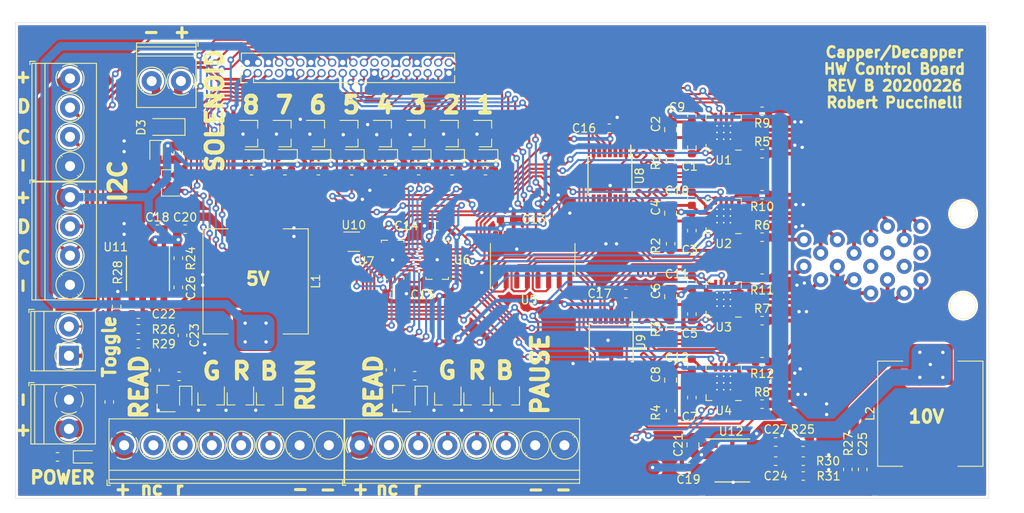
<source format=kicad_pcb>
(kicad_pcb (version 20171130) (host pcbnew "(5.1.5-0-10_14)")
  (layers (0 F.Cu signal) (31 B.Cu signal) (34 B.Paste user hide) (35 F.Paste user hide) (36 B.SilkS user hide) (37 F.SilkS user) (38 B.Mask user) (39 F.Mask user) (44 Edge.Cuts user))
  (net 0 "")
  (net 1 GND)
  (net 2 "Net-(C1-Pad1)")
  (net 3 +12V)
  (net 4 "Net-(C3-Pad1)")
  (net 5 "Net-(C5-Pad1)")
  (net 6 "Net-(C7-Pad1)")
  (net 7 "Net-(C9-Pad1)")
  (net 8 "Net-(C10-Pad1)")
  (net 9 "Net-(C11-Pad1)")
  (net 10 "Net-(C12-Pad1)")
  (net 11 +3V3)
  (net 12 "Net-(C18-Pad2)")
  (net 13 "Net-(C18-Pad1)")
  (net 14 +5V)
  (net 15 "Net-(D1-Pad1)")
  (net 16 "Net-(D4-Pad2)")
  (net 17 "Net-(D4-Pad1)")
  (net 18 "Net-(D5-Pad2)")
  (net 19 "Net-(D5-Pad1)")
  (net 20 "Net-(D6-Pad2)")
  (net 21 "Net-(D6-Pad1)")
  (net 22 /RunOut)
  (net 23 "Net-(D7-Pad1)")
  (net 24 /PauseOut)
  (net 25 "Net-(D8-Pad1)")
  (net 26 "Net-(D9-Pad1)")
  (net 27 "Net-(D10-Pad2)")
  (net 28 "Net-(D10-Pad1)")
  (net 29 "Net-(D11-Pad2)")
  (net 30 "Net-(D11-Pad1)")
  (net 31 "Net-(D12-Pad2)")
  (net 32 "Net-(D12-Pad1)")
  (net 33 /SCL)
  (net 34 /SDA)
  (net 35 /Mot1En)
  (net 36 /Mot2En)
  (net 37 /Mot3En)
  (net 38 /Mot4En)
  (net 39 /Mot5En)
  (net 40 /PwmFwd)
  (net 41 /PwmRev)
  (net 42 /Mot6En)
  (net 43 /Mot7En)
  (net 44 "Net-(J4-Pad28)")
  (net 45 /Mot8En)
  (net 46 "Net-(J4-Pad26)")
  (net 47 /CE0)
  (net 48 /SCLK)
  (net 49 /MISO)
  (net 50 /MOSI)
  (net 51 /RunRead)
  (net 52 /RunLedG)
  (net 53 /PauseRead)
  (net 54 /RunLedR)
  (net 55 /RunLedB)
  (net 56 /PauseLedB)
  (net 57 /SolSet)
  (net 58 /PauseLedG)
  (net 59 /PauseLedR)
  (net 60 "Net-(J4-Pad7)")
  (net 61 /Mot5b)
  (net 62 /Mot3SL)
  (net 63 /Mot6SL)
  (net 64 /Mot8b)
  (net 65 /Mot6b)
  (net 66 /Mot3b)
  (net 67 "Net-(J5-Pad19)")
  (net 68 /Mot7b)
  (net 69 /Mot4b)
  (net 70 "Net-(J5-Pad18)")
  (net 71 /Mot7SL)
  (net 72 /Mot4SL)
  (net 73 /Mot8SL)
  (net 74 /Mot5SL)
  (net 75 /Mot1b)
  (net 76 /Mot1SL)
  (net 77 /Mot2SL)
  (net 78 /Mot2b)
  (net 79 /RunMosB)
  (net 80 /RunMosR)
  (net 81 /RunMosG)
  (net 82 "Net-(J7-Pad2)")
  (net 83 /PauseMosB)
  (net 84 /PauseMosR)
  (net 85 /PauseMosG)
  (net 86 "Net-(J8-Pad2)")
  (net 87 "Net-(R1-Pad1)")
  (net 88 "Net-(R2-Pad1)")
  (net 89 "Net-(R3-Pad1)")
  (net 90 "Net-(R4-Pad1)")
  (net 91 /Mot1SH)
  (net 92 /Mot3SH)
  (net 93 /Mot5SH)
  (net 94 /Mot7SH)
  (net 95 /Mot2SH)
  (net 96 /Mot4SH)
  (net 97 /Mot6SH)
  (net 98 /Mot8SH)
  (net 99 /Mot1Fwd)
  (net 100 /Mot1Rev)
  (net 101 /Mot2Rev)
  (net 102 /Mot2Fwd)
  (net 103 "Net-(U1-Pad6)")
  (net 104 /Mot3Fwd)
  (net 105 /Mot3Rev)
  (net 106 /Mot4Rev)
  (net 107 /Mot4Fwd)
  (net 108 "Net-(U2-Pad6)")
  (net 109 /Mot5Fwd)
  (net 110 /Mot5Rev)
  (net 111 /Mot6Rev)
  (net 112 /Mot6Fwd)
  (net 113 "Net-(U3-Pad6)")
  (net 114 /Mot7Fwd)
  (net 115 /Mot7Rev)
  (net 116 /Mot8Rev)
  (net 117 /Mot8Fwd)
  (net 118 "Net-(U4-Pad6)")
  (net 119 /ADC8)
  (net 120 /ADC7)
  (net 121 /ADC6)
  (net 122 /ADC5)
  (net 123 /ADC4)
  (net 124 /ADC3)
  (net 125 /ADC2)
  (net 126 /ADC1)
  (net 127 /InvFwd)
  (net 128 "Net-(U6-Pad1)")
  (net 129 /InvRev)
  (net 130 "Net-(U7-Pad1)")
  (net 131 "Net-(D2-Pad2)")
  (net 132 "Net-(D2-Pad1)")
  (net 133 "Net-(D7-Pad2)")
  (net 134 "Net-(D13-Pad2)")
  (net 135 "Net-(D13-Pad1)")
  (net 136 /ToggleRead)
  (net 137 "Net-(J9-Pad2)")
  (net 138 "Net-(J5-Pad14)")
  (net 139 "Net-(J5-Pad13)")
  (net 140 "Net-(Q10-Pad3)")
  (net 141 "Net-(Q11-Pad3)")
  (net 142 +10V)
  (net 143 "Net-(C19-Pad2)")
  (net 144 "Net-(C19-Pad1)")
  (net 145 "Net-(C22-Pad2)")
  (net 146 "Net-(C22-Pad1)")
  (net 147 "Net-(C24-Pad2)")
  (net 148 "Net-(C24-Pad1)")
  (net 149 "Net-(C26-Pad1)")
  (net 150 "Net-(C27-Pad1)")
  (net 151 "Net-(R24-Pad2)")
  (net 152 "Net-(R25-Pad2)")
  (net 153 "Net-(R26-Pad1)")
  (net 154 "Net-(R27-Pad1)")
  (module Capacitor_SMD:C_0603_1608Metric (layer F.Cu) (at 87.8125 53.75)
    (fp_text reference C20 (at 0 -1.43) (layer F.SilkS))
    (fp_text value 22uF)
    (pad 2 smd roundrect (at 0.7875 0) (size 0.875 0.95) (layers F.Cu F.Paste F.Mask) (net 1 GND))
    (pad 1 smd roundrect (at -0.7875 0) (size 0.875 0.95) (layers F.Cu F.Paste F.Mask) (net 3 +12V))
  )
  (module Package_SO:Diodes_SO-8EP (layer F.Cu) (at 153.3061 81.4529)
    (fp_text reference U12 (at -0.1441 -3.4749) (layer F.SilkS))
    (fp_text value AP6503)
    (pad 1 smd rect (at -2.4975 -1.905) (size 1.505 0.802) (layers F.Cu F.Paste F.Mask) (net 143 "Net-(C19-Pad2)"))
    (pad 2 smd rect (at -2.4975 -0.635) (size 1.505 0.802) (layers F.Cu F.Paste F.Mask) (net 3 +12V))
    (pad 3 smd rect (at -2.4975 0.635) (size 1.505 0.802) (layers F.Cu F.Paste F.Mask) (net 144 "Net-(C19-Pad1)"))
    (pad 4 smd rect (at -2.4975 1.905) (size 1.505 0.802) (layers F.Cu F.Paste F.Mask) (net 1 GND))
    (pad 5 smd rect (at 2.4975 1.905) (size 1.505 0.802) (layers F.Cu F.Paste F.Mask) (net 154 "Net-(R27-Pad1)"))
    (pad 6 smd rect (at 2.4975 0.635) (size 1.505 0.802) (layers F.Cu F.Paste F.Mask) (net 147 "Net-(C24-Pad2)"))
    (pad 7 smd rect (at 2.4975 -0.635) (size 1.505 0.802) (layers F.Cu F.Paste F.Mask) (net 152 "Net-(R25-Pad2)"))
    (pad 8 smd rect (at 2.4975 -1.905) (size 1.505 0.802) (layers F.Cu F.Paste F.Mask) (net 150 "Net-(C27-Pad1)"))
    (pad 9 smd rect (at 0 0) (size 2.613 3.502) (layers F.Cu F.Paste F.Mask) (net 1 GND))
  )
  (module Resistor_SMD:R_0603_1608Metric (layer F.Cu) (at 161.798 83.312 180)
    (fp_text reference R31 (at -3.0279 -0.0244) (layer F.SilkS))
    (fp_text value 10k)
    (pad 1 smd roundrect (at -0.7875 0 180) (size 0.875 0.95) (layers F.Cu F.Paste F.Mask) (net 1 GND))
    (pad 2 smd roundrect (at 0.7875 0 180) (size 0.875 0.95) (layers F.Cu F.Paste F.Mask) (net 154 "Net-(R27-Pad1)"))
  )
  (module Resistor_SMD:R_0603_1608Metric (layer F.Cu) (at 161.798 81.534 180)
    (fp_text reference R30 (at -2.9625 0) (layer F.SilkS))
    (fp_text value 6k8)
    (pad 1 smd roundrect (at -0.7875 0 180) (size 0.875 0.95) (layers F.Cu F.Paste F.Mask) (net 1 GND))
    (pad 2 smd roundrect (at 0.7875 0 180) (size 0.875 0.95) (layers F.Cu F.Paste F.Mask) (net 148 "Net-(C24-Pad1)"))
  )
  (module Resistor_SMD:R_0603_1608Metric (layer F.Cu) (at 167.132 82.5245 90)
    (fp_text reference R27 (at 3.0279 0.0635 90) (layer F.SilkS))
    (fp_text value 100k)
    (pad 1 smd roundrect (at -0.7875 0 90) (size 0.875 0.95) (layers F.Cu F.Paste F.Mask) (net 154 "Net-(R27-Pad1)"))
    (pad 2 smd roundrect (at 0.7875 0 90) (size 0.875 0.95) (layers F.Cu F.Paste F.Mask) (net 142 +10V))
  )
  (module Resistor_SMD:R_0603_1608Metric (layer F.Cu) (at 161.7725 79.248 180)
    (fp_text reference R25 (at 0.0375 1.524) (layer F.SilkS))
    (fp_text value 100k)
    (pad 1 smd roundrect (at -0.7875 0 180) (size 0.875 0.95) (layers F.Cu F.Paste F.Mask) (net 3 +12V))
    (pad 2 smd roundrect (at 0.7875 0 180) (size 0.875 0.95) (layers F.Cu F.Paste F.Mask) (net 152 "Net-(R25-Pad2)"))
  )
  (module Capacitor_SMD:C_0603_1608Metric (layer F.Cu) (at 158.496 79.248)
    (fp_text reference C27 (at 0 -1.524) (layer F.SilkS))
    (fp_text value 100nF)
    (pad 1 smd roundrect (at -0.7875 0) (size 0.875 0.95) (layers F.Cu F.Paste F.Mask) (net 150 "Net-(C27-Pad1)"))
    (pad 2 smd roundrect (at 0.7875 0) (size 0.875 0.95) (layers F.Cu F.Paste F.Mask) (net 1 GND))
  )
  (module Capacitor_SMD:C_0603_1608Metric (layer F.Cu) (at 168.91 82.5245 270)
    (fp_text reference C25 (at -3.0225 0 90) (layer F.SilkS))
    (fp_text value 6.8nF)
    (pad 1 smd roundrect (at -0.7875 0 270) (size 0.875 0.95) (layers F.Cu F.Paste F.Mask) (net 142 +10V))
    (pad 2 smd roundrect (at 0.7875 0 270) (size 0.875 0.95) (layers F.Cu F.Paste F.Mask) (net 1 GND))
  )
  (module Capacitor_SMD:C_0603_1608Metric (layer F.Cu) (at 158.496 81.534 180)
    (fp_text reference C24 (at 0 -1.778) (layer F.SilkS))
    (fp_text value 6.8nF)
    (pad 1 smd roundrect (at -0.7875 0 180) (size 0.875 0.95) (layers F.Cu F.Paste F.Mask) (net 148 "Net-(C24-Pad1)"))
    (pad 2 smd roundrect (at 0.7875 0 180) (size 0.875 0.95) (layers F.Cu F.Paste F.Mask) (net 147 "Net-(C24-Pad2)"))
  )
  (module Capacitor_SMD:C_0805_2012Metric (layer F.Cu) (at 148.59 79.5805 90)
    (fp_text reference C21 (at 0 -1.75 90) (layer F.SilkS))
    (fp_text value 22uF)
    (pad 1 smd roundrect (at -0.9375 0 90) (size 0.975 1.4) (layers F.Cu F.Paste F.Mask) (net 3 +12V))
    (pad 2 smd roundrect (at 0.9375 0 90) (size 0.975 1.4) (layers F.Cu F.Paste F.Mask) (net 1 GND))
  )
  (module Capacitor_SMD:C_0603_1608Metric (layer F.Cu) (at 148.0565 82.296 180)
    (fp_text reference C19 (at 0 -1.43) (layer F.SilkS))
    (fp_text value 10nF)
    (pad 1 smd roundrect (at -0.7875 0 180) (size 0.875 0.95) (layers F.Cu F.Paste F.Mask) (net 144 "Net-(C19-Pad1)"))
    (pad 2 smd roundrect (at 0.7875 0 180) (size 0.875 0.95) (layers F.Cu F.Paste F.Mask) (net 143 "Net-(C19-Pad2)"))
  )
  (module Inductor_SMD:L_Wuerth_WE-PD-Typ-LS_Handsoldering (layer F.Cu) (at 177 75.85 90)
    (fp_text reference L2 (at 0 -7.2 90) (layer F.SilkS))
    (fp_text value 15uH)
    (pad 1 smd rect (at -5.9 0 90) (size 4.9 5.4) (layers F.Cu F.Paste F.Mask) (net 144 "Net-(C19-Pad1)"))
    (pad 2 smd rect (at 5.9 0 90) (size 4.9 5.4) (layers F.Cu F.Paste F.Mask) (net 142 +10V))
  )
  (module Package_SO:Diodes_SO-8EP (layer F.Cu) (at 83.3651 59.0301 270)
    (fp_text reference U11 (at -3.1501 3.8631 180) (layer F.SilkS))
    (fp_text value AP6503)
    (pad 9 smd rect (at 0 0 270) (size 2.613 3.502) (layers F.Cu F.Paste F.Mask) (net 1 GND))
    (pad 8 smd rect (at 2.4975 -1.905 270) (size 1.505 0.802) (layers F.Cu F.Paste F.Mask) (net 149 "Net-(C26-Pad1)"))
    (pad 7 smd rect (at 2.4975 -0.635 270) (size 1.505 0.802) (layers F.Cu F.Paste F.Mask) (net 151 "Net-(R24-Pad2)"))
    (pad 6 smd rect (at 2.4975 0.635 270) (size 1.505 0.802) (layers F.Cu F.Paste F.Mask) (net 145 "Net-(C22-Pad2)"))
    (pad 5 smd rect (at 2.4975 1.905 270) (size 1.505 0.802) (layers F.Cu F.Paste F.Mask) (net 153 "Net-(R26-Pad1)"))
    (pad 4 smd rect (at -2.4975 1.905 270) (size 1.505 0.802) (layers F.Cu F.Paste F.Mask) (net 1 GND))
    (pad 3 smd rect (at -2.4975 0.635 270) (size 1.505 0.802) (layers F.Cu F.Paste F.Mask) (net 13 "Net-(C18-Pad1)"))
    (pad 2 smd rect (at -2.4975 -0.635 270) (size 1.505 0.802) (layers F.Cu F.Paste F.Mask) (net 3 +12V))
    (pad 1 smd rect (at -2.4975 -1.905 270) (size 1.505 0.802) (layers F.Cu F.Paste F.Mask) (net 12 "Net-(C18-Pad2)"))
  )
  (module Resistor_SMD:R_0603_1608Metric (layer F.Cu) (at 82.2221 67.4756 180)
    (fp_text reference R29 (at -3.0279 -0.0244) (layer F.SilkS))
    (fp_text value 10k)
    (pad 2 smd roundrect (at 0.7875 0 180) (size 0.875 0.95) (layers F.Cu F.Paste F.Mask) (net 153 "Net-(R26-Pad1)"))
    (pad 1 smd roundrect (at -0.7875 0 180) (size 0.875 0.95) (layers F.Cu F.Paste F.Mask) (net 1 GND))
  )
  (module Resistor_SMD:R_0603_1608Metric (layer F.Cu) (at 79.6186 63 270)
    (fp_text reference R28 (at -4.072 -0.1374 90) (layer F.SilkS))
    (fp_text value 6k8)
    (pad 2 smd roundrect (at 0.7875 0 270) (size 0.875 0.95) (layers F.Cu F.Paste F.Mask) (net 146 "Net-(C22-Pad1)"))
    (pad 1 smd roundrect (at -0.7875 0 270) (size 0.875 0.95) (layers F.Cu F.Paste F.Mask) (net 1 GND))
  )
  (module Resistor_SMD:R_0603_1608Metric (layer F.Cu) (at 82.2221 65.6976)
    (fp_text reference R26 (at 3.0279 0.0635) (layer F.SilkS))
    (fp_text value 45k3)
    (pad 2 smd roundrect (at 0.7875 0) (size 0.875 0.95) (layers F.Cu F.Paste F.Mask) (net 14 +5V))
    (pad 1 smd roundrect (at -0.7875 0) (size 0.875 0.95) (layers F.Cu F.Paste F.Mask) (net 153 "Net-(R26-Pad1)"))
  )
  (module Resistor_SMD:R_0603_1608Metric (layer F.Cu) (at 87 57.2125 270)
    (fp_text reference R24 (at 0.0375 -1.5 90) (layer F.SilkS))
    (fp_text value 100k)
    (pad 2 smd roundrect (at 0.7875 0 270) (size 0.875 0.95) (layers F.Cu F.Paste F.Mask) (net 151 "Net-(R24-Pad2)"))
    (pad 1 smd roundrect (at -0.7875 0 270) (size 0.875 0.95) (layers F.Cu F.Paste F.Mask) (net 3 +12V))
  )
  (module Inductor_SMD:L_Wuerth_WE-PD-Typ-LS_Handsoldering (layer F.Cu) (at 96.25 60 270)
    (fp_text reference L1 (at 0 -7.2 90) (layer F.SilkS))
    (fp_text value 10uH)
    (pad 2 smd rect (at 5.9 0 270) (size 4.9 5.4) (layers F.Cu F.Paste F.Mask) (net 14 +5V))
    (pad 1 smd rect (at -5.9 0 270) (size 4.9 5.4) (layers F.Cu F.Paste F.Mask) (net 13 "Net-(C18-Pad1)"))
  )
  (module Capacitor_SMD:C_0603_1608Metric (layer F.Cu) (at 87 60.7125 90)
    (fp_text reference C26 (at -0.0375 1.5 90) (layer F.SilkS))
    (fp_text value 100nF)
    (pad 2 smd roundrect (at 0.7875 0 90) (size 0.875 0.95) (layers F.Cu F.Paste F.Mask) (net 1 GND))
    (pad 1 smd roundrect (at -0.7875 0 90) (size 0.875 0.95) (layers F.Cu F.Paste F.Mask) (net 149 "Net-(C26-Pad1)"))
  )
  (module Capacitor_SMD:C_0603_1608Metric (layer F.Cu) (at 87.5 66.4625 270)
    (fp_text reference C23 (at 0 -1.43 90) (layer F.SilkS))
    (fp_text value 6.8nF)
    (pad 2 smd roundrect (at 0.7875 0 270) (size 0.875 0.95) (layers F.Cu F.Paste F.Mask) (net 1 GND))
    (pad 1 smd roundrect (at -0.7875 0 270) (size 0.875 0.95) (layers F.Cu F.Paste F.Mask) (net 14 +5V))
  )
  (module Capacitor_SMD:C_0603_1608Metric (layer F.Cu) (at 82.2221 63.9196)
    (fp_text reference C22 (at 3.0279 0) (layer F.SilkS))
    (fp_text value 6.8nF)
    (pad 2 smd roundrect (at 0.7875 0) (size 0.875 0.95) (layers F.Cu F.Paste F.Mask) (net 145 "Net-(C22-Pad2)"))
    (pad 1 smd roundrect (at -0.7875 0) (size 0.875 0.95) (layers F.Cu F.Paste F.Mask) (net 146 "Net-(C22-Pad1)"))
  )
  (module Capacitor_SMD:C_0603_1608Metric (layer F.Cu) (at 84.5 53.75)
    (fp_text reference C18 (at 0 -1.43) (layer F.SilkS))
    (fp_text value 10nF)
    (pad 2 smd roundrect (at 0.7875 0) (size 0.875 0.95) (layers F.Cu F.Paste F.Mask) (net 12 "Net-(C18-Pad2)"))
    (pad 1 smd roundrect (at -0.7875 0) (size 0.875 0.95) (layers F.Cu F.Paste F.Mask) (net 13 "Net-(C18-Pad1)"))
  )
  (module Resistor_SMD:R_0603_1608Metric (layer F.Cu) (at 123.758 46.736 180)
    (fp_text reference R23 hide)
    (fp_text value 5k)
    (pad 2 smd roundrect (at 0.7875 0 180) (size 0.875 0.95) (layers F.Cu F.Paste F.Mask) (net 16 "Net-(D4-Pad2)"))
    (pad 1 smd roundrect (at -0.7875 0 180) (size 0.875 0.95) (layers F.Cu F.Paste F.Mask) (net 3 +12V))
  )
  (module Resistor_SMD:R_0603_1608Metric (layer F.Cu) (at 119.758 46.736 180)
    (fp_text reference R14 hide)
    (fp_text value 5k)
    (pad 2 smd roundrect (at 0.7875 0 180) (size 0.875 0.95) (layers F.Cu F.Paste F.Mask) (net 18 "Net-(D5-Pad2)"))
    (pad 1 smd roundrect (at -0.7875 0 180) (size 0.875 0.95) (layers F.Cu F.Paste F.Mask) (net 3 +12V))
  )
  (module Resistor_SMD:R_0603_1608Metric (layer F.Cu) (at 115.758 46.736 180)
    (fp_text reference R17 hide)
    (fp_text value 5k)
    (pad 2 smd roundrect (at 0.7875 0 180) (size 0.875 0.95) (layers F.Cu F.Paste F.Mask) (net 20 "Net-(D6-Pad2)"))
    (pad 1 smd roundrect (at -0.7875 0 180) (size 0.875 0.95) (layers F.Cu F.Paste F.Mask) (net 3 +12V))
  )
  (module Resistor_SMD:R_0603_1608Metric (layer F.Cu) (at 111.758 46.736 180)
    (fp_text reference R18 hide)
    (fp_text value 5k)
    (pad 2 smd roundrect (at 0.7875 0 180) (size 0.875 0.95) (layers F.Cu F.Paste F.Mask) (net 133 "Net-(D7-Pad2)"))
    (pad 1 smd roundrect (at -0.7875 0 180) (size 0.875 0.95) (layers F.Cu F.Paste F.Mask) (net 3 +12V))
  )
  (module Resistor_SMD:R_0603_1608Metric (layer F.Cu) (at 107.758 46.736 180)
    (fp_text reference R19 hide)
    (fp_text value 5k)
    (pad 2 smd roundrect (at 0.7875 0 180) (size 0.875 0.95) (layers F.Cu F.Paste F.Mask) (net 27 "Net-(D10-Pad2)"))
    (pad 1 smd roundrect (at -0.7875 0 180) (size 0.875 0.95) (layers F.Cu F.Paste F.Mask) (net 3 +12V))
  )
  (module Resistor_SMD:R_0603_1608Metric (layer F.Cu) (at 103.758 46.736 180)
    (fp_text reference R20 hide)
    (fp_text value 5k)
    (pad 2 smd roundrect (at 0.7875 0 180) (size 0.875 0.95) (layers F.Cu F.Paste F.Mask) (net 29 "Net-(D11-Pad2)"))
    (pad 1 smd roundrect (at -0.7875 0 180) (size 0.875 0.95) (layers F.Cu F.Paste F.Mask) (net 3 +12V))
  )
  (module Resistor_SMD:R_0603_1608Metric (layer F.Cu) (at 99.758 46.736 180)
    (fp_text reference R21 hide)
    (fp_text value 5k)
    (pad 2 smd roundrect (at 0.7875 0 180) (size 0.875 0.95) (layers F.Cu F.Paste F.Mask) (net 31 "Net-(D12-Pad2)"))
    (pad 1 smd roundrect (at -0.7875 0 180) (size 0.875 0.95) (layers F.Cu F.Paste F.Mask) (net 3 +12V))
  )
  (module LED_SMD:LED_0603_1608Metric (layer F.Cu) (at 123.758 44.958 180)
    (fp_text reference D4 hide)
    (fp_text value LED)
    (pad 2 smd roundrect (at 0.7875 0 180) (size 0.875 0.95) (layers F.Cu F.Paste F.Mask) (net 16 "Net-(D4-Pad2)"))
    (pad 1 smd roundrect (at -0.7875 0 180) (size 0.875 0.95) (layers F.Cu F.Paste F.Mask) (net 17 "Net-(D4-Pad1)"))
  )
  (module LED_SMD:LED_0603_1608Metric (layer F.Cu) (at 119.758 44.958 180)
    (fp_text reference D5 hide)
    (fp_text value LED)
    (pad 2 smd roundrect (at 0.7875 0 180) (size 0.875 0.95) (layers F.Cu F.Paste F.Mask) (net 18 "Net-(D5-Pad2)"))
    (pad 1 smd roundrect (at -0.7875 0 180) (size 0.875 0.95) (layers F.Cu F.Paste F.Mask) (net 19 "Net-(D5-Pad1)"))
  )
  (module LED_SMD:LED_0603_1608Metric (layer F.Cu) (at 115.758 44.958 180)
    (fp_text reference D6 hide)
    (fp_text value LED)
    (pad 2 smd roundrect (at 0.7875 0 180) (size 0.875 0.95) (layers F.Cu F.Paste F.Mask) (net 20 "Net-(D6-Pad2)"))
    (pad 1 smd roundrect (at -0.7875 0 180) (size 0.875 0.95) (layers F.Cu F.Paste F.Mask) (net 21 "Net-(D6-Pad1)"))
  )
  (module LED_SMD:LED_0603_1608Metric (layer F.Cu) (at 111.758 44.958 180)
    (fp_text reference D7 hide)
    (fp_text value LED)
    (pad 2 smd roundrect (at 0.7875 0 180) (size 0.875 0.95) (layers F.Cu F.Paste F.Mask) (net 133 "Net-(D7-Pad2)"))
    (pad 1 smd roundrect (at -0.7875 0 180) (size 0.875 0.95) (layers F.Cu F.Paste F.Mask) (net 23 "Net-(D7-Pad1)"))
  )
  (module LED_SMD:LED_0603_1608Metric (layer F.Cu) (at 107.758 44.958 180)
    (fp_text reference D10 hide)
    (fp_text value LED)
    (pad 2 smd roundrect (at 0.7875 0 180) (size 0.875 0.95) (layers F.Cu F.Paste F.Mask) (net 27 "Net-(D10-Pad2)"))
    (pad 1 smd roundrect (at -0.7875 0 180) (size 0.875 0.95) (layers F.Cu F.Paste F.Mask) (net 28 "Net-(D10-Pad1)"))
  )
  (module LED_SMD:LED_0603_1608Metric (layer F.Cu) (at 103.758 44.958 180)
    (fp_text reference D11 hide)
    (fp_text value LED)
    (pad 2 smd roundrect (at 0.7875 0 180) (size 0.875 0.95) (layers F.Cu F.Paste F.Mask) (net 29 "Net-(D11-Pad2)"))
    (pad 1 smd roundrect (at -0.7875 0 180) (size 0.875 0.95) (layers F.Cu F.Paste F.Mask) (net 30 "Net-(D11-Pad1)"))
  )
  (module LED_SMD:LED_0603_1608Metric (layer F.Cu) (at 99.758 44.958 180)
    (fp_text reference D12 hide)
    (fp_text value LED)
    (pad 2 smd roundrect (at 0.7875 0 180) (size 0.875 0.95) (layers F.Cu F.Paste F.Mask) (net 31 "Net-(D12-Pad2)"))
    (pad 1 smd roundrect (at -0.7875 0 180) (size 0.875 0.95) (layers F.Cu F.Paste F.Mask) (net 32 "Net-(D12-Pad1)"))
  )
  (module Package_TO_SOT_SMD:SOT-23 (layer F.Cu) (at 123.742 42.291)
    (fp_text reference Q2 hide)
    (fp_text value Q_NMOS_GSD)
    (pad 3 smd rect (at 1 0) (size 0.9 0.8) (layers F.Cu F.Paste F.Mask) (net 17 "Net-(D4-Pad1)"))
    (pad 2 smd rect (at -1 0.95) (size 0.9 0.8) (layers F.Cu F.Paste F.Mask) (net 1 GND))
    (pad 1 smd rect (at -1 -0.95) (size 0.9 0.8) (layers F.Cu F.Paste F.Mask) (net 35 /Mot1En))
  )
  (module Package_TO_SOT_SMD:SOT-23 (layer F.Cu) (at 119.742 42.291)
    (fp_text reference Q3 hide)
    (fp_text value Q_NMOS_GSD)
    (pad 3 smd rect (at 1 0) (size 0.9 0.8) (layers F.Cu F.Paste F.Mask) (net 19 "Net-(D5-Pad1)"))
    (pad 2 smd rect (at -1 0.95) (size 0.9 0.8) (layers F.Cu F.Paste F.Mask) (net 1 GND))
    (pad 1 smd rect (at -1 -0.95) (size 0.9 0.8) (layers F.Cu F.Paste F.Mask) (net 36 /Mot2En))
  )
  (module Package_TO_SOT_SMD:SOT-23 (layer F.Cu) (at 115.742 42.291)
    (fp_text reference Q4 hide)
    (fp_text value Q_NMOS_GSD)
    (pad 3 smd rect (at 1 0) (size 0.9 0.8) (layers F.Cu F.Paste F.Mask) (net 21 "Net-(D6-Pad1)"))
    (pad 2 smd rect (at -1 0.95) (size 0.9 0.8) (layers F.Cu F.Paste F.Mask) (net 1 GND))
    (pad 1 smd rect (at -1 -0.95) (size 0.9 0.8) (layers F.Cu F.Paste F.Mask) (net 37 /Mot3En))
  )
  (module Package_TO_SOT_SMD:SOT-23 (layer F.Cu) (at 111.742 42.291)
    (fp_text reference Q5 hide)
    (fp_text value Q_NMOS_GSD)
    (pad 3 smd rect (at 1 0) (size 0.9 0.8) (layers F.Cu F.Paste F.Mask) (net 23 "Net-(D7-Pad1)"))
    (pad 2 smd rect (at -1 0.95) (size 0.9 0.8) (layers F.Cu F.Paste F.Mask) (net 1 GND))
    (pad 1 smd rect (at -1 -0.95) (size 0.9 0.8) (layers F.Cu F.Paste F.Mask) (net 38 /Mot4En))
  )
  (module Package_TO_SOT_SMD:SOT-23 (layer F.Cu) (at 107.742 42.291)
    (fp_text reference Q12 hide)
    (fp_text value Q_NMOS_GSD)
    (pad 3 smd rect (at 1 0) (size 0.9 0.8) (layers F.Cu F.Paste F.Mask) (net 28 "Net-(D10-Pad1)"))
    (pad 2 smd rect (at -1 0.95) (size 0.9 0.8) (layers F.Cu F.Paste F.Mask) (net 1 GND))
    (pad 1 smd rect (at -1 -0.95) (size 0.9 0.8) (layers F.Cu F.Paste F.Mask) (net 39 /Mot5En))
  )
  (module Package_TO_SOT_SMD:SOT-23 (layer F.Cu) (at 103.742 42.291)
    (fp_text reference Q13 hide)
    (fp_text value Q_NMOS_GSD)
    (pad 3 smd rect (at 1 0) (size 0.9 0.8) (layers F.Cu F.Paste F.Mask) (net 30 "Net-(D11-Pad1)"))
    (pad 2 smd rect (at -1 0.95) (size 0.9 0.8) (layers F.Cu F.Paste F.Mask) (net 1 GND))
    (pad 1 smd rect (at -1 -0.95) (size 0.9 0.8) (layers F.Cu F.Paste F.Mask) (net 42 /Mot6En))
  )
  (module Package_TO_SOT_SMD:SOT-23 (layer F.Cu) (at 99.742 42.291)
    (fp_text reference Q14 hide)
    (fp_text value Q_NMOS_GSD)
    (pad 3 smd rect (at 1 0) (size 0.9 0.8) (layers F.Cu F.Paste F.Mask) (net 32 "Net-(D12-Pad1)"))
    (pad 2 smd rect (at -1 0.95) (size 0.9 0.8) (layers F.Cu F.Paste F.Mask) (net 1 GND))
    (pad 1 smd rect (at -1 -0.95) (size 0.9 0.8) (layers F.Cu F.Paste F.Mask) (net 43 /Mot7En))
  )
  (module Package_TO_SOT_SMD:SOT-363_SC-70-6 (layer F.Cu) (at 108 55.245)
    (fp_text reference U10 (at 0 -2) (layer F.SilkS))
    (fp_text value 74LVC2G14)
    (pad 6 smd rect (at 0.95 -0.65) (size 0.65 0.4) (layers F.Cu F.Paste F.Mask) (net 127 /InvFwd))
    (pad 4 smd rect (at 0.95 0.65) (size 0.65 0.4) (layers F.Cu F.Paste F.Mask) (net 129 /InvRev))
    (pad 2 smd rect (at -0.95 0) (size 0.65 0.4) (layers F.Cu F.Paste F.Mask) (net 1 GND))
    (pad 5 smd rect (at 0.95 0) (size 0.65 0.4) (layers F.Cu F.Paste F.Mask) (net 11 +3V3))
    (pad 3 smd rect (at -0.95 0.65) (size 0.65 0.4) (layers F.Cu F.Paste F.Mask) (net 41 /PwmRev))
    (pad 1 smd rect (at -0.95 -0.65) (size 0.65 0.4) (layers F.Cu F.Paste F.Mask) (net 40 /PwmFwd))
  )
  (module Resistor_SMD:R_0603_1608Metric (layer F.Cu) (at 78.74 74.4475 270)
    (fp_text reference R16 hide)
    (fp_text value 5k)
    (pad 2 smd roundrect (at 0.7875 0 270) (size 0.875 0.95) (layers F.Cu F.Paste F.Mask) (net 1 GND))
    (pad 1 smd roundrect (at -0.7875 0 270) (size 0.875 0.95) (layers F.Cu F.Paste F.Mask) (net 82 "Net-(J7-Pad2)"))
  )
  (module Resistor_SMD:R_0603_1608Metric (layer F.Cu) (at 72.5425 81.026 180)
    (fp_text reference R13 hide)
    (fp_text value 5k)
    (pad 2 smd roundrect (at 0.7875 0 180) (size 0.875 0.95) (layers F.Cu F.Paste F.Mask) (net 1 GND))
    (pad 1 smd roundrect (at -0.7875 0 180) (size 0.875 0.95) (layers F.Cu F.Paste F.Mask) (net 15 "Net-(D1-Pad1)"))
  )
  (module LED_SMD:LED_0603_1608Metric (layer F.Cu) (at 75.9205 81.026)
    (fp_text reference D1 hide)
    (fp_text value LED)
    (pad 2 smd roundrect (at 0.7875 0) (size 0.875 0.95) (layers F.Cu F.Paste F.Mask) (net 3 +12V))
    (pad 1 smd roundrect (at -0.7875 0) (size 0.875 0.95) (layers F.Cu F.Paste F.Mask) (net 15 "Net-(D1-Pad1)"))
  )
  (module Package_TO_SOT_SMD:SOT-23 (layer F.Cu) (at 113.411 74.041 180)
    (fp_text reference Q11 hide)
    (fp_text value Q_NMOS_GSD)
    (pad 1 smd rect (at -1 -0.95 180) (size 0.9 0.8) (layers F.Cu F.Paste F.Mask) (net 24 /PauseOut))
    (pad 2 smd rect (at -1 0.95 180) (size 0.9 0.8) (layers F.Cu F.Paste F.Mask) (net 1 GND))
    (pad 3 smd rect (at 1 0 180) (size 0.9 0.8) (layers F.Cu F.Paste F.Mask) (net 141 "Net-(Q11-Pad3)"))
  )
  (module Resistor_SMD:R_0603_1608Metric (layer F.Cu) (at 112.395 70.612 270)
    (fp_text reference R34 hide)
    (fp_text value 5k)
    (pad 1 smd roundrect (at -0.7875 0 270) (size 0.875 0.95) (layers F.Cu F.Paste F.Mask) (net 53 /PauseRead))
    (pad 2 smd roundrect (at 0.7875 0 270) (size 0.875 0.95) (layers F.Cu F.Paste F.Mask) (net 141 "Net-(Q11-Pad3)"))
  )
  (module Resistor_SMD:R_0603_1608Metric (layer F.Cu) (at 115.2905 71.3105 180)
    (fp_text reference R42 hide)
    (fp_text value 5k)
    (pad 1 smd roundrect (at -0.7875 0 180) (size 0.875 0.95) (layers F.Cu F.Paste F.Mask) (net 26 "Net-(D9-Pad1)"))
    (pad 2 smd roundrect (at 0.7875 0 180) (size 0.875 0.95) (layers F.Cu F.Paste F.Mask) (net 1 GND))
  )
  (module LED_SMD:LED_0603_1608Metric (layer F.Cu) (at 116.078 74.041 270)
    (fp_text reference D9 hide)
    (fp_text value LED)
    (pad 1 smd roundrect (at -0.7875 0 270) (size 0.875 0.95) (layers F.Cu F.Paste F.Mask) (net 26 "Net-(D9-Pad1)"))
    (pad 2 smd roundrect (at 0.7875 0 270) (size 0.875 0.95) (layers F.Cu F.Paste F.Mask) (net 24 /PauseOut))
  )
  (module Package_TO_SOT_SMD:SOT-23 (layer F.Cu) (at 126.253 74.041 270)
    (fp_text reference Q17 hide)
    (fp_text value Q_NMOS_GSD)
    (pad 3 smd rect (at 1 0 270) (size 0.9 0.8) (layers F.Cu F.Paste F.Mask) (net 83 /PauseMosB))
    (pad 2 smd rect (at -1 0.95 270) (size 0.9 0.8) (layers F.Cu F.Paste F.Mask) (net 1 GND))
    (pad 1 smd rect (at -1 -0.95 270) (size 0.9 0.8) (layers F.Cu F.Paste F.Mask) (net 56 /PauseLedB))
  )
  (module Package_TO_SOT_SMD:SOT-23 (layer F.Cu) (at 122.753 74.041 270)
    (fp_text reference Q9 hide)
    (fp_text value Q_NMOS_GSD)
    (pad 3 smd rect (at 1 0 270) (size 0.9 0.8) (layers F.Cu F.Paste F.Mask) (net 84 /PauseMosR))
    (pad 2 smd rect (at -1 0.95 270) (size 0.9 0.8) (layers F.Cu F.Paste F.Mask) (net 1 GND))
    (pad 1 smd rect (at -1 -0.95 270) (size 0.9 0.8) (layers F.Cu F.Paste F.Mask) (net 59 /PauseLedR))
  )
  (module Package_TO_SOT_SMD:SOT-23 (layer F.Cu) (at 119.253 74.041 270)
    (fp_text reference Q7 hide)
    (fp_text value Q_NMOS_GSD)
    (pad 1 smd rect (at -1 -0.95 270) (size 0.9 0.8) (layers F.Cu F.Paste F.Mask) (net 58 /PauseLedG))
    (pad 2 smd rect (at -1 0.95 270) (size 0.9 0.8) (layers F.Cu F.Paste F.Mask) (net 1 GND))
    (pad 3 smd rect (at 1 0 270) (size 0.9 0.8) (layers F.Cu F.Paste F.Mask) (net 85 /PauseMosG))
  )
  (module Package_TO_SOT_SMD:SOT-23 (layer F.Cu) (at 97.932 74.041 270)
    (fp_text reference Q16 hide)
    (fp_text value Q_NMOS_GSD)
    (pad 1 smd rect (at -1 -0.95 270) (size 0.9 0.8) (layers F.Cu F.Paste F.Mask) (net 55 /RunLedB))
    (pad 2 smd rect (at -1 0.95 270) (size 0.9 0.8) (layers F.Cu F.Paste F.Mask) (net 1 GND))
    (pad 3 smd rect (at 1 0 270) (size 0.9 0.8) (layers F.Cu F.Paste F.Mask) (net 79 /RunMosB))
  )
  (module Package_TO_SOT_SMD:SOT-23 (layer F.Cu) (at 94.432 74.041 270)
    (fp_text reference Q8 hide)
    (fp_text value Q_NMOS_GSD)
    (pad 1 smd rect (at -1 -0.95 270) (size 0.9 0.8) (layers F.Cu F.Paste F.Mask) (net 54 /RunLedR))
    (pad 2 smd rect (at -1 0.95 270) (size 0.9 0.8) (layers F.Cu F.Paste F.Mask) (net 1 GND))
    (pad 3 smd rect (at 1 0 270) (size 0.9 0.8) (layers F.Cu F.Paste F.Mask) (net 80 /RunMosR))
  )
  (module Package_TO_SOT_SMD:SOT-23 (layer F.Cu) (at 95.742 42.291)
    (fp_text reference Q15 hide)
    (fp_text value Q_NMOS_GSD)
    (pad 1 smd rect (at -1 -0.95) (size 0.9 0.8) (layers F.Cu F.Paste F.Mask) (net 45 /Mot8En))
    (pad 2 smd rect (at -1 0.95) (size 0.9 0.8) (layers F.Cu F.Paste F.Mask) (net 1 GND))
    (pad 3 smd rect (at 1 0) (size 0.9 0.8) (layers F.Cu F.Paste F.Mask) (net 135 "Net-(D13-Pad1)"))
  )
  (module Resistor_SMD:R_0603_1608Metric (layer F.Cu) (at 95.758 46.736 180)
    (fp_text reference R22 hide)
    (fp_text value 5k)
    (pad 1 smd roundrect (at -0.7875 0 180) (size 0.875 0.95) (layers F.Cu F.Paste F.Mask) (net 3 +12V))
    (pad 2 smd roundrect (at 0.7875 0 180) (size 0.875 0.95) (layers F.Cu F.Paste F.Mask) (net 134 "Net-(D13-Pad2)"))
  )
  (module LED_SMD:LED_0603_1608Metric (layer F.Cu) (at 95.758 44.958 180)
    (fp_text reference D13 hide)
    (fp_text value LED)
    (pad 1 smd roundrect (at -0.7875 0 180) (size 0.875 0.95) (layers F.Cu F.Paste F.Mask) (net 135 "Net-(D13-Pad1)"))
    (pad 2 smd roundrect (at 0.7875 0 180) (size 0.875 0.95) (layers F.Cu F.Paste F.Mask) (net 134 "Net-(D13-Pad2)"))
  )
  (module TerminalBlock_Phoenix:TerminalBlock_Phoenix_PT-1,5-2-3.5-H_1x02_P3.50mm_Horizontal (layer F.Cu) (at 73.914 74.168 270)
    (fp_text reference J2 hide)
    (fp_text value Power_Connector)
    (pad 2 thru_hole circle (at 3.5 0 270) (size 2.4 2.4) (drill 1.2) (layers *.Cu *.Mask) (net 3 +12V))
    (pad 1 thru_hole rect (at 0 0 270) (size 2.4 2.4) (drill 1.2) (layers *.Cu *.Mask) (net 1 GND))
  )
  (module Connector:RP13A-12RC-20PB (layer F.Cu) (at 161.925 57.404 270)
    (fp_text reference J5 hide)
    (fp_text value DC_Connector)
    (pad "" np_thru_hole circle (at -5.5 -19 270) (size 3 3) (drill 3) (layers *.Cu *.Mask))
    (pad "" np_thru_hole circle (at 5.5 -19 270) (size 3 3) (drill 3) (layers *.Cu *.Mask))
    (pad 10 thru_hole circle (at 4 -7.95 270) (size 1.8 1.8) (drill 0.9) (layers *.Cu *.Mask) (net 73 /Mot8SL))
    (pad 5 thru_hole circle (at -4 -9.95 270) (size 1.8 1.8) (drill 0.9) (layers *.Cu *.Mask) (net 75 /Mot1b))
    (pad 11 thru_hole circle (at -4 -13.95 270) (size 1.8 1.8) (drill 0.9) (layers *.Cu *.Mask) (net 77 /Mot2SL))
    (pad 16 thru_hole circle (at 4 -11.95 270) (size 1.8 1.8) (drill 0.9) (layers *.Cu *.Mask) (net 68 /Mot7b))
    (pad 17 thru_hole circle (at -2.4 -11.95 270) (size 1.8 1.8) (drill 0.9) (layers *.Cu *.Mask) (net 78 /Mot2b))
    (pad 12 thru_hole circle (at -2.4 -7.95 270) (size 1.8 1.8) (drill 0.9) (layers *.Cu *.Mask) (net 76 /Mot1SL))
    (pad 6 thru_hole circle (at -2.4 -3.95 270) (size 1.8 1.8) (drill 0.9) (layers *.Cu *.Mask) (net 69 /Mot4b))
    (pad 19 thru_hole circle (at 0.8 -11.95 270) (size 1.8 1.8) (drill 0.9) (layers *.Cu *.Mask) (net 67 "Net-(J5-Pad19)"))
    (pad 14 thru_hole circle (at 0.8 -7.95 270) (size 1.8 1.8) (drill 0.9) (layers *.Cu *.Mask) (net 138 "Net-(J5-Pad14)"))
    (pad 8 thru_hole circle (at 0.8 -3.95 270) (size 1.8 1.8) (drill 0.9) (layers *.Cu *.Mask) (net 61 /Mot5b))
    (pad 18 thru_hole circle (at -0.8 -13.95 270) (size 1.8 1.8) (drill 0.9) (layers *.Cu *.Mask) (net 70 "Net-(J5-Pad18)"))
    (pad 13 thru_hole circle (at -0.8 -9.95 270) (size 1.8 1.8) (drill 0.9) (layers *.Cu *.Mask) (net 139 "Net-(J5-Pad13)"))
    (pad 7 thru_hole circle (at -0.8 -5.95 270) (size 1.8 1.8) (drill 0.9) (layers *.Cu *.Mask) (net 72 /Mot4SL))
    (pad 20 thru_hole circle (at 2.4 -13.95 270) (size 1.8 1.8) (drill 0.9) (layers *.Cu *.Mask) (net 71 /Mot7SL))
    (pad 15 thru_hole circle (at 2.4 -9.95 270) (size 1.8 1.8) (drill 0.9) (layers *.Cu *.Mask) (net 64 /Mot8b))
    (pad 9 thru_hole circle (at 2.4 -5.95 270) (size 1.8 1.8) (drill 0.9) (layers *.Cu *.Mask) (net 74 /Mot5SL))
    (pad 2 thru_hole circle (at -0.8 -1.95 270) (size 1.8 1.8) (drill 0.9) (layers *.Cu *.Mask) (net 66 /Mot3b))
    (pad 1 thru_hole circle (at -2.4 0.05 270) (size 1.8 1.8) (drill 0.9) (layers *.Cu *.Mask) (net 62 /Mot3SL))
    (pad 3 thru_hole circle (at 0.8 0.05 270) (size 1.8 1.8) (drill 0.9) (layers *.Cu *.Mask) (net 63 /Mot6SL))
    (pad 4 thru_hole circle (at 2.4 -1.95 270) (size 1.8 1.8) (drill 0.9) (layers *.Cu *.Mask) (net 65 /Mot6b))
  )
  (module Package_DFN_QFN:Texas_S-PWQFN-N16_EP2.1x2.1mm_ThermalVias (layer F.Cu) (at 152.273 72.164 180)
    (fp_text reference U4 (at 0 -3.32) (layer F.SilkS))
    (fp_text value DRV8833RTY)
    (pad 17 smd roundrect (at 0 0 180) (size 2.1 2.1) (layers F.Cu F.Mask) (roundrect_rratio 0.119048) (net 1 GND))
    (pad 17 thru_hole circle (at -0.8 -0.8 180) (size 0.5 0.5) (drill 0.2) (layers *.Cu) (net 1 GND))
    (pad 17 thru_hole circle (at 0 -0.8 180) (size 0.5 0.5) (drill 0.2) (layers *.Cu) (net 1 GND))
    (pad 17 thru_hole circle (at 0.8 -0.8 180) (size 0.5 0.5) (drill 0.2) (layers *.Cu) (net 1 GND))
    (pad 17 thru_hole circle (at -0.8 0 180) (size 0.5 0.5) (drill 0.2) (layers *.Cu) (net 1 GND))
    (pad 17 thru_hole circle (at 0 0 180) (size 0.5 0.5) (drill 0.2) (layers *.Cu) (net 1 GND))
    (pad 17 thru_hole circle (at 0.8 0 180) (size 0.5 0.5) (drill 0.2) (layers *.Cu) (net 1 GND))
    (pad 17 thru_hole circle (at -0.8 0.8 180) (size 0.5 0.5) (drill 0.2) (layers *.Cu) (net 1 GND))
    (pad 17 thru_hole circle (at 0 0.8 180) (size 0.5 0.5) (drill 0.2) (layers *.Cu) (net 1 GND))
    (pad 17 thru_hole circle (at 0.8 0.8 180) (size 0.5 0.5) (drill 0.2) (layers *.Cu) (net 1 GND))
    (pad 17 smd roundrect (at 0 0 180) (size 2.1 2.1) (layers B.Cu) (roundrect_rratio 0.119048) (net 1 GND))
    (pad 1 smd roundrect (at -1.8625 -0.975 180) (size 1.025 0.35) (layers F.Cu F.Paste F.Mask) (net 1 GND))
    (pad 2 smd roundrect (at -1.8625 -0.325 180) (size 1.025 0.35) (layers F.Cu F.Paste F.Mask) (net 68 /Mot7b))
    (pad 3 smd roundrect (at -1.8625 0.325 180) (size 1.025 0.35) (layers F.Cu F.Paste F.Mask) (net 64 /Mot8b))
    (pad 4 smd roundrect (at -1.8625 0.975 180) (size 1.025 0.35) (layers F.Cu F.Paste F.Mask) (net 1 GND))
    (pad 5 smd roundrect (at -0.975 1.8625 180) (size 0.35 1.025) (layers F.Cu F.Paste F.Mask) (net 98 /Mot8SH))
    (pad 6 smd roundrect (at -0.325 1.8625 180) (size 0.35 1.025) (layers F.Cu F.Paste F.Mask) (net 118 "Net-(U4-Pad6)"))
    (pad 7 smd roundrect (at 0.325 1.8625 180) (size 0.35 1.025) (layers F.Cu F.Paste F.Mask) (net 117 /Mot8Fwd))
    (pad 8 smd roundrect (at 0.975 1.8625 180) (size 0.35 1.025) (layers F.Cu F.Paste F.Mask) (net 116 /Mot8Rev))
    (pad 9 smd roundrect (at 1.8625 0.975 180) (size 1.025 0.35) (layers F.Cu F.Paste F.Mask) (net 10 "Net-(C12-Pad1)"))
    (pad 10 smd roundrect (at 1.8625 0.325 180) (size 1.025 0.35) (layers F.Cu F.Paste F.Mask) (net 142 +10V))
    (pad 11 smd roundrect (at 1.8625 -0.325 180) (size 1.025 0.35) (layers F.Cu F.Paste F.Mask) (net 1 GND))
    (pad 12 smd roundrect (at 1.8625 -0.975 180) (size 1.025 0.35) (layers F.Cu F.Paste F.Mask) (net 6 "Net-(C7-Pad1)"))
    (pad 13 smd roundrect (at 0.975 -1.8625 180) (size 0.35 1.025) (layers F.Cu F.Paste F.Mask) (net 115 /Mot7Rev))
    (pad 14 smd roundrect (at 0.325 -1.8625 180) (size 0.35 1.025) (layers F.Cu F.Paste F.Mask) (net 114 /Mot7Fwd))
    (pad 15 smd roundrect (at -0.325 -1.8625 180) (size 0.35 1.025) (layers F.Cu F.Paste F.Mask) (net 90 "Net-(R4-Pad1)"))
    (pad 16 smd roundrect (at -0.975 -1.8625 180) (size 0.35 1.025) (layers F.Cu F.Paste F.Mask) (net 94 /Mot7SH))
  )
  (module Package_DFN_QFN:Texas_S-PWQFN-N16_EP2.1x2.1mm_ThermalVias (layer F.Cu) (at 152.273 62.164 180)
    (fp_text reference U3 (at 0 -3.32) (layer F.SilkS))
    (fp_text value DRV8833RTY)
    (pad 17 smd roundrect (at 0 0 180) (size 2.1 2.1) (layers F.Cu F.Mask) (roundrect_rratio 0.119048) (net 1 GND))
    (pad 17 thru_hole circle (at -0.8 -0.8 180) (size 0.5 0.5) (drill 0.2) (layers *.Cu) (net 1 GND))
    (pad 17 thru_hole circle (at 0 -0.8 180) (size 0.5 0.5) (drill 0.2) (layers *.Cu) (net 1 GND))
    (pad 17 thru_hole circle (at 0.8 -0.8 180) (size 0.5 0.5) (drill 0.2) (layers *.Cu) (net 1 GND))
    (pad 17 thru_hole circle (at -0.8 0 180) (size 0.5 0.5) (drill 0.2) (layers *.Cu) (net 1 GND))
    (pad 17 thru_hole circle (at 0 0 180) (size 0.5 0.5) (drill 0.2) (layers *.Cu) (net 1 GND))
    (pad 17 thru_hole circle (at 0.8 0 180) (size 0.5 0.5) (drill 0.2) (layers *.Cu) (net 1 GND))
    (pad 17 thru_hole circle (at -0.8 0.8 180) (size 0.5 0.5) (drill 0.2) (layers *.Cu) (net 1 GND))
    (pad 17 thru_hole circle (at 0 0.8 180) (size 0.5 0.5) (drill 0.2) (layers *.Cu) (net 1 GND))
    (pad 17 thru_hole circle (at 0.8 0.8 180) (size 0.5 0.5) (drill 0.2) (layers *.Cu) (net 1 GND))
    (pad 17 smd roundrect (at 0 0 180) (size 2.1 2.1) (layers B.Cu) (roundrect_rratio 0.119048) (net 1 GND))
    (pad 1 smd roundrect (at -1.8625 -0.975 180) (size 1.025 0.35) (layers F.Cu F.Paste F.Mask) (net 1 GND))
    (pad 2 smd roundrect (at -1.8625 -0.325 180) (size 1.025 0.35) (layers F.Cu F.Paste F.Mask) (net 61 /Mot5b))
    (pad 3 smd roundrect (at -1.8625 0.325 180) (size 1.025 0.35) (layers F.Cu F.Paste F.Mask) (net 65 /Mot6b))
    (pad 4 smd roundrect (at -1.8625 0.975 180) (size 1.025 0.35) (layers F.Cu F.Paste F.Mask) (net 1 GND))
    (pad 5 smd roundrect (at -0.975 1.8625 180) (size 0.35 1.025) (layers F.Cu F.Paste F.Mask) (net 97 /Mot6SH))
    (pad 6 smd roundrect (at -0.325 1.8625 180) (size 0.35 1.025) (layers F.Cu F.Paste F.Mask) (net 113 "Net-(U3-Pad6)"))
    (pad 7 smd roundrect (at 0.325 1.8625 180) (size 0.35 1.025) (layers F.Cu F.Paste F.Mask) (net 112 /Mot6Fwd))
    (pad 8 smd roundrect (at 0.975 1.8625 180) (size 0.35 1.025) (layers F.Cu F.Paste F.Mask) (net 111 /Mot6Rev))
    (pad 9 smd roundrect (at 1.8625 0.975 180) (size 1.025 0.35) (layers F.Cu F.Paste F.Mask) (net 9 "Net-(C11-Pad1)"))
    (pad 10 smd roundrect (at 1.8625 0.325 180) (size 1.025 0.35) (layers F.Cu F.Paste F.Mask) (net 142 +10V))
    (pad 11 smd roundrect (at 1.8625 -0.325 180) (size 1.025 0.35) (layers F.Cu F.Paste F.Mask) (net 1 GND))
    (pad 12 smd roundrect (at 1.8625 -0.975 180) (size 1.025 0.35) (layers F.Cu F.Paste F.Mask) (net 5 "Net-(C5-Pad1)"))
    (pad 13 smd roundrect (at 0.975 -1.8625 180) (size 0.35 1.025) (layers F.Cu F.Paste F.Mask) (net 110 /Mot5Rev))
    (pad 14 smd roundrect (at 0.325 -1.8625 180) (size 0.35 1.025) (layers F.Cu F.Paste F.Mask) (net 109 /Mot5Fwd))
    (pad 15 smd roundrect (at -0.325 -1.8625 180) (size 0.35 1.025) (layers F.Cu F.Paste F.Mask) (net 89 "Net-(R3-Pad1)"))
    (pad 16 smd roundrect (at -0.975 -1.8625 180) (size 0.35 1.025) (layers F.Cu F.Paste F.Mask) (net 93 /Mot5SH))
  )
  (module Package_DFN_QFN:Texas_S-PWQFN-N16_EP2.1x2.1mm_ThermalVias (layer F.Cu) (at 152.273 52.164 180)
    (fp_text reference U2 (at 0 -3.32) (layer F.SilkS))
    (fp_text value DRV8833RTY)
    (pad 17 smd roundrect (at 0 0 180) (size 2.1 2.1) (layers F.Cu F.Mask) (roundrect_rratio 0.119048) (net 1 GND))
    (pad 17 thru_hole circle (at -0.8 -0.8 180) (size 0.5 0.5) (drill 0.2) (layers *.Cu) (net 1 GND))
    (pad 17 thru_hole circle (at 0 -0.8 180) (size 0.5 0.5) (drill 0.2) (layers *.Cu) (net 1 GND))
    (pad 17 thru_hole circle (at 0.8 -0.8 180) (size 0.5 0.5) (drill 0.2) (layers *.Cu) (net 1 GND))
    (pad 17 thru_hole circle (at -0.8 0 180) (size 0.5 0.5) (drill 0.2) (layers *.Cu) (net 1 GND))
    (pad 17 thru_hole circle (at 0 0 180) (size 0.5 0.5) (drill 0.2) (layers *.Cu) (net 1 GND))
    (pad 17 thru_hole circle (at 0.8 0 180) (size 0.5 0.5) (drill 0.2) (layers *.Cu) (net 1 GND))
    (pad 17 thru_hole circle (at -0.8 0.8 180) (size 0.5 0.5) (drill 0.2) (layers *.Cu) (net 1 GND))
    (pad 17 thru_hole circle (at 0 0.8 180) (size 0.5 0.5) (drill 0.2) (layers *.Cu) (net 1 GND))
    (pad 17 thru_hole circle (at 0.8 0.8 180) (size 0.5 0.5) (drill 0.2) (layers *.Cu) (net 1 GND))
    (pad 17 smd roundrect (at 0 0 180) (size 2.1 2.1) (layers B.Cu) (roundrect_rratio 0.119048) (net 1 GND))
    (pad 1 smd roundrect (at -1.8625 -0.975 180) (size 1.025 0.35) (layers F.Cu F.Paste F.Mask) (net 1 GND))
    (pad 2 smd roundrect (at -1.8625 -0.325 180) (size 1.025 0.35) (layers F.Cu F.Paste F.Mask) (net 66 /Mot3b))
    (pad 3 smd roundrect (at -1.8625 0.325 180) (size 1.025 0.35) (layers F.Cu F.Paste F.Mask) (net 69 /Mot4b))
    (pad 4 smd roundrect (at -1.8625 0.975 180) (size 1.025 0.35) (layers F.Cu F.Paste F.Mask) (net 1 GND))
    (pad 5 smd roundrect (at -0.975 1.8625 180) (size 0.35 1.025) (layers F.Cu F.Paste F.Mask) (net 96 /Mot4SH))
    (pad 6 smd roundrect (at -0.325 1.8625 180) (size 0.35 1.025) (layers F.Cu F.Paste F.Mask) (net 108 "Net-(U2-Pad6)"))
    (pad 7 smd roundrect (at 0.325 1.8625 180) (size 0.35 1.025) (layers F.Cu F.Paste F.Mask) (net 107 /Mot4Fwd))
    (pad 8 smd roundrect (at 0.975 1.8625 180) (size 0.35 1.025) (layers F.Cu F.Paste F.Mask) (net 106 /Mot4Rev))
    (pad 9 smd roundrect (at 1.8625 0.975 180) (size 1.025 0.35) (layers F.Cu F.Paste F.Mask) (net 8 "Net-(C10-Pad1)"))
    (pad 10 smd roundrect (at 1.8625 0.325 180) (size 1.025 0.35) (layers F.Cu F.Paste F.Mask) (net 142 +10V))
    (pad 11 smd roundrect (at 1.8625 -0.325 180) (size 1.025 0.35) (layers F.Cu F.Paste F.Mask) (net 1 GND))
    (pad 12 smd roundrect (at 1.8625 -0.975 180) (size 1.025 0.35) (layers F.Cu F.Paste F.Mask) (net 4 "Net-(C3-Pad1)"))
    (pad 13 smd roundrect (at 0.975 -1.8625 180) (size 0.35 1.025) (layers F.Cu F.Paste F.Mask) (net 105 /Mot3Rev))
    (pad 14 smd roundrect (at 0.325 -1.8625 180) (size 0.35 1.025) (layers F.Cu F.Paste F.Mask) (net 104 /Mot3Fwd))
    (pad 15 smd roundrect (at -0.325 -1.8625 180) (size 0.35 1.025) (layers F.Cu F.Paste F.Mask) (net 88 "Net-(R2-Pad1)"))
    (pad 16 smd roundrect (at -0.975 -1.8625 180) (size 0.35 1.025) (layers F.Cu F.Paste F.Mask) (net 92 /Mot3SH))
  )
  (module Capacitor_SMD:C_0805_2012Metric (layer F.Cu) (at 145.923 71.8315 270)
    (fp_text reference C8 (at -0.6835 1.778 90) (layer F.SilkS))
    (fp_text value 10uF)
    (pad 1 smd roundrect (at -0.9375 0 270) (size 0.975 1.4) (layers F.Cu F.Paste F.Mask) (net 142 +10V))
    (pad 2 smd roundrect (at 0.9375 0 270) (size 0.975 1.4) (layers F.Cu F.Paste F.Mask) (net 1 GND))
  )
  (module Capacitor_SMD:C_0805_2012Metric (layer F.Cu) (at 145.923 61.8315 270)
    (fp_text reference C6 (at -0.6835 1.778 90) (layer F.SilkS))
    (fp_text value 10uF)
    (pad 1 smd roundrect (at -0.9375 0 270) (size 0.975 1.4) (layers F.Cu F.Paste F.Mask) (net 142 +10V))
    (pad 2 smd roundrect (at 0.9375 0 270) (size 0.975 1.4) (layers F.Cu F.Paste F.Mask) (net 1 GND))
  )
  (module Capacitor_SMD:C_0805_2012Metric (layer F.Cu) (at 145.923 51.8315 270)
    (fp_text reference C4 (at -0.6835 1.778 90) (layer F.SilkS))
    (fp_text value 10uF)
    (pad 1 smd roundrect (at -0.9375 0 270) (size 0.975 1.4) (layers F.Cu F.Paste F.Mask) (net 142 +10V))
    (pad 2 smd roundrect (at 0.9375 0 270) (size 0.975 1.4) (layers F.Cu F.Paste F.Mask) (net 1 GND))
  )
  (module Capacitor_SMD:C_0603_1608Metric (layer F.Cu) (at 148.463 73.9165 90)
    (fp_text reference C7 (at -2.3115 -0.254 180) (layer F.SilkS))
    (fp_text value 2.2uF)
    (pad 1 smd roundrect (at -0.7875 0 90) (size 0.875 0.95) (layers F.Cu F.Paste F.Mask) (net 6 "Net-(C7-Pad1)"))
    (pad 2 smd roundrect (at 0.7875 0 90) (size 0.875 0.95) (layers F.Cu F.Paste F.Mask) (net 1 GND))
  )
  (module Capacitor_SMD:C_0603_1608Metric (layer F.Cu) (at 148.463 63.9165 90)
    (fp_text reference C5 (at -2.3115 -0.254 180) (layer F.SilkS))
    (fp_text value 2.2uF)
    (pad 1 smd roundrect (at -0.7875 0 90) (size 0.875 0.95) (layers F.Cu F.Paste F.Mask) (net 5 "Net-(C5-Pad1)"))
    (pad 2 smd roundrect (at 0.7875 0 90) (size 0.875 0.95) (layers F.Cu F.Paste F.Mask) (net 1 GND))
  )
  (module Capacitor_SMD:C_0603_1608Metric (layer F.Cu) (at 148.463 53.9165 90)
    (fp_text reference C3 (at -2.3115 -0.254 180) (layer F.SilkS))
    (fp_text value 2.2uF)
    (pad 1 smd roundrect (at -0.7875 0 90) (size 0.875 0.95) (layers F.Cu F.Paste F.Mask) (net 4 "Net-(C3-Pad1)"))
    (pad 2 smd roundrect (at 0.7875 0 90) (size 0.875 0.95) (layers F.Cu F.Paste F.Mask) (net 1 GND))
  )
  (module Resistor_SMD:R_0603_1608Metric (layer F.Cu) (at 156.8705 74.704)
    (fp_text reference R8 (at 0 -1.43) (layer F.SilkS))
    (fp_text value 47m)
    (pad 1 smd roundrect (at -0.7875 0) (size 0.875 0.95) (layers F.Cu F.Paste F.Mask) (net 94 /Mot7SH))
    (pad 2 smd roundrect (at 0.7875 0) (size 0.875 0.95) (layers F.Cu F.Paste F.Mask) (net 71 /Mot7SL))
  )
  (module Resistor_SMD:R_0603_1608Metric (layer F.Cu) (at 156.8705 64.704)
    (fp_text reference R7 (at 0 -1.43) (layer F.SilkS))
    (fp_text value 47m)
    (pad 1 smd roundrect (at -0.7875 0) (size 0.875 0.95) (layers F.Cu F.Paste F.Mask) (net 93 /Mot5SH))
    (pad 2 smd roundrect (at 0.7875 0) (size 0.875 0.95) (layers F.Cu F.Paste F.Mask) (net 74 /Mot5SL))
  )
  (module Resistor_SMD:R_0603_1608Metric (layer F.Cu) (at 156.8705 54.704)
    (fp_text reference R6 (at 0 -1.43) (layer F.SilkS))
    (fp_text value 47m)
    (pad 1 smd roundrect (at -0.7875 0) (size 0.875 0.95) (layers F.Cu F.Paste F.Mask) (net 92 /Mot3SH))
    (pad 2 smd roundrect (at 0.7875 0) (size 0.875 0.95) (layers F.Cu F.Paste F.Mask) (net 62 /Mot3SL))
  )
  (module Resistor_SMD:R_0603_1608Metric (layer F.Cu) (at 156.8705 69.624 180)
    (fp_text reference R12 (at 0 -1.43) (layer F.SilkS))
    (fp_text value 47m)
    (pad 1 smd roundrect (at -0.7875 0 180) (size 0.875 0.95) (layers F.Cu F.Paste F.Mask) (net 73 /Mot8SL))
    (pad 2 smd roundrect (at 0.7875 0 180) (size 0.875 0.95) (layers F.Cu F.Paste F.Mask) (net 98 /Mot8SH))
  )
  (module Resistor_SMD:R_0603_1608Metric (layer F.Cu) (at 156.8705 59.624 180)
    (fp_text reference R11 (at 0 -1.43) (layer F.SilkS))
    (fp_text value 47m)
    (pad 1 smd roundrect (at -0.7875 0 180) (size 0.875 0.95) (layers F.Cu F.Paste F.Mask) (net 63 /Mot6SL))
    (pad 2 smd roundrect (at 0.7875 0 180) (size 0.875 0.95) (layers F.Cu F.Paste F.Mask) (net 97 /Mot6SH))
  )
  (module Resistor_SMD:R_0603_1608Metric (layer F.Cu) (at 156.8705 49.624 180)
    (fp_text reference R10 (at 0 -1.43) (layer F.SilkS))
    (fp_text value 47m)
    (pad 1 smd roundrect (at -0.7875 0 180) (size 0.875 0.95) (layers F.Cu F.Paste F.Mask) (net 72 /Mot4SL))
    (pad 2 smd roundrect (at 0.7875 0 180) (size 0.875 0.95) (layers F.Cu F.Paste F.Mask) (net 96 /Mot4SH))
  )
  (module Resistor_SMD:R_0603_1608Metric (layer F.Cu) (at 145.923 75.4915 90)
    (fp_text reference R4 (at -0.2285 -1.778 90) (layer F.SilkS))
    (fp_text value 50k)
    (pad 1 smd roundrect (at -0.7875 0 90) (size 0.875 0.95) (layers F.Cu F.Paste F.Mask) (net 90 "Net-(R4-Pad1)"))
    (pad 2 smd roundrect (at 0.7875 0 90) (size 0.875 0.95) (layers F.Cu F.Paste F.Mask) (net 142 +10V))
  )
  (module Resistor_SMD:R_0603_1608Metric (layer F.Cu) (at 145.923 65.4915 90)
    (fp_text reference R3 (at -0.2285 -1.778 90) (layer F.SilkS))
    (fp_text value 50k)
    (pad 1 smd roundrect (at -0.7875 0 90) (size 0.875 0.95) (layers F.Cu F.Paste F.Mask) (net 89 "Net-(R3-Pad1)"))
    (pad 2 smd roundrect (at 0.7875 0 90) (size 0.875 0.95) (layers F.Cu F.Paste F.Mask) (net 142 +10V))
  )
  (module Resistor_SMD:R_0603_1608Metric (layer F.Cu) (at 145.923 55.4915 90)
    (fp_text reference R2 (at -0.2285 -1.778 90) (layer F.SilkS))
    (fp_text value 50k)
    (pad 1 smd roundrect (at -0.7875 0 90) (size 0.875 0.95) (layers F.Cu F.Paste F.Mask) (net 88 "Net-(R2-Pad1)"))
    (pad 2 smd roundrect (at 0.7875 0 90) (size 0.875 0.95) (layers F.Cu F.Paste F.Mask) (net 142 +10V))
  )
  (module Capacitor_SMD:C_0603_1608Metric (layer F.Cu) (at 148.463 70.1065 270)
    (fp_text reference C12 (at -0.9905 1.778 180) (layer F.SilkS))
    (fp_text value 10nF)
    (pad 1 smd roundrect (at -0.7875 0 270) (size 0.875 0.95) (layers F.Cu F.Paste F.Mask) (net 10 "Net-(C12-Pad1)"))
    (pad 2 smd roundrect (at 0.7875 0 270) (size 0.875 0.95) (layers F.Cu F.Paste F.Mask) (net 142 +10V))
  )
  (module Capacitor_SMD:C_0603_1608Metric (layer F.Cu) (at 148.463 60.1065 270)
    (fp_text reference C11 (at -0.9905 1.778 180) (layer F.SilkS))
    (fp_text value 10nF)
    (pad 1 smd roundrect (at -0.7875 0 270) (size 0.875 0.95) (layers F.Cu F.Paste F.Mask) (net 9 "Net-(C11-Pad1)"))
    (pad 2 smd roundrect (at 0.7875 0 270) (size 0.875 0.95) (layers F.Cu F.Paste F.Mask) (net 142 +10V))
  )
  (module Capacitor_SMD:C_0603_1608Metric (layer F.Cu) (at 148.463 50.1065 270)
    (fp_text reference C10 (at -0.9905 1.778 180) (layer F.SilkS))
    (fp_text value 10nF)
    (pad 1 smd roundrect (at -0.7875 0 270) (size 0.875 0.95) (layers F.Cu F.Paste F.Mask) (net 8 "Net-(C10-Pad1)"))
    (pad 2 smd roundrect (at 0.7875 0 270) (size 0.875 0.95) (layers F.Cu F.Paste F.Mask) (net 142 +10V))
  )
  (module TerminalBlock_Phoenix:TerminalBlock_Phoenix_PT-1,5-2-3.5-H_1x02_P3.50mm_Horizontal (layer F.Cu) (at 73.914 65.405 270)
    (fp_text reference J7 hide)
    (fp_text value Toggle_Connector)
    (pad 2 thru_hole rect (at 3.5 0 270) (size 2.4 2.4) (drill 1.2) (layers *.Cu *.Mask) (net 82 "Net-(J7-Pad2)"))
    (pad 1 thru_hole circle (at 0 0 270) (size 2.4 2.4) (drill 1.2) (layers *.Cu *.Mask) (net 136 /ToggleRead))
  )
  (module Package_SO:TSSOP-14_4.4x5mm_P0.65mm (layer F.Cu) (at 138.811 67.31 270)
    (fp_text reference U9 (at 0 -3.55 90) (layer F.SilkS))
    (fp_text value INA4180)
    (pad 14 smd rect (at 2.95 -1.95 270) (size 1.45 0.45) (layers F.Cu F.Paste F.Mask) (net 119 /ADC8))
    (pad 13 smd rect (at 2.95 -1.3 270) (size 1.45 0.45) (layers F.Cu F.Paste F.Mask) (net 73 /Mot8SL))
    (pad 12 smd rect (at 2.95 -0.65 270) (size 1.45 0.45) (layers F.Cu F.Paste F.Mask) (net 98 /Mot8SH))
    (pad 11 smd rect (at 2.95 0 270) (size 1.45 0.45) (layers F.Cu F.Paste F.Mask) (net 1 GND))
    (pad 10 smd rect (at 2.95 0.65 270) (size 1.45 0.45) (layers F.Cu F.Paste F.Mask) (net 94 /Mot7SH))
    (pad 9 smd rect (at 2.95 1.3 270) (size 1.45 0.45) (layers F.Cu F.Paste F.Mask) (net 71 /Mot7SL))
    (pad 8 smd rect (at 2.95 1.95 270) (size 1.45 0.45) (layers F.Cu F.Paste F.Mask) (net 120 /ADC7))
    (pad 7 smd rect (at -2.95 1.95 270) (size 1.45 0.45) (layers F.Cu F.Paste F.Mask) (net 121 /ADC6))
    (pad 6 smd rect (at -2.95 1.3 270) (size 1.45 0.45) (layers F.Cu F.Paste F.Mask) (net 63 /Mot6SL))
    (pad 5 smd rect (at -2.95 0.65 270) (size 1.45 0.45) (layers F.Cu F.Paste F.Mask) (net 97 /Mot6SH))
    (pad 4 smd rect (at -2.95 0 270) (size 1.45 0.45) (layers F.Cu F.Paste F.Mask) (net 11 +3V3))
    (pad 3 smd rect (at -2.95 -0.65 270) (size 1.45 0.45) (layers F.Cu F.Paste F.Mask) (net 93 /Mot5SH))
    (pad 2 smd rect (at -2.95 -1.3 270) (size 1.45 0.45) (layers F.Cu F.Paste F.Mask) (net 74 /Mot5SL))
    (pad 1 smd rect (at -2.95 -1.95 270) (size 1.45 0.45) (layers F.Cu F.Paste F.Mask) (net 122 /ADC5))
  )
  (module Package_SO:TSSOP-14_4.4x5mm_P0.65mm (layer F.Cu) (at 138.655 47.356 270)
    (fp_text reference U8 (at 0 -3.55 90) (layer F.SilkS))
    (fp_text value INA4180)
    (pad 14 smd rect (at 2.95 -1.95 270) (size 1.45 0.45) (layers F.Cu F.Paste F.Mask) (net 123 /ADC4))
    (pad 13 smd rect (at 2.95 -1.3 270) (size 1.45 0.45) (layers F.Cu F.Paste F.Mask) (net 72 /Mot4SL))
    (pad 12 smd rect (at 2.95 -0.65 270) (size 1.45 0.45) (layers F.Cu F.Paste F.Mask) (net 96 /Mot4SH))
    (pad 11 smd rect (at 2.95 0 270) (size 1.45 0.45) (layers F.Cu F.Paste F.Mask) (net 1 GND))
    (pad 10 smd rect (at 2.95 0.65 270) (size 1.45 0.45) (layers F.Cu F.Paste F.Mask) (net 92 /Mot3SH))
    (pad 9 smd rect (at 2.95 1.3 270) (size 1.45 0.45) (layers F.Cu F.Paste F.Mask) (net 62 /Mot3SL))
    (pad 8 smd rect (at 2.95 1.95 270) (size 1.45 0.45) (layers F.Cu F.Paste F.Mask) (net 124 /ADC3))
    (pad 7 smd rect (at -2.95 1.95 270) (size 1.45 0.45) (layers F.Cu F.Paste F.Mask) (net 125 /ADC2))
    (pad 6 smd rect (at -2.95 1.3 270) (size 1.45 0.45) (layers F.Cu F.Paste F.Mask) (net 77 /Mot2SL))
    (pad 5 smd rect (at -2.95 0.65 270) (size 1.45 0.45) (layers F.Cu F.Paste F.Mask) (net 95 /Mot2SH))
    (pad 4 smd rect (at -2.95 0 270) (size 1.45 0.45) (layers F.Cu F.Paste F.Mask) (net 11 +3V3))
    (pad 3 smd rect (at -2.95 -0.65 270) (size 1.45 0.45) (layers F.Cu F.Paste F.Mask) (net 91 /Mot1SH))
    (pad 2 smd rect (at -2.95 -1.3 270) (size 1.45 0.45) (layers F.Cu F.Paste F.Mask) (net 76 /Mot1SL))
    (pad 1 smd rect (at -2.95 -1.95 270) (size 1.45 0.45) (layers F.Cu F.Paste F.Mask) (net 126 /ADC1))
  )
  (module Package_DFN_QFN:WQFN-20-1EP_2.5x4.5mm_P0.5mm_EP1x2.9mm (layer F.Cu) (at 112.649 57.424 180)
    (fp_text reference U7 (at 3.175 -0.1705) (layer F.SilkS))
    (fp_text value CBT3245A)
    (pad 21 smd rect (at 0 0 90) (size 2.9 1) (layers F.Cu F.Mask) (net 1 GND))
    (pad 12 smd rect (at 1.3 1.75 180) (size 0.9 0.24) (layers F.Cu F.Paste F.Mask) (net 101 /Mot2Rev))
    (pad 13 smd rect (at 1.3 1.25 180) (size 0.9 0.24) (layers F.Cu F.Paste F.Mask) (net 105 /Mot3Rev))
    (pad 14 smd rect (at 1.3 0.75 180) (size 0.9 0.24) (layers F.Cu F.Paste F.Mask) (net 106 /Mot4Rev))
    (pad 15 smd rect (at 1.3 0.25 180) (size 0.9 0.24) (layers F.Cu F.Paste F.Mask) (net 110 /Mot5Rev))
    (pad 16 smd rect (at 1.3 -0.25 180) (size 0.9 0.24) (layers F.Cu F.Paste F.Mask) (net 111 /Mot6Rev))
    (pad 17 smd rect (at 1.3 -0.75 180) (size 0.9 0.24) (layers F.Cu F.Paste F.Mask) (net 115 /Mot7Rev))
    (pad 18 smd rect (at 1.3 -1.25 180) (size 0.9 0.24) (layers F.Cu F.Paste F.Mask) (net 116 /Mot8Rev))
    (pad 19 smd rect (at 1.3 -1.75 180) (size 0.9 0.24) (layers F.Cu F.Paste F.Mask) (net 129 /InvRev))
    (pad 9 smd rect (at -1.3 1.75 180) (size 0.9 0.24) (layers F.Cu F.Paste F.Mask) (net 35 /Mot1En))
    (pad 8 smd rect (at -1.3 1.25 180) (size 0.9 0.24) (layers F.Cu F.Paste F.Mask) (net 36 /Mot2En))
    (pad 7 smd rect (at -1.3 0.75 180) (size 0.9 0.24) (layers F.Cu F.Paste F.Mask) (net 37 /Mot3En))
    (pad 6 smd rect (at -1.3 0.25 180) (size 0.9 0.24) (layers F.Cu F.Paste F.Mask) (net 38 /Mot4En))
    (pad 5 smd rect (at -1.3 -0.25 180) (size 0.9 0.24) (layers F.Cu F.Paste F.Mask) (net 39 /Mot5En))
    (pad 4 smd rect (at -1.3 -0.75 180) (size 0.9 0.24) (layers F.Cu F.Paste F.Mask) (net 42 /Mot6En))
    (pad 3 smd rect (at -1.3 -1.25 180) (size 0.9 0.24) (layers F.Cu F.Paste F.Mask) (net 43 /Mot7En))
    (pad 2 smd rect (at -1.3 -1.75 180) (size 0.9 0.24) (layers F.Cu F.Paste F.Mask) (net 45 /Mot8En))
    (pad 11 smd rect (at 0.25 2.3 90) (size 0.9 0.24) (layers F.Cu F.Paste F.Mask) (net 100 /Mot1Rev))
    (pad 10 smd rect (at -0.25 2.3 90) (size 0.9 0.24) (layers F.Cu F.Paste F.Mask) (net 1 GND))
    (pad 20 smd rect (at 0.25 -2.3 90) (size 0.9 0.24) (layers F.Cu F.Paste F.Mask) (net 11 +3V3))
    (pad 1 smd rect (at -0.25 -2.3 90) (size 0.9 0.24) (layers F.Cu F.Paste F.Mask) (net 130 "Net-(U7-Pad1)"))
  )
  (module Package_DFN_QFN:WQFN-20-1EP_2.5x4.5mm_P0.5mm_EP1x2.9mm (layer F.Cu) (at 117.983 57.404)
    (fp_text reference U6 (at 2.9845 0) (layer F.SilkS))
    (fp_text value CBT3245A)
    (pad 21 smd rect (at 0 0 270) (size 2.9 1) (layers F.Cu F.Mask) (net 1 GND))
    (pad 12 smd rect (at 1.3 1.75) (size 0.9 0.24) (layers F.Cu F.Paste F.Mask) (net 114 /Mot7Fwd))
    (pad 13 smd rect (at 1.3 1.25) (size 0.9 0.24) (layers F.Cu F.Paste F.Mask) (net 112 /Mot6Fwd))
    (pad 14 smd rect (at 1.3 0.75) (size 0.9 0.24) (layers F.Cu F.Paste F.Mask) (net 109 /Mot5Fwd))
    (pad 15 smd rect (at 1.3 0.25) (size 0.9 0.24) (layers F.Cu F.Paste F.Mask) (net 107 /Mot4Fwd))
    (pad 16 smd rect (at 1.3 -0.25) (size 0.9 0.24) (layers F.Cu F.Paste F.Mask) (net 104 /Mot3Fwd))
    (pad 17 smd rect (at 1.3 -0.75) (size 0.9 0.24) (layers F.Cu F.Paste F.Mask) (net 102 /Mot2Fwd))
    (pad 18 smd rect (at 1.3 -1.25) (size 0.9 0.24) (layers F.Cu F.Paste F.Mask) (net 99 /Mot1Fwd))
    (pad 19 smd rect (at 1.3 -1.75) (size 0.9 0.24) (layers F.Cu F.Paste F.Mask) (net 127 /InvFwd))
    (pad 9 smd rect (at -1.3 1.75) (size 0.9 0.24) (layers F.Cu F.Paste F.Mask) (net 45 /Mot8En))
    (pad 8 smd rect (at -1.3 1.25) (size 0.9 0.24) (layers F.Cu F.Paste F.Mask) (net 43 /Mot7En))
    (pad 7 smd rect (at -1.3 0.75) (size 0.9 0.24) (layers F.Cu F.Paste F.Mask) (net 42 /Mot6En))
    (pad 6 smd rect (at -1.3 0.25) (size 0.9 0.24) (layers F.Cu F.Paste F.Mask) (net 39 /Mot5En))
    (pad 5 smd rect (at -1.3 -0.25) (size 0.9 0.24) (layers F.Cu F.Paste F.Mask) (net 38 /Mot4En))
    (pad 4 smd rect (at -1.3 -0.75) (size 0.9 0.24) (layers F.Cu F.Paste F.Mask) (net 37 /Mot3En))
    (pad 3 smd rect (at -1.3 -1.25) (size 0.9 0.24) (layers F.Cu F.Paste F.Mask) (net 36 /Mot2En))
    (pad 2 smd rect (at -1.3 -1.75) (size 0.9 0.24) (layers F.Cu F.Paste F.Mask) (net 35 /Mot1En))
    (pad 11 smd rect (at 0.25 2.3 270) (size 0.9 0.24) (layers F.Cu F.Paste F.Mask) (net 117 /Mot8Fwd))
    (pad 10 smd rect (at -0.25 2.3 270) (size 0.9 0.24) (layers F.Cu F.Paste F.Mask) (net 1 GND))
    (pad 20 smd rect (at 0.25 -2.3 270) (size 0.9 0.24) (layers F.Cu F.Paste F.Mask) (net 11 +3V3))
    (pad 1 smd rect (at -0.25 -2.3 270) (size 0.9 0.24) (layers F.Cu F.Paste F.Mask) (net 128 "Net-(U6-Pad1)"))
  )
  (module Package_SO:SOIC-16_3.9x9.9mm_P1.27mm (layer F.Cu) (at 129.413 57.404 90)
    (fp_text reference U5 (at -4.826 -0.4445 180) (layer F.SilkS))
    (fp_text value MCP3008)
    (pad 16 smd roundrect (at 2.475 -4.445 90) (size 1.95 0.6) (layers F.Cu F.Paste F.Mask) (net 11 +3V3))
    (pad 15 smd roundrect (at 2.475 -3.175 90) (size 1.95 0.6) (layers F.Cu F.Paste F.Mask) (net 11 +3V3))
    (pad 14 smd roundrect (at 2.475 -1.905 90) (size 1.95 0.6) (layers F.Cu F.Paste F.Mask) (net 1 GND))
    (pad 13 smd roundrect (at 2.475 -0.635 90) (size 1.95 0.6) (layers F.Cu F.Paste F.Mask) (net 48 /SCLK))
    (pad 12 smd roundrect (at 2.475 0.635 90) (size 1.95 0.6) (layers F.Cu F.Paste F.Mask) (net 49 /MISO))
    (pad 11 smd roundrect (at 2.475 1.905 90) (size 1.95 0.6) (layers F.Cu F.Paste F.Mask) (net 50 /MOSI))
    (pad 10 smd roundrect (at 2.475 3.175 90) (size 1.95 0.6) (layers F.Cu F.Paste F.Mask) (net 47 /CE0))
    (pad 9 smd roundrect (at 2.475 4.445 90) (size 1.95 0.6) (layers F.Cu F.Paste F.Mask) (net 1 GND))
    (pad 8 smd roundrect (at -2.475 4.445 90) (size 1.95 0.6) (layers F.Cu F.Paste F.Mask) (net 119 /ADC8))
    (pad 7 smd roundrect (at -2.475 3.175 90) (size 1.95 0.6) (layers F.Cu F.Paste F.Mask) (net 120 /ADC7))
    (pad 6 smd roundrect (at -2.475 1.905 90) (size 1.95 0.6) (layers F.Cu F.Paste F.Mask) (net 121 /ADC6))
    (pad 5 smd roundrect (at -2.475 0.635 90) (size 1.95 0.6) (layers F.Cu F.Paste F.Mask) (net 122 /ADC5))
    (pad 4 smd roundrect (at -2.475 -0.635 90) (size 1.95 0.6) (layers F.Cu F.Paste F.Mask) (net 123 /ADC4))
    (pad 3 smd roundrect (at -2.475 -1.905 90) (size 1.95 0.6) (layers F.Cu F.Paste F.Mask) (net 124 /ADC3))
    (pad 2 smd roundrect (at -2.475 -3.175 90) (size 1.95 0.6) (layers F.Cu F.Paste F.Mask) (net 125 /ADC2))
    (pad 1 smd roundrect (at -2.475 -4.445 90) (size 1.95 0.6) (layers F.Cu F.Paste F.Mask) (net 126 /ADC1))
  )
  (module Package_DFN_QFN:Texas_S-PWQFN-N16_EP2.1x2.1mm_ThermalVias (layer F.Cu) (at 152.273 42.164 180)
    (fp_text reference U1 (at 0 -3.32) (layer F.SilkS))
    (fp_text value DRV8833RTY)
    (pad 16 smd roundrect (at -0.975 -1.8625 180) (size 0.35 1.025) (layers F.Cu F.Paste F.Mask) (net 91 /Mot1SH))
    (pad 15 smd roundrect (at -0.325 -1.8625 180) (size 0.35 1.025) (layers F.Cu F.Paste F.Mask) (net 87 "Net-(R1-Pad1)"))
    (pad 14 smd roundrect (at 0.325 -1.8625 180) (size 0.35 1.025) (layers F.Cu F.Paste F.Mask) (net 99 /Mot1Fwd))
    (pad 13 smd roundrect (at 0.975 -1.8625 180) (size 0.35 1.025) (layers F.Cu F.Paste F.Mask) (net 100 /Mot1Rev))
    (pad 12 smd roundrect (at 1.8625 -0.975 180) (size 1.025 0.35) (layers F.Cu F.Paste F.Mask) (net 2 "Net-(C1-Pad1)"))
    (pad 11 smd roundrect (at 1.8625 -0.325 180) (size 1.025 0.35) (layers F.Cu F.Paste F.Mask) (net 1 GND))
    (pad 10 smd roundrect (at 1.8625 0.325 180) (size 1.025 0.35) (layers F.Cu F.Paste F.Mask) (net 142 +10V))
    (pad 9 smd roundrect (at 1.8625 0.975 180) (size 1.025 0.35) (layers F.Cu F.Paste F.Mask) (net 7 "Net-(C9-Pad1)"))
    (pad 8 smd roundrect (at 0.975 1.8625 180) (size 0.35 1.025) (layers F.Cu F.Paste F.Mask) (net 101 /Mot2Rev))
    (pad 7 smd roundrect (at 0.325 1.8625 180) (size 0.35 1.025) (layers F.Cu F.Paste F.Mask) (net 102 /Mot2Fwd))
    (pad 6 smd roundrect (at -0.325 1.8625 180) (size 0.35 1.025) (layers F.Cu F.Paste F.Mask) (net 103 "Net-(U1-Pad6)"))
    (pad 5 smd roundrect (at -0.975 1.8625 180) (size 0.35 1.025) (layers F.Cu F.Paste F.Mask) (net 95 /Mot2SH))
    (pad 4 smd roundrect (at -1.8625 0.975 180) (size 1.025 0.35) (layers F.Cu F.Paste F.Mask) (net 1 GND))
    (pad 3 smd roundrect (at -1.8625 0.325 180) (size 1.025 0.35) (layers F.Cu F.Paste F.Mask) (net 78 /Mot2b))
    (pad 2 smd roundrect (at -1.8625 -0.325 180) (size 1.025 0.35) (layers F.Cu F.Paste F.Mask) (net 75 /Mot1b))
    (pad 1 smd roundrect (at -1.8625 -0.975 180) (size 1.025 0.35) (layers F.Cu F.Paste F.Mask) (net 1 GND))
    (pad 17 smd roundrect (at 0 0 180) (size 2.1 2.1) (layers B.Cu) (roundrect_rratio 0.119048) (net 1 GND))
    (pad 17 thru_hole circle (at 0.8 0.8 180) (size 0.5 0.5) (drill 0.2) (layers *.Cu) (net 1 GND))
    (pad 17 thru_hole circle (at 0 0.8 180) (size 0.5 0.5) (drill 0.2) (layers *.Cu) (net 1 GND))
    (pad 17 thru_hole circle (at -0.8 0.8 180) (size 0.5 0.5) (drill 0.2) (layers *.Cu) (net 1 GND))
    (pad 17 thru_hole circle (at 0.8 0 180) (size 0.5 0.5) (drill 0.2) (layers *.Cu) (net 1 GND))
    (pad 17 thru_hole circle (at 0 0 180) (size 0.5 0.5) (drill 0.2) (layers *.Cu) (net 1 GND))
    (pad 17 thru_hole circle (at -0.8 0 180) (size 0.5 0.5) (drill 0.2) (layers *.Cu) (net 1 GND))
    (pad 17 thru_hole circle (at 0.8 -0.8 180) (size 0.5 0.5) (drill 0.2) (layers *.Cu) (net 1 GND))
    (pad 17 thru_hole circle (at 0 -0.8 180) (size 0.5 0.5) (drill 0.2) (layers *.Cu) (net 1 GND))
    (pad 17 thru_hole circle (at -0.8 -0.8 180) (size 0.5 0.5) (drill 0.2) (layers *.Cu) (net 1 GND))
    (pad 17 smd roundrect (at 0 0 180) (size 2.1 2.1) (layers F.Cu F.Mask) (roundrect_rratio 0.119048) (net 1 GND))
  )
  (module Resistor_SMD:R_0603_1608Metric (layer F.Cu) (at 87.0965 71.374 180)
    (fp_text reference R40 hide)
    (fp_text value 5k)
    (pad 2 smd roundrect (at 0.7875 0 180) (size 0.875 0.95) (layers F.Cu F.Paste F.Mask) (net 1 GND))
    (pad 1 smd roundrect (at -0.7875 0 180) (size 0.875 0.95) (layers F.Cu F.Paste F.Mask) (net 25 "Net-(D8-Pad1)"))
  )
  (module Resistor_SMD:R_0603_1608Metric (layer F.Cu) (at 84.201 70.6375 270)
    (fp_text reference R33 hide)
    (fp_text value 5k)
    (pad 2 smd roundrect (at 0.7875 0 270) (size 0.875 0.95) (layers F.Cu F.Paste F.Mask) (net 140 "Net-(Q10-Pad3)"))
    (pad 1 smd roundrect (at -0.7875 0 270) (size 0.875 0.95) (layers F.Cu F.Paste F.Mask) (net 51 /RunRead))
  )
  (module Resistor_SMD:R_0603_1608Metric (layer F.Cu) (at 86.995 44.6185 270)
    (fp_text reference R15 hide)
    (fp_text value 5k)
    (pad 2 smd roundrect (at 0.7875 0 270) (size 0.875 0.95) (layers F.Cu F.Paste F.Mask) (net 131 "Net-(D2-Pad2)"))
    (pad 1 smd roundrect (at -0.7875 0 270) (size 0.875 0.95) (layers F.Cu F.Paste F.Mask) (net 3 +12V))
  )
  (module Resistor_SMD:R_0603_1608Metric (layer F.Cu) (at 156.8705 39.624 180)
    (fp_text reference R9 (at 0 -1.43) (layer F.SilkS))
    (fp_text value 47m)
    (pad 2 smd roundrect (at 0.7875 0 180) (size 0.875 0.95) (layers F.Cu F.Paste F.Mask) (net 95 /Mot2SH))
    (pad 1 smd roundrect (at -0.7875 0 180) (size 0.875 0.95) (layers F.Cu F.Paste F.Mask) (net 77 /Mot2SL))
  )
  (module Resistor_SMD:R_0603_1608Metric (layer F.Cu) (at 156.8705 44.704)
    (fp_text reference R5 (at 0 -1.43) (layer F.SilkS))
    (fp_text value 47m)
    (pad 2 smd roundrect (at 0.7875 0) (size 0.875 0.95) (layers F.Cu F.Paste F.Mask) (net 76 /Mot1SL))
    (pad 1 smd roundrect (at -0.7875 0) (size 0.875 0.95) (layers F.Cu F.Paste F.Mask) (net 91 /Mot1SH))
  )
  (module Resistor_SMD:R_0603_1608Metric (layer F.Cu) (at 145.923 45.4915 90)
    (fp_text reference R1 (at -0.2285 -1.778 90) (layer F.SilkS))
    (fp_text value 50k)
    (pad 2 smd roundrect (at 0.7875 0 90) (size 0.875 0.95) (layers F.Cu F.Paste F.Mask) (net 142 +10V))
    (pad 1 smd roundrect (at -0.7875 0 90) (size 0.875 0.95) (layers F.Cu F.Paste F.Mask) (net 87 "Net-(R1-Pad1)"))
  )
  (module Package_TO_SOT_SMD:SOT-23 (layer F.Cu) (at 85.217 74.041 180)
    (fp_text reference Q10 hide)
    (fp_text value Q_NMOS_GSD)
    (pad 3 smd rect (at 1 0 180) (size 0.9 0.8) (layers F.Cu F.Paste F.Mask) (net 140 "Net-(Q10-Pad3)"))
    (pad 2 smd rect (at -1 0.95 180) (size 0.9 0.8) (layers F.Cu F.Paste F.Mask) (net 1 GND))
    (pad 1 smd rect (at -1 -0.95 180) (size 0.9 0.8) (layers F.Cu F.Paste F.Mask) (net 22 /RunOut))
  )
  (module Package_TO_SOT_SMD:SOT-23 (layer F.Cu) (at 90.932 74.041 270)
    (fp_text reference Q6 hide)
    (fp_text value Q_NMOS_GSD)
    (pad 3 smd rect (at 1 0 270) (size 0.9 0.8) (layers F.Cu F.Paste F.Mask) (net 81 /RunMosG))
    (pad 2 smd rect (at -1 0.95 270) (size 0.9 0.8) (layers F.Cu F.Paste F.Mask) (net 1 GND))
    (pad 1 smd rect (at -1 -0.95 270) (size 0.9 0.8) (layers F.Cu F.Paste F.Mask) (net 52 /RunLedG))
  )
  (module Package_TO_SOT_SMD:SOT-23 (layer F.Cu) (at 85.75 48.2 180)
    (fp_text reference Q1 hide)
    (fp_text value Q_NMOS_GSD)
    (pad 3 smd rect (at 1 0 180) (size 0.9 0.8) (layers F.Cu F.Paste F.Mask) (net 132 "Net-(D2-Pad1)"))
    (pad 2 smd rect (at -1 0.95 180) (size 0.9 0.8) (layers F.Cu F.Paste F.Mask) (net 1 GND))
    (pad 1 smd rect (at -1 -0.95 180) (size 0.9 0.8) (layers F.Cu F.Paste F.Mask) (net 57 /SolSet))
  )
  (module TerminalBlock_Phoenix:TerminalBlock_Phoenix_PT-1,5-8-3.5-H_1x08_P3.50mm_Horizontal (layer F.Cu) (at 108.712 79.629)
    (fp_text reference J9 hide)
    (fp_text value Pause_Connector)
    (pad 8 thru_hole rect (at 24.5 0) (size 2.4 2.4) (drill 1.2) (layers *.Cu *.Mask) (net 1 GND))
    (pad 7 thru_hole rect (at 21 0) (size 2.4 2.4) (drill 1.2) (layers *.Cu *.Mask) (net 1 GND))
    (pad 6 thru_hole circle (at 17.5 0) (size 2.4 2.4) (drill 1.2) (layers *.Cu *.Mask) (net 83 /PauseMosB))
    (pad 5 thru_hole circle (at 14 0) (size 2.4 2.4) (drill 1.2) (layers *.Cu *.Mask) (net 84 /PauseMosR))
    (pad 4 thru_hole circle (at 10.5 0) (size 2.4 2.4) (drill 1.2) (layers *.Cu *.Mask) (net 85 /PauseMosG))
    (pad 3 thru_hole circle (at 7 0) (size 2.4 2.4) (drill 1.2) (layers *.Cu *.Mask) (net 24 /PauseOut))
    (pad 2 thru_hole circle (at 3.5 0) (size 2.4 2.4) (drill 1.2) (layers *.Cu *.Mask) (net 137 "Net-(J9-Pad2)"))
    (pad 1 thru_hole circle (at 0 0) (size 2.4 2.4) (drill 1.2) (layers *.Cu *.Mask) (net 3 +12V))
  )
  (module TerminalBlock_Phoenix:TerminalBlock_Phoenix_PT-1,5-8-3.5-H_1x08_P3.50mm_Horizontal (layer F.Cu) (at 80.518 79.629)
    (fp_text reference J8 hide)
    (fp_text value Run_Connector)
    (pad 8 thru_hole rect (at 24.5 0) (size 2.4 2.4) (drill 1.2) (layers *.Cu *.Mask) (net 1 GND))
    (pad 7 thru_hole rect (at 21 0) (size 2.4 2.4) (drill 1.2) (layers *.Cu *.Mask) (net 1 GND))
    (pad 6 thru_hole circle (at 17.5 0) (size 2.4 2.4) (drill 1.2) (layers *.Cu *.Mask) (net 79 /RunMosB))
    (pad 5 thru_hole circle (at 14 0) (size 2.4 2.4) (drill 1.2) (layers *.Cu *.Mask) (net 80 /RunMosR))
    (pad 4 thru_hole circle (at 10.5 0) (size 2.4 2.4) (drill 1.2) (layers *.Cu *.Mask) (net 81 /RunMosG))
    (pad 3 thru_hole circle (at 7 0) (size 2.4 2.4) (drill 1.2) (layers *.Cu *.Mask) (net 22 /RunOut))
    (pad 2 thru_hole circle (at 3.5 0) (size 2.4 2.4) (drill 1.2) (layers *.Cu *.Mask) (net 86 "Net-(J8-Pad2)"))
    (pad 1 thru_hole circle (at 0 0) (size 2.4 2.4) (drill 1.2) (layers *.Cu *.Mask) (net 3 +12V))
  )
  (module TerminalBlock_Phoenix:TerminalBlock_Phoenix_PT-1,5-4-3.5-H_1x04_P3.50mm_Horizontal (layer F.Cu) (at 74.041 49.911 270)
    (fp_text reference J6 hide)
    (fp_text value Stepper_I2C)
    (pad 4 thru_hole rect (at 10.5 0 270) (size 2.4 2.4) (drill 1.2) (layers *.Cu *.Mask) (net 1 GND))
    (pad 3 thru_hole circle (at 7 0 270) (size 2.4 2.4) (drill 1.2) (layers *.Cu *.Mask) (net 33 /SCL))
    (pad 2 thru_hole circle (at 3.5 0 270) (size 2.4 2.4) (drill 1.2) (layers *.Cu *.Mask) (net 34 /SDA))
    (pad 1 thru_hole circle (at 0 0 270) (size 2.4 2.4) (drill 1.2) (layers *.Cu *.Mask) (net 3 +12V))
  )
  (module Connector_PinHeader_1.27mm:PinHeader_2x20_P1.27mm_Vertical (layer F.Cu) (at 95.25 35.052 90)
    (fp_text reference J4 hide)
    (fp_text value Pi_Header)
    (pad 40 thru_hole oval (at 1.27 24.13 90) (size 1 1) (drill 0.65) (layers *.Cu *.Mask) (net 37 /Mot3En))
    (pad 39 thru_hole rect (at 0 24.13 90) (size 1 1) (drill 0.65) (layers *.Cu *.Mask) (net 1 GND))
    (pad 38 thru_hole oval (at 1.27 22.86 90) (size 1 1) (drill 0.65) (layers *.Cu *.Mask) (net 36 /Mot2En))
    (pad 37 thru_hole oval (at 0 22.86 90) (size 1 1) (drill 0.65) (layers *.Cu *.Mask) (net 38 /Mot4En))
    (pad 36 thru_hole oval (at 1.27 21.59 90) (size 1 1) (drill 0.65) (layers *.Cu *.Mask) (net 35 /Mot1En))
    (pad 35 thru_hole oval (at 0 21.59 90) (size 1 1) (drill 0.65) (layers *.Cu *.Mask) (net 39 /Mot5En))
    (pad 34 thru_hole rect (at 1.27 20.32 90) (size 1 1) (drill 0.65) (layers *.Cu *.Mask) (net 1 GND))
    (pad 33 thru_hole oval (at 0 20.32 90) (size 1 1) (drill 0.65) (layers *.Cu *.Mask) (net 40 /PwmFwd))
    (pad 32 thru_hole oval (at 1.27 19.05 90) (size 1 1) (drill 0.65) (layers *.Cu *.Mask) (net 41 /PwmRev))
    (pad 31 thru_hole oval (at 0 19.05 90) (size 1 1) (drill 0.65) (layers *.Cu *.Mask) (net 42 /Mot6En))
    (pad 30 thru_hole rect (at 1.27 17.78 90) (size 1 1) (drill 0.65) (layers *.Cu *.Mask) (net 1 GND))
    (pad 29 thru_hole oval (at 0 17.78 90) (size 1 1) (drill 0.65) (layers *.Cu *.Mask) (net 43 /Mot7En))
    (pad 28 thru_hole oval (at 1.27 16.51 90) (size 1 1) (drill 0.65) (layers *.Cu *.Mask) (net 44 "Net-(J4-Pad28)"))
    (pad 27 thru_hole oval (at 0 16.51 90) (size 1 1) (drill 0.65) (layers *.Cu *.Mask) (net 45 /Mot8En))
    (pad 26 thru_hole oval (at 1.27 15.24 90) (size 1 1) (drill 0.65) (layers *.Cu *.Mask) (net 46 "Net-(J4-Pad26)"))
    (pad 25 thru_hole rect (at 0 15.24 90) (size 1 1) (drill 0.65) (layers *.Cu *.Mask) (net 1 GND))
    (pad 24 thru_hole oval (at 1.27 13.97 90) (size 1 1) (drill 0.65) (layers *.Cu *.Mask) (net 47 /CE0))
    (pad 23 thru_hole oval (at 0 13.97 90) (size 1 1) (drill 0.65) (layers *.Cu *.Mask) (net 48 /SCLK))
    (pad 22 thru_hole oval (at 1.27 12.7 90) (size 1 1) (drill 0.65) (layers *.Cu *.Mask) (net 136 /ToggleRead))
    (pad 21 thru_hole oval (at 0 12.7 90) (size 1 1) (drill 0.65) (layers *.Cu *.Mask) (net 49 /MISO))
    (pad 20 thru_hole rect (at 1.27 11.43 90) (size 1 1) (drill 0.65) (layers *.Cu *.Mask) (net 1 GND))
    (pad 19 thru_hole oval (at 0 11.43 90) (size 1 1) (drill 0.65) (layers *.Cu *.Mask) (net 50 /MOSI))
    (pad 18 thru_hole oval (at 1.27 10.16 90) (size 1 1) (drill 0.65) (layers *.Cu *.Mask) (net 51 /RunRead))
    (pad 17 thru_hole oval (at 0 10.16 90) (size 1 1) (drill 0.65) (layers *.Cu *.Mask) (net 55 /RunLedB))
    (pad 16 thru_hole oval (at 1.27 8.89 90) (size 1 1) (drill 0.65) (layers *.Cu *.Mask) (net 53 /PauseRead))
    (pad 15 thru_hole oval (at 0 8.89 90) (size 1 1) (drill 0.65) (layers *.Cu *.Mask) (net 54 /RunLedR))
    (pad 14 thru_hole rect (at 1.27 7.62 90) (size 1 1) (drill 0.65) (layers *.Cu *.Mask) (net 1 GND))
    (pad 13 thru_hole oval (at 0 7.62 90) (size 1 1) (drill 0.65) (layers *.Cu *.Mask) (net 52 /RunLedG))
    (pad 12 thru_hole oval (at 1.27 6.35 90) (size 1 1) (drill 0.65) (layers *.Cu *.Mask) (net 58 /PauseLedG))
    (pad 11 thru_hole oval (at 0 6.35 90) (size 1 1) (drill 0.65) (layers *.Cu *.Mask) (net 57 /SolSet))
    (pad 10 thru_hole oval (at 1.27 5.08 90) (size 1 1) (drill 0.65) (layers *.Cu *.Mask) (net 56 /PauseLedB))
    (pad 9 thru_hole rect (at 0 5.08 90) (size 1 1) (drill 0.65) (layers *.Cu *.Mask) (net 1 GND))
    (pad 8 thru_hole oval (at 1.27 3.81 90) (size 1 1) (drill 0.65) (layers *.Cu *.Mask) (net 59 /PauseLedR))
    (pad 7 thru_hole oval (at 0 3.81 90) (size 1 1) (drill 0.65) (layers *.Cu *.Mask) (net 60 "Net-(J4-Pad7)"))
    (pad 6 thru_hole rect (at 1.27 2.54 90) (size 1 1) (drill 0.65) (layers *.Cu *.Mask) (net 1 GND))
    (pad 5 thru_hole oval (at 0 2.54 90) (size 1 1) (drill 0.65) (layers *.Cu *.Mask) (net 33 /SCL))
    (pad 4 thru_hole oval (at 1.27 1.27 90) (size 1 1) (drill 0.65) (layers *.Cu *.Mask) (net 14 +5V))
    (pad 3 thru_hole oval (at 0 1.27 90) (size 1 1) (drill 0.65) (layers *.Cu *.Mask) (net 34 /SDA))
    (pad 2 thru_hole oval (at 1.27 0 90) (size 1 1) (drill 0.65) (layers *.Cu *.Mask) (net 14 +5V))
    (pad 1 thru_hole circle (at 0 0 90) (size 1 1) (drill 0.65) (layers *.Cu *.Mask) (net 11 +3V3))
  )
  (module TerminalBlock_Phoenix:TerminalBlock_Phoenix_PT-1,5-2-3.5-H_1x02_P3.50mm_Horizontal (layer F.Cu) (at 87.3125 36.0045 180)
    (fp_text reference J3 hide)
    (fp_text value Solenoid_Connector)
    (pad 2 thru_hole circle (at 3.5 0 180) (size 2.4 2.4) (drill 1.2) (layers *.Cu *.Mask) (net 132 "Net-(D2-Pad1)"))
    (pad 1 thru_hole circle (at 0 0 180) (size 2.4 2.4) (drill 1.2) (layers *.Cu *.Mask) (net 3 +12V))
  )
  (module TerminalBlock_Phoenix:TerminalBlock_Phoenix_PT-1,5-4-3.5-H_1x04_P3.50mm_Horizontal (layer F.Cu) (at 74.041 35.687 270)
    (fp_text reference J1 hide)
    (fp_text value Stepper_I2C)
    (pad 4 thru_hole rect (at 10.5 0 270) (size 2.4 2.4) (drill 1.2) (layers *.Cu *.Mask) (net 1 GND))
    (pad 3 thru_hole circle (at 7 0 270) (size 2.4 2.4) (drill 1.2) (layers *.Cu *.Mask) (net 33 /SCL))
    (pad 2 thru_hole circle (at 3.5 0 270) (size 2.4 2.4) (drill 1.2) (layers *.Cu *.Mask) (net 34 /SDA))
    (pad 1 thru_hole circle (at 0 0 270) (size 2.4 2.4) (drill 1.2) (layers *.Cu *.Mask) (net 3 +12V))
  )
  (module LED_SMD:LED_0603_1608Metric (layer F.Cu) (at 87.884 74.041 270)
    (fp_text reference D8 hide)
    (fp_text value LED)
    (pad 2 smd roundrect (at 0.7875 0 270) (size 0.875 0.95) (layers F.Cu F.Paste F.Mask) (net 22 /RunOut))
    (pad 1 smd roundrect (at -0.7875 0 270) (size 0.875 0.95) (layers F.Cu F.Paste F.Mask) (net 25 "Net-(D8-Pad1)"))
  )
  (module Diode_SMD:D_SOD-123F (layer F.Cu) (at 85.595 41.5 180)
    (fp_text reference D3 (at 3.045 -0.0635 90) (layer F.SilkS))
    (fp_text value D)
    (pad 2 smd rect (at 1.4 0 180) (size 1.1 1.1) (layers F.Cu F.Paste F.Mask) (net 132 "Net-(D2-Pad1)"))
    (pad 1 smd rect (at -1.4 0 180) (size 1.1 1.1) (layers F.Cu F.Paste F.Mask) (net 3 +12V))
  )
  (module LED_SMD:LED_0603_1608Metric (layer F.Cu) (at 84.328 44.593 270)
    (fp_text reference D2 hide)
    (fp_text value LED)
    (pad 2 smd roundrect (at 0.7875 0 270) (size 0.875 0.95) (layers F.Cu F.Paste F.Mask) (net 131 "Net-(D2-Pad2)"))
    (pad 1 smd roundrect (at -0.7875 0 270) (size 0.875 0.95) (layers F.Cu F.Paste F.Mask) (net 132 "Net-(D2-Pad1)"))
  )
  (module Capacitor_SMD:C_0603_1608Metric (layer F.Cu) (at 140.5635 61.468)
    (fp_text reference C17 (at -3.1495 0) (layer F.SilkS))
    (fp_text value 100nF)
    (pad 2 smd roundrect (at 0.7875 0) (size 0.875 0.95) (layers F.Cu F.Paste F.Mask) (net 1 GND))
    (pad 1 smd roundrect (at -0.7875 0) (size 0.875 0.95) (layers F.Cu F.Paste F.Mask) (net 11 +3V3))
  )
  (module Capacitor_SMD:C_0603_1608Metric (layer F.Cu) (at 138.5825 41.656 180)
    (fp_text reference C16 (at 3.0225 0) (layer F.SilkS))
    (fp_text value 100nF)
    (pad 2 smd roundrect (at 0.7875 0 180) (size 0.875 0.95) (layers F.Cu F.Paste F.Mask) (net 1 GND))
    (pad 1 smd roundrect (at -0.7875 0 180) (size 0.875 0.95) (layers F.Cu F.Paste F.Mask) (net 11 +3V3))
  )
  (module Capacitor_SMD:C_0603_1608Metric (layer F.Cu) (at 112.649 61.468)
    (fp_text reference C15 (at 3.5815 0.127) (layer F.SilkS))
    (fp_text value 100nF)
    (pad 2 smd roundrect (at 0.7875 0) (size 0.875 0.95) (layers F.Cu F.Paste F.Mask) (net 1 GND))
    (pad 1 smd roundrect (at -0.7875 0) (size 0.875 0.95) (layers F.Cu F.Paste F.Mask) (net 11 +3V3))
  )
  (module Capacitor_SMD:C_0603_1608Metric (layer F.Cu) (at 117.9575 53.34 180)
    (fp_text reference C14 (at 3.6575 0) (layer F.SilkS))
    (fp_text value 100nF)
    (pad 2 smd roundrect (at 0.7875 0 180) (size 0.875 0.95) (layers F.Cu F.Paste F.Mask) (net 1 GND))
    (pad 1 smd roundrect (at -0.7875 0 180) (size 0.875 0.95) (layers F.Cu F.Paste F.Mask) (net 11 +3V3))
  )
  (module Capacitor_SMD:C_0603_1608Metric (layer F.Cu) (at 126.3395 52.578)
    (fp_text reference C13 (at 3.2005 0) (layer F.SilkS))
    (fp_text value 100nF)
    (pad 2 smd roundrect (at 0.7875 0) (size 0.875 0.95) (layers F.Cu F.Paste F.Mask) (net 1 GND))
    (pad 1 smd roundrect (at -0.7875 0) (size 0.875 0.95) (layers F.Cu F.Paste F.Mask) (net 11 +3V3))
  )
  (module Capacitor_SMD:C_0603_1608Metric (layer F.Cu) (at 148.463 40.1065 270)
    (fp_text reference C9 (at -0.9905 1.778 180) (layer F.SilkS))
    (fp_text value 10nF)
    (pad 2 smd roundrect (at 0.7875 0 270) (size 0.875 0.95) (layers F.Cu F.Paste F.Mask) (net 142 +10V))
    (pad 1 smd roundrect (at -0.7875 0 270) (size 0.875 0.95) (layers F.Cu F.Paste F.Mask) (net 7 "Net-(C9-Pad1)"))
  )
  (module Capacitor_SMD:C_0805_2012Metric (layer F.Cu) (at 145.923 41.8315 270)
    (fp_text reference C2 (at -0.6835 1.778 90) (layer F.SilkS))
    (fp_text value 10uF)
    (pad 2 smd roundrect (at 0.9375 0 270) (size 0.975 1.4) (layers F.Cu F.Paste F.Mask) (net 1 GND))
    (pad 1 smd roundrect (at -0.9375 0 270) (size 0.975 1.4) (layers F.Cu F.Paste F.Mask) (net 142 +10V))
  )
  (module Capacitor_SMD:C_0603_1608Metric (layer F.Cu) (at 148.463 43.9165 90)
    (fp_text reference C1 (at -2.3115 -0.254 180) (layer F.SilkS))
    (fp_text value 2.2uF)
    (pad 2 smd roundrect (at 0.7875 0 90) (size 0.875 0.95) (layers F.Cu F.Paste F.Mask) (net 1 GND))
    (pad 1 smd roundrect (at -0.7875 0 90) (size 0.875 0.95) (layers F.Cu F.Paste F.Mask) (net 2 "Net-(C1-Pad1)"))
  )
  (gr_text 5V (at 96.52 59.69) (layer F.SilkS) (effects (font (size 1.5 1.5) (thickness 0.375))))
  (gr_text 10V (at 176.53 76.2) (layer F.SilkS) (effects (font (size 1.5 1.5) (thickness 0.375))))
  (gr_text "Capper/Decapper\nHW Control Board\nREV B 20200226\nRobert Puccinelli" (at 172.72 35.56) (layer F.SilkS) (effects (font (size 1.25 1.25) (thickness 0.3125))))
  (gr_text r (at 115.57 84.836) (layer F.SilkS) (effects (font (size 1.5 1.5) (thickness 0.375))))
  (gr_text r (at 87.122 84.836) (layer F.SilkS) (effects (font (size 1.5 1.5) (thickness 0.375))))
  (gr_text nc (at 112.014 84.836) (layer F.SilkS) (effects (font (size 1.5 1.5) (thickness 0.375))))
  (gr_text nc (at 83.82 84.836) (layer F.SilkS) (effects (font (size 1.5 1.5) (thickness 0.375))))
  (gr_text - (at 104.902 85.09 180) (layer F.SilkS) (effects (font (size 1.5 1.5) (thickness 0.375))))
  (gr_text - (at 101.6 84.836) (layer F.SilkS) (effects (font (size 1.5 1.5) (thickness 0.375))))
  (gr_text - (at 133.096 85.09 180) (layer F.SilkS) (effects (font (size 1.5 1.5) (thickness 0.375))))
  (gr_text - (at 129.794 85.09 180) (layer F.SilkS) (effects (font (size 1.5 1.5) (thickness 0.375))))
  (gr_text + (at 108.712 84.963 90) (layer F.SilkS) (effects (font (size 1.5 1.5) (thickness 0.375))))
  (gr_text + (at 80.264 84.963 90) (layer F.SilkS) (effects (font (size 1.5 1.5) (thickness 0.375))))
  (gr_text Toggle (at 78.74 67.818 90) (layer F.SilkS) (effects (font (size 1.5 1.5) (thickness 0.375))))
  (gr_text - (at 68.5165 60.5155 270) (layer F.SilkS) (effects (font (size 1.5 1.5) (thickness 0.375))))
  (gr_text C (at 68.5165 57.15) (layer F.SilkS) (effects (font (size 1.5 1.5) (thickness 0.375))))
  (gr_text + (at 68.5165 49.9745 270) (layer F.SilkS) (effects (font (size 1.5 1.5) (thickness 0.375))))
  (gr_text D (at 68.5165 53.467) (layer F.SilkS) (effects (font (size 1.5 1.5) (thickness 0.375))))
  (gr_text D (at 68.5165 39.0525) (layer F.SilkS) (effects (font (size 1.5 1.5) (thickness 0.375))))
  (gr_text C (at 68.5165 42.7355) (layer F.SilkS) (effects (font (size 1.5 1.5) (thickness 0.375))))
  (gr_text + (at 68.5165 35.56 270) (layer F.SilkS) (effects (font (size 1.5 1.5) (thickness 0.375))))
  (gr_text - (at 68.5165 46.101 270) (layer F.SilkS) (effects (font (size 1.5 1.5) (thickness 0.375))))
  (gr_text + (at 87.4395 30.2895 180) (layer F.SilkS) (effects (font (size 1.5 1.5) (thickness 0.375))))
  (gr_text - (at 83.7565 30.2895 180) (layer F.SilkS) (effects (font (size 1.5 1.5) (thickness 0.375))))
  (gr_text I2C (at 79.75 48 90) (layer F.SilkS) (effects (font (size 2 2) (thickness 0.5))))
  (gr_text + (at 68.326 77.851 90) (layer F.SilkS) (effects (font (size 1.5 1.5) (thickness 0.375))))
  (gr_text - (at 68.326 74.168 90) (layer F.SilkS) (effects (font (size 1.5 1.5) (thickness 0.375))))
  (gr_text POWER (at 73.152 83.5025) (layer F.SilkS) (effects (font (size 1.5 1.5) (thickness 0.375))))
  (gr_text SOLENOID (at 91.3765 39.5605 90) (layer F.SilkS) (effects (font (size 2 2) (thickness 0.5))))
  (gr_text READ (at 110.363 72.644 90) (layer F.SilkS) (effects (font (size 2 2) (thickness 0.5))))
  (gr_text READ (at 82.296 72.644 90) (layer F.SilkS) (effects (font (size 2 2) (thickness 0.5))))
  (gr_text G (at 90.9955 70.739) (layer F.SilkS) (effects (font (size 2 2) (thickness 0.5))))
  (gr_text B (at 97.8535 70.739) (layer F.SilkS) (effects (font (size 2 2) (thickness 0.5))))
  (gr_text R (at 94.5515 70.739) (layer F.SilkS) (effects (font (size 2 2) (thickness 0.5))))
  (gr_text B (at 126.0475 70.6755) (layer F.SilkS) (effects (font (size 2 2) (thickness 0.5))))
  (gr_text R (at 122.7455 70.6755) (layer F.SilkS) (effects (font (size 2 2) (thickness 0.5))))
  (gr_text G (at 119.1895 70.6755) (layer F.SilkS) (effects (font (size 2 2) (thickness 0.5))))
  (gr_text PAUSE (at 130.302 71.12 90) (layer F.SilkS) (effects (font (size 2 2) (thickness 0.5))))
  (gr_text RUN (at 102.235 72.39 90) (layer F.SilkS) (effects (font (size 2 2) (thickness 0.5))))
  (gr_line (start 67.5 86) (end 67.5 29) (layer Edge.Cuts) (width 0.05))
  (gr_line (start 184 86) (end 67.5 86) (layer Edge.Cuts) (width 0.05))
  (gr_line (start 184 29) (end 184 86) (layer Edge.Cuts) (width 0.05))
  (gr_line (start 67.5 29) (end 184 29) (layer Edge.Cuts) (width 0.05))
  (gr_text 8 (at 95.698 38.862) (layer F.SilkS) (effects (font (size 2 2) (thickness 0.5))))
  (gr_text 7 (at 99.698 38.862) (layer F.SilkS) (effects (font (size 2 2) (thickness 0.5))))
  (gr_text 6 (at 103.698 38.862) (layer F.SilkS) (effects (font (size 2 2) (thickness 0.5))))
  (gr_text 5 (at 107.698 38.862) (layer F.SilkS) (effects (font (size 2 2) (thickness 0.5))))
  (gr_text 4 (at 111.698 38.862) (layer F.SilkS) (effects (font (size 2 2) (thickness 0.5))))
  (gr_text 3 (at 115.698 38.862) (layer F.SilkS) (effects (font (size 2 2) (thickness 0.5))))
  (gr_text 2 (at 119.698 38.862) (layer F.SilkS) (effects (font (size 2 2) (thickness 0.5))))
  (gr_text 1 (at 123.698 38.862) (layer F.SilkS) (effects (font (size 2 2) (thickness 0.5))))
  (segment (start 150.8086 83.3579) (end 151.4011 83.3579) (width 0.5) (layer F.Cu) (net 1))
  (segment (start 151.4011 83.3579) (end 153.3061 81.4529) (width 0.5) (layer F.Cu) (net 1))
  (segment (start 150.7786 83.3279) (end 150.8086 83.3579) (width 0.5) (layer F.Cu) (net 1))
  (segment (start 154.201 80.558) (end 153.3061 81.4529) (width 0.5) (layer F.Cu) (net 1))
  (segment (start 114.427 73.075) (end 114.411 73.091) (width 0.45) (layer F.Cu) (net 1))
  (segment (start 121.991 72.853) (end 121.803 73.041) (width 0.45) (layer F.Cu) (net 1))
  (segment (start 125.491 72.853) (end 125.303 73.041) (width 0.45) (layer F.Cu) (net 1))
  (segment (start 148.103 42.769) (end 148.463 43.129) (width 0.35) (layer F.Cu) (net 1))
  (segment (start 145.923 42.769) (end 148.103 42.769) (width 0.35) (layer F.Cu) (net 1))
  (segment (start 149.103 42.489) (end 150.4105 42.489) (width 0.35) (layer F.Cu) (net 1))
  (segment (start 148.463 43.129) (end 149.103 42.489) (width 0.35) (layer F.Cu) (net 1))
  (segment (start 153.248 43.139) (end 152.273 42.164) (width 0.35) (layer F.Cu) (net 1))
  (segment (start 154.1355 43.139) (end 153.248 43.139) (width 0.35) (layer F.Cu) (net 1))
  (segment (start 153.248 41.189) (end 152.273 42.164) (width 0.35) (layer F.Cu) (net 1))
  (segment (start 154.1355 41.189) (end 153.248 41.189) (width 0.35) (layer F.Cu) (net 1))
  (segment (start 151.948 42.489) (end 152.273 42.164) (width 0.35) (layer F.Cu) (net 1))
  (segment (start 150.4105 42.489) (end 151.948 42.489) (width 0.35) (layer F.Cu) (net 1))
  (segment (start 153.248 53.139) (end 152.273 52.164) (width 0.35) (layer F.Cu) (net 1))
  (segment (start 153.248 63.139) (end 152.273 62.164) (width 0.35) (layer F.Cu) (net 1))
  (segment (start 153.248 73.139) (end 152.273 72.164) (width 0.35) (layer F.Cu) (net 1))
  (segment (start 154.1355 53.139) (end 153.248 53.139) (width 0.35) (layer F.Cu) (net 1))
  (segment (start 154.1355 63.139) (end 153.248 63.139) (width 0.35) (layer F.Cu) (net 1))
  (segment (start 154.1355 73.139) (end 153.248 73.139) (width 0.35) (layer F.Cu) (net 1))
  (segment (start 149.103 52.489) (end 150.4105 52.489) (width 0.35) (layer F.Cu) (net 1))
  (segment (start 149.103 62.489) (end 150.4105 62.489) (width 0.35) (layer F.Cu) (net 1))
  (segment (start 149.103 72.489) (end 150.4105 72.489) (width 0.35) (layer F.Cu) (net 1))
  (segment (start 148.463 53.129) (end 149.103 52.489) (width 0.35) (layer F.Cu) (net 1))
  (segment (start 148.463 63.129) (end 149.103 62.489) (width 0.35) (layer F.Cu) (net 1))
  (segment (start 148.463 73.129) (end 149.103 72.489) (width 0.35) (layer F.Cu) (net 1))
  (segment (start 150.4105 52.489) (end 151.948 52.489) (width 0.35) (layer F.Cu) (net 1))
  (segment (start 150.4105 62.489) (end 151.948 62.489) (width 0.35) (layer F.Cu) (net 1))
  (segment (start 150.4105 72.489) (end 151.948 72.489) (width 0.35) (layer F.Cu) (net 1))
  (segment (start 151.948 52.489) (end 152.273 52.164) (width 0.35) (layer F.Cu) (net 1))
  (segment (start 151.948 62.489) (end 152.273 62.164) (width 0.35) (layer F.Cu) (net 1))
  (segment (start 151.948 72.489) (end 152.273 72.164) (width 0.35) (layer F.Cu) (net 1))
  (segment (start 148.103 52.769) (end 148.463 53.129) (width 0.35) (layer F.Cu) (net 1))
  (segment (start 148.103 62.769) (end 148.463 63.129) (width 0.35) (layer F.Cu) (net 1))
  (segment (start 148.103 72.769) (end 148.463 73.129) (width 0.35) (layer F.Cu) (net 1))
  (segment (start 145.923 52.769) (end 148.103 52.769) (width 0.35) (layer F.Cu) (net 1))
  (segment (start 145.923 62.769) (end 148.103 62.769) (width 0.35) (layer F.Cu) (net 1))
  (segment (start 145.923 72.769) (end 148.103 72.769) (width 0.35) (layer F.Cu) (net 1))
  (segment (start 153.248 51.189) (end 152.273 52.164) (width 0.35) (layer F.Cu) (net 1))
  (segment (start 153.248 61.189) (end 152.273 62.164) (width 0.35) (layer F.Cu) (net 1))
  (segment (start 153.248 71.189) (end 152.273 72.164) (width 0.35) (layer F.Cu) (net 1))
  (segment (start 154.1355 51.189) (end 153.248 51.189) (width 0.35) (layer F.Cu) (net 1))
  (segment (start 154.1355 61.189) (end 153.248 61.189) (width 0.35) (layer F.Cu) (net 1))
  (segment (start 154.1355 71.189) (end 153.248 71.189) (width 0.35) (layer F.Cu) (net 1))
  (segment (start 127.127 54.548) (end 127.508 54.929) (width 0.45) (layer F.Cu) (net 1))
  (segment (start 127.127 52.578) (end 127.127 54.548) (width 0.45) (layer F.Cu) (net 1))
  (segment (start 112.899 57.174) (end 112.649 57.424) (width 0.25) (layer F.Cu) (net 1))
  (segment (start 112.899 55.124) (end 112.899 57.174) (width 0.25) (layer F.Cu) (net 1))
  (segment (start 117.733 57.654) (end 117.983 57.404) (width 0.25) (layer F.Cu) (net 1))
  (segment (start 117.733 59.704) (end 117.733 57.654) (width 0.25) (layer F.Cu) (net 1))
  (via (at 139.52666 40.345732) (size 0.8) (drill 0.4) (layers F.Cu B.Cu) (net 1))
  (segment (start 139.105268 40.345732) (end 139.52666 40.345732) (width 0.5) (layer F.Cu) (net 1))
  (segment (start 137.795 41.656) (end 139.105268 40.345732) (width 0.5) (layer F.Cu) (net 1))
  (segment (start 141.999229 52.483745) (end 142.034838 52.519354) (width 0.25) (layer F.Cu) (net 1))
  (segment (start 138.655 50.306) (end 138.655 51.281) (width 0.25) (layer F.Cu) (net 1))
  (via (at 133.858 51.816) (size 0.8) (drill 0.4) (layers F.Cu B.Cu) (net 1))
  (via (at 112.649 57.424) (size 0.8) (drill 0.4) (layers F.Cu B.Cu) (net 1))
  (via (at 117.983 57.404) (size 0.8) (drill 0.4) (layers F.Cu B.Cu) (net 1))
  (via (at 123.317 58.928) (size 0.8) (drill 0.4) (layers F.Cu B.Cu) (net 1))
  (via (at 127.508 56.134) (size 0.8) (drill 0.4) (layers F.Cu B.Cu) (net 1))
  (via (at 144.018 61.087) (size 0.8) (drill 0.4) (layers F.Cu B.Cu) (net 1))
  (via (at 114.3 61.468) (size 0.8) (drill 0.4) (layers F.Cu B.Cu) (net 1))
  (via (at 116.459 53.34) (size 0.8) (drill 0.4) (layers F.Cu B.Cu) (net 1))
  (via (at 132.461 49.657) (size 0.8) (drill 0.4) (layers F.Cu B.Cu) (net 1))
  (via (at 162.179 63.627) (size 0.8) (drill 0.4) (layers F.Cu B.Cu) (net 1))
  (via (at 161.29 63.627) (size 0.8) (drill 0.4) (layers F.Cu B.Cu) (net 1))
  (via (at 161.036 60.452) (size 0.8) (drill 0.4) (layers F.Cu B.Cu) (net 1))
  (via (at 161.925 60.198) (size 0.8) (drill 0.4) (layers F.Cu B.Cu) (net 1))
  (via (at 160.909 53.467) (size 0.8) (drill 0.4) (layers F.Cu B.Cu) (net 1))
  (via (at 160.909 50.8) (size 0.8) (drill 0.4) (layers F.Cu B.Cu) (net 1))
  (via (at 161.798 50.8) (size 0.8) (drill 0.4) (layers F.Cu B.Cu) (net 1))
  (via (at 160.782 43.688) (size 0.8) (drill 0.4) (layers F.Cu B.Cu) (net 1))
  (via (at 161.163 73.533) (size 0.8) (drill 0.4) (layers F.Cu B.Cu) (net 1))
  (via (at 162.052 73.533) (size 0.8) (drill 0.4) (layers F.Cu B.Cu) (net 1))
  (via (at 138.684 48.514) (size 0.8) (drill 0.4) (layers F.Cu B.Cu) (net 1))
  (segment (start 138.655 48.543) (end 138.684 48.514) (width 0.45) (layer F.Cu) (net 1))
  (segment (start 138.655 50.306) (end 138.655 48.543) (width 0.45) (layer F.Cu) (net 1))
  (via (at 126.746 51.308) (size 0.8) (drill 0.4) (layers F.Cu B.Cu) (net 1))
  (via (at 160.782 70.993) (size 0.8) (drill 0.4) (layers F.Cu B.Cu) (net 1))
  (via (at 161.417 70.485) (size 0.8) (drill 0.4) (layers F.Cu B.Cu) (net 1))
  (via (at 161.671 53.34) (size 0.8) (drill 0.4) (layers F.Cu B.Cu) (net 1))
  (via (at 161.671 43.942) (size 0.8) (drill 0.4) (layers F.Cu B.Cu) (net 1))
  (via (at 160.782 40.894) (size 0.8) (drill 0.4) (layers F.Cu B.Cu) (net 1))
  (via (at 161.544 40.894) (size 0.8) (drill 0.4) (layers F.Cu B.Cu) (net 1))
  (segment (start 154.1355 41.189) (end 154.3105 41.014) (width 0.45) (layer F.Cu) (net 1))
  (segment (start 154.8115 40.513) (end 154.3105 41.014) (width 0.45) (layer F.Cu) (net 1))
  (segment (start 154.94 40.513) (end 154.8115 40.513) (width 0.45) (layer F.Cu) (net 1))
  (segment (start 154.3105 41.014) (end 154.82 41.014) (width 0.45) (layer F.Cu) (net 1))
  (segment (start 155.067 40.767) (end 155.067 41.021) (width 0.45) (layer F.Cu) (net 1))
  (segment (start 154.82 41.014) (end 155.067 41.021) (width 0.45) (layer F.Cu) (net 1))
  (via (at 138.176 55.499) (size 0.8) (drill 0.4) (layers F.Cu B.Cu) (net 1))
  (via (at 137.3505 60.833) (size 0.8) (drill 0.4) (layers F.Cu B.Cu) (net 1))
  (via (at 134.239 69.85) (size 0.8) (drill 0.4) (layers F.Cu B.Cu) (net 1))
  (via (at 139.446 55.499) (size 0.8) (drill 0.4) (layers F.Cu B.Cu) (net 1))
  (segment (start 138.655 51.281) (end 139.857745 52.483745) (width 0.25) (layer F.Cu) (net 1))
  (segment (start 139.857745 52.483745) (end 141.999229 52.483745) (width 0.25) (layer F.Cu) (net 1))
  (segment (start 86.233 73.075) (end 86.217 73.091) (width 0.45) (layer F.Cu) (net 1))
  (segment (start 86.217 71.466) (end 86.309 71.374) (width 0.5) (layer F.Cu) (net 1))
  (segment (start 86.217 73.091) (end 86.217 71.466) (width 0.5) (layer F.Cu) (net 1))
  (segment (start 114.503 72.999) (end 114.411 73.091) (width 0.5) (layer F.Cu) (net 1))
  (segment (start 114.503 71.3105) (end 114.503 72.999) (width 0.5) (layer F.Cu) (net 1))
  (segment (start 116.059001 53.739999) (end 116.459 53.34) (width 0.25) (layer F.Cu) (net 1))
  (segment (start 114.75001 55.04899) (end 116.059001 53.739999) (width 0.25) (layer F.Cu) (net 1))
  (segment (start 113.9376 55.04899) (end 114.75001 55.04899) (width 0.25) (layer F.Cu) (net 1))
  (segment (start 113.86259 55.124) (end 113.9376 55.04899) (width 0.25) (layer F.Cu) (net 1))
  (segment (start 112.899 55.124) (end 113.86259 55.124) (width 0.25) (layer F.Cu) (net 1))
  (segment (start 127.127 51.689) (end 126.746 51.308) (width 0.25) (layer F.Cu) (net 1))
  (segment (start 127.127 52.578) (end 127.127 51.689) (width 0.25) (layer F.Cu) (net 1))
  (segment (start 127.127 52.578) (end 127.5645 52.578) (width 0.25) (layer F.Cu) (net 1))
  (segment (start 127.5645 52.578) (end 128.016 52.578) (width 0.25) (layer F.Cu) (net 1))
  (via (at 94.742 42.3545) (size 0.8) (drill 0.4) (layers F.Cu B.Cu) (net 1))
  (via (at 98.7425 42.3545) (size 0.8) (drill 0.4) (layers F.Cu B.Cu) (net 1))
  (via (at 102.743 42.3545) (size 0.8) (drill 0.4) (layers F.Cu B.Cu) (net 1))
  (via (at 106.7435 42.418) (size 0.8) (drill 0.4) (layers F.Cu B.Cu) (net 1))
  (via (at 110.744 42.418) (size 0.8) (drill 0.4) (layers F.Cu B.Cu) (net 1))
  (via (at 114.7445 42.418) (size 0.8) (drill 0.4) (layers F.Cu B.Cu) (net 1))
  (via (at 118.745 42.3545) (size 0.8) (drill 0.4) (layers F.Cu B.Cu) (net 1))
  (via (at 122.7455 42.3545) (size 0.8) (drill 0.4) (layers F.Cu B.Cu) (net 1))
  (via (at 101.6 40.5765) (size 0.8) (drill 0.4) (layers F.Cu B.Cu) (net 1))
  (via (at 109.0295 50.165) (size 0.8) (drill 0.4) (layers F.Cu B.Cu) (net 1))
  (via (at 109.9185 49.0855) (size 0.8) (drill 0.4) (layers F.Cu B.Cu) (net 1))
  (via (at 109.6645 41.2115) (size 0.8) (drill 0.4) (layers F.Cu B.Cu) (net 1))
  (segment (start 81.4901 56.5026) (end 81.4601 56.5326) (width 0.5) (layer F.Cu) (net 1))
  (segment (start 81.4601 57.1251) (end 83.3651 59.0301) (width 0.5) (layer F.Cu) (net 1))
  (segment (start 81.4601 56.5326) (end 81.4601 57.1251) (width 0.5) (layer F.Cu) (net 1))
  (segment (start 84.26 59.925) (end 83.3651 59.0301) (width 0.5) (layer F.Cu) (net 1))
  (segment (start 87 59.925) (end 84.26 59.925) (width 0.5) (layer F.Cu) (net 1))
  (via (at 159.258 78.486) (size 0.8) (drill 0.4) (layers F.Cu B.Cu) (net 1))
  (segment (start 159.2835 78.5115) (end 159.258 78.486) (width 1) (layer F.Cu) (net 1))
  (segment (start 159.2835 79.248) (end 159.2835 78.5115) (width 1) (layer F.Cu) (net 1))
  (via (at 164.846 82.55) (size 0.8) (drill 0.4) (layers F.Cu B.Cu) (net 1))
  (via (at 164.846 80.772) (size 0.8) (drill 0.4) (layers F.Cu B.Cu) (net 1))
  (via (at 164.592 75.946) (size 0.8) (drill 0.4) (layers F.Cu B.Cu) (net 1))
  (via (at 164.592 74.676) (size 0.8) (drill 0.4) (layers F.Cu B.Cu) (net 1))
  (via (at 153.416 84.074) (size 0.8) (drill 0.4) (layers F.Cu B.Cu) (net 1))
  (via (at 89.916 59.182) (size 0.8) (drill 0.4) (layers F.Cu B.Cu) (net 1))
  (via (at 89.916 60.452) (size 0.8) (drill 0.4) (layers F.Cu B.Cu) (net 1))
  (via (at 90.17 67.564) (size 0.8) (drill 0.4) (layers F.Cu B.Cu) (net 1))
  (via (at 90.17 68.58) (size 0.8) (drill 0.4) (layers F.Cu B.Cu) (net 1))
  (via (at 100.838 53.594) (size 0.8) (drill 0.4) (layers F.Cu B.Cu) (net 1))
  (via (at 100.838 54.61) (size 0.8) (drill 0.4) (layers F.Cu B.Cu) (net 1))
  (segment (start 108.629501 50.564999) (end 109.0295 50.165) (width 0.25) (layer F.Cu) (net 1))
  (segment (start 107.700001 55.055001) (end 107.700001 51.494499) (width 0.25) (layer F.Cu) (net 1))
  (segment (start 107.510002 55.245) (end 107.700001 55.055001) (width 0.25) (layer F.Cu) (net 1))
  (segment (start 107.700001 51.494499) (end 108.629501 50.564999) (width 0.25) (layer F.Cu) (net 1))
  (segment (start 107.05 55.245) (end 107.510002 55.245) (width 0.25) (layer F.Cu) (net 1))
  (via (at 79.756 61.214) (size 0.8) (drill 0.4) (layers F.Cu B.Cu) (net 1))
  (via (at 92.71 75.438) (size 0.8) (drill 0.4) (layers F.Cu B.Cu) (net 1))
  (via (at 89.408 75.438) (size 0.8) (drill 0.4) (layers F.Cu B.Cu) (net 1))
  (via (at 96.266 75.438) (size 0.8) (drill 0.4) (layers F.Cu B.Cu) (net 1))
  (via (at 84.582 75.438) (size 0.8) (drill 0.4) (layers F.Cu B.Cu) (net 1))
  (via (at 124.46 75.438) (size 0.8) (drill 0.4) (layers F.Cu B.Cu) (net 1))
  (via (at 120.904 75.438) (size 0.8) (drill 0.4) (layers F.Cu B.Cu) (net 1))
  (via (at 117.602 75.438) (size 0.8) (drill 0.4) (layers F.Cu B.Cu) (net 1))
  (via (at 113.03 75.438) (size 0.8) (drill 0.4) (layers F.Cu B.Cu) (net 1))
  (via (at 80.518 43.18) (size 0.8) (drill 0.4) (layers F.Cu B.Cu) (net 1))
  (via (at 80.518 44.45) (size 0.8) (drill 0.4) (layers F.Cu B.Cu) (net 1))
  (via (at 80.518 53.086) (size 0.8) (drill 0.4) (layers F.Cu B.Cu) (net 1))
  (via (at 80.518 54.356) (size 0.8) (drill 0.4) (layers F.Cu B.Cu) (net 1))
  (segment (start 138.811 70.26) (end 138.811 69.05101) (width 0.45) (layer F.Cu) (net 1))
  (via (at 138.43 67.056) (size 0.8) (drill 0.4) (layers F.Cu B.Cu) (net 1))
  (segment (start 148.8455 44.704) (end 150.4105 43.139) (width 0.35) (layer F.Cu) (net 2))
  (segment (start 148.463 44.704) (end 148.8455 44.704) (width 0.35) (layer F.Cu) (net 2))
  (segment (start 78.557 77.668) (end 80.518 79.629) (width 2) (layer F.Cu) (net 3))
  (segment (start 73.914 77.668) (end 78.557 77.668) (width 2) (layer F.Cu) (net 3))
  (segment (start 73.12073 49.911) (end 74.041 49.911) (width 2) (layer F.Cu) (net 3))
  (segment (start 70.990989 76.442045) (end 70.99099 52.04074) (width 2) (layer F.Cu) (net 3))
  (segment (start 72.216944 77.668) (end 70.990989 76.442045) (width 2) (layer F.Cu) (net 3))
  (segment (start 70.99099 52.04074) (end 73.12073 49.911) (width 2) (layer F.Cu) (net 3))
  (segment (start 73.914 77.668) (end 72.216944 77.668) (width 2) (layer F.Cu) (net 3))
  (segment (start 70.99099 38.73701) (end 74.041 35.687) (width 2) (layer F.Cu) (net 3))
  (segment (start 70.99099 52.04074) (end 70.99099 38.73701) (width 2) (layer F.Cu) (net 3))
  (segment (start 108.712 79.629) (end 108.712 76.429) (width 2) (layer F.Cu) (net 3))
  (segment (start 107.188 82.296) (end 108.712 80.772) (width 2) (layer F.Cu) (net 3))
  (segment (start 81.915 82.296) (end 107.188 82.296) (width 2) (layer F.Cu) (net 3))
  (segment (start 80.518 80.899) (end 81.915 82.296) (width 2) (layer F.Cu) (net 3))
  (segment (start 108.712 80.772) (end 108.712 79.629) (width 2) (layer F.Cu) (net 3))
  (segment (start 80.518 79.629) (end 80.518 80.899) (width 2) (layer F.Cu) (net 3))
  (segment (start 79.121 81.026) (end 80.518 79.629) (width 0.45) (layer F.Cu) (net 3))
  (segment (start 76.708 81.026) (end 79.121 81.026) (width 0.45) (layer F.Cu) (net 3))
  (segment (start 86.875 56.3) (end 87 56.425) (width 1) (layer F.Cu) (net 3))
  (via (at 87 55) (size 0.8) (drill 0.4) (layers F.Cu B.Cu) (net 3))
  (segment (start 86.875 54.875) (end 87 55) (width 1) (layer F.Cu) (net 3))
  (segment (start 86.875 53.75) (end 86.875 54.875) (width 1) (layer F.Cu) (net 3))
  (segment (start 86.875 54.875) (end 86.875 56.3) (width 1) (layer F.Cu) (net 3))
  (via (at 84.25 55) (size 0.8) (drill 0.4) (layers F.Cu B.Cu) (net 3))
  (segment (start 84.0001 55.2499) (end 84.0001 56.5326) (width 1) (layer F.Cu) (net 3))
  (segment (start 84.25 55) (end 84.0001 55.2499) (width 1) (layer F.Cu) (net 3))
  (segment (start 86.995 36.322) (end 87.3125 36.0045) (width 1) (layer F.Cu) (net 3))
  (segment (start 86.995 43.831) (end 86.995 36.322) (width 1) (layer F.Cu) (net 3))
  (segment (start 85.6615 47.6885) (end 85.6615 43.75) (width 1) (layer B.Cu) (net 3))
  (segment (start 83.439 49.911) (end 85.6615 47.6885) (width 1) (layer B.Cu) (net 3))
  (segment (start 74.041 49.911) (end 83.439 49.911) (width 1) (layer B.Cu) (net 3))
  (via (at 85.75 43.75) (size 0.8) (drill 0.4) (layers F.Cu B.Cu) (net 3))
  (segment (start 85.6615 43.75) (end 85.75 43.75) (width 1) (layer B.Cu) (net 3))
  (segment (start 86.914 43.75) (end 86.995 43.831) (width 1) (layer F.Cu) (net 3))
  (segment (start 85.75 43.75) (end 86.914 43.75) (width 1) (layer F.Cu) (net 3))
  (segment (start 83.439 52.439) (end 86 55) (width 1) (layer B.Cu) (net 3))
  (segment (start 83.439 49.911) (end 83.439 52.439) (width 1) (layer B.Cu) (net 3))
  (segment (start 86 55) (end 84.25 55) (width 1) (layer B.Cu) (net 3))
  (segment (start 87 55) (end 86 55) (width 1) (layer B.Cu) (net 3))
  (via (at 117.000013 45.999987) (size 0.8) (drill 0.4) (layers F.Cu B.Cu) (net 3))
  (segment (start 116.5455 46.736) (end 116.983 46.736) (width 0.5) (layer F.Cu) (net 3))
  (segment (start 116.983 46.736) (end 117.000013 46.718987) (width 0.5) (layer F.Cu) (net 3))
  (segment (start 117.000013 46.718987) (end 117.000013 45.999987) (width 0.5) (layer F.Cu) (net 3))
  (via (at 121.25 46) (size 0.8) (drill 0.4) (layers F.Cu B.Cu) (net 3))
  (segment (start 120.5455 46.736) (end 120.5455 46.261) (width 0.5) (layer F.Cu) (net 3))
  (segment (start 120.8065 46) (end 121.25 46) (width 0.5) (layer F.Cu) (net 3))
  (segment (start 120.5455 46.261) (end 120.8065 46) (width 0.5) (layer F.Cu) (net 3))
  (segment (start 117.000013 45.999987) (end 121.249987 45.999987) (width 0.5) (layer B.Cu) (net 3))
  (segment (start 121.249987 45.999987) (end 121.25 46) (width 0.5) (layer B.Cu) (net 3))
  (segment (start 125 46.565685) (end 125 46) (width 0.5) (layer F.Cu) (net 3))
  (segment (start 125 46.719) (end 125 46.565685) (width 0.5) (layer F.Cu) (net 3))
  (segment (start 124.5455 46.736) (end 124.983 46.736) (width 0.5) (layer F.Cu) (net 3))
  (segment (start 121.25 46) (end 125 46) (width 0.5) (layer B.Cu) (net 3))
  (segment (start 124.983 46.736) (end 125 46.719) (width 0.5) (layer F.Cu) (net 3))
  (via (at 125 46) (size 0.8) (drill 0.4) (layers F.Cu B.Cu) (net 3))
  (via (at 113 45.999996) (size 0.8) (drill 0.4) (layers F.Cu B.Cu) (net 3))
  (segment (start 112.5455 46.736) (end 112.983 46.736) (width 0.5) (layer F.Cu) (net 3))
  (segment (start 113 46.719) (end 113 45.999996) (width 0.5) (layer F.Cu) (net 3))
  (segment (start 112.983 46.736) (end 113 46.719) (width 0.5) (layer F.Cu) (net 3))
  (segment (start 117.000013 45.999987) (end 113.000009 45.999987) (width 0.5) (layer B.Cu) (net 3))
  (segment (start 113.000009 45.999987) (end 113 45.999996) (width 0.5) (layer B.Cu) (net 3))
  (segment (start 109 46.719) (end 109 46.565685) (width 0.5) (layer F.Cu) (net 3))
  (segment (start 108.5455 46.736) (end 108.983 46.736) (width 0.5) (layer F.Cu) (net 3))
  (segment (start 109 46.565685) (end 109 46) (width 0.5) (layer F.Cu) (net 3))
  (segment (start 109.000004 45.999996) (end 109 46) (width 0.5) (layer B.Cu) (net 3))
  (segment (start 113 45.999996) (end 109.000004 45.999996) (width 0.5) (layer B.Cu) (net 3))
  (segment (start 108.983 46.736) (end 109 46.719) (width 0.5) (layer F.Cu) (net 3))
  (via (at 109 46) (size 0.8) (drill 0.4) (layers F.Cu B.Cu) (net 3))
  (via (at 105.25 45.999996) (size 0.8) (drill 0.4) (layers F.Cu B.Cu) (net 3))
  (segment (start 109 46) (end 105.250004 46) (width 0.5) (layer B.Cu) (net 3))
  (segment (start 104.806504 45.999996) (end 105.25 45.999996) (width 0.5) (layer F.Cu) (net 3))
  (segment (start 104.5455 46.261) (end 104.806504 45.999996) (width 0.5) (layer F.Cu) (net 3))
  (segment (start 104.5455 46.736) (end 104.5455 46.261) (width 0.5) (layer F.Cu) (net 3))
  (segment (start 105.250004 46) (end 105.25 45.999996) (width 0.5) (layer B.Cu) (net 3))
  (segment (start 101.249992 45.999996) (end 101.249988 46) (width 0.5) (layer B.Cu) (net 3))
  (segment (start 100.5455 46.736) (end 100.5455 46.261) (width 0.5) (layer F.Cu) (net 3))
  (segment (start 100.5455 46.261) (end 100.8065 46) (width 0.5) (layer F.Cu) (net 3))
  (segment (start 100.8065 46) (end 101.249988 46) (width 0.5) (layer F.Cu) (net 3))
  (via (at 101.249988 46) (size 0.8) (drill 0.4) (layers F.Cu B.Cu) (net 3))
  (segment (start 105.25 45.999996) (end 101.249992 45.999996) (width 0.5) (layer B.Cu) (net 3))
  (segment (start 101.249988 46) (end 97.25 46) (width 0.5) (layer B.Cu) (net 3))
  (via (at 97.25 46) (size 0.8) (drill 0.4) (layers F.Cu B.Cu) (net 3))
  (segment (start 96.8065 46) (end 97.25 46) (width 0.5) (layer F.Cu) (net 3))
  (segment (start 96.5455 46.261) (end 96.8065 46) (width 0.5) (layer F.Cu) (net 3))
  (segment (start 96.5455 46.736) (end 96.5455 46.261) (width 0.5) (layer F.Cu) (net 3))
  (segment (start 88 46) (end 97.25 46) (width 0.5) (layer B.Cu) (net 3))
  (segment (start 85.75 43.75) (end 88 46) (width 0.5) (layer B.Cu) (net 3))
  (segment (start 148.87739 80.8179) (end 148.59 80.53051) (width 1) (layer F.Cu) (net 3))
  (via (at 149.606 80.772) (size 0.8) (drill 0.4) (layers F.Cu B.Cu) (net 3))
  (segment (start 149.606 80.772) (end 148.87739 80.8179) (width 1) (layer F.Cu) (net 3))
  (segment (start 150.8086 80.8179) (end 149.606 80.772) (width 1) (layer F.Cu) (net 3))
  (via (at 156.21 78.232) (size 0.8) (drill 0.4) (layers F.Cu B.Cu) (net 3))
  (segment (start 155.702 78.74) (end 155.810001 78.631999) (width 1) (layer B.Cu) (net 3))
  (segment (start 151.638 78.74) (end 155.702 78.74) (width 1) (layer B.Cu) (net 3))
  (segment (start 155.810001 78.631999) (end 156.21 78.232) (width 1) (layer B.Cu) (net 3))
  (segment (start 149.606 80.772) (end 151.638 78.74) (width 1) (layer B.Cu) (net 3))
  (segment (start 148.082 82.296) (end 143.764 82.296) (width 1) (layer B.Cu) (net 3))
  (segment (start 111.379 82.296) (end 143.764 82.296) (width 2) (layer F.Cu) (net 3))
  (segment (start 108.712 79.629) (end 111.379 82.296) (width 2) (layer F.Cu) (net 3))
  (segment (start 149.606 80.772) (end 148.082 82.296) (width 1) (layer B.Cu) (net 3))
  (via (at 143.764 82.296) (size 0.8) (drill 0.4) (layers F.Cu B.Cu) (net 3))
  (segment (start 161.003 77.216) (end 157.226 77.216) (width 1) (layer F.Cu) (net 3))
  (segment (start 162.56 78.773) (end 161.003 77.216) (width 1) (layer F.Cu) (net 3))
  (segment (start 157.226 77.216) (end 156.21 78.232) (width 1) (layer F.Cu) (net 3))
  (segment (start 162.56 79.248) (end 162.56 78.773) (width 1) (layer F.Cu) (net 3))
  (segment (start 148.463 54.704) (end 148.8455 54.704) (width 0.35) (layer F.Cu) (net 4))
  (segment (start 148.8455 54.704) (end 150.4105 53.139) (width 0.35) (layer F.Cu) (net 4))
  (segment (start 148.463 64.704) (end 148.8455 64.704) (width 0.35) (layer F.Cu) (net 5))
  (segment (start 148.8455 64.704) (end 150.4105 63.139) (width 0.35) (layer F.Cu) (net 5))
  (segment (start 148.463 74.704) (end 148.463 74.574) (width 0.35) (layer F.Cu) (net 6))
  (segment (start 148.463 74.574) (end 149.898 73.139) (width 0.35) (layer F.Cu) (net 6))
  (segment (start 149.898 73.139) (end 150.4105 73.139) (width 0.35) (layer F.Cu) (net 6))
  (segment (start 148.5405 39.319) (end 150.4105 41.189) (width 0.35) (layer F.Cu) (net 7))
  (segment (start 148.463 39.319) (end 148.5405 39.319) (width 0.35) (layer F.Cu) (net 7))
  (segment (start 148.5405 49.319) (end 150.4105 51.189) (width 0.35) (layer F.Cu) (net 8))
  (segment (start 148.463 49.319) (end 148.5405 49.319) (width 0.35) (layer F.Cu) (net 8))
  (segment (start 150.2355 61.014) (end 150.4105 61.189) (width 0.35) (layer F.Cu) (net 9))
  (segment (start 150.158 61.014) (end 150.2355 61.014) (width 0.35) (layer F.Cu) (net 9))
  (segment (start 148.463 59.319) (end 150.158 61.014) (width 0.35) (layer F.Cu) (net 9))
  (segment (start 148.5405 69.319) (end 150.4105 71.189) (width 0.35) (layer F.Cu) (net 10))
  (segment (start 148.463 69.319) (end 148.5405 69.319) (width 0.35) (layer F.Cu) (net 10))
  (segment (start 139.37 41.656) (end 138.655 42.371) (width 0.35) (layer F.Cu) (net 11))
  (segment (start 125.668 54.929) (end 125.552 54.813) (width 0.45) (layer F.Cu) (net 11))
  (segment (start 126.238 54.929) (end 125.668 54.929) (width 0.45) (layer F.Cu) (net 11))
  (segment (start 125.668 54.929) (end 124.968 54.929) (width 0.45) (layer F.Cu) (net 11))
  (segment (start 138.811 62.433) (end 138.811 62.738) (width 0.45) (layer F.Cu) (net 11))
  (segment (start 139.776 61.468) (end 138.811 62.433) (width 0.45) (layer F.Cu) (net 11))
  (segment (start 112.399 60.9305) (end 111.8615 61.468) (width 0.35) (layer F.Cu) (net 11))
  (segment (start 112.399 59.724) (end 112.399 60.9305) (width 0.35) (layer F.Cu) (net 11))
  (segment (start 118.237 55.1) (end 118.233 55.104) (width 0.35) (layer F.Cu) (net 11))
  (segment (start 118.237 53.848) (end 118.237 55.1) (width 0.35) (layer F.Cu) (net 11))
  (segment (start 118.745 53.34) (end 118.237 53.848) (width 0.35) (layer F.Cu) (net 11))
  (via (at 120.314844 54.691156) (size 0.8) (drill 0.4) (layers F.Cu B.Cu) (net 11))
  (segment (start 118.963688 53.34) (end 120.314844 54.691156) (width 0.5) (layer F.Cu) (net 11))
  (segment (start 118.745 53.34) (end 118.963688 53.34) (width 0.5) (layer F.Cu) (net 11))
  (segment (start 121.336 53.67) (end 125.552 53.67) (width 0.5) (layer B.Cu) (net 11))
  (via (at 125.552 53.67) (size 0.8) (drill 0.4) (layers F.Cu B.Cu) (net 11))
  (segment (start 120.314844 54.691156) (end 121.336 53.67) (width 0.5) (layer B.Cu) (net 11))
  (segment (start 125.552 53.67) (end 125.552 52.578) (width 0.45) (layer F.Cu) (net 11))
  (segment (start 125.552 54.813) (end 125.552 53.67) (width 0.45) (layer F.Cu) (net 11))
  (via (at 120.142 60.579) (size 0.8) (drill 0.4) (layers F.Cu B.Cu) (net 11))
  (segment (start 120.314844 60.406156) (end 120.142 60.579) (width 0.5) (layer B.Cu) (net 11))
  (segment (start 120.314844 54.691156) (end 120.314844 60.406156) (width 0.5) (layer B.Cu) (net 11))
  (via (at 93.599 39.243) (size 0.8) (drill 0.4) (layers F.Cu B.Cu) (net 11))
  (via (at 118.237 67.183004) (size 0.8) (drill 0.4) (layers F.Cu B.Cu) (net 11))
  (via (at 120.523 66.802) (size 0.8) (drill 0.4) (layers F.Cu B.Cu) (net 11))
  (segment (start 120.141996 67.183004) (end 120.523 66.802) (width 0.45) (layer F.Cu) (net 11))
  (segment (start 118.237 67.183004) (end 120.141996 67.183004) (width 0.45) (layer F.Cu) (net 11))
  (segment (start 129.476999 62.293999) (end 129.667 62.484) (width 0.45) (layer B.Cu) (net 11))
  (segment (start 125.031001 62.293999) (end 129.476999 62.293999) (width 0.45) (layer B.Cu) (net 11))
  (via (at 129.667 62.484) (size 0.8) (drill 0.4) (layers F.Cu B.Cu) (net 11))
  (segment (start 120.523 66.802) (end 125.031001 62.293999) (width 0.45) (layer B.Cu) (net 11))
  (via (at 133.223 62.738) (size 0.8) (drill 0.4) (layers F.Cu B.Cu) (net 11))
  (segment (start 132.969 62.484) (end 133.223 62.738) (width 0.45) (layer F.Cu) (net 11))
  (segment (start 129.667 62.484) (end 132.969 62.484) (width 0.45) (layer F.Cu) (net 11))
  (segment (start 138.811 62.738) (end 138.811 64.36) (width 0.45) (layer F.Cu) (net 11))
  (via (at 138.811 62.738) (size 0.8) (drill 0.4) (layers F.Cu B.Cu) (net 11))
  (segment (start 133.223 62.738) (end 138.811 62.738) (width 0.45) (layer B.Cu) (net 11))
  (segment (start 138.655 42.371) (end 138.655 42.897) (width 0.35) (layer F.Cu) (net 11))
  (via (at 138.684 42.926) (size 0.8) (drill 0.4) (layers F.Cu B.Cu) (net 11))
  (segment (start 138.655 42.897) (end 138.655 44.406) (width 0.35) (layer F.Cu) (net 11))
  (segment (start 138.684 42.926) (end 138.655 42.897) (width 0.45) (layer F.Cu) (net 11))
  (via (at 134.366 42.926) (size 0.8) (drill 0.4) (layers F.Cu B.Cu) (net 11))
  (segment (start 138.684 42.926) (end 134.366 42.926) (width 0.45) (layer B.Cu) (net 11))
  (via (at 130.937 45.212) (size 0.8) (drill 0.4) (layers F.Cu B.Cu) (net 11))
  (segment (start 133.223 42.926) (end 130.937 45.212) (width 0.45) (layer F.Cu) (net 11))
  (segment (start 134.366 42.926) (end 133.223 42.926) (width 0.45) (layer F.Cu) (net 11))
  (via (at 130.048 50.673) (size 0.8) (drill 0.4) (layers F.Cu B.Cu) (net 11))
  (segment (start 130.937 49.784) (end 130.048 50.673) (width 0.45) (layer B.Cu) (net 11))
  (segment (start 130.937 45.212) (end 130.937 49.784) (width 0.45) (layer B.Cu) (net 11))
  (via (at 130.683 53.086) (size 0.8) (drill 0.4) (layers F.Cu B.Cu) (net 11))
  (segment (start 130.683 51.308) (end 130.683 53.086) (width 0.45) (layer F.Cu) (net 11))
  (segment (start 130.048 50.673) (end 130.683 51.308) (width 0.45) (layer F.Cu) (net 11))
  (segment (start 126.136 53.086) (end 125.552 53.67) (width 0.45) (layer B.Cu) (net 11))
  (segment (start 130.683 53.086) (end 126.136 53.086) (width 0.45) (layer B.Cu) (net 11))
  (segment (start 117.600001 62.399999) (end 117.850001 62.149999) (width 0.5) (layer F.Cu) (net 11))
  (segment (start 111.8615 61.943) (end 112.318499 62.399999) (width 0.5) (layer F.Cu) (net 11))
  (segment (start 118.237 61.763) (end 118.25 61.75) (width 0.5) (layer B.Cu) (net 11))
  (segment (start 111.8615 61.468) (end 111.8615 61.943) (width 0.5) (layer F.Cu) (net 11))
  (segment (start 112.318499 62.399999) (end 117.600001 62.399999) (width 0.5) (layer F.Cu) (net 11))
  (segment (start 118.971 61.75) (end 118.25 61.75) (width 0.5) (layer F.Cu) (net 11))
  (segment (start 118.237 67.183004) (end 118.237 61.763) (width 0.5) (layer B.Cu) (net 11))
  (segment (start 120.142 60.579) (end 118.971 61.75) (width 0.5) (layer F.Cu) (net 11))
  (segment (start 117.850001 62.149999) (end 118.25 61.75) (width 0.5) (layer F.Cu) (net 11))
  (via (at 118.25 61.75) (size 0.8) (drill 0.4) (layers F.Cu B.Cu) (net 11))
  (via (at 111.503514 60.760106) (size 0.8) (drill 0.4) (layers F.Cu B.Cu) (net 11))
  (segment (start 111.628606 60.760106) (end 111.503514 60.760106) (width 0.25) (layer F.Cu) (net 11))
  (segment (start 111.8615 60.993) (end 111.628606 60.760106) (width 0.25) (layer F.Cu) (net 11))
  (segment (start 111.8615 61.468) (end 111.8615 60.993) (width 0.25) (layer F.Cu) (net 11))
  (segment (start 101.13602 48.80001) (end 104.474955 52.138945) (width 0.5) (layer F.Cu) (net 11))
  (segment (start 117.837001 67.583003) (end 118.237 67.183004) (width 0.5) (layer F.Cu) (net 11))
  (segment (start 93.599 39.243) (end 93.599 46.785272) (width 0.5) (layer F.Cu) (net 11))
  (segment (start 111.169011 67.583003) (end 117.837001 67.583003) (width 0.5) (layer F.Cu) (net 11))
  (segment (start 104.474955 60.888947) (end 111.169011 67.583003) (width 0.5) (layer F.Cu) (net 11))
  (segment (start 95.613738 48.80001) (end 101.13602 48.80001) (width 0.5) (layer F.Cu) (net 11))
  (segment (start 93.599 46.785272) (end 95.613738 48.80001) (width 0.5) (layer F.Cu) (net 11))
  (segment (start 104.474955 52.138945) (end 104.474955 60.888947) (width 0.5) (layer F.Cu) (net 11))
  (segment (start 93.98 36.322) (end 95.25 35.052) (width 0.5) (layer B.Cu) (net 11))
  (segment (start 93.98 38.862) (end 93.98 36.322) (width 0.5) (layer B.Cu) (net 11))
  (segment (start 93.599 39.243) (end 93.98 38.862) (width 0.5) (layer B.Cu) (net 11))
  (via (at 108.34378 60.56963) (size 0.8) (drill 0.4) (layers F.Cu B.Cu) (net 11))
  (segment (start 108.34378 60.56963) (end 111.313038 60.56963) (width 0.25) (layer B.Cu) (net 11))
  (segment (start 111.313038 60.56963) (end 111.503514 60.760106) (width 0.25) (layer B.Cu) (net 11))
  (segment (start 108.34378 58.569987) (end 108.34378 60.003945) (width 0.25) (layer F.Cu) (net 11))
  (segment (start 109.600001 57.313766) (end 108.34378 58.569987) (width 0.25) (layer F.Cu) (net 11))
  (segment (start 109.40699 55.245) (end 109.600001 55.438011) (width 0.25) (layer F.Cu) (net 11))
  (segment (start 109.600001 55.438011) (end 109.600001 57.313766) (width 0.25) (layer F.Cu) (net 11))
  (segment (start 108.34378 60.003945) (end 108.34378 60.56963) (width 0.25) (layer F.Cu) (net 11))
  (segment (start 108.95 55.245) (end 109.40699 55.245) (width 0.25) (layer F.Cu) (net 11))
  (segment (start 85.2701 53.7674) (end 85.2701 56.5326) (width 0.5) (layer F.Cu) (net 12))
  (segment (start 85.2875 53.75) (end 85.2701 53.7674) (width 0.5) (layer F.Cu) (net 12))
  (segment (start 82.7301 54.7324) (end 83.7125 53.75) (width 1) (layer F.Cu) (net 13))
  (segment (start 82.7301 56.5326) (end 82.7301 54.7324) (width 1) (layer F.Cu) (net 13))
  (segment (start 92.55 54.1) (end 96.25 54.1) (width 1) (layer F.Cu) (net 13))
  (segment (start 90.7 52.25) (end 92.55 54.1) (width 1) (layer F.Cu) (net 13))
  (segment (start 83.7125 53.275) (end 84.7375 52.25) (width 1) (layer F.Cu) (net 13))
  (segment (start 84.7375 52.25) (end 90.7 52.25) (width 1) (layer F.Cu) (net 13))
  (segment (start 83.7125 53.75) (end 83.7125 53.275) (width 1) (layer F.Cu) (net 13))
  (via (at 97.5 67.25) (size 0.8) (drill 0.4) (layers F.Cu B.Cu) (net 14))
  (via (at 95 67.25) (size 0.8) (drill 0.4) (layers F.Cu B.Cu) (net 14))
  (via (at 97.5 65) (size 0.8) (drill 0.4) (layers F.Cu B.Cu) (net 14))
  (via (at 95 65) (size 0.8) (drill 0.4) (layers F.Cu B.Cu) (net 14))
  (segment (start 96.0476 65.6976) (end 96.25 65.9) (width 0.5) (layer F.Cu) (net 14))
  (segment (start 83.0096 65.6976) (end 96.0476 65.6976) (width 0.5) (layer F.Cu) (net 14))
  (segment (start 96.25 65.9) (end 96.25 65.9) (width 0.5) (layer F.Cu) (net 14))
  (segment (start 95.25 67.25) (end 97.5 65) (width 2) (layer B.Cu) (net 14))
  (segment (start 95 67.25) (end 95.25 67.25) (width 2) (layer B.Cu) (net 14))
  (segment (start 97.5 67.25) (end 96.75 67.25) (width 2) (layer B.Cu) (net 14))
  (segment (start 96.75 66.75) (end 95 65) (width 2) (layer B.Cu) (net 14))
  (segment (start 96.75 67.25) (end 96.75 66.75) (width 2) (layer B.Cu) (net 14))
  (segment (start 95 67.25) (end 95 65) (width 2) (layer B.Cu) (net 14))
  (segment (start 97.5 67.25) (end 97.5 65) (width 2) (layer B.Cu) (net 14))
  (segment (start 97.5 65) (end 95 65) (width 2) (layer B.Cu) (net 14))
  (segment (start 95 67.25) (end 97.5 67.25) (width 2) (layer B.Cu) (net 14))
  (segment (start 96.020001 33.282001) (end 96.52 33.782) (width 1) (layer B.Cu) (net 14))
  (segment (start 94.579429 31.841429) (end 96.020001 33.282001) (width 1) (layer B.Cu) (net 14))
  (segment (start 96.52 33.782) (end 95.25 33.782) (width 1) (layer B.Cu) (net 14))
  (segment (start 94.750001 32.012001) (end 94.579429 31.841429) (width 1) (layer B.Cu) (net 14))
  (segment (start 94.750001 33.282001) (end 94.750001 32.012001) (width 1) (layer B.Cu) (net 14))
  (segment (start 95.25 33.782) (end 94.750001 33.282001) (width 1) (layer B.Cu) (net 14))
  (segment (start 72.908571 31.841429) (end 94.579429 31.841429) (width 1) (layer B.Cu) (net 14))
  (segment (start 71 33.75) (end 72.908571 31.841429) (width 1) (layer B.Cu) (net 14))
  (segment (start 71 61.515001) (end 71 33.75) (width 1) (layer B.Cu) (net 14))
  (segment (start 72.234999 62.75) (end 71 61.515001) (width 1) (layer B.Cu) (net 14))
  (segment (start 92.75 62.75) (end 72.234999 62.75) (width 1) (layer B.Cu) (net 14))
  (segment (start 95 65) (end 92.75 62.75) (width 1) (layer B.Cu) (net 14))
  (segment (start 75.133 81.026) (end 73.33 81.026) (width 0.45) (layer F.Cu) (net 15))
  (segment (start 122.9705 46.736) (end 122.9705 44.958) (width 0.5) (layer F.Cu) (net 16))
  (segment (start 124.742 42.291) (end 124.742 44.7615) (width 0.5) (layer F.Cu) (net 17))
  (segment (start 124.742 44.7615) (end 124.5455 44.958) (width 0.5) (layer F.Cu) (net 17))
  (segment (start 118.9705 46.736) (end 118.9705 44.958) (width 0.5) (layer F.Cu) (net 18))
  (segment (start 120.742 42.291) (end 120.742 44.7615) (width 0.5) (layer F.Cu) (net 19))
  (segment (start 120.742 44.7615) (end 120.5455 44.958) (width 0.5) (layer F.Cu) (net 19))
  (segment (start 114.9705 46.736) (end 114.9705 44.958) (width 0.5) (layer F.Cu) (net 20))
  (segment (start 116.742 42.291) (end 116.742 44.7615) (width 0.5) (layer F.Cu) (net 21))
  (segment (start 116.742 44.7615) (end 116.5455 44.958) (width 0.5) (layer F.Cu) (net 21))
  (segment (start 86.3795 74.8285) (end 86.217 74.991) (width 0.45) (layer F.Cu) (net 22))
  (segment (start 87.884 74.8285) (end 86.3795 74.8285) (width 0.45) (layer F.Cu) (net 22))
  (segment (start 87.518 75.1945) (end 87.884 74.8285) (width 0.45) (layer F.Cu) (net 22))
  (segment (start 87.518 79.629) (end 87.518 75.1945) (width 0.45) (layer F.Cu) (net 22))
  (segment (start 112.742 42.291) (end 112.742 44.7615) (width 0.5) (layer F.Cu) (net 23))
  (segment (start 112.742 44.7615) (end 112.5455 44.958) (width 0.5) (layer F.Cu) (net 23))
  (segment (start 115.712 79.629) (end 115.712 75.1945) (width 0.45) (layer F.Cu) (net 24))
  (segment (start 115.712 75.1945) (end 116.078 74.8285) (width 0.45) (layer F.Cu) (net 24))
  (segment (start 114.5735 74.8285) (end 114.411 74.991) (width 0.45) (layer F.Cu) (net 24))
  (segment (start 116.078 74.8285) (end 114.5735 74.8285) (width 0.45) (layer F.Cu) (net 24))
  (segment (start 87.884 71.374) (end 87.884 73.2535) (width 0.5) (layer F.Cu) (net 25))
  (segment (start 116.078 73.2535) (end 116.078 71.3105) (width 0.5) (layer F.Cu) (net 26))
  (segment (start 106.9705 46.736) (end 106.9705 44.958) (width 0.5) (layer F.Cu) (net 27))
  (segment (start 108.742 42.291) (end 108.742 44.7615) (width 0.5) (layer F.Cu) (net 28))
  (segment (start 108.742 44.7615) (end 108.5455 44.958) (width 0.5) (layer F.Cu) (net 28))
  (segment (start 102.9705 46.736) (end 102.9705 44.958) (width 0.5) (layer F.Cu) (net 29))
  (segment (start 104.742 42.291) (end 104.742 44.7615) (width 0.5) (layer F.Cu) (net 30))
  (segment (start 104.742 44.7615) (end 104.5455 44.958) (width 0.5) (layer F.Cu) (net 30))
  (segment (start 98.906805 45.496695) (end 98.9705 45.433) (width 0.5) (layer F.Cu) (net 31))
  (segment (start 98.9705 46.261) (end 98.906805 46.197305) (width 0.5) (layer F.Cu) (net 31))
  (segment (start 98.9705 46.736) (end 98.9705 46.261) (width 0.5) (layer F.Cu) (net 31))
  (segment (start 98.9705 45.433) (end 98.9705 44.958) (width 0.5) (layer F.Cu) (net 31))
  (segment (start 98.906805 46.197305) (end 98.906805 45.496695) (width 0.5) (layer F.Cu) (net 31))
  (segment (start 100.742 42.291) (end 100.742 44.7615) (width 0.5) (layer F.Cu) (net 32))
  (segment (start 100.742 44.7615) (end 100.5455 44.958) (width 0.5) (layer F.Cu) (net 32))
  (segment (start 72.841001 55.711001) (end 74.041 56.911) (width 0.45) (layer F.Cu) (net 33))
  (segment (start 72.415999 55.285999) (end 72.841001 55.711001) (width 0.45) (layer F.Cu) (net 33))
  (segment (start 75.341001 51.785999) (end 73.260999 51.785999) (width 0.45) (layer F.Cu) (net 33))
  (segment (start 72.415999 52.630999) (end 72.415999 55.285999) (width 0.45) (layer F.Cu) (net 33))
  (segment (start 73.260999 51.785999) (end 72.415999 52.630999) (width 0.45) (layer F.Cu) (net 33))
  (segment (start 76.073 44.719) (end 76.073 51.054) (width 0.45) (layer F.Cu) (net 33))
  (segment (start 74.041 42.687) (end 76.073 44.719) (width 0.45) (layer F.Cu) (net 33))
  (segment (start 76.073 51.054) (end 75.341001 51.785999) (width 0.45) (layer F.Cu) (net 33))
  (segment (start 97.290001 35.551999) (end 97.79 35.052) (width 0.35) (layer F.Cu) (net 33))
  (segment (start 96.904033 35.937967) (end 97.290001 35.551999) (width 0.35) (layer F.Cu) (net 33))
  (segment (start 96.816867 35.937967) (end 96.904033 35.937967) (width 0.35) (layer F.Cu) (net 33))
  (segment (start 94.032029 36.477011) (end 96.277823 36.477011) (width 0.35) (layer F.Cu) (net 33))
  (segment (start 93.890716 36.335698) (end 94.032029 36.477011) (width 0.35) (layer F.Cu) (net 33))
  (segment (start 92.068863 36.335698) (end 93.890716 36.335698) (width 0.35) (layer F.Cu) (net 33))
  (segment (start 77.323019 39.389981) (end 82.3595 34.3535) (width 0.35) (layer F.Cu) (net 33))
  (segment (start 77.323019 53.628981) (end 77.323019 39.389981) (width 0.35) (layer F.Cu) (net 33))
  (segment (start 82.3595 34.3535) (end 90.086665 34.3535) (width 0.35) (layer F.Cu) (net 33))
  (segment (start 90.086665 34.3535) (end 92.068863 36.335698) (width 0.35) (layer F.Cu) (net 33))
  (segment (start 96.277823 36.477011) (end 96.816867 35.937967) (width 0.35) (layer F.Cu) (net 33))
  (segment (start 74.041 56.911) (end 77.323019 53.628981) (width 0.35) (layer F.Cu) (net 33))
  (segment (start 74.041 39.187) (end 76.72301 41.86901) (width 0.45) (layer F.Cu) (net 34))
  (segment (start 76.72301 41.86901) (end 76.72301 52.426046) (width 0.45) (layer F.Cu) (net 34))
  (segment (start 76.72301 52.426046) (end 75.738056 53.411) (width 0.45) (layer F.Cu) (net 34))
  (segment (start 75.738056 53.411) (end 74.041 53.411) (width 0.45) (layer F.Cu) (net 34))
  (segment (start 94.259851 35.927) (end 95.645 35.927) (width 0.35) (layer F.Cu) (net 34))
  (segment (start 76.72301 39.212157) (end 82.131678 33.803489) (width 0.35) (layer F.Cu) (net 34))
  (segment (start 76.72301 41.86901) (end 76.72301 39.212157) (width 0.35) (layer F.Cu) (net 34))
  (segment (start 90.314487 33.803489) (end 92.296685 35.785687) (width 0.35) (layer F.Cu) (net 34))
  (segment (start 92.296685 35.785687) (end 94.118538 35.785687) (width 0.35) (layer F.Cu) (net 34))
  (segment (start 94.118538 35.785687) (end 94.259851 35.927) (width 0.35) (layer F.Cu) (net 34))
  (segment (start 96.020001 35.551999) (end 96.52 35.052) (width 0.35) (layer F.Cu) (net 34))
  (segment (start 82.131678 33.803489) (end 90.314487 33.803489) (width 0.35) (layer F.Cu) (net 34))
  (segment (start 95.645 35.927) (end 96.020001 35.551999) (width 0.35) (layer F.Cu) (net 34))
  (segment (start 116.683 55.654) (end 116.683 55.284) (width 0.25) (layer F.Cu) (net 35))
  (segment (start 114.124 55.499) (end 113.949 55.674) (width 0.25) (layer F.Cu) (net 35))
  (segment (start 116.468 55.499) (end 114.124 55.499) (width 0.25) (layer F.Cu) (net 35))
  (segment (start 116.683 55.284) (end 116.468 55.499) (width 0.25) (layer F.Cu) (net 35))
  (via (at 117.015128 54.603314) (size 0.8) (drill 0.4) (layers F.Cu B.Cu) (net 35))
  (segment (start 116.900128 55.284) (end 117.015128 55.168999) (width 0.25) (layer F.Cu) (net 35))
  (segment (start 116.683 55.284) (end 116.900128 55.284) (width 0.25) (layer F.Cu) (net 35))
  (segment (start 117.015128 55.168999) (end 117.015128 54.603314) (width 0.25) (layer F.Cu) (net 35))
  (segment (start 121.285 39.884) (end 122.742 41.341) (width 0.25) (layer F.Cu) (net 35))
  (segment (start 121.285 33.655) (end 121.285 39.884) (width 0.25) (layer F.Cu) (net 35))
  (segment (start 118.115011 32.506989) (end 120.136989 32.506989) (width 0.25) (layer F.Cu) (net 35))
  (segment (start 116.84 33.782) (end 118.115011 32.506989) (width 0.25) (layer F.Cu) (net 35))
  (segment (start 120.136989 32.506989) (end 121.285 33.655) (width 0.25) (layer F.Cu) (net 35))
  (segment (start 122.018494 48.932) (end 120.834685 48.932) (width 0.25) (layer F.Cu) (net 35))
  (segment (start 123.73301 47.217484) (end 122.018494 48.932) (width 0.25) (layer F.Cu) (net 35))
  (segment (start 123.442 41.341) (end 123.73301 41.63201) (width 0.25) (layer F.Cu) (net 35))
  (segment (start 122.742 41.341) (end 123.442 41.341) (width 0.25) (layer F.Cu) (net 35))
  (segment (start 117.415127 54.203315) (end 117.415127 51.785873) (width 0.25) (layer B.Cu) (net 35))
  (segment (start 120.834685 48.932) (end 120.269 48.932) (width 0.25) (layer F.Cu) (net 35))
  (segment (start 123.73301 41.63201) (end 123.73301 47.217484) (width 0.25) (layer F.Cu) (net 35))
  (segment (start 117.415127 51.785873) (end 119.869001 49.331999) (width 0.25) (layer B.Cu) (net 35))
  (segment (start 119.869001 49.331999) (end 120.269 48.932) (width 0.25) (layer B.Cu) (net 35))
  (segment (start 117.015128 54.603314) (end 117.415127 54.203315) (width 0.25) (layer B.Cu) (net 35))
  (via (at 120.269 48.932) (size 0.8) (drill 0.4) (layers F.Cu B.Cu) (net 35))
  (segment (start 116.683 56.154) (end 115.840211 56.154) (width 0.25) (layer F.Cu) (net 36))
  (segment (start 114.672217 56.150783) (end 114.649 56.174) (width 0.25) (layer F.Cu) (net 36))
  (segment (start 115.836994 56.150783) (end 114.672217 56.150783) (width 0.25) (layer F.Cu) (net 36))
  (segment (start 115.840211 56.154) (end 115.837505 56.151294) (width 0.25) (layer F.Cu) (net 36))
  (segment (start 114.649 56.174) (end 113.949 56.174) (width 0.25) (layer F.Cu) (net 36))
  (segment (start 115.837505 56.151294) (end 115.836994 56.150783) (width 0.25) (layer F.Cu) (net 36))
  (via (at 115.824 56.133998) (size 0.4) (drill 0.3) (layers F.Cu B.Cu) (net 36))
  (segment (start 115.837505 56.151294) (end 115.837505 56.147503) (width 0.25) (layer F.Cu) (net 36))
  (segment (start 115.837505 56.147503) (end 115.824 56.133998) (width 0.25) (layer F.Cu) (net 36))
  (segment (start 118.11 33.782) (end 118.935 32.957) (width 0.25) (layer F.Cu) (net 36))
  (segment (start 118.935 32.957) (end 119.825 32.957) (width 0.25) (layer F.Cu) (net 36))
  (segment (start 119.825 32.957) (end 120.834989 33.966989) (width 0.25) (layer F.Cu) (net 36))
  (segment (start 120.834989 33.966989) (end 120.834989 39.948011) (width 0.25) (layer F.Cu) (net 36))
  (segment (start 120.834989 39.948011) (end 119.442 41.341) (width 0.25) (layer F.Cu) (net 36))
  (segment (start 119.442 41.341) (end 118.742 41.341) (width 0.25) (layer F.Cu) (net 36))
  (segment (start 115.624001 50.295106) (end 116.84 49.079107) (width 0.25) (layer B.Cu) (net 36))
  (segment (start 116.84 49.079107) (end 116.84 48.895) (width 0.25) (layer B.Cu) (net 36))
  (segment (start 118.167685 48.895) (end 117.405685 48.895) (width 0.25) (layer F.Cu) (net 36))
  (segment (start 115.824 56.133998) (end 115.624001 55.933999) (width 0.25) (layer B.Cu) (net 36))
  (segment (start 115.624001 55.933999) (end 115.624001 50.295106) (width 0.25) (layer B.Cu) (net 36))
  (segment (start 119.73301 41.63201) (end 119.73301 47.329675) (width 0.25) (layer F.Cu) (net 36))
  (segment (start 119.73301 47.329675) (end 118.167685 48.895) (width 0.25) (layer F.Cu) (net 36))
  (segment (start 117.405685 48.895) (end 116.84 48.895) (width 0.25) (layer F.Cu) (net 36))
  (segment (start 119.442 41.341) (end 119.73301 41.63201) (width 0.25) (layer F.Cu) (net 36))
  (via (at 116.84 48.895) (size 0.8) (drill 0.4) (layers F.Cu B.Cu) (net 36))
  (segment (start 115.983 56.654) (end 115.977999 56.659001) (width 0.25) (layer F.Cu) (net 37))
  (via (at 115.568971 56.677117) (size 0.4) (drill 0.3) (layers F.Cu B.Cu) (net 37))
  (segment (start 115.587087 56.659001) (end 115.568971 56.677117) (width 0.25) (layer F.Cu) (net 37))
  (segment (start 113.949 56.674) (end 115.565854 56.674) (width 0.25) (layer F.Cu) (net 37))
  (segment (start 115.565854 56.674) (end 115.568971 56.677117) (width 0.25) (layer F.Cu) (net 37))
  (segment (start 115.977999 56.659001) (end 115.587087 56.659001) (width 0.25) (layer F.Cu) (net 37))
  (segment (start 116.683 56.654) (end 115.983 56.654) (width 0.25) (layer F.Cu) (net 37))
  (segment (start 115.568971 56.677117) (end 115.044998 56.153144) (width 0.25) (layer B.Cu) (net 37))
  (segment (start 115.044998 49.689989) (end 115.439988 49.294999) (width 0.25) (layer B.Cu) (net 37))
  (segment (start 115.439988 49.294999) (end 115.839987 48.895) (width 0.25) (layer B.Cu) (net 37))
  (via (at 115.839987 48.895) (size 0.8) (drill 0.4) (layers F.Cu B.Cu) (net 37))
  (segment (start 115.044998 56.153144) (end 115.044998 49.689989) (width 0.25) (layer B.Cu) (net 37))
  (segment (start 115.73301 48.788023) (end 115.839987 48.895) (width 0.25) (layer F.Cu) (net 37))
  (segment (start 115.73301 41.63201) (end 115.73301 48.788023) (width 0.25) (layer F.Cu) (net 37))
  (segment (start 115.442 41.341) (end 115.73301 41.63201) (width 0.25) (layer F.Cu) (net 37))
  (segment (start 114.742 41.341) (end 115.442 41.341) (width 0.25) (layer F.Cu) (net 37))
  (segment (start 119.888 33.782) (end 119.38 33.782) (width 0.25) (layer F.Cu) (net 37))
  (segment (start 120.384978 34.278978) (end 119.888 33.782) (width 0.25) (layer F.Cu) (net 37))
  (segment (start 120.384978 36.968022) (end 120.384978 34.278978) (width 0.25) (layer F.Cu) (net 37))
  (segment (start 116.012 41.341) (end 120.384978 36.968022) (width 0.25) (layer F.Cu) (net 37))
  (segment (start 114.742 41.341) (end 116.012 41.341) (width 0.25) (layer F.Cu) (net 37))
  (segment (start 114.653772 57.169228) (end 115.284078 57.169228) (width 0.25) (layer F.Cu) (net 38))
  (segment (start 113.949 57.174) (end 114.649 57.174) (width 0.25) (layer F.Cu) (net 38))
  (segment (start 114.649 57.174) (end 114.653772 57.169228) (width 0.25) (layer F.Cu) (net 38))
  (segment (start 115.900104 57.202119) (end 115.918212 57.184011) (width 0.25) (layer F.Cu) (net 38))
  (segment (start 115.316969 57.202119) (end 115.900104 57.202119) (width 0.25) (layer F.Cu) (net 38))
  (segment (start 115.284078 57.169228) (end 115.316969 57.202119) (width 0.25) (layer F.Cu) (net 38))
  (via (at 115.918212 57.184011) (size 0.4) (drill 0.3) (layers F.Cu B.Cu) (net 38))
  (segment (start 115.948223 57.154) (end 115.918212 57.184011) (width 0.25) (layer F.Cu) (net 38))
  (segment (start 116.683 57.154) (end 115.948223 57.154) (width 0.25) (layer F.Cu) (net 38))
  (segment (start 110.742 41.341) (end 112.714233 41.341) (width 0.25) (layer F.Cu) (net 38))
  (segment (start 112.714233 41.341) (end 118.11 35.945233) (width 0.25) (layer F.Cu) (net 38))
  (segment (start 118.11 35.945233) (end 118.11 35.759106) (width 0.25) (layer F.Cu) (net 38))
  (segment (start 118.11 35.759106) (end 118.11 35.052) (width 0.25) (layer F.Cu) (net 38))
  (via (at 114.808 48.895002) (size 0.8) (drill 0.4) (layers F.Cu B.Cu) (net 38))
  (segment (start 115.918212 57.184011) (end 115.900105 57.202118) (width 0.25) (layer B.Cu) (net 38))
  (segment (start 115.900105 57.202118) (end 115.31697 57.202118) (width 0.25) (layer B.Cu) (net 38))
  (segment (start 110.742 41.341) (end 111.442 41.341) (width 0.25) (layer F.Cu) (net 38))
  (segment (start 111.76 41.659) (end 111.76 48.063002) (width 0.25) (layer F.Cu) (net 38))
  (segment (start 114.594987 56.480135) (end 114.594987 49.108015) (width 0.25) (layer B.Cu) (net 38))
  (segment (start 111.76 48.063002) (end 112.592 48.895002) (width 0.25) (layer F.Cu) (net 38))
  (segment (start 114.242315 48.895002) (end 114.808 48.895002) (width 0.25) (layer F.Cu) (net 38))
  (segment (start 112.592 48.895002) (end 114.242315 48.895002) (width 0.25) (layer F.Cu) (net 38))
  (segment (start 111.442 41.341) (end 111.76 41.659) (width 0.25) (layer F.Cu) (net 38))
  (segment (start 115.31697 57.202118) (end 114.594987 56.480135) (width 0.25) (layer B.Cu) (net 38))
  (segment (start 114.594987 49.108015) (end 114.808 48.895002) (width 0.25) (layer B.Cu) (net 38))
  (segment (start 113.969 57.654) (end 113.949 57.674) (width 0.25) (layer F.Cu) (net 39))
  (segment (start 115.062 57.658) (end 113.969 57.654) (width 0.25) (layer F.Cu) (net 39))
  (segment (start 115.062 57.658) (end 115.100186 57.658) (width 0.25) (layer F.Cu) (net 39))
  (segment (start 116.683 57.654) (end 116.225225 57.654) (width 0.25) (layer F.Cu) (net 39))
  (segment (start 115.100186 57.658) (end 115.137795 57.695609) (width 0.25) (layer F.Cu) (net 39))
  (segment (start 115.59196 57.658) (end 115.062 57.658) (width 0.25) (layer F.Cu) (net 39))
  (segment (start 115.642972 57.709012) (end 115.59196 57.658) (width 0.25) (layer F.Cu) (net 39))
  (segment (start 116.225225 57.654) (end 116.170213 57.709012) (width 0.25) (layer F.Cu) (net 39))
  (via (at 115.137795 57.695609) (size 0.4) (drill 0.3) (layers F.Cu B.Cu) (net 39))
  (segment (start 116.170213 57.709012) (end 115.642972 57.709012) (width 0.25) (layer F.Cu) (net 39))
  (segment (start 116.84 36.578822) (end 116.84 35.759106) (width 0.25) (layer F.Cu) (net 39))
  (segment (start 112.952789 40.466033) (end 116.84 36.578822) (width 0.25) (layer F.Cu) (net 39))
  (segment (start 106.742 40.691) (end 106.966967 40.466033) (width 0.25) (layer F.Cu) (net 39))
  (segment (start 106.966967 40.466033) (end 112.952789 40.466033) (width 0.25) (layer F.Cu) (net 39))
  (segment (start 106.742 41.341) (end 106.742 40.691) (width 0.25) (layer F.Cu) (net 39))
  (segment (start 116.84 35.759106) (end 116.84 35.052) (width 0.25) (layer F.Cu) (net 39))
  (segment (start 112.522 64.712315) (end 112.522 65.278) (width 0.25) (layer B.Cu) (net 39))
  (segment (start 112.522 60.311404) (end 112.522 64.712315) (width 0.25) (layer B.Cu) (net 39))
  (segment (start 115.137795 57.695609) (end 112.522 60.311404) (width 0.25) (layer B.Cu) (net 39))
  (via (at 112.522 65.278) (size 0.8) (drill 0.4) (layers F.Cu B.Cu) (net 39))
  (segment (start 107.75 49.184315) (end 107.75 49.75) (width 0.25) (layer F.Cu) (net 39))
  (segment (start 106.742 41.341) (end 107.442 41.341) (width 0.25) (layer F.Cu) (net 39))
  (segment (start 107.75 41.649) (end 107.75 49.184315) (width 0.25) (layer F.Cu) (net 39))
  (segment (start 107.442 41.341) (end 107.75 41.649) (width 0.25) (layer F.Cu) (net 39))
  (via (at 107.75 49.75) (size 0.8) (drill 0.4) (layers F.Cu B.Cu) (net 39))
  (segment (start 107.75 49.75) (end 105.5 49.75) (width 0.25) (layer B.Cu) (net 39))
  (segment (start 105.5 49.75) (end 105.455865 49.794135) (width 0.25) (layer B.Cu) (net 39))
  (via (at 105.455865 49.794135) (size 0.8) (drill 0.4) (layers F.Cu B.Cu) (net 39))
  (segment (start 105.855864 50.194134) (end 105.455865 49.794135) (width 0.25) (layer F.Cu) (net 39))
  (segment (start 106.399999 60.091573) (end 106.399999 50.738269) (width 0.25) (layer F.Cu) (net 39))
  (segment (start 111.586426 65.278) (end 106.399999 60.091573) (width 0.25) (layer F.Cu) (net 39))
  (segment (start 106.399999 50.738269) (end 105.855864 50.194134) (width 0.25) (layer F.Cu) (net 39))
  (segment (start 112.522 65.278) (end 111.586426 65.278) (width 0.25) (layer F.Cu) (net 39))
  (segment (start 106.631975 40.016023) (end 105.966999 40.680999) (width 0.25) (layer F.Cu) (net 40))
  (segment (start 105.975002 45.651996) (end 105.975002 49.240268) (width 0.25) (layer F.Cu) (net 40))
  (segment (start 115.57 35.759106) (end 111.313083 40.016023) (width 0.25) (layer F.Cu) (net 40))
  (segment (start 115.57 35.052) (end 115.57 35.759106) (width 0.25) (layer F.Cu) (net 40))
  (segment (start 105.975002 49.240268) (end 107.05 50.315266) (width 0.25) (layer F.Cu) (net 40))
  (segment (start 107.05 54.145) (end 107.05 54.595) (width 0.25) (layer F.Cu) (net 40))
  (segment (start 111.313083 40.016023) (end 106.631975 40.016023) (width 0.25) (layer F.Cu) (net 40))
  (segment (start 105.966999 40.680999) (end 105.966999 45.643993) (width 0.25) (layer F.Cu) (net 40))
  (segment (start 105.966999 45.643993) (end 105.975002 45.651996) (width 0.25) (layer F.Cu) (net 40))
  (segment (start 107.05 50.315266) (end 107.05 54.145) (width 0.25) (layer F.Cu) (net 40))
  (segment (start 114.744999 33.337001) (end 114.3 33.782) (width 0.25) (layer F.Cu) (net 41))
  (segment (start 114.744999 33.021999) (end 114.744999 33.337001) (width 0.25) (layer F.Cu) (net 41))
  (segment (start 114.809999 32.956999) (end 114.744999 33.021999) (width 0.25) (layer F.Cu) (net 41))
  (segment (start 116.025021 32.056979) (end 115.125001 32.956999) (width 0.25) (layer F.Cu) (net 41))
  (segment (start 120.452979 32.056979) (end 116.025021 32.056979) (width 0.25) (layer F.Cu) (net 41))
  (segment (start 125.75 47.598502) (end 125.75 37.354) (width 0.25) (layer F.Cu) (net 41))
  (segment (start 115.12889 49.657) (end 123.691502 49.657) (width 0.25) (layer F.Cu) (net 41))
  (segment (start 108.204 52.578) (end 111.111158 49.670842) (width 0.25) (layer F.Cu) (net 41))
  (segment (start 115.115048 49.670842) (end 115.12889 49.657) (width 0.25) (layer F.Cu) (net 41))
  (segment (start 125.75 37.354) (end 120.452979 32.056979) (width 0.25) (layer F.Cu) (net 41))
  (segment (start 123.691502 49.657) (end 125.75 47.598502) (width 0.25) (layer F.Cu) (net 41))
  (segment (start 108.204 55.316) (end 108.204 52.578) (width 0.25) (layer F.Cu) (net 41))
  (segment (start 111.111158 49.670842) (end 115.115048 49.670842) (width 0.25) (layer F.Cu) (net 41))
  (segment (start 115.125001 32.956999) (end 114.809999 32.956999) (width 0.25) (layer F.Cu) (net 41))
  (segment (start 107.625 55.895) (end 108.204 55.316) (width 0.25) (layer F.Cu) (net 41))
  (segment (start 107.05 55.895) (end 107.625 55.895) (width 0.25) (layer F.Cu) (net 41))
  (via (at 115.431604 58.218763) (size 0.4) (drill 0.3) (layers F.Cu B.Cu) (net 42))
  (segment (start 114.698089 58.223089) (end 114.649 58.174) (width 0.25) (layer F.Cu) (net 42))
  (segment (start 115.456516 58.159023) (end 115.39245 58.223089) (width 0.25) (layer F.Cu) (net 42))
  (segment (start 115.39245 58.223089) (end 114.698089 58.223089) (width 0.25) (layer F.Cu) (net 42))
  (segment (start 114.649 58.174) (end 113.949 58.174) (width 0.25) (layer F.Cu) (net 42))
  (segment (start 116.677977 58.159023) (end 115.456516 58.159023) (width 0.25) (layer F.Cu) (net 42))
  (segment (start 116.683 58.154) (end 116.677977 58.159023) (width 0.25) (layer F.Cu) (net 42))
  (segment (start 114.3 35.814) (end 114.3 35.759106) (width 0.25) (layer F.Cu) (net 42))
  (segment (start 111.76 38.354) (end 114.3 35.814) (width 0.25) (layer F.Cu) (net 42))
  (segment (start 102.742 40.691) (end 105.079 38.354) (width 0.25) (layer F.Cu) (net 42))
  (segment (start 102.742 41.341) (end 102.742 40.691) (width 0.25) (layer F.Cu) (net 42))
  (segment (start 114.3 35.759106) (end 114.3 35.052) (width 0.25) (layer F.Cu) (net 42))
  (segment (start 105.079 38.354) (end 111.76 38.354) (width 0.25) (layer F.Cu) (net 42))
  (segment (start 115.10379 65.326469) (end 114.703791 65.726468) (width 0.25) (layer B.Cu) (net 42))
  (segment (start 115.431604 58.218763) (end 115.231605 58.418762) (width 0.25) (layer B.Cu) (net 42))
  (via (at 114.703791 65.726468) (size 0.8) (drill 0.4) (layers F.Cu B.Cu) (net 42))
  (segment (start 115.231605 58.418762) (end 115.231605 65.198654) (width 0.25) (layer B.Cu) (net 42))
  (segment (start 115.231605 65.198654) (end 115.10379 65.326469) (width 0.25) (layer B.Cu) (net 42))
  (segment (start 114.138106 65.726468) (end 114.703791 65.726468) (width 0.25) (layer F.Cu) (net 42))
  (segment (start 111.770003 66.097987) (end 113.766587 66.097987) (width 0.25) (layer F.Cu) (net 42))
  (segment (start 105.949988 60.277972) (end 111.770003 66.097987) (width 0.25) (layer F.Cu) (net 42))
  (segment (start 103.78299 49.14658) (end 105.949988 51.313577) (width 0.25) (layer F.Cu) (net 42))
  (segment (start 103.442 41.341) (end 103.78299 41.68199) (width 0.25) (layer F.Cu) (net 42))
  (segment (start 105.949988 51.313577) (end 105.949988 60.277972) (width 0.25) (layer F.Cu) (net 42))
  (segment (start 113.766587 66.097987) (end 114.138106 65.726468) (width 0.25) (layer F.Cu) (net 42))
  (segment (start 103.78299 41.68199) (end 103.78299 49.14658) (width 0.25) (layer F.Cu) (net 42))
  (segment (start 102.742 41.341) (end 103.442 41.341) (width 0.25) (layer F.Cu) (net 42))
  (segment (start 115.11406 58.674) (end 115.241052 58.800992) (width 0.25) (layer F.Cu) (net 43))
  (segment (start 115.970992 58.654) (end 115.824 58.800992) (width 0.25) (layer F.Cu) (net 43))
  (segment (start 115.241052 58.800992) (end 115.541158 58.800992) (width 0.25) (layer F.Cu) (net 43))
  (segment (start 116.683 58.654) (end 115.970992 58.654) (width 0.25) (layer F.Cu) (net 43))
  (segment (start 113.949 58.674) (end 115.11406 58.674) (width 0.25) (layer F.Cu) (net 43))
  (segment (start 115.541158 58.800992) (end 115.824 58.800992) (width 0.25) (layer F.Cu) (net 43))
  (via (at 115.824 58.800992) (size 0.4) (drill 0.3) (layers F.Cu B.Cu) (net 43))
  (segment (start 110.178011 37.903989) (end 104.8926 37.903989) (width 0.25) (layer F.Cu) (net 43))
  (segment (start 99.866989 39.566011) (end 98.742 40.691) (width 0.25) (layer F.Cu) (net 43))
  (segment (start 103.230578 39.566011) (end 99.866989 39.566011) (width 0.25) (layer F.Cu) (net 43))
  (segment (start 113.03 35.052) (end 110.178011 37.903989) (width 0.25) (layer F.Cu) (net 43))
  (segment (start 104.8926 37.903989) (end 103.230578 39.566011) (width 0.25) (layer F.Cu) (net 43))
  (segment (start 98.742 40.691) (end 98.742 41.341) (width 0.25) (layer F.Cu) (net 43))
  (via (at 115.824 66.04) (size 0.8) (drill 0.4) (layers F.Cu B.Cu) (net 43))
  (segment (start 115.824 58.800992) (end 115.824 66.04) (width 0.25) (layer B.Cu) (net 43))
  (segment (start 98.742 41.341) (end 99.442 41.341) (width 0.25) (layer F.Cu) (net 43))
  (segment (start 99.442 41.341) (end 99.75342 41.65242) (width 0.25) (layer F.Cu) (net 43))
  (segment (start 98.20799 44.476516) (end 98.526516 44.15799) (width 0.25) (layer F.Cu) (net 43))
  (segment (start 98.526516 47.53601) (end 98.20799 47.217484) (width 0.25) (layer F.Cu) (net 43))
  (segment (start 115.316002 66.547998) (end 111.583604 66.547998) (width 0.25) (layer F.Cu) (net 43))
  (segment (start 99.414484 44.15799) (end 99.75 43.822474) (width 0.25) (layer F.Cu) (net 43))
  (segment (start 101.422421 47.53601) (end 98.526516 47.53601) (width 0.25) (layer F.Cu) (net 43))
  (segment (start 111.583604 66.547998) (end 105.499977 60.464371) (width 0.25) (layer F.Cu) (net 43))
  (segment (start 98.20799 47.217484) (end 98.20799 44.476516) (width 0.25) (layer F.Cu) (net 43))
  (segment (start 99.75 43.822474) (end 99.75 41.75) (width 0.25) (layer F.Cu) (net 43))
  (segment (start 98.526516 44.15799) (end 99.414484 44.15799) (width 0.25) (layer F.Cu) (net 43))
  (segment (start 115.824 66.04) (end 115.316002 66.547998) (width 0.25) (layer F.Cu) (net 43))
  (segment (start 105.499977 60.464371) (end 105.499977 51.613566) (width 0.25) (layer F.Cu) (net 43))
  (segment (start 105.499977 51.613566) (end 101.422421 47.53601) (width 0.25) (layer F.Cu) (net 43))
  (segment (start 114.846 60.071) (end 113.949 59.174) (width 0.25) (layer F.Cu) (net 45))
  (segment (start 115.766 60.071) (end 114.846 60.071) (width 0.25) (layer F.Cu) (net 45))
  (segment (start 116.683 59.154) (end 116.176 59.661) (width 0.25) (layer F.Cu) (net 45))
  (segment (start 116.176 59.661) (end 115.766 60.071) (width 0.25) (layer F.Cu) (net 45))
  (segment (start 116.713 61.61201) (end 116.73001 61.595) (width 0.25) (layer B.Cu) (net 45))
  (segment (start 116.530011 61.395001) (end 116.73001 61.595) (width 0.25) (layer F.Cu) (net 45))
  (segment (start 116.176 59.661) (end 116.176 61.04099) (width 0.25) (layer F.Cu) (net 45))
  (segment (start 116.176 61.04099) (end 116.530011 61.395001) (width 0.25) (layer F.Cu) (net 45))
  (via (at 116.713 61.54301) (size 0.8) (drill 0.4) (layers F.Cu B.Cu) (net 45))
  (segment (start 116.713 61.61201) (end 116.713 61.54301) (width 0.25) (layer B.Cu) (net 45))
  (via (at 116.656059 66.594708) (size 0.8) (drill 0.4) (layers F.Cu B.Cu) (net 45))
  (segment (start 116.713 61.61201) (end 116.656059 61.668951) (width 0.25) (layer B.Cu) (net 45))
  (segment (start 116.656059 61.668951) (end 116.656059 66.029023) (width 0.25) (layer B.Cu) (net 45))
  (segment (start 116.656059 66.029023) (end 116.656059 66.594708) (width 0.25) (layer B.Cu) (net 45))
  (segment (start 95.73301 47.167502) (end 96.790508 48.225) (width 0.25) (layer F.Cu) (net 45))
  (segment (start 101.475 48.225) (end 105.049966 51.799966) (width 0.25) (layer F.Cu) (net 45))
  (segment (start 95.442 41.341) (end 95.73301 41.63201) (width 0.25) (layer F.Cu) (net 45))
  (segment (start 116.25606 66.994707) (end 116.656059 66.594708) (width 0.25) (layer F.Cu) (net 45))
  (segment (start 116.252758 66.998009) (end 116.25606 66.994707) (width 0.25) (layer F.Cu) (net 45))
  (segment (start 96.790508 48.225) (end 101.475 48.225) (width 0.25) (layer F.Cu) (net 45))
  (segment (start 95.73301 41.63201) (end 95.73301 47.167502) (width 0.25) (layer F.Cu) (net 45))
  (segment (start 94.742 41.341) (end 95.442 41.341) (width 0.25) (layer F.Cu) (net 45))
  (segment (start 105.049966 60.65077) (end 111.397205 66.998009) (width 0.25) (layer F.Cu) (net 45))
  (segment (start 105.049966 51.799966) (end 105.049966 60.65077) (width 0.25) (layer F.Cu) (net 45))
  (segment (start 111.397205 66.998009) (end 116.252758 66.998009) (width 0.25) (layer F.Cu) (net 45))
  (segment (start 94.742 40.691) (end 94.742 41.341) (width 0.25) (layer F.Cu) (net 45))
  (segment (start 96.317 39.116) (end 94.742 40.691) (width 0.25) (layer F.Cu) (net 45))
  (segment (start 103.044178 39.116) (end 96.317 39.116) (width 0.25) (layer F.Cu) (net 45))
  (segment (start 104.7062 37.453978) (end 103.044178 39.116) (width 0.25) (layer F.Cu) (net 45))
  (segment (start 109.612022 37.453978) (end 104.7062 37.453978) (width 0.25) (layer F.Cu) (net 45))
  (segment (start 111.76 35.306) (end 109.612022 37.453978) (width 0.25) (layer F.Cu) (net 45))
  (segment (start 111.76 35.052) (end 111.76 35.306) (width 0.25) (layer F.Cu) (net 45))
  (via (at 129.794 48.133) (size 0.8) (drill 0.4) (layers F.Cu B.Cu) (net 47))
  (segment (start 130.193999 48.532999) (end 129.794 48.133) (width 0.25) (layer F.Cu) (net 47))
  (segment (start 132.588 54.929) (end 132.588 50.927) (width 0.25) (layer F.Cu) (net 47))
  (segment (start 132.588 50.927) (end 130.193999 48.532999) (width 0.25) (layer F.Cu) (net 47))
  (via (at 129.75 43) (size 0.8) (drill 0.4) (layers F.Cu B.Cu) (net 47))
  (segment (start 129.75 39.126246) (end 129.75 42.434315) (width 0.25) (layer F.Cu) (net 47))
  (segment (start 111.506 31.496) (end 122.119754 31.496) (width 0.25) (layer F.Cu) (net 47))
  (segment (start 109.22 33.782) (end 111.506 31.496) (width 0.25) (layer F.Cu) (net 47))
  (segment (start 122.119754 31.496) (end 129.75 39.126246) (width 0.25) (layer F.Cu) (net 47))
  (segment (start 129.75 42.434315) (end 129.75 43) (width 0.25) (layer F.Cu) (net 47))
  (segment (start 129.794 48.133) (end 129.794 43.044) (width 0.25) (layer B.Cu) (net 47))
  (segment (start 129.794 43.044) (end 129.75 43) (width 0.25) (layer B.Cu) (net 47))
  (via (at 127.635 50.673) (size 0.8) (drill 0.4) (layers F.Cu B.Cu) (net 48))
  (segment (start 128.034999 51.072999) (end 127.635 50.673) (width 0.25) (layer F.Cu) (net 48))
  (segment (start 128.778 51.816) (end 128.034999 51.072999) (width 0.25) (layer F.Cu) (net 48))
  (segment (start 128.778 54.929) (end 128.778 51.816) (width 0.25) (layer F.Cu) (net 48))
  (segment (start 109.22 35.052) (end 109.22 35.811247) (width 0.25) (layer F.Cu) (net 48))
  (segment (start 109.22 35.811247) (end 108.889258 36.141989) (width 0.25) (layer F.Cu) (net 48))
  (via (at 108.889258 36.141989) (size 0.8) (drill 0.4) (layers F.Cu B.Cu) (net 48))
  (via (at 126.47501 37.592) (size 0.8) (drill 0.4) (layers F.Cu B.Cu) (net 48))
  (segment (start 126.47501 37.592) (end 126.47501 44.22501) (width 0.25) (layer F.Cu) (net 48))
  (segment (start 127.635 45.385) (end 127.5 45.25) (width 0.25) (layer B.Cu) (net 48))
  (segment (start 126.47501 44.22501) (end 127.100001 44.850001) (width 0.25) (layer F.Cu) (net 48))
  (segment (start 127.635 50.673) (end 127.635 45.385) (width 0.25) (layer B.Cu) (net 48))
  (segment (start 127.100001 44.850001) (end 127.5 45.25) (width 0.25) (layer F.Cu) (net 48))
  (via (at 127.5 45.25) (size 0.8) (drill 0.4) (layers F.Cu B.Cu) (net 48))
  (segment (start 125.96701 38.1) (end 126.47501 37.592) (width 0.25) (layer B.Cu) (net 48))
  (segment (start 109.474 38.1) (end 125.96701 38.1) (width 0.25) (layer B.Cu) (net 48))
  (segment (start 108.889258 37.515258) (end 109.474 38.1) (width 0.25) (layer B.Cu) (net 48))
  (segment (start 108.889258 36.141989) (end 108.889258 37.515258) (width 0.25) (layer B.Cu) (net 48))
  (via (at 128.36001 49.662192) (size 0.8) (drill 0.4) (layers F.Cu B.Cu) (net 49))
  (segment (start 128.36001 50.38201) (end 128.36001 49.662192) (width 0.25) (layer F.Cu) (net 49))
  (segment (start 129.794 51.816) (end 128.36001 50.38201) (width 0.25) (layer F.Cu) (net 49))
  (segment (start 129.794 54.675) (end 129.794 51.816) (width 0.25) (layer F.Cu) (net 49))
  (segment (start 130.048 54.929) (end 129.794 54.675) (width 0.25) (layer F.Cu) (net 49))
  (segment (start 107.95 35.826225) (end 107.634236 36.141989) (width 0.25) (layer F.Cu) (net 49))
  (segment (start 107.95 35.052) (end 107.95 35.826225) (width 0.25) (layer F.Cu) (net 49))
  (via (at 107.634236 36.141989) (size 0.8) (drill 0.4) (layers F.Cu B.Cu) (net 49))
  (via (at 127.312649 38.138246) (size 0.8) (drill 0.4) (layers F.Cu B.Cu) (net 49))
  (via (at 128.25 44.5) (size 0.8) (drill 0.4) (layers F.Cu B.Cu) (net 49))
  (segment (start 127.312649 43.562649) (end 127.850001 44.100001) (width 0.25) (layer F.Cu) (net 49))
  (segment (start 127.312649 38.138246) (end 127.312649 43.562649) (width 0.25) (layer F.Cu) (net 49))
  (segment (start 127.850001 44.100001) (end 128.25 44.5) (width 0.25) (layer F.Cu) (net 49))
  (segment (start 128.25 49.552182) (end 128.25 44.5) (width 0.25) (layer B.Cu) (net 49))
  (segment (start 128.36001 49.662192) (end 128.25 49.552182) (width 0.25) (layer B.Cu) (net 49))
  (segment (start 107.634236 36.141989) (end 107.634236 36.896647) (width 0.25) (layer B.Cu) (net 49))
  (segment (start 107.634236 36.896647) (end 109.2876 38.550011) (width 0.25) (layer B.Cu) (net 49))
  (segment (start 109.2876 38.550011) (end 126.900884 38.550011) (width 0.25) (layer B.Cu) (net 49))
  (segment (start 126.91265 38.538245) (end 127.312649 38.138246) (width 0.25) (layer B.Cu) (net 49))
  (segment (start 126.900884 38.550011) (end 126.91265 38.538245) (width 0.25) (layer B.Cu) (net 49))
  (via (at 129.032 48.895) (size 0.8) (drill 0.4) (layers F.Cu B.Cu) (net 50))
  (segment (start 129.812999 49.294999) (end 129.431999 49.294999) (width 0.25) (layer F.Cu) (net 50))
  (segment (start 131.699 51.181) (end 129.812999 49.294999) (width 0.25) (layer F.Cu) (net 50))
  (segment (start 131.699 54.548) (end 131.699 51.181) (width 0.25) (layer F.Cu) (net 50))
  (segment (start 129.431999 49.294999) (end 129.032 48.895) (width 0.25) (layer F.Cu) (net 50))
  (segment (start 131.318 54.929) (end 131.699 54.548) (width 0.25) (layer F.Cu) (net 50))
  (segment (start 106.68 36.760004) (end 108.923737 39.003741) (width 0.25) (layer B.Cu) (net 50))
  (segment (start 106.68 35.052) (end 106.68 36.760004) (width 0.25) (layer B.Cu) (net 50))
  (segment (start 108.923737 39.003741) (end 127.797714 39.003741) (width 0.25) (layer B.Cu) (net 50))
  (via (at 128.197713 38.603742) (size 0.8) (drill 0.4) (layers F.Cu B.Cu) (net 50))
  (segment (start 127.797714 39.003741) (end 128.197713 38.603742) (width 0.25) (layer B.Cu) (net 50))
  (segment (start 129 39.406029) (end 129 43.184315) (width 0.25) (layer F.Cu) (net 50))
  (segment (start 128.197713 38.603742) (end 129 39.406029) (width 0.25) (layer F.Cu) (net 50))
  (segment (start 129.032 48.895) (end 129.032 43.782) (width 0.25) (layer B.Cu) (net 50))
  (segment (start 129 43.184315) (end 129 43.75) (width 0.25) (layer F.Cu) (net 50))
  (segment (start 129.032 43.782) (end 129 43.75) (width 0.25) (layer B.Cu) (net 50))
  (via (at 129 43.75) (size 0.8) (drill 0.4) (layers F.Cu B.Cu) (net 50))
  (via (at 89.662 36.608999) (size 0.8) (drill 0.4) (layers F.Cu B.Cu) (net 51))
  (segment (start 89.662 36.608999) (end 89.662 33.086647) (width 0.25) (layer B.Cu) (net 51))
  (segment (start 102.685011 31.057011) (end 91.401202 31.057011) (width 0.25) (layer F.Cu) (net 51))
  (via (at 89.516783 32.94143) (size 0.8) (drill 0.4) (layers F.Cu B.Cu) (net 51))
  (segment (start 105.41 33.782) (end 102.685011 31.057011) (width 0.25) (layer F.Cu) (net 51))
  (segment (start 89.662 33.086647) (end 89.516783 32.94143) (width 0.25) (layer B.Cu) (net 51))
  (segment (start 91.401202 31.057011) (end 89.916782 32.541431) (width 0.25) (layer F.Cu) (net 51))
  (segment (start 89.916782 32.541431) (end 89.516783 32.94143) (width 0.25) (layer F.Cu) (net 51))
  (via (at 90 53.5) (size 0.8) (drill 0.4) (layers F.Cu B.Cu) (net 51))
  (segment (start 85.326 70.5) (end 84.676 69.85) (width 0.25) (layer F.Cu) (net 51))
  (segment (start 99.25 70.5) (end 85.326 70.5) (width 0.25) (layer F.Cu) (net 51))
  (segment (start 99.75 60.25) (end 99.75 70) (width 0.25) (layer F.Cu) (net 51))
  (segment (start 98 58.5) (end 99.75 60.25) (width 0.25) (layer F.Cu) (net 51))
  (segment (start 90 55.845825) (end 92.654175 58.5) (width 0.25) (layer F.Cu) (net 51))
  (segment (start 84.676 69.85) (end 84.201 69.85) (width 0.25) (layer F.Cu) (net 51))
  (segment (start 99.75 70) (end 99.25 70.5) (width 0.25) (layer F.Cu) (net 51))
  (segment (start 92.654175 58.5) (end 98 58.5) (width 0.25) (layer F.Cu) (net 51))
  (segment (start 90 53.5) (end 90 55.845825) (width 0.25) (layer F.Cu) (net 51))
  (segment (start 89.434315 49.75) (end 90 49.75) (width 0.25) (layer F.Cu) (net 51))
  (segment (start 88.524998 37.746001) (end 88.524998 48.840683) (width 0.25) (layer F.Cu) (net 51))
  (segment (start 90 53.5) (end 90 49.75) (width 0.25) (layer B.Cu) (net 51))
  (segment (start 89.662 36.608999) (end 88.524998 37.746001) (width 0.25) (layer F.Cu) (net 51))
  (segment (start 88.524998 48.840683) (end 89.434315 49.75) (width 0.25) (layer F.Cu) (net 51))
  (via (at 90 49.75) (size 0.8) (drill 0.4) (layers F.Cu B.Cu) (net 51))
  (via (at 90.75 54.25) (size 0.8) (drill 0.4) (layers F.Cu B.Cu) (net 52))
  (segment (start 90.75 54.25) (end 90.75 50.5) (width 0.25) (layer B.Cu) (net 52))
  (via (at 90.75 50.5) (size 0.8) (drill 0.4) (layers F.Cu B.Cu) (net 52))
  (segment (start 100.25 60) (end 98.25 58) (width 0.25) (layer F.Cu) (net 52))
  (segment (start 98.75 71.75) (end 100.25 70.25) (width 0.25) (layer F.Cu) (net 52))
  (segment (start 100.25 70.25) (end 100.25 60) (width 0.25) (layer F.Cu) (net 52))
  (segment (start 92.473 71.75) (end 98.75 71.75) (width 0.25) (layer F.Cu) (net 52))
  (segment (start 91.882 73.041) (end 91.882 72.341) (width 0.25) (layer F.Cu) (net 52))
  (segment (start 98.25 58) (end 92.790585 58) (width 0.25) (layer F.Cu) (net 52))
  (segment (start 90.75 54.815685) (end 90.75 54.25) (width 0.25) (layer F.Cu) (net 52))
  (segment (start 92.790585 58) (end 90.75 55.959415) (width 0.25) (layer F.Cu) (net 52))
  (segment (start 90.75 55.959415) (end 90.75 54.815685) (width 0.25) (layer F.Cu) (net 52))
  (segment (start 91.882 72.341) (end 92.473 71.75) (width 0.25) (layer F.Cu) (net 52))
  (segment (start 93.497205 37.28572) (end 91.989881 37.28572) (width 0.25) (layer F.Cu) (net 52))
  (segment (start 91.989881 37.28572) (end 89.676672 39.598929) (width 0.25) (layer F.Cu) (net 52))
  (segment (start 89.676672 47.853668) (end 90.75 48.926996) (width 0.25) (layer F.Cu) (net 52))
  (segment (start 102.87 35.052) (end 100.494967 37.427033) (width 0.25) (layer F.Cu) (net 52))
  (segment (start 89.676672 39.598929) (end 89.676672 47.853668) (width 0.25) (layer F.Cu) (net 52))
  (segment (start 90.75 49.934315) (end 90.75 50.5) (width 0.25) (layer F.Cu) (net 52))
  (segment (start 90.75 48.926996) (end 90.75 49.934315) (width 0.25) (layer F.Cu) (net 52))
  (segment (start 93.638518 37.427033) (end 93.497205 37.28572) (width 0.25) (layer F.Cu) (net 52))
  (segment (start 100.494967 37.427033) (end 93.638518 37.427033) (width 0.25) (layer F.Cu) (net 52))
  (via (at 91.301704 41.860959) (size 0.8) (drill 0.4) (layers F.Cu B.Cu) (net 53))
  (segment (start 92.057123 31.507022) (end 90.910475 32.65367) (width 0.25) (layer F.Cu) (net 53))
  (segment (start 91.301704 41.860959) (end 90.434072 40.993327) (width 0.25) (layer B.Cu) (net 53))
  (via (at 90.510476 33.053669) (size 0.8) (drill 0.4) (layers F.Cu B.Cu) (net 53))
  (segment (start 90.434072 40.993327) (end 90.434072 33.695758) (width 0.25) (layer B.Cu) (net 53))
  (segment (start 102.180024 31.507022) (end 92.057123 31.507022) (width 0.25) (layer F.Cu) (net 53))
  (segment (start 90.910475 32.65367) (end 90.510476 33.053669) (width 0.25) (layer F.Cu) (net 53))
  (segment (start 90.434072 33.695758) (end 90.510476 33.619354) (width 0.25) (layer B.Cu) (net 53))
  (segment (start 90.510476 33.619354) (end 90.510476 33.053669) (width 0.25) (layer B.Cu) (net 53))
  (segment (start 104.14 33.782) (end 104.14 33.466998) (width 0.25) (layer F.Cu) (net 53))
  (segment (start 104.14 33.466998) (end 102.180024 31.507022) (width 0.25) (layer F.Cu) (net 53))
  (segment (start 110.5745 69.8245) (end 112.395 69.8245) (width 0.25) (layer F.Cu) (net 53))
  (segment (start 102.549912 61.799912) (end 110.5745 69.8245) (width 0.25) (layer F.Cu) (net 53))
  (segment (start 100.25 50.75) (end 102.549912 53.049912) (width 0.25) (layer F.Cu) (net 53))
  (segment (start 94.75 50.75) (end 100.25 50.75) (width 0.25) (layer F.Cu) (net 53))
  (segment (start 102.549912 53.049912) (end 102.549912 61.799912) (width 0.25) (layer F.Cu) (net 53))
  (segment (start 91.576695 47.576695) (end 94.75 50.75) (width 0.25) (layer F.Cu) (net 53))
  (segment (start 91.576695 42.701635) (end 91.576695 47.576695) (width 0.25) (layer F.Cu) (net 53))
  (segment (start 91.301704 42.426644) (end 91.576695 42.701635) (width 0.25) (layer F.Cu) (net 53))
  (segment (start 91.301704 41.860959) (end 91.301704 42.426644) (width 0.25) (layer F.Cu) (net 53))
  (via (at 91.5 51.25) (size 0.8) (drill 0.4) (layers F.Cu B.Cu) (net 54))
  (via (at 91.5 55) (size 0.8) (drill 0.4) (layers F.Cu B.Cu) (net 54))
  (segment (start 91.5 51.25) (end 91.5 55) (width 0.25) (layer B.Cu) (net 54))
  (segment (start 91.5 56.073004) (end 92.926996 57.5) (width 0.25) (layer F.Cu) (net 54))
  (segment (start 96 72.75) (end 95.709 73.041) (width 0.25) (layer F.Cu) (net 54))
  (segment (start 100.700011 70.549989) (end 99 72.25) (width 0.25) (layer F.Cu) (net 54))
  (segment (start 96 72.5) (end 96 72.75) (width 0.25) (layer F.Cu) (net 54))
  (segment (start 96.25 72.25) (end 96 72.5) (width 0.25) (layer F.Cu) (net 54))
  (segment (start 100.700011 59.8136) (end 100.700011 70.549989) (width 0.25) (layer F.Cu) (net 54))
  (segment (start 92.926996 57.5) (end 98.386411 57.5) (width 0.25) (layer F.Cu) (net 54))
  (segment (start 95.709 73.041) (end 95.382 73.041) (width 0.25) (layer F.Cu) (net 54))
  (segment (start 91.5 55) (end 91.5 56.073004) (width 0.25) (layer F.Cu) (net 54))
  (segment (start 99 72.25) (end 96.25 72.25) (width 0.25) (layer F.Cu) (net 54))
  (segment (start 98.386411 57.5) (end 100.700011 59.8136) (width 0.25) (layer F.Cu) (net 54))
  (segment (start 101.314956 37.877044) (end 93.452118 37.877044) (width 0.25) (layer F.Cu) (net 54))
  (segment (start 91.5 49.040586) (end 91.5 50.684315) (width 0.25) (layer F.Cu) (net 54))
  (segment (start 104.14 35.052) (end 101.314956 37.877044) (width 0.25) (layer F.Cu) (net 54))
  (segment (start 90.126683 47.667269) (end 91.5 49.040586) (width 0.25) (layer F.Cu) (net 54))
  (segment (start 91.5 50.684315) (end 91.5 51.25) (width 0.25) (layer F.Cu) (net 54))
  (segment (start 93.452118 37.877044) (end 93.310805 37.735731) (width 0.25) (layer F.Cu) (net 54))
  (segment (start 92.176281 37.735731) (end 90.126683 39.785329) (width 0.25) (layer F.Cu) (net 54))
  (segment (start 93.310805 37.735731) (end 92.176281 37.735731) (width 0.25) (layer F.Cu) (net 54))
  (segment (start 90.126683 39.785329) (end 90.126683 47.667269) (width 0.25) (layer F.Cu) (net 54))
  (via (at 92.25 52) (size 0.8) (drill 0.4) (layers F.Cu B.Cu) (net 55))
  (segment (start 98.882 73.041) (end 99.532 73.041) (width 0.25) (layer F.Cu) (net 55))
  (segment (start 99.532 73.041) (end 101.25 71.323) (width 0.25) (layer F.Cu) (net 55))
  (segment (start 92.649999 56.149999) (end 92.25 55.75) (width 0.25) (layer F.Cu) (net 55))
  (segment (start 93.549989 57.049989) (end 92.649999 56.149999) (width 0.25) (layer F.Cu) (net 55))
  (segment (start 101.25 59.727178) (end 98.572811 57.049989) (width 0.25) (layer F.Cu) (net 55))
  (segment (start 101.25 71.323) (end 101.25 59.727178) (width 0.25) (layer F.Cu) (net 55))
  (via (at 92.25 55.75) (size 0.8) (drill 0.4) (layers F.Cu B.Cu) (net 55))
  (segment (start 98.572811 57.049989) (end 93.549989 57.049989) (width 0.25) (layer F.Cu) (net 55))
  (segment (start 92.25 52) (end 92.25 55.75) (width 0.25) (layer B.Cu) (net 55))
  (segment (start 90.576694 39.971729) (end 90.576694 47.480868) (width 0.25) (layer F.Cu) (net 55))
  (segment (start 90.576694 47.480868) (end 92.25 49.154174) (width 0.25) (layer F.Cu) (net 55))
  (segment (start 92.25 49.154174) (end 92.25 51.434315) (width 0.25) (layer F.Cu) (net 55))
  (segment (start 92.362681 38.185742) (end 90.576694 39.971729) (width 0.25) (layer F.Cu) (net 55))
  (segment (start 105.41 35.052) (end 102.134945 38.327055) (width 0.25) (layer F.Cu) (net 55))
  (segment (start 93.124405 38.185742) (end 92.362681 38.185742) (width 0.25) (layer F.Cu) (net 55))
  (segment (start 102.134945 38.327055) (end 93.265718 38.327055) (width 0.25) (layer F.Cu) (net 55))
  (segment (start 93.265718 38.327055) (end 93.124405 38.185742) (width 0.25) (layer F.Cu) (net 55))
  (segment (start 92.25 51.434315) (end 92.25 52) (width 0.25) (layer F.Cu) (net 55))
  (segment (start 127.066 72.904) (end 127.203 73.041) (width 0.45) (layer F.Cu) (net 56))
  (segment (start 127.066 71.374) (end 127.066 72.904) (width 0.45) (layer F.Cu) (net 56))
  (segment (start 100.33 33.782) (end 98.99099 32.44299) (width 0.25) (layer F.Cu) (net 56))
  (via (at 93.27683 33.45985) (size 0.8) (drill 0.4) (layers F.Cu B.Cu) (net 56))
  (segment (start 93.676829 33.059851) (end 93.27683 33.45985) (width 0.25) (layer F.Cu) (net 56))
  (segment (start 98.99099 32.44299) (end 94.29369 32.44299) (width 0.25) (layer F.Cu) (net 56))
  (segment (start 94.29369 32.44299) (end 93.676829 33.059851) (width 0.25) (layer F.Cu) (net 56))
  (via (at 92.60336 38.970383) (size 0.8) (drill 0.4) (layers F.Cu B.Cu) (net 56))
  (segment (start 93.27683 38.296913) (end 92.60336 38.970383) (width 0.25) (layer B.Cu) (net 56))
  (segment (start 93.27683 33.45985) (end 93.27683 38.296913) (width 0.25) (layer B.Cu) (net 56))
  (segment (start 103.899944 52.377122) (end 100.897842 49.37502) (width 0.25) (layer F.Cu) (net 56))
  (segment (start 124.328968 68.161968) (end 110.934788 68.161968) (width 0.25) (layer F.Cu) (net 56))
  (segment (start 127.066 71.374) (end 127.066 70.899) (width 0.25) (layer F.Cu) (net 56))
  (segment (start 103.899944 61.127124) (end 103.899944 52.377122) (width 0.25) (layer F.Cu) (net 56))
  (segment (start 100.897842 49.37502) (end 95.37556 49.37502) (width 0.25) (layer F.Cu) (net 56))
  (segment (start 95.37556 49.37502) (end 93.023989 47.023449) (width 0.25) (layer F.Cu) (net 56))
  (segment (start 92.60336 39.536068) (end 92.60336 38.970383) (width 0.25) (layer F.Cu) (net 56))
  (segment (start 93.023989 47.023449) (end 93.023989 39.956697) (width 0.25) (layer F.Cu) (net 56))
  (segment (start 127.066 70.899) (end 124.328968 68.161968) (width 0.25) (layer F.Cu) (net 56))
  (segment (start 110.934788 68.161968) (end 103.899944 61.127124) (width 0.25) (layer F.Cu) (net 56))
  (segment (start 93.023989 39.956697) (end 92.60336 39.536068) (width 0.25) (layer F.Cu) (net 56))
  (segment (start 86.75 49.15) (end 87.7 49.15) (width 0.5) (layer F.Cu) (net 57))
  (segment (start 93.683605 36.835709) (end 91.803481 36.835709) (width 0.25) (layer F.Cu) (net 57))
  (segment (start 89.226661 39.412529) (end 89.226661 48.476661) (width 0.25) (layer F.Cu) (net 57))
  (segment (start 87.7 49.15) (end 87.828588 49.278588) (width 0.5) (layer F.Cu) (net 57))
  (via (at 87.828588 49.299627) (size 0.8) (drill 0.4) (layers F.Cu B.Cu) (net 57))
  (segment (start 101.6 35.367002) (end 99.98998 36.977022) (width 0.25) (layer F.Cu) (net 57))
  (segment (start 87.828588 49.278588) (end 87.828588 49.299627) (width 0.5) (layer F.Cu) (net 57))
  (segment (start 89.226661 48.476661) (end 89.25 48.5) (width 0.25) (layer F.Cu) (net 57))
  (segment (start 101.6 35.052) (end 101.6 35.367002) (width 0.25) (layer F.Cu) (net 57))
  (segment (start 93.824918 36.977022) (end 93.683605 36.835709) (width 0.25) (layer F.Cu) (net 57))
  (segment (start 99.98998 36.977022) (end 93.824918 36.977022) (width 0.25) (layer F.Cu) (net 57))
  (segment (start 91.803481 36.835709) (end 89.226661 39.412529) (width 0.25) (layer F.Cu) (net 57))
  (via (at 89.25 48.5) (size 0.8) (drill 0.4) (layers F.Cu B.Cu) (net 57))
  (segment (start 88.450373 49.299627) (end 89.25 48.5) (width 0.25) (layer B.Cu) (net 57))
  (segment (start 87.828588 49.299627) (end 88.450373 49.299627) (width 0.25) (layer B.Cu) (net 57))
  (via (at 91.64899 40.923187) (size 0.8) (drill 0.4) (layers F.Cu B.Cu) (net 58))
  (segment (start 101.6 33.782) (end 99.775033 31.957033) (width 0.25) (layer F.Cu) (net 58))
  (segment (start 90.998398 34.191367) (end 91.398397 33.791368) (width 0.25) (layer B.Cu) (net 58))
  (segment (start 93.232732 31.957033) (end 91.798396 33.391369) (width 0.25) (layer F.Cu) (net 58))
  (via (at 91.398397 33.791368) (size 0.8) (drill 0.4) (layers F.Cu B.Cu) (net 58))
  (segment (start 91.798396 33.391369) (end 91.398397 33.791368) (width 0.25) (layer F.Cu) (net 58))
  (segment (start 90.948567 34.241198) (end 90.998398 34.191367) (width 0.25) (layer B.Cu) (net 58))
  (segment (start 99.775033 31.957033) (end 93.232732 31.957033) (width 0.25) (layer F.Cu) (net 58))
  (segment (start 90.948567 40.222764) (end 90.948567 34.241198) (width 0.25) (layer B.Cu) (net 58))
  (segment (start 91.64899 40.923187) (end 90.948567 40.222764) (width 0.25) (layer B.Cu) (net 58))
  (segment (start 95.002759 50.275041) (end 92.048989 47.321271) (width 0.25) (layer F.Cu) (net 58))
  (segment (start 100.525041 50.275041) (end 95.002759 50.275041) (width 0.25) (layer F.Cu) (net 58))
  (segment (start 102.999922 52.749922) (end 100.525041 50.275041) (width 0.25) (layer F.Cu) (net 58))
  (segment (start 110.561988 69.06199) (end 102.999922 61.499924) (width 0.25) (layer F.Cu) (net 58))
  (segment (start 92.048989 47.321271) (end 92.048989 41.323186) (width 0.25) (layer F.Cu) (net 58))
  (segment (start 120.203 73.041) (end 120.203 71.036) (width 0.25) (layer F.Cu) (net 58))
  (segment (start 118.22899 69.06199) (end 110.561988 69.06199) (width 0.25) (layer F.Cu) (net 58))
  (segment (start 92.048989 41.323186) (end 91.64899 40.923187) (width 0.25) (layer F.Cu) (net 58))
  (segment (start 120.203 71.036) (end 118.22899 69.06199) (width 0.25) (layer F.Cu) (net 58))
  (segment (start 102.999922 61.499924) (end 102.999922 52.749922) (width 0.25) (layer F.Cu) (net 58))
  (segment (start 123.566 72.904) (end 123.703 73.041) (width 0.45) (layer F.Cu) (net 59))
  (segment (start 123.566 71.374) (end 123.566 72.904) (width 0.45) (layer F.Cu) (net 59))
  (via (at 92.202 34.544) (size 0.8) (drill 0.4) (layers F.Cu B.Cu) (net 59))
  (via (at 91.973814 39.9774) (size 0.8) (drill 0.4) (layers F.Cu B.Cu) (net 59))
  (segment (start 91.802001 34.943999) (end 91.802001 39.805587) (width 0.25) (layer B.Cu) (net 59))
  (segment (start 91.802001 39.805587) (end 91.973814 39.9774) (width 0.25) (layer B.Cu) (net 59))
  (segment (start 92.202 34.544) (end 91.802001 34.943999) (width 0.25) (layer B.Cu) (net 59))
  (segment (start 95.189159 49.82503) (end 92.573978 47.209849) (width 0.25) (layer F.Cu) (net 59))
  (segment (start 92.573978 40.577564) (end 92.373813 40.377399) (width 0.25) (layer F.Cu) (net 59))
  (segment (start 100.711441 49.82503) (end 95.189159 49.82503) (width 0.25) (layer F.Cu) (net 59))
  (segment (start 123.566 71.374) (end 123.566 70.899) (width 0.25) (layer F.Cu) (net 59))
  (segment (start 121.278979 68.611979) (end 110.748388 68.611979) (width 0.25) (layer F.Cu) (net 59))
  (segment (start 92.573978 47.209849) (end 92.573978 40.577564) (width 0.25) (layer F.Cu) (net 59))
  (segment (start 103.449933 61.313524) (end 103.449933 52.563522) (width 0.25) (layer F.Cu) (net 59))
  (segment (start 110.748388 68.611979) (end 103.449933 61.313524) (width 0.25) (layer F.Cu) (net 59))
  (segment (start 103.449933 52.563522) (end 100.711441 49.82503) (width 0.25) (layer F.Cu) (net 59))
  (segment (start 92.373813 40.377399) (end 91.973814 39.9774) (width 0.25) (layer F.Cu) (net 59))
  (segment (start 123.566 70.899) (end 121.278979 68.611979) (width 0.25) (layer F.Cu) (net 59))
  (segment (start 92.767685 34.544) (end 92.202 34.544) (width 0.25) (layer F.Cu) (net 59))
  (segment (start 94.869 32.893) (end 93.218 34.544) (width 0.25) (layer F.Cu) (net 59))
  (segment (start 93.218 34.544) (end 92.767685 34.544) (width 0.25) (layer F.Cu) (net 59))
  (segment (start 98.425 32.893) (end 94.869 32.893) (width 0.25) (layer F.Cu) (net 59))
  (segment (start 99.06 33.528) (end 98.425 32.893) (width 0.25) (layer F.Cu) (net 59))
  (segment (start 99.06 33.782) (end 99.06 33.528) (width 0.25) (layer F.Cu) (net 59))
  (segment (start 165.875 59.476792) (end 165.875 58.204) (width 0.45) (layer F.Cu) (net 61))
  (segment (start 165.875 59.765002) (end 165.875 59.476792) (width 0.45) (layer F.Cu) (net 61))
  (segment (start 163.151002 62.489) (end 165.875 59.765002) (width 0.45) (layer F.Cu) (net 61))
  (segment (start 154.1355 62.489) (end 163.151002 62.489) (width 0.45) (layer F.Cu) (net 61))
  (segment (start 157.958 55.004) (end 157.658 54.704) (width 0.45) (layer F.Cu) (net 62))
  (segment (start 161.875 55.004) (end 157.958 55.004) (width 0.45) (layer F.Cu) (net 62))
  (segment (start 139.10833 53.044968) (end 139.066444 52.992444) (width 0.25) (layer F.Cu) (net 62))
  (segment (start 139.137478 53.105494) (end 139.10833 53.044968) (width 0.25) (layer F.Cu) (net 62))
  (segment (start 139.066445 53.416709) (end 139.108331 53.364188) (width 0.25) (layer F.Cu) (net 62))
  (segment (start 138.963563 53.53023) (end 139.005448 53.477707) (width 0.25) (layer F.Cu) (net 62))
  (segment (start 138.919467 53.65625) (end 138.934415 53.590755) (width 0.25) (layer F.Cu) (net 62))
  (segment (start 138.934416 53.788923) (end 138.919466 53.723428) (width 0.25) (layer F.Cu) (net 62))
  (segment (start 138.963562 53.849448) (end 138.934416 53.788923) (width 0.25) (layer F.Cu) (net 62))
  (segment (start 139.152427 53.238168) (end 139.152426 53.170988) (width 0.25) (layer F.Cu) (net 62))
  (segment (start 139.005448 53.901971) (end 138.963562 53.849448) (width 0.25) (layer F.Cu) (net 62))
  (segment (start 139.251169 53.987951) (end 139.183991 53.987952) (width 0.25) (layer F.Cu) (net 62))
  (segment (start 139.316663 53.973003) (end 139.251169 53.987951) (width 0.25) (layer F.Cu) (net 62))
  (segment (start 139.118497 53.973004) (end 139.057971 53.943856) (width 0.25) (layer F.Cu) (net 62))
  (segment (start 139.967025 54.821532) (end 139.906499 54.792384) (width 0.25) (layer F.Cu) (net 62))
  (segment (start 139.377189 53.943855) (end 139.316663 53.973003) (width 0.25) (layer F.Cu) (net 62))
  (segment (start 139.603758 53.769941) (end 139.543231 53.799087) (width 0.25) (layer F.Cu) (net 62))
  (segment (start 139.669251 53.754991) (end 139.603758 53.769941) (width 0.25) (layer F.Cu) (net 62))
  (segment (start 139.137479 53.303662) (end 139.152427 53.238168) (width 0.25) (layer F.Cu) (net 62))
  (segment (start 139.986006 53.954022) (end 139.956858 53.893496) (width 0.25) (layer F.Cu) (net 62))
  (segment (start 139.429712 53.901971) (end 139.377189 53.943855) (width 0.25) (layer F.Cu) (net 62))
  (segment (start 139.914972 53.840972) (end 139.862451 53.799088) (width 0.25) (layer F.Cu) (net 62))
  (segment (start 139.801924 53.76994) (end 139.736431 53.754992) (width 0.25) (layer F.Cu) (net 62))
  (segment (start 139.956858 53.893496) (end 139.914972 53.840972) (width 0.25) (layer F.Cu) (net 62))
  (segment (start 139.956859 54.212716) (end 139.986007 54.15219) (width 0.25) (layer F.Cu) (net 62))
  (segment (start 140.099697 54.836479) (end 140.032519 54.83648) (width 0.25) (layer F.Cu) (net 62))
  (segment (start 139.490708 53.840972) (end 139.429712 53.901971) (width 0.25) (layer F.Cu) (net 62))
  (segment (start 139.853976 54.326235) (end 139.914973 54.265237) (width 0.25) (layer F.Cu) (net 62))
  (segment (start 139.543231 53.799087) (end 139.490708 53.840972) (width 0.25) (layer F.Cu) (net 62))
  (segment (start 139.812091 54.378758) (end 139.853976 54.326235) (width 0.25) (layer F.Cu) (net 62))
  (segment (start 139.782943 54.439283) (end 139.812091 54.378758) (width 0.25) (layer F.Cu) (net 62))
  (segment (start 139.767995 54.504778) (end 139.782943 54.439283) (width 0.25) (layer F.Cu) (net 62))
  (segment (start 140.000955 54.086696) (end 140.000954 54.019516) (width 0.25) (layer F.Cu) (net 62))
  (segment (start 137.355 51.281) (end 137.355 50.306) (width 0.25) (layer F.Cu) (net 62))
  (segment (start 140.7635 54.6895) (end 140.710979 54.647616) (width 0.25) (layer F.Cu) (net 62))
  (segment (start 139.767994 54.571956) (end 139.767995 54.504778) (width 0.25) (layer F.Cu) (net 62))
  (segment (start 139.005448 53.477707) (end 139.066445 53.416709) (width 0.25) (layer F.Cu) (net 62))
  (segment (start 140.000954 54.019516) (end 139.986006 53.954022) (width 0.25) (layer F.Cu) (net 62))
  (segment (start 139.108331 53.364188) (end 139.137479 53.303662) (width 0.25) (layer F.Cu) (net 62))
  (segment (start 139.057971 53.943856) (end 139.005448 53.901971) (width 0.25) (layer F.Cu) (net 62))
  (segment (start 139.782944 54.637451) (end 139.767994 54.571956) (width 0.25) (layer F.Cu) (net 62))
  (segment (start 155.361891 57.491519) (end 143.565519 57.491519) (width 0.25) (layer F.Cu) (net 62))
  (segment (start 139.906499 54.792384) (end 139.853976 54.750499) (width 0.25) (layer F.Cu) (net 62))
  (segment (start 143.565519 57.491519) (end 140.7635 54.6895) (width 0.25) (layer F.Cu) (net 62))
  (segment (start 140.165191 54.821531) (end 140.099697 54.836479) (width 0.25) (layer F.Cu) (net 62))
  (segment (start 139.066444 52.992444) (end 137.355 51.281) (width 0.25) (layer F.Cu) (net 62))
  (segment (start 140.452286 54.618469) (end 140.391759 54.647615) (width 0.25) (layer F.Cu) (net 62))
  (segment (start 140.27824 54.750499) (end 140.225717 54.792383) (width 0.25) (layer F.Cu) (net 62))
  (segment (start 139.862451 53.799088) (end 139.801924 53.76994) (width 0.25) (layer F.Cu) (net 62))
  (segment (start 139.914973 54.265237) (end 139.956859 54.212716) (width 0.25) (layer F.Cu) (net 62))
  (segment (start 138.919466 53.723428) (end 138.919467 53.65625) (width 0.25) (layer F.Cu) (net 62))
  (segment (start 140.339236 54.6895) (end 140.27824 54.750499) (width 0.25) (layer F.Cu) (net 62))
  (segment (start 140.032519 54.83648) (end 139.967025 54.821532) (width 0.25) (layer F.Cu) (net 62))
  (segment (start 140.225717 54.792383) (end 140.165191 54.821531) (width 0.25) (layer F.Cu) (net 62))
  (segment (start 138.934415 53.590755) (end 138.963563 53.53023) (width 0.25) (layer F.Cu) (net 62))
  (segment (start 140.391759 54.647615) (end 140.339236 54.6895) (width 0.25) (layer F.Cu) (net 62))
  (segment (start 140.517779 54.603519) (end 140.452286 54.618469) (width 0.25) (layer F.Cu) (net 62))
  (segment (start 139.853976 54.750499) (end 139.81209 54.697976) (width 0.25) (layer F.Cu) (net 62))
  (segment (start 139.986007 54.15219) (end 140.000955 54.086696) (width 0.25) (layer F.Cu) (net 62))
  (segment (start 140.650452 54.618468) (end 140.584959 54.60352) (width 0.25) (layer F.Cu) (net 62))
  (segment (start 157.658 54.704) (end 157.658 55.19541) (width 0.25) (layer F.Cu) (net 62))
  (segment (start 139.183991 53.987952) (end 139.118497 53.973004) (width 0.25) (layer F.Cu) (net 62))
  (segment (start 140.584959 54.60352) (end 140.517779 54.603519) (width 0.25) (layer F.Cu) (net 62))
  (segment (start 139.736431 53.754992) (end 139.669251 53.754991) (width 0.25) (layer F.Cu) (net 62))
  (segment (start 157.658 55.19541) (end 155.361891 57.491519) (width 0.25) (layer F.Cu) (net 62))
  (segment (start 139.81209 54.697976) (end 139.782944 54.637451) (width 0.25) (layer F.Cu) (net 62))
  (segment (start 139.152426 53.170988) (end 139.137478 53.105494) (width 0.25) (layer F.Cu) (net 62))
  (segment (start 140.710979 54.647616) (end 140.650452 54.618468) (width 0.25) (layer F.Cu) (net 62))
  (segment (start 161.151 58.928) (end 161.875 58.204) (width 0.45) (layer F.Cu) (net 63))
  (segment (start 158.354 58.928) (end 161.151 58.928) (width 0.45) (layer F.Cu) (net 63))
  (segment (start 157.658 59.624) (end 158.354 58.928) (width 0.45) (layer F.Cu) (net 63))
  (segment (start 137.511 63.385) (end 137.511 64.36) (width 0.25) (layer F.Cu) (net 63))
  (segment (start 137.511 61.752) (end 137.511 63.385) (width 0.25) (layer F.Cu) (net 63))
  (segment (start 157.658 59.624) (end 157.326994 59.624) (width 0.25) (layer F.Cu) (net 63))
  (segment (start 141.321472 57.941528) (end 137.511 61.752) (width 0.25) (layer F.Cu) (net 63))
  (segment (start 155.644522 57.941528) (end 141.321472 57.941528) (width 0.25) (layer F.Cu) (net 63))
  (segment (start 157.326994 59.624) (end 155.644522 57.941528) (width 0.25) (layer F.Cu) (net 63))
  (segment (start 171.75 61.5) (end 171.875 61.375) (width 0.45) (layer F.Cu) (net 64))
  (segment (start 171.740002 61.5) (end 171.75 61.5) (width 0.45) (layer F.Cu) (net 64))
  (segment (start 157.411 71.839) (end 166.520999 62.729001) (width 0.45) (layer F.Cu) (net 64))
  (segment (start 170.511001 62.729001) (end 171.740002 61.5) (width 0.45) (layer F.Cu) (net 64))
  (segment (start 166.520999 62.729001) (end 170.511001 62.729001) (width 0.45) (layer F.Cu) (net 64))
  (segment (start 171.875 61.375) (end 171.875 59.804) (width 0.45) (layer F.Cu) (net 64))
  (segment (start 154.1355 71.839) (end 157.411 71.839) (width 0.45) (layer F.Cu) (net 64))
  (segment (start 162.975001 60.703999) (end 163.875 59.804) (width 0.45) (layer F.Cu) (net 65))
  (segment (start 161.88999 61.78901) (end 162.975001 60.703999) (width 0.45) (layer F.Cu) (net 65))
  (segment (start 154.23799 61.78901) (end 161.88999 61.78901) (width 0.45) (layer F.Cu) (net 65))
  (segment (start 154.188 61.839) (end 154.23799 61.78901) (width 0.45) (layer F.Cu) (net 65))
  (segment (start 154.1355 61.839) (end 154.188 61.839) (width 0.45) (layer F.Cu) (net 65))
  (segment (start 163.875 55.331208) (end 163.875 56.604) (width 0.45) (layer F.Cu) (net 66))
  (segment (start 163.875 54.274) (end 163.875 55.331208) (width 0.45) (layer F.Cu) (net 66))
  (segment (start 162.09 52.489) (end 163.875 54.274) (width 0.45) (layer F.Cu) (net 66))
  (segment (start 154.1355 52.489) (end 162.09 52.489) (width 0.45) (layer F.Cu) (net 66))
  (segment (start 173.596 61.404) (end 173.875 61.404) (width 0.45) (layer F.Cu) (net 68))
  (segment (start 160.761 72.489) (end 163 70.25) (width 0.45) (layer F.Cu) (net 68))
  (segment (start 167 63.5) (end 171.5 63.5) (width 0.45) (layer F.Cu) (net 68))
  (segment (start 163 67.5) (end 167 63.5) (width 0.45) (layer F.Cu) (net 68))
  (segment (start 171.5 63.5) (end 173.596 61.404) (width 0.45) (layer F.Cu) (net 68))
  (segment (start 163 70.25) (end 163 67.5) (width 0.45) (layer F.Cu) (net 68))
  (segment (start 154.1355 72.489) (end 160.761 72.489) (width 0.45) (layer F.Cu) (net 68))
  (segment (start 162.71 51.839) (end 165.875 55.004) (width 0.45) (layer F.Cu) (net 69))
  (segment (start 154.1355 51.839) (end 162.71 51.839) (width 0.45) (layer F.Cu) (net 69))
  (segment (start 175.875 63.375) (end 175.875 59.804) (width 0.45) (layer F.Cu) (net 71))
  (segment (start 174.75 64.5) (end 175.875 63.375) (width 0.45) (layer F.Cu) (net 71))
  (segment (start 167 64.5) (end 174.75 64.5) (width 0.45) (layer F.Cu) (net 71))
  (segment (start 163.75 67.75) (end 167 64.5) (width 0.45) (layer F.Cu) (net 71))
  (segment (start 163.75 73.25) (end 163.75 67.75) (width 0.45) (layer F.Cu) (net 71))
  (segment (start 162.296 74.704) (end 163.75 73.25) (width 0.45) (layer F.Cu) (net 71))
  (segment (start 157.658 74.704) (end 162.296 74.704) (width 0.45) (layer F.Cu) (net 71))
  (segment (start 137.187125 72.702157) (end 137.172176 72.767651) (width 0.25) (layer F.Cu) (net 71))
  (segment (start 143.150519 77.491519) (end 154.870481 77.491519) (width 0.25) (layer F.Cu) (net 71))
  (segment (start 137.511 71.894016) (end 137.612033 71.995049) (width 0.25) (layer F.Cu) (net 71))
  (segment (start 137.216273 72.641631) (end 137.187125 72.702157) (width 0.25) (layer F.Cu) (net 71))
  (segment (start 137.6299 73.055258) (end 137.682423 73.013372) (width 0.25) (layer F.Cu) (net 71))
  (segment (start 137.612033 71.995049) (end 137.626982 72.060543) (width 0.25) (layer F.Cu) (net 71))
  (segment (start 138.210988 72.644548) (end 138.276482 72.659497) (width 0.25) (layer F.Cu) (net 71))
  (segment (start 137.371207 73.084405) (end 137.436701 73.099354) (width 0.25) (layer F.Cu) (net 71))
  (segment (start 138.276482 72.659497) (end 138.337008 72.688645) (width 0.25) (layer F.Cu) (net 71))
  (segment (start 138.337008 72.688645) (end 138.389529 72.730529) (width 0.25) (layer F.Cu) (net 71))
  (segment (start 138.389529 72.730529) (end 143.150519 77.491519) (width 0.25) (layer F.Cu) (net 71))
  (segment (start 137.187125 72.900324) (end 137.216273 72.96085) (width 0.25) (layer F.Cu) (net 71))
  (segment (start 137.965266 72.73053) (end 138.017789 72.688645) (width 0.25) (layer F.Cu) (net 71))
  (segment (start 154.870481 77.491519) (end 157.658 74.704) (width 0.25) (layer F.Cu) (net 71))
  (segment (start 137.612033 72.193216) (end 137.582886 72.253742) (width 0.25) (layer F.Cu) (net 71))
  (segment (start 137.258158 73.013372) (end 137.310681 73.055258) (width 0.25) (layer F.Cu) (net 71))
  (segment (start 138.143809 72.644548) (end 138.210988 72.644548) (width 0.25) (layer F.Cu) (net 71))
  (segment (start 137.682423 73.013372) (end 137.965266 72.73053) (width 0.25) (layer F.Cu) (net 71))
  (segment (start 137.436701 73.099354) (end 137.50388 73.099354) (width 0.25) (layer F.Cu) (net 71))
  (segment (start 137.582886 72.253742) (end 137.541 72.306265) (width 0.25) (layer F.Cu) (net 71))
  (segment (start 137.310681 73.055258) (end 137.371207 73.084405) (width 0.25) (layer F.Cu) (net 71))
  (segment (start 137.216273 72.96085) (end 137.258158 73.013372) (width 0.25) (layer F.Cu) (net 71))
  (segment (start 137.569374 73.084405) (end 137.6299 73.055258) (width 0.25) (layer F.Cu) (net 71))
  (segment (start 138.078315 72.659497) (end 138.143809 72.644548) (width 0.25) (layer F.Cu) (net 71))
  (segment (start 137.172176 72.83483) (end 137.187125 72.900324) (width 0.25) (layer F.Cu) (net 71))
  (segment (start 137.626982 72.060543) (end 137.626982 72.127722) (width 0.25) (layer F.Cu) (net 71))
  (segment (start 137.626982 72.127722) (end 137.612033 72.193216) (width 0.25) (layer F.Cu) (net 71))
  (segment (start 137.172176 72.767651) (end 137.172176 72.83483) (width 0.25) (layer F.Cu) (net 71))
  (segment (start 137.511 70.26) (end 137.511 71.894016) (width 0.25) (layer F.Cu) (net 71))
  (segment (start 138.017789 72.688645) (end 138.078315 72.659497) (width 0.25) (layer F.Cu) (net 71))
  (segment (start 137.50388 73.099354) (end 137.569374 73.084405) (width 0.25) (layer F.Cu) (net 71))
  (segment (start 137.258158 72.589108) (end 137.216273 72.641631) (width 0.25) (layer F.Cu) (net 71))
  (segment (start 137.541 72.306265) (end 137.258158 72.589108) (width 0.25) (layer F.Cu) (net 71))
  (segment (start 167.875 55.042998) (end 167.875 55.331208) (width 0.45) (layer F.Cu) (net 72))
  (segment (start 162.456002 49.624) (end 167.875 55.042998) (width 0.45) (layer F.Cu) (net 72))
  (segment (start 167.875 55.331208) (end 167.875 56.604) (width 0.45) (layer F.Cu) (net 72))
  (segment (start 157.658 49.624) (end 162.456002 49.624) (width 0.45) (layer F.Cu) (net 72))
  (segment (start 157.658 49.149) (end 157.658 49.624) (width 0.25) (layer F.Cu) (net 72))
  (segment (start 141.54911 50.939691) (end 141.547059 50.935433) (width 0.25) (layer F.Cu) (net 72))
  (segment (start 143.826358 48.619644) (end 144.339522 48.10648) (width 0.25) (layer F.Cu) (net 72))
  (segment (start 143.423872 49.472381) (end 143.4141 49.429569) (width 0.25) (layer F.Cu) (net 72))
  (segment (start 142.136725 49.06582) (end 142.20222 49.080768) (width 0.25) (layer F.Cu) (net 72))
  (segment (start 143.423872 49.516295) (end 143.423872 49.472381) (width 0.25) (layer F.Cu) (net 72))
  (segment (start 143.220736 49.779935) (end 143.367668 49.633004) (width 0.25) (layer F.Cu) (net 72))
  (segment (start 143.146838 49.826368) (end 143.186403 49.807314) (width 0.25) (layer F.Cu) (net 72))
  (segment (start 141.367656 50.141429) (end 141.433151 50.126479) (width 0.25) (layer F.Cu) (net 72))
  (segment (start 144.339522 48.10648) (end 156.61548 48.10648) (width 0.25) (layer F.Cu) (net 72))
  (segment (start 142.977736 49.807314) (end 143.0173 49.826368) (width 0.25) (layer F.Cu) (net 72))
  (segment (start 143.367668 49.078338) (end 143.826358 48.619644) (width 0.25) (layer F.Cu) (net 72))
  (segment (start 142.262745 49.109916) (end 142.315269 49.151801) (width 0.25) (layer F.Cu) (net 72))
  (segment (start 141.145999 51.358949) (end 141.149694 51.356002) (width 0.25) (layer F.Cu) (net 72))
  (segment (start 142.20222 49.080768) (end 142.262745 49.109916) (width 0.25) (layer F.Cu) (net 72))
  (segment (start 143.321235 49.152235) (end 143.340288 49.112671) (width 0.25) (layer F.Cu) (net 72))
  (segment (start 143.311463 49.195048) (end 143.321235 49.152235) (width 0.25) (layer F.Cu) (net 72))
  (segment (start 142.069547 49.065819) (end 142.136725 49.06582) (width 0.25) (layer F.Cu) (net 72))
  (segment (start 141.943527 49.109915) (end 142.004052 49.080769) (width 0.25) (layer F.Cu) (net 72))
  (segment (start 141.819971 49.26485) (end 141.849119 49.204324) (width 0.25) (layer F.Cu) (net 72))
  (segment (start 141.805023 49.330343) (end 141.819971 49.26485) (width 0.25) (layer F.Cu) (net 72))
  (segment (start 143.340288 49.321338) (end 143.321235 49.281773) (width 0.25) (layer F.Cu) (net 72))
  (segment (start 143.395047 49.598672) (end 143.4141 49.559107) (width 0.25) (layer F.Cu) (net 72))
  (segment (start 141.805022 49.397523) (end 141.805023 49.330343) (width 0.25) (layer F.Cu) (net 72))
  (segment (start 143.340288 49.112671) (end 143.367668 49.078338) (width 0.25) (layer F.Cu) (net 72))
  (segment (start 143.321235 49.281773) (end 143.311463 49.238961) (width 0.25) (layer F.Cu) (net 72))
  (segment (start 141.107287 51.349953) (end 141.111894 51.351005) (width 0.25) (layer F.Cu) (net 72))
  (segment (start 141.54911 50.953631) (end 141.550162 50.949024) (width 0.25) (layer F.Cu) (net 72))
  (segment (start 141.819971 49.463018) (end 141.805022 49.397523) (width 0.25) (layer F.Cu) (net 72))
  (segment (start 141.891005 49.576065) (end 141.84912 49.523542) (width 0.25) (layer F.Cu) (net 72))
  (segment (start 142.51914 50.204199) (end 141.891005 49.576065) (width 0.25) (layer F.Cu) (net 72))
  (segment (start 143.395047 49.390004) (end 143.340288 49.321338) (width 0.25) (layer F.Cu) (net 72))
  (segment (start 142.546519 50.238532) (end 142.51914 50.204199) (width 0.25) (layer F.Cu) (net 72))
  (segment (start 143.367668 49.633004) (end 143.395047 49.598672) (width 0.25) (layer F.Cu) (net 72))
  (segment (start 142.565572 50.278097) (end 142.546519 50.238532) (width 0.25) (layer F.Cu) (net 72))
  (segment (start 142.575344 50.320909) (end 142.565572 50.278097) (width 0.25) (layer F.Cu) (net 72))
  (segment (start 142.575344 50.364823) (end 142.575344 50.320909) (width 0.25) (layer F.Cu) (net 72))
  (segment (start 143.104026 49.836139) (end 143.146838 49.826368) (width 0.25) (layer F.Cu) (net 72))
  (segment (start 142.565572 50.407635) (end 142.575344 50.364823) (width 0.25) (layer F.Cu) (net 72))
  (segment (start 142.546519 50.4472) (end 142.565572 50.407635) (width 0.25) (layer F.Cu) (net 72))
  (segment (start 142.315269 49.151801) (end 142.943403 49.779935) (width 0.25) (layer F.Cu) (net 72))
  (segment (start 142.51914 50.481532) (end 142.546519 50.4472) (width 0.25) (layer F.Cu) (net 72))
  (segment (start 141.678873 50.212461) (end 142.094875 50.628463) (width 0.25) (layer F.Cu) (net 72))
  (segment (start 141.183575 50.32551) (end 141.212723 50.264984) (width 0.25) (layer F.Cu) (net 72))
  (segment (start 141.565824 50.141428) (end 141.626349 50.170576) (width 0.25) (layer F.Cu) (net 72))
  (segment (start 142.255498 50.684667) (end 142.29831 50.674896) (width 0.25) (layer F.Cu) (net 72))
  (segment (start 141.500329 50.12648) (end 141.565824 50.141428) (width 0.25) (layer F.Cu) (net 72))
  (segment (start 141.254609 50.212461) (end 141.307131 50.170575) (width 0.25) (layer F.Cu) (net 72))
  (segment (start 141.433151 50.126479) (end 141.500329 50.12648) (width 0.25) (layer F.Cu) (net 72))
  (segment (start 142.337875 50.655842) (end 142.372208 50.628463) (width 0.25) (layer F.Cu) (net 72))
  (segment (start 143.311463 49.238961) (end 143.311463 49.195048) (width 0.25) (layer F.Cu) (net 72))
  (segment (start 141.307131 50.170575) (end 141.367656 50.141429) (width 0.25) (layer F.Cu) (net 72))
  (segment (start 142.129208 50.655842) (end 142.168772 50.674896) (width 0.25) (layer F.Cu) (net 72))
  (segment (start 141.212723 50.264984) (end 141.254609 50.212461) (width 0.25) (layer F.Cu) (net 72))
  (segment (start 140.030001 51.356001) (end 141.090001 51.356001) (width 0.25) (layer F.Cu) (net 72))
  (segment (start 142.094875 50.628463) (end 142.129208 50.655842) (width 0.25) (layer F.Cu) (net 72))
  (segment (start 141.183575 50.523678) (end 141.168626 50.458183) (width 0.25) (layer F.Cu) (net 72))
  (segment (start 141.531943 50.914059) (end 141.254609 50.636725) (width 0.25) (layer F.Cu) (net 72))
  (segment (start 156.61548 48.10648) (end 157.658 49.149) (width 0.25) (layer F.Cu) (net 72))
  (segment (start 141.212724 50.584202) (end 141.183575 50.523678) (width 0.25) (layer F.Cu) (net 72))
  (segment (start 141.090001 51.356001) (end 141.093696 51.353055) (width 0.25) (layer F.Cu) (net 72))
  (segment (start 142.004052 49.080769) (end 142.069547 49.065819) (width 0.25) (layer F.Cu) (net 72))
  (segment (start 141.254609 50.636725) (end 141.212724 50.584202) (width 0.25) (layer F.Cu) (net 72))
  (segment (start 141.097954 51.351005) (end 141.102561 51.349953) (width 0.25) (layer F.Cu) (net 72))
  (segment (start 141.168626 50.458183) (end 141.168627 50.391003) (width 0.25) (layer F.Cu) (net 72))
  (segment (start 141.52919 50.916815) (end 141.531943 50.914059) (width 0.25) (layer F.Cu) (net 72))
  (segment (start 141.547059 50.935433) (end 141.544113 50.931738) (width 0.25) (layer F.Cu) (net 72))
  (segment (start 142.168772 50.674896) (end 142.211584 50.684667) (width 0.25) (layer F.Cu) (net 72))
  (segment (start 141.544113 50.931738) (end 141.52919 50.916815) (width 0.25) (layer F.Cu) (net 72))
  (segment (start 142.211584 50.684667) (end 142.255498 50.684667) (width 0.25) (layer F.Cu) (net 72))
  (segment (start 143.0173 49.826368) (end 143.060112 49.836139) (width 0.25) (layer F.Cu) (net 72))
  (segment (start 142.29831 50.674896) (end 142.337875 50.655842) (width 0.25) (layer F.Cu) (net 72))
  (segment (start 141.547059 50.957889) (end 141.54911 50.953631) (width 0.25) (layer F.Cu) (net 72))
  (segment (start 141.550162 50.949024) (end 141.550162 50.944298) (width 0.25) (layer F.Cu) (net 72))
  (segment (start 141.550162 50.944298) (end 141.54911 50.939691) (width 0.25) (layer F.Cu) (net 72))
  (segment (start 143.4141 49.559107) (end 143.423872 49.516295) (width 0.25) (layer F.Cu) (net 72))
  (segment (start 143.186403 49.807314) (end 143.220736 49.779935) (width 0.25) (layer F.Cu) (net 72))
  (segment (start 141.626349 50.170576) (end 141.678873 50.212461) (width 0.25) (layer F.Cu) (net 72))
  (segment (start 141.544113 50.961584) (end 141.547059 50.957889) (width 0.25) (layer F.Cu) (net 72))
  (segment (start 141.116152 51.353055) (end 141.123543 51.358949) (width 0.25) (layer F.Cu) (net 72))
  (segment (start 142.372208 50.628463) (end 142.51914 50.481532) (width 0.25) (layer F.Cu) (net 72))
  (segment (start 141.149694 51.356002) (end 141.544113 50.961584) (width 0.25) (layer F.Cu) (net 72))
  (segment (start 143.4141 49.429569) (end 143.395047 49.390004) (width 0.25) (layer F.Cu) (net 72))
  (segment (start 141.132408 51.362051) (end 141.137134 51.362051) (width 0.25) (layer F.Cu) (net 72))
  (segment (start 141.123543 51.358949) (end 141.127801 51.360999) (width 0.25) (layer F.Cu) (net 72))
  (segment (start 141.102561 51.349953) (end 141.107287 51.349953) (width 0.25) (layer F.Cu) (net 72))
  (segment (start 141.84912 49.523542) (end 141.819971 49.463018) (width 0.25) (layer F.Cu) (net 72))
  (segment (start 141.168627 50.391003) (end 141.183575 50.32551) (width 0.25) (layer F.Cu) (net 72))
  (segment (start 141.127801 51.360999) (end 141.132408 51.362051) (width 0.25) (layer F.Cu) (net 72))
  (segment (start 141.141741 51.360999) (end 141.145999 51.358949) (width 0.25) (layer F.Cu) (net 72))
  (segment (start 141.137134 51.362051) (end 141.141741 51.360999) (width 0.25) (layer F.Cu) (net 72))
  (segment (start 141.849119 49.204324) (end 141.891005 49.151801) (width 0.25) (layer F.Cu) (net 72))
  (segment (start 141.891005 49.151801) (end 141.943527 49.109915) (width 0.25) (layer F.Cu) (net 72))
  (segment (start 141.093696 51.353055) (end 141.097954 51.351005) (width 0.25) (layer F.Cu) (net 72))
  (segment (start 142.943403 49.779935) (end 142.977736 49.807314) (width 0.25) (layer F.Cu) (net 72))
  (segment (start 139.955 51.281) (end 140.030001 51.356001) (width 0.25) (layer F.Cu) (net 72))
  (segment (start 143.060112 49.836139) (end 143.104026 49.836139) (width 0.25) (layer F.Cu) (net 72))
  (segment (start 139.955 50.306) (end 139.955 51.281) (width 0.25) (layer F.Cu) (net 72))
  (segment (start 141.111894 51.351005) (end 141.116152 51.353055) (width 0.25) (layer F.Cu) (net 72))
  (segment (start 140.25 71.374) (end 140.111 71.235) (width 0.25) (layer F.Cu) (net 73))
  (segment (start 142.752468 69.803537) (end 141.182002 71.374) (width 0.25) (layer F.Cu) (net 73))
  (segment (start 142.794353 69.751015) (end 142.752468 69.803537) (width 0.25) (layer F.Cu) (net 73))
  (segment (start 142.823501 69.690489) (end 142.794353 69.751015) (width 0.25) (layer F.Cu) (net 73))
  (segment (start 142.823501 69.492322) (end 142.83845 69.557816) (width 0.25) (layer F.Cu) (net 73))
  (segment (start 142.83845 69.624995) (end 142.823501 69.690489) (width 0.25) (layer F.Cu) (net 73))
  (segment (start 142.794353 69.431796) (end 142.823501 69.492322) (width 0.25) (layer F.Cu) (net 73))
  (segment (start 142.83845 69.557816) (end 142.83845 69.624995) (width 0.25) (layer F.Cu) (net 73))
  (segment (start 142.752468 69.379273) (end 142.794353 69.431796) (width 0.25) (layer F.Cu) (net 73))
  (segment (start 142.42774 69.043907) (end 142.469625 69.09643) (width 0.25) (layer F.Cu) (net 73))
  (segment (start 142.383644 68.917887) (end 142.398593 68.983381) (width 0.25) (layer F.Cu) (net 73))
  (segment (start 142.522147 68.63028) (end 142.469625 68.672165) (width 0.25) (layer F.Cu) (net 73))
  (segment (start 142.841366 68.63028) (end 142.78084 68.601132) (width 0.25) (layer F.Cu) (net 73))
  (segment (start 142.469625 68.672165) (end 142.42774 68.724688) (width 0.25) (layer F.Cu) (net 73))
  (segment (start 157.658 69.624) (end 157.658 69.149) (width 0.25) (layer F.Cu) (net 73))
  (segment (start 143.629367 67.752605) (end 143.563873 67.737656) (width 0.25) (layer F.Cu) (net 73))
  (segment (start 142.893889 68.672165) (end 142.841366 68.63028) (width 0.25) (layer F.Cu) (net 73))
  (segment (start 142.715346 68.586183) (end 142.648167 68.586183) (width 0.25) (layer F.Cu) (net 73))
  (segment (start 143.686943 69.426707) (end 143.631461 69.399989) (width 0.25) (layer F.Cu) (net 73))
  (segment (start 142.383644 68.850708) (end 142.383644 68.917887) (width 0.25) (layer F.Cu) (net 73))
  (segment (start 143.631461 69.399989) (end 143.583316 69.361593) (width 0.25) (layer F.Cu) (net 73))
  (segment (start 143.924079 69.399989) (end 143.868597 69.426707) (width 0.25) (layer F.Cu) (net 73))
  (segment (start 143.232171 68.002181) (end 143.232171 68.06936) (width 0.25) (layer F.Cu) (net 73))
  (segment (start 143.583316 69.361593) (end 142.893889 68.672165) (width 0.25) (layer F.Cu) (net 73))
  (segment (start 143.74698 69.44041) (end 143.686943 69.426707) (width 0.25) (layer F.Cu) (net 73))
  (segment (start 142.582673 68.601132) (end 142.522147 68.63028) (width 0.25) (layer F.Cu) (net 73))
  (segment (start 144.072693 69.222611) (end 144.045975 69.278093) (width 0.25) (layer F.Cu) (net 73))
  (segment (start 144.086396 69.162574) (end 144.072693 69.222611) (width 0.25) (layer F.Cu) (net 73))
  (segment (start 144.045975 69.278093) (end 144.007581 69.326238) (width 0.25) (layer F.Cu) (net 73))
  (segment (start 144.086396 69.100994) (end 144.086396 69.162574) (width 0.25) (layer F.Cu) (net 73))
  (segment (start 143.868597 69.426707) (end 143.80856 69.44041) (width 0.25) (layer F.Cu) (net 73))
  (segment (start 144.072693 69.040957) (end 144.086396 69.100994) (width 0.25) (layer F.Cu) (net 73))
  (segment (start 143.80856 69.44041) (end 143.74698 69.44041) (width 0.25) (layer F.Cu) (net 73))
  (segment (start 143.318152 68.247903) (end 144.00758 68.93733) (width 0.25) (layer F.Cu) (net 73))
  (segment (start 143.232171 68.06936) (end 143.24712 68.134854) (width 0.25) (layer F.Cu) (net 73))
  (segment (start 142.648167 68.586183) (end 142.582673 68.601132) (width 0.25) (layer F.Cu) (net 73))
  (segment (start 144.007581 69.326238) (end 143.972224 69.361594) (width 0.25) (layer F.Cu) (net 73))
  (segment (start 143.276267 68.19538) (end 143.318152 68.247903) (width 0.25) (layer F.Cu) (net 73))
  (segment (start 144.336474 68.177513) (end 144.27098 68.192462) (width 0.25) (layer F.Cu) (net 73))
  (segment (start 143.24712 68.134854) (end 143.276267 68.19538) (width 0.25) (layer F.Cu) (net 73))
  (segment (start 144.27098 68.192462) (end 144.203801 68.192462) (width 0.25) (layer F.Cu) (net 73))
  (segment (start 143.370674 67.781753) (end 143.318152 67.823638) (width 0.25) (layer F.Cu) (net 73))
  (segment (start 143.276267 67.876161) (end 143.24712 67.936687) (width 0.25) (layer F.Cu) (net 73))
  (segment (start 143.4312 67.752605) (end 143.370674 67.781753) (width 0.25) (layer F.Cu) (net 73))
  (segment (start 140.111 70.285) (end 140.111 70.26) (width 0.25) (layer F.Cu) (net 73))
  (segment (start 140.111 71.235) (end 140.111 70.285) (width 0.25) (layer F.Cu) (net 73))
  (segment (start 142.78084 68.601132) (end 142.715346 68.586183) (width 0.25) (layer F.Cu) (net 73))
  (segment (start 144.00758 68.93733) (end 144.045975 68.985475) (width 0.25) (layer F.Cu) (net 73))
  (segment (start 143.496694 67.737656) (end 143.4312 67.752605) (width 0.25) (layer F.Cu) (net 73))
  (segment (start 143.563873 67.737656) (end 143.496694 67.737656) (width 0.25) (layer F.Cu) (net 73))
  (segment (start 144.025258 68.10648) (end 143.742416 67.823638) (width 0.25) (layer F.Cu) (net 73))
  (segment (start 144.045975 68.985475) (end 144.072693 69.040957) (width 0.25) (layer F.Cu) (net 73))
  (segment (start 142.398593 68.983381) (end 142.42774 69.043907) (width 0.25) (layer F.Cu) (net 73))
  (segment (start 144.203801 68.192462) (end 144.138307 68.177513) (width 0.25) (layer F.Cu) (net 73))
  (segment (start 143.318152 67.823638) (end 143.276267 67.876161) (width 0.25) (layer F.Cu) (net 73))
  (segment (start 156.61548 68.10648) (end 144.449522 68.10648) (width 0.25) (layer F.Cu) (net 73))
  (segment (start 143.689893 67.781753) (end 143.629367 67.752605) (width 0.25) (layer F.Cu) (net 73))
  (segment (start 142.398593 68.785214) (end 142.383644 68.850708) (width 0.25) (layer F.Cu) (net 73))
  (segment (start 143.742416 67.823638) (end 143.689893 67.781753) (width 0.25) (layer F.Cu) (net 73))
  (segment (start 142.42774 68.724688) (end 142.398593 68.785214) (width 0.25) (layer F.Cu) (net 73))
  (segment (start 144.138307 68.177513) (end 144.077781 68.148366) (width 0.25) (layer F.Cu) (net 73))
  (segment (start 144.077781 68.148366) (end 144.025258 68.10648) (width 0.25) (layer F.Cu) (net 73))
  (segment (start 141.182002 71.374) (end 140.25 71.374) (width 0.25) (layer F.Cu) (net 73))
  (segment (start 144.449522 68.10648) (end 144.397 68.148366) (width 0.25) (layer F.Cu) (net 73))
  (segment (start 157.658 69.149) (end 156.61548 68.10648) (width 0.25) (layer F.Cu) (net 73))
  (segment (start 143.972224 69.361594) (end 143.924079 69.399989) (width 0.25) (layer F.Cu) (net 73))
  (segment (start 144.397 68.148366) (end 144.336474 68.177513) (width 0.25) (layer F.Cu) (net 73))
  (segment (start 142.469625 69.09643) (end 142.752468 69.379273) (width 0.25) (layer F.Cu) (net 73))
  (segment (start 143.24712 67.936687) (end 143.232171 68.002181) (width 0.25) (layer F.Cu) (net 73))
  (segment (start 166.596 61.404) (end 169.875 61.404) (width 0.45) (layer F.Cu) (net 73))
  (segment (start 158.376 69.624) (end 166.596 61.404) (width 0.45) (layer F.Cu) (net 73))
  (segment (start 157.658 69.624) (end 158.376 69.624) (width 0.45) (layer F.Cu) (net 73))
  (segment (start 155.34548 67.49152) (end 157.658 65.179) (width 0.25) (layer F.Cu) (net 74))
  (segment (start 143.249539 64.647176) (end 143.302062 64.689061) (width 0.25) (layer F.Cu) (net 74))
  (segment (start 143.189014 64.618028) (end 143.249539 64.647176) (width 0.25) (layer F.Cu) (net 74))
  (segment (start 143.123519 64.60308) (end 143.189014 64.618028) (width 0.25) (layer F.Cu) (net 74))
  (segment (start 142.990846 64.618028) (end 143.056341 64.60308) (width 0.25) (layer F.Cu) (net 74))
  (segment (start 142.93032 64.647176) (end 142.990846 64.618028) (width 0.25) (layer F.Cu) (net 74))
  (segment (start 144.672979 66.059979) (end 144.672979 66.909384) (width 0.25) (layer F.Cu) (net 74))
  (segment (start 142.575284 64.949558) (end 142.63581 64.920411) (width 0.25) (layer F.Cu) (net 74))
  (segment (start 142.50979 64.964507) (end 142.575284 64.949558) (width 0.25) (layer F.Cu) (net 74))
  (segment (start 142.442611 64.964507) (end 142.50979 64.964507) (width 0.25) (layer F.Cu) (net 74))
  (segment (start 142.377117 64.949558) (end 142.442611 64.964507) (width 0.25) (layer F.Cu) (net 74))
  (segment (start 142.193035 64.765477) (end 142.222183 64.826003) (width 0.25) (layer F.Cu) (net 74))
  (segment (start 145.255115 67.491519) (end 155.34548 67.49152) (width 0.25) (layer F.Cu) (net 74))
  (segment (start 142.222183 64.506783) (end 142.193035 64.567309) (width 0.25) (layer F.Cu) (net 74))
  (segment (start 141.605 62.992) (end 141.646886 63.044523) (width 0.25) (layer F.Cu) (net 74))
  (segment (start 141.435621 63.745385) (end 141.450569 63.81088) (width 0.25) (layer F.Cu) (net 74))
  (segment (start 142.264068 64.454261) (end 142.222183 64.506783) (width 0.25) (layer F.Cu) (net 74))
  (segment (start 157.658 65.179) (end 157.658 64.704) (width 0.25) (layer F.Cu) (net 74))
  (segment (start 144.672979 66.909384) (end 145.255115 67.491519) (width 0.25) (layer F.Cu) (net 74))
  (segment (start 142.721326 63.988742) (end 142.715595 64.000638) (width 0.25) (layer F.Cu) (net 74))
  (segment (start 142.241398 63.628398) (end 142.283097 63.586698) (width 0.25) (layer F.Cu) (net 74))
  (segment (start 142.724263 63.975866) (end 142.721326 63.988742) (width 0.25) (layer F.Cu) (net 74))
  (segment (start 142.715596 63.93789) (end 142.721326 63.949788) (width 0.25) (layer F.Cu) (net 74))
  (segment (start 142.721326 63.949788) (end 142.724264 63.962662) (width 0.25) (layer F.Cu) (net 74))
  (segment (start 142.366495 63.586698) (end 142.707362 63.927565) (width 0.25) (layer F.Cu) (net 74))
  (segment (start 141.945867 63.923928) (end 142.241398 63.628398) (width 0.25) (layer F.Cu) (net 74))
  (segment (start 142.344274 63.572736) (end 142.35617 63.578465) (width 0.25) (layer F.Cu) (net 74))
  (segment (start 142.318194 63.569798) (end 142.331398 63.569797) (width 0.25) (layer F.Cu) (net 74))
  (segment (start 142.30532 63.572736) (end 142.318194 63.569798) (width 0.25) (layer F.Cu) (net 74))
  (segment (start 141.832818 63.994961) (end 141.893344 63.965814) (width 0.25) (layer F.Cu) (net 74))
  (segment (start 142.707362 64.010963) (end 142.665664 64.052664) (width 0.25) (layer F.Cu) (net 74))
  (segment (start 142.707362 63.927565) (end 142.715596 63.93789) (width 0.25) (layer F.Cu) (net 74))
  (segment (start 141.700145 64.00991) (end 141.767324 64.00991) (width 0.25) (layer F.Cu) (net 74))
  (segment (start 142.331398 63.569797) (end 142.344274 63.572736) (width 0.25) (layer F.Cu) (net 74))
  (segment (start 141.690982 63.237722) (end 141.676033 63.303216) (width 0.25) (layer F.Cu) (net 74))
  (segment (start 141.435621 63.678206) (end 141.435621 63.745385) (width 0.25) (layer F.Cu) (net 74))
  (segment (start 141.767324 64.00991) (end 141.832818 63.994961) (width 0.25) (layer F.Cu) (net 74))
  (segment (start 142.724264 63.962662) (end 142.724263 63.975866) (width 0.25) (layer F.Cu) (net 74))
  (segment (start 143.302062 64.689061) (end 144.672979 66.059979) (width 0.25) (layer F.Cu) (net 74))
  (segment (start 142.283097 63.586698) (end 142.293422 63.578466) (width 0.25) (layer F.Cu) (net 74))
  (segment (start 142.877798 64.689061) (end 142.93032 64.647176) (width 0.25) (layer F.Cu) (net 74))
  (segment (start 142.264068 64.878525) (end 142.316591 64.920411) (width 0.25) (layer F.Cu) (net 74))
  (segment (start 141.574125 63.965814) (end 141.634651 63.994961) (width 0.25) (layer F.Cu) (net 74))
  (segment (start 141.479717 63.871405) (end 141.521602 63.923928) (width 0.25) (layer F.Cu) (net 74))
  (segment (start 140.111 63.385) (end 140.504 62.992) (width 0.25) (layer F.Cu) (net 74))
  (segment (start 142.193035 64.567309) (end 142.178087 64.632804) (width 0.25) (layer F.Cu) (net 74))
  (segment (start 141.450569 63.81088) (end 141.479717 63.871405) (width 0.25) (layer F.Cu) (net 74))
  (segment (start 141.646886 63.363742) (end 141.605 63.416265) (width 0.25) (layer F.Cu) (net 74))
  (segment (start 141.479717 63.552186) (end 141.450569 63.612712) (width 0.25) (layer F.Cu) (net 74))
  (segment (start 141.893344 63.965814) (end 141.945867 63.923928) (width 0.25) (layer F.Cu) (net 74))
  (segment (start 141.605 63.416265) (end 141.521602 63.499664) (width 0.25) (layer F.Cu) (net 74))
  (segment (start 142.316591 64.920411) (end 142.377117 64.949558) (width 0.25) (layer F.Cu) (net 74))
  (segment (start 141.676033 63.303216) (end 141.646886 63.363742) (width 0.25) (layer F.Cu) (net 74))
  (segment (start 141.634651 63.994961) (end 141.700145 64.00991) (width 0.25) (layer F.Cu) (net 74))
  (segment (start 141.521602 63.923928) (end 141.574125 63.965814) (width 0.25) (layer F.Cu) (net 74))
  (segment (start 143.056341 64.60308) (end 143.123519 64.60308) (width 0.25) (layer F.Cu) (net 74))
  (segment (start 142.35617 63.578465) (end 142.366495 63.586698) (width 0.25) (layer F.Cu) (net 74))
  (segment (start 142.688333 64.878525) (end 142.877798 64.689061) (width 0.25) (layer F.Cu) (net 74))
  (segment (start 140.111 64.36) (end 140.111 63.385) (width 0.25) (layer F.Cu) (net 74))
  (segment (start 142.665664 64.052664) (end 142.264068 64.454261) (width 0.25) (layer F.Cu) (net 74))
  (segment (start 142.293422 63.578466) (end 142.30532 63.572736) (width 0.25) (layer F.Cu) (net 74))
  (segment (start 142.63581 64.920411) (end 142.688333 64.878525) (width 0.25) (layer F.Cu) (net 74))
  (segment (start 142.178087 64.699982) (end 142.193035 64.765477) (width 0.25) (layer F.Cu) (net 74))
  (segment (start 141.690982 63.170543) (end 141.690982 63.237722) (width 0.25) (layer F.Cu) (net 74))
  (segment (start 141.450569 63.612712) (end 141.435621 63.678206) (width 0.25) (layer F.Cu) (net 74))
  (segment (start 142.715595 64.000638) (end 142.707362 64.010963) (width 0.25) (layer F.Cu) (net 74))
  (segment (start 141.646886 63.044523) (end 141.676033 63.105049) (width 0.25) (layer F.Cu) (net 74))
  (segment (start 142.178087 64.632804) (end 142.178087 64.699982) (width 0.25) (layer F.Cu) (net 74))
  (segment (start 141.521602 63.499664) (end 141.479717 63.552186) (width 0.25) (layer F.Cu) (net 74))
  (segment (start 142.222183 64.826003) (end 142.264068 64.878525) (width 0.25) (layer F.Cu) (net 74))
  (segment (start 140.504 62.992) (end 141.605 62.992) (width 0.25) (layer F.Cu) (net 74))
  (segment (start 141.676033 63.105049) (end 141.690982 63.170543) (width 0.25) (layer F.Cu) (net 74))
  (segment (start 162.296 64.704) (end 167.196 59.804) (width 0.45) (layer F.Cu) (net 74))
  (segment (start 167.196 59.804) (end 167.875 59.804) (width 0.45) (layer F.Cu) (net 74))
  (segment (start 157.658 64.704) (end 162.296 64.704) (width 0.45) (layer F.Cu) (net 74))
  (segment (start 161.605 42.489) (end 154.1355 42.489) (width 0.45) (layer F.Cu) (net 75))
  (segment (start 171.875 52.759) (end 161.605 42.489) (width 0.45) (layer F.Cu) (net 75))
  (segment (start 171.875 53.404) (end 171.875 52.759) (width 0.45) (layer F.Cu) (net 75))
  (segment (start 160.909 44.704) (end 169.875 53.67) (width 0.45) (layer F.Cu) (net 76))
  (segment (start 169.875 53.67) (end 169.875 55.004) (width 0.45) (layer F.Cu) (net 76))
  (segment (start 157.658 44.704) (end 160.909 44.704) (width 0.45) (layer F.Cu) (net 76))
  (segment (start 157.658 45.179) (end 157.658 44.704) (width 0.25) (layer F.Cu) (net 76))
  (segment (start 155.34548 47.49152) (end 157.658 45.179) (width 0.25) (layer F.Cu) (net 76))
  (segment (start 145.255115 47.491519) (end 155.34548 47.49152) (width 0.25) (layer F.Cu) (net 76))
  (segment (start 143.426838 45.673878) (end 143.479361 45.715764) (width 0.25) (layer F.Cu) (net 76))
  (segment (start 143.055096 45.715764) (end 143.107619 45.673878) (width 0.25) (layer F.Cu) (net 76))
  (segment (start 142.786994 45.941849) (end 142.84752 45.912702) (width 0.25) (layer F.Cu) (net 76))
  (segment (start 142.7215 45.956798) (end 142.786994 45.941849) (width 0.25) (layer F.Cu) (net 76))
  (segment (start 142.654321 45.956798) (end 142.7215 45.956798) (width 0.25) (layer F.Cu) (net 76))
  (segment (start 142.475778 45.870816) (end 142.528301 45.912702) (width 0.25) (layer F.Cu) (net 76))
  (segment (start 142.433892 45.818293) (end 142.475778 45.870816) (width 0.25) (layer F.Cu) (net 76))
  (segment (start 142.389796 45.692273) (end 142.404745 45.757767) (width 0.25) (layer F.Cu) (net 76))
  (segment (start 143.168145 45.644731) (end 143.233639 45.629782) (width 0.25) (layer F.Cu) (net 76))
  (segment (start 142.389796 45.625094) (end 142.389796 45.692273) (width 0.25) (layer F.Cu) (net 76))
  (segment (start 142.404745 45.5596) (end 142.389796 45.625094) (width 0.25) (layer F.Cu) (net 76))
  (segment (start 142.418696 44.6551) (end 142.549255 44.52454) (width 0.25) (layer F.Cu) (net 76))
  (segment (start 142.475778 45.446551) (end 142.433892 45.499074) (width 0.25) (layer F.Cu) (net 76))
  (segment (start 142.842962 45.079366) (end 142.475778 45.446551) (width 0.25) (layer F.Cu) (net 76))
  (segment (start 141.782298 44.018702) (end 141.824184 44.071225) (width 0.25) (layer F.Cu) (net 76))
  (segment (start 142.97352 44.948805) (end 142.842962 45.079366) (width 0.25) (layer F.Cu) (net 76))
  (segment (start 143.479361 45.715764) (end 145.255115 47.491519) (width 0.25) (layer F.Cu) (net 76))
  (segment (start 143.366312 45.644731) (end 143.426838 45.673878) (width 0.25) (layer F.Cu) (net 76))
  (segment (start 142.999298 44.916479) (end 142.97352 44.948805) (width 0.25) (layer F.Cu) (net 76))
  (segment (start 143.017238 44.879227) (end 142.999298 44.916479) (width 0.25) (layer F.Cu) (net 76))
  (segment (start 142.433892 45.499074) (end 142.404745 45.5596) (width 0.25) (layer F.Cu) (net 76))
  (segment (start 143.026439 44.838919) (end 143.017238 44.879227) (width 0.25) (layer F.Cu) (net 76))
  (segment (start 139.955 44.406) (end 139.955 43.431) (width 0.25) (layer F.Cu) (net 76))
  (segment (start 142.740797 44.480822) (end 142.778048 44.498761) (width 0.25) (layer F.Cu) (net 76))
  (segment (start 141.541264 44.776563) (end 141.541264 44.843742) (width 0.25) (layer F.Cu) (net 76))
  (segment (start 142.810375 44.524541) (end 142.973521 44.687687) (width 0.25) (layer F.Cu) (net 76))
  (segment (start 142.618833 44.480823) (end 142.659142 44.471622) (width 0.25) (layer F.Cu) (net 76))
  (segment (start 142.549255 44.52454) (end 142.581582 44.498762) (width 0.25) (layer F.Cu) (net 76))
  (segment (start 143.026439 44.797573) (end 143.026439 44.838919) (width 0.25) (layer F.Cu) (net 76))
  (segment (start 142.051511 45.022285) (end 142.418696 44.6551) (width 0.25) (layer F.Cu) (net 76))
  (segment (start 142.84752 45.912702) (end 142.900043 45.870816) (width 0.25) (layer F.Cu) (net 76))
  (segment (start 142.588827 45.941849) (end 142.654321 45.956798) (width 0.25) (layer F.Cu) (net 76))
  (segment (start 141.998988 45.064171) (end 142.051511 45.022285) (width 0.25) (layer F.Cu) (net 76))
  (segment (start 141.627246 45.022285) (end 141.679769 45.064171) (width 0.25) (layer F.Cu) (net 76))
  (segment (start 141.938462 45.093318) (end 141.998988 45.064171) (width 0.25) (layer F.Cu) (net 76))
  (segment (start 142.999298 44.720011) (end 143.017238 44.757263) (width 0.25) (layer F.Cu) (net 76))
  (segment (start 143.300818 45.629782) (end 143.366312 45.644731) (width 0.25) (layer F.Cu) (net 76))
  (segment (start 141.824184 44.390444) (end 141.782298 44.442967) (width 0.25) (layer F.Cu) (net 76))
  (segment (start 141.872968 45.108267) (end 141.938462 45.093318) (width 0.25) (layer F.Cu) (net 76))
  (segment (start 141.679769 45.064171) (end 141.740295 45.093318) (width 0.25) (layer F.Cu) (net 76))
  (segment (start 142.528301 45.912702) (end 142.588827 45.941849) (width 0.25) (layer F.Cu) (net 76))
  (segment (start 141.556213 44.909236) (end 141.58536 44.969762) (width 0.25) (layer F.Cu) (net 76))
  (segment (start 143.233639 45.629782) (end 143.300818 45.629782) (width 0.25) (layer F.Cu) (net 76))
  (segment (start 141.58536 44.650543) (end 141.556213 44.711069) (width 0.25) (layer F.Cu) (net 76))
  (segment (start 143.107619 45.673878) (end 143.168145 45.644731) (width 0.25) (layer F.Cu) (net 76))
  (segment (start 142.404745 45.757767) (end 142.433892 45.818293) (width 0.25) (layer F.Cu) (net 76))
  (segment (start 141.541264 44.843742) (end 141.556213 44.909236) (width 0.25) (layer F.Cu) (net 76))
  (segment (start 141.86828 44.197245) (end 141.86828 44.264424) (width 0.25) (layer F.Cu) (net 76))
  (segment (start 141.805789 45.108267) (end 141.872968 45.108267) (width 0.25) (layer F.Cu) (net 76))
  (segment (start 141.556213 44.711069) (end 141.541264 44.776563) (width 0.25) (layer F.Cu) (net 76))
  (segment (start 141.627246 44.59802) (end 141.58536 44.650543) (width 0.25) (layer F.Cu) (net 76))
  (segment (start 142.778048 44.498761) (end 142.810375 44.524541) (width 0.25) (layer F.Cu) (net 76))
  (segment (start 142.581582 44.498762) (end 142.618833 44.480823) (width 0.25) (layer F.Cu) (net 76))
  (segment (start 140.943595 43.179999) (end 141.782298 44.018702) (width 0.25) (layer F.Cu) (net 76))
  (segment (start 141.58536 44.969762) (end 141.627246 45.022285) (width 0.25) (layer F.Cu) (net 76))
  (segment (start 142.659142 44.471622) (end 142.700488 44.471622) (width 0.25) (layer F.Cu) (net 76))
  (segment (start 141.782298 44.442967) (end 141.627246 44.59802) (width 0.25) (layer F.Cu) (net 76))
  (segment (start 142.900043 45.870816) (end 143.055096 45.715764) (width 0.25) (layer F.Cu) (net 76))
  (segment (start 141.86828 44.264424) (end 141.853331 44.329918) (width 0.25) (layer F.Cu) (net 76))
  (segment (start 139.955 43.431) (end 140.206001 43.179999) (width 0.25) (layer F.Cu) (net 76))
  (segment (start 141.824184 44.071225) (end 141.853331 44.131751) (width 0.25) (layer F.Cu) (net 76))
  (segment (start 143.017238 44.757263) (end 143.026439 44.797573) (width 0.25) (layer F.Cu) (net 76))
  (segment (start 142.973521 44.687687) (end 142.999298 44.720011) (width 0.25) (layer F.Cu) (net 76))
  (segment (start 142.700488 44.471622) (end 142.740797 44.480822) (width 0.25) (layer F.Cu) (net 76))
  (segment (start 141.853331 44.329918) (end 141.824184 44.390444) (width 0.25) (layer F.Cu) (net 76))
  (segment (start 141.853331 44.131751) (end 141.86828 44.197245) (width 0.25) (layer F.Cu) (net 76))
  (segment (start 141.740295 45.093318) (end 141.805789 45.108267) (width 0.25) (layer F.Cu) (net 76))
  (segment (start 140.206001 43.179999) (end 140.943595 43.179999) (width 0.25) (layer F.Cu) (net 76))
  (segment (start 162.095 39.624) (end 175.875 53.404) (width 0.45) (layer F.Cu) (net 77))
  (segment (start 157.658 39.624) (end 162.095 39.624) (width 0.45) (layer F.Cu) (net 77))
  (segment (start 137.355 43.431) (end 137.355 44.406) (width 0.25) (layer F.Cu) (net 77))
  (segment (start 157.658 39.149) (end 156.61548 38.10648) (width 0.25) (layer F.Cu) (net 77))
  (segment (start 157.658 39.624) (end 157.658 39.149) (width 0.25) (layer F.Cu) (net 77))
  (segment (start 136.58248 42.65848) (end 137.355 43.431) (width 0.25) (layer F.Cu) (net 77))
  (segment (start 139.464115 38.106481) (end 136.58248 40.988116) (width 0.25) (layer F.Cu) (net 77))
  (segment (start 136.58248 40.988116) (end 136.58248 42.65848) (width 0.25) (layer F.Cu) (net 77))
  (segment (start 156.61548 38.10648) (end 139.464115 38.106481) (width 0.25) (layer F.Cu) (net 77))
  (segment (start 173.875 53.731208) (end 173.875 55.004) (width 0.45) (layer F.Cu) (net 78))
  (segment (start 162.271002 41.839) (end 173.875 53.442998) (width 0.45) (layer F.Cu) (net 78))
  (segment (start 173.875 53.442998) (end 173.875 53.731208) (width 0.45) (layer F.Cu) (net 78))
  (segment (start 154.1355 41.839) (end 162.271002 41.839) (width 0.45) (layer F.Cu) (net 78))
  (segment (start 97.932 79.543) (end 98.018 79.629) (width 0.45) (layer F.Cu) (net 79))
  (segment (start 97.932 75.041) (end 97.932 79.543) (width 0.45) (layer F.Cu) (net 79))
  (segment (start 94.432 79.543) (end 94.518 79.629) (width 0.45) (layer F.Cu) (net 80))
  (segment (start 94.432 75.041) (end 94.432 79.543) (width 0.45) (layer F.Cu) (net 80))
  (segment (start 90.932 79.543) (end 91.018 79.629) (width 0.45) (layer F.Cu) (net 81))
  (segment (start 90.932 75.041) (end 90.932 79.543) (width 0.45) (layer F.Cu) (net 81))
  (segment (start 78.74 71.882) (end 78.74 73.66) (width 0.5) (layer F.Cu) (net 82))
  (segment (start 75.763 68.905) (end 78.74 71.882) (width 0.5) (layer F.Cu) (net 82))
  (segment (start 73.914 68.905) (end 75.763 68.905) (width 0.5) (layer F.Cu) (net 82))
  (segment (start 126.253 79.588) (end 126.212 79.629) (width 0.45) (layer F.Cu) (net 83))
  (segment (start 126.253 75.041) (end 126.253 79.588) (width 0.45) (layer F.Cu) (net 83))
  (segment (start 122.753 79.588) (end 122.712 79.629) (width 0.45) (layer F.Cu) (net 84))
  (segment (start 122.753 75.041) (end 122.753 79.588) (width 0.45) (layer F.Cu) (net 84))
  (segment (start 119.253 79.588) (end 119.212 79.629) (width 0.45) (layer F.Cu) (net 85))
  (segment (start 119.253 75.041) (end 119.253 79.588) (width 0.45) (layer F.Cu) (net 85))
  (segment (start 152.598 44.539) (end 152.598 44.0265) (width 0.35) (layer F.Cu) (net 87))
  (segment (start 152.598 44.54309) (end 152.598 44.539) (width 0.35) (layer F.Cu) (net 87))
  (segment (start 150.86209 46.279) (end 152.598 44.54309) (width 0.35) (layer F.Cu) (net 87))
  (segment (start 145.923 46.279) (end 150.86209 46.279) (width 0.35) (layer F.Cu) (net 87))
  (segment (start 145.923 56.279) (end 150.86209 56.279) (width 0.35) (layer F.Cu) (net 88))
  (segment (start 152.598 54.54309) (end 152.598 54.539) (width 0.35) (layer F.Cu) (net 88))
  (segment (start 150.86209 56.279) (end 152.598 54.54309) (width 0.35) (layer F.Cu) (net 88))
  (segment (start 152.598 54.539) (end 152.598 54.0265) (width 0.35) (layer F.Cu) (net 88))
  (segment (start 145.923 66.279) (end 150.86209 66.279) (width 0.35) (layer F.Cu) (net 89))
  (segment (start 152.598 64.54309) (end 152.598 64.539) (width 0.35) (layer F.Cu) (net 89))
  (segment (start 150.86209 66.279) (end 152.598 64.54309) (width 0.35) (layer F.Cu) (net 89))
  (segment (start 152.598 64.539) (end 152.598 64.0265) (width 0.35) (layer F.Cu) (net 89))
  (segment (start 152.598 74.898822) (end 152.598 74.539) (width 0.35) (layer F.Cu) (net 90))
  (segment (start 151.129349 76.367473) (end 152.598 74.898822) (width 0.35) (layer F.Cu) (net 90))
  (segment (start 145.923 76.279) (end 146.398 76.279) (width 0.35) (layer F.Cu) (net 90))
  (segment (start 146.486473 76.367473) (end 151.129349 76.367473) (width 0.35) (layer F.Cu) (net 90))
  (segment (start 152.598 74.539) (end 152.598 74.0265) (width 0.35) (layer F.Cu) (net 90))
  (segment (start 146.398 76.279) (end 146.486473 76.367473) (width 0.35) (layer F.Cu) (net 90))
  (segment (start 153.9255 44.704) (end 153.248 44.0265) (width 0.35) (layer F.Cu) (net 91))
  (segment (start 156.083 44.704) (end 153.9255 44.704) (width 0.35) (layer F.Cu) (net 91))
  (segment (start 154.22049 47.04151) (end 156.083 45.179) (width 0.25) (layer F.Cu) (net 91))
  (segment (start 143.313525 44.126526) (end 145.12299 45.93599) (width 0.25) (layer F.Cu) (net 91))
  (segment (start 143.242493 44.013479) (end 143.271639 44.074004) (width 0.25) (layer F.Cu) (net 91))
  (segment (start 143.227543 43.947984) (end 143.242493 44.013479) (width 0.25) (layer F.Cu) (net 91))
  (segment (start 143.313525 43.702262) (end 143.27164 43.754786) (width 0.25) (layer F.Cu) (net 91))
  (segment (start 143.623602 43.35017) (end 143.594454 43.410695) (width 0.25) (layer F.Cu) (net 91))
  (segment (start 143.638551 43.217497) (end 143.63855 43.284675) (width 0.25) (layer F.Cu) (net 91))
  (segment (start 143.594455 43.091477) (end 143.623601 43.152002) (width 0.25) (layer F.Cu) (net 91))
  (segment (start 143.27164 43.754786) (end 143.242492 43.815311) (width 0.25) (layer F.Cu) (net 91))
  (segment (start 143.374026 42.952971) (end 143.439521 42.967921) (width 0.25) (layer F.Cu) (net 91))
  (segment (start 143.552568 43.038953) (end 143.594455 43.091477) (width 0.25) (layer F.Cu) (net 91))
  (segment (start 143.306848 42.952972) (end 143.374026 42.952971) (width 0.25) (layer F.Cu) (net 91))
  (segment (start 143.241353 42.96792) (end 143.306848 42.952972) (width 0.25) (layer F.Cu) (net 91))
  (segment (start 143.180828 42.997068) (end 143.241353 42.96792) (width 0.25) (layer F.Cu) (net 91))
  (segment (start 143.128304 43.038953) (end 143.180828 42.997068) (width 0.25) (layer F.Cu) (net 91))
  (segment (start 142.65523 43.468229) (end 142.677129 43.490129) (width 0.25) (layer F.Cu) (net 91))
  (segment (start 142.390717 43.698565) (end 142.43995 43.674855) (width 0.25) (layer F.Cu) (net 91))
  (segment (start 142.337442 43.710724) (end 142.390717 43.698565) (width 0.25) (layer F.Cu) (net 91))
  (segment (start 143.439521 42.967921) (end 143.500046 42.997067) (width 0.25) (layer F.Cu) (net 91))
  (segment (start 142.482675 43.640784) (end 142.65523 43.468229) (width 0.25) (layer F.Cu) (net 91))
  (segment (start 142.229521 43.698565) (end 142.282796 43.710724) (width 0.25) (layer F.Cu) (net 91))
  (segment (start 142.180288 43.674855) (end 142.229521 43.698565) (width 0.25) (layer F.Cu) (net 91))
  (segment (start 142.137564 43.640784) (end 142.180288 43.674855) (width 0.25) (layer F.Cu) (net 91))
  (segment (start 143.242492 43.815311) (end 143.227544 43.880806) (width 0.25) (layer F.Cu) (net 91))
  (segment (start 142.058409 43.561629) (end 142.137564 43.640784) (width 0.25) (layer F.Cu) (net 91))
  (segment (start 142.000628 43.469672) (end 142.024338 43.518906) (width 0.25) (layer F.Cu) (net 91))
  (segment (start 143.552569 43.463219) (end 143.313525 43.702262) (width 0.25) (layer F.Cu) (net 91))
  (segment (start 142.000628 43.308477) (end 141.988469 43.361752) (width 0.25) (layer F.Cu) (net 91))
  (segment (start 140.736177 41.821639) (end 140.793058 41.85738) (width 0.25) (layer F.Cu) (net 91))
  (segment (start 142.024338 43.259244) (end 142.000628 43.308477) (width 0.25) (layer F.Cu) (net 91))
  (segment (start 142.11619 42.963366) (end 142.12835 43.016641) (width 0.25) (layer F.Cu) (net 91))
  (segment (start 143.500046 42.997067) (end 143.552568 43.038953) (width 0.25) (layer F.Cu) (net 91))
  (segment (start 142.09248 42.914133) (end 142.11619 42.963366) (width 0.25) (layer F.Cu) (net 91))
  (segment (start 140.840561 41.904883) (end 140.876302 41.961764) (width 0.25) (layer F.Cu) (net 91))
  (segment (start 141.916989 42.729989) (end 142.058409 42.871409) (width 0.25) (layer F.Cu) (net 91))
  (segment (start 142.677129 43.490129) (end 143.128304 43.038953) (width 0.25) (layer F.Cu) (net 91))
  (segment (start 140.89849 42.025173) (end 140.906011 42.09193) (width 0.25) (layer F.Cu) (net 91))
  (segment (start 141.988469 43.416397) (end 142.000628 43.469672) (width 0.25) (layer F.Cu) (net 91))
  (segment (start 140.475846 41.821639) (end 140.539255 41.799451) (width 0.25) (layer F.Cu) (net 91))
  (segment (start 141.206011 42.729989) (end 141.916989 42.729989) (width 0.25) (layer F.Cu) (net 91))
  (segment (start 141.988469 43.361752) (end 141.988469 43.416397) (width 0.25) (layer F.Cu) (net 91))
  (segment (start 145.12299 45.93599) (end 145.12299 46.722984) (width 0.25) (layer F.Cu) (net 91))
  (segment (start 141.139255 42.722467) (end 141.206011 42.729989) (width 0.25) (layer F.Cu) (net 91))
  (segment (start 141.075846 42.700279) (end 141.139255 42.722467) (width 0.25) (layer F.Cu) (net 91))
  (segment (start 140.672768 41.799451) (end 140.736177 41.821639) (width 0.25) (layer F.Cu) (net 91))
  (segment (start 140.935721 42.560154) (end 140.971462 42.617035) (width 0.25) (layer F.Cu) (net 91))
  (segment (start 140.913533 42.496745) (end 140.935721 42.560154) (width 0.25) (layer F.Cu) (net 91))
  (segment (start 142.12835 43.016641) (end 142.12835 43.071287) (width 0.25) (layer F.Cu) (net 91))
  (segment (start 140.906011 42.09193) (end 140.906011 42.429989) (width 0.25) (layer F.Cu) (net 91))
  (segment (start 140.906011 42.429989) (end 140.913533 42.496745) (width 0.25) (layer F.Cu) (net 91))
  (segment (start 143.227544 43.880806) (end 143.227543 43.947984) (width 0.25) (layer F.Cu) (net 91))
  (segment (start 140.876302 41.961764) (end 140.89849 42.025173) (width 0.25) (layer F.Cu) (net 91))
  (segment (start 140.793058 41.85738) (end 140.840561 41.904883) (width 0.25) (layer F.Cu) (net 91))
  (segment (start 156.083 45.179) (end 156.083 44.704) (width 0.25) (layer F.Cu) (net 91))
  (segment (start 140.539255 41.799451) (end 140.606011 41.79193) (width 0.25) (layer F.Cu) (net 91))
  (segment (start 139.305 44.406) (end 139.305 43.431) (width 0.25) (layer F.Cu) (net 91))
  (segment (start 142.282796 43.710724) (end 142.337442 43.710724) (width 0.25) (layer F.Cu) (net 91))
  (segment (start 141.018965 42.664538) (end 141.075846 42.700279) (width 0.25) (layer F.Cu) (net 91))
  (segment (start 140.606011 41.79193) (end 140.672768 41.799451) (width 0.25) (layer F.Cu) (net 91))
  (segment (start 140.29849 42.496745) (end 140.306011 42.429989) (width 0.25) (layer F.Cu) (net 91))
  (segment (start 140.335721 41.961764) (end 140.371462 41.904883) (width 0.25) (layer F.Cu) (net 91))
  (segment (start 140.006011 42.729989) (end 140.072768 42.722467) (width 0.25) (layer F.Cu) (net 91))
  (segment (start 140.418965 41.85738) (end 140.475846 41.821639) (width 0.25) (layer F.Cu) (net 91))
  (segment (start 140.072768 42.722467) (end 140.136177 42.700279) (width 0.25) (layer F.Cu) (net 91))
  (segment (start 140.371462 41.904883) (end 140.418965 41.85738) (width 0.25) (layer F.Cu) (net 91))
  (segment (start 142.058409 42.871409) (end 142.09248 42.914133) (width 0.25) (layer F.Cu) (net 91))
  (segment (start 140.313533 42.025173) (end 140.335721 41.961764) (width 0.25) (layer F.Cu) (net 91))
  (segment (start 142.11619 43.124562) (end 142.09248 43.173795) (width 0.25) (layer F.Cu) (net 91))
  (segment (start 143.63855 43.284675) (end 143.623602 43.35017) (width 0.25) (layer F.Cu) (net 91))
  (segment (start 140.193058 42.664538) (end 140.240561 42.617035) (width 0.25) (layer F.Cu) (net 91))
  (segment (start 140.306011 42.09193) (end 140.313533 42.025173) (width 0.25) (layer F.Cu) (net 91))
  (segment (start 145.12299 46.722984) (end 145.441516 47.04151) (width 0.25) (layer F.Cu) (net 91))
  (segment (start 142.09248 43.173795) (end 142.024338 43.259244) (width 0.25) (layer F.Cu) (net 91))
  (segment (start 140.276302 42.560154) (end 140.29849 42.496745) (width 0.25) (layer F.Cu) (net 91))
  (segment (start 140.971462 42.617035) (end 141.018965 42.664538) (width 0.25) (layer F.Cu) (net 91))
  (segment (start 143.623601 43.152002) (end 143.638551 43.217497) (width 0.25) (layer F.Cu) (net 91))
  (segment (start 139.305 43.431) (end 140.006011 42.729989) (width 0.25) (layer F.Cu) (net 91))
  (segment (start 140.306011 42.429989) (end 140.306011 42.09193) (width 0.25) (layer F.Cu) (net 91))
  (segment (start 142.024338 43.518906) (end 142.058409 43.561629) (width 0.25) (layer F.Cu) (net 91))
  (segment (start 142.43995 43.674855) (end 142.482675 43.640784) (width 0.25) (layer F.Cu) (net 91))
  (segment (start 142.12835 43.071287) (end 142.11619 43.124562) (width 0.25) (layer F.Cu) (net 91))
  (segment (start 145.441516 47.04151) (end 154.22049 47.04151) (width 0.25) (layer F.Cu) (net 91))
  (segment (start 140.240561 42.617035) (end 140.276302 42.560154) (width 0.25) (layer F.Cu) (net 91))
  (segment (start 143.271639 44.074004) (end 143.313525 44.126526) (width 0.25) (layer F.Cu) (net 91))
  (segment (start 143.594454 43.410695) (end 143.552569 43.463219) (width 0.25) (layer F.Cu) (net 91))
  (segment (start 140.136177 42.700279) (end 140.193058 42.664538) (width 0.25) (layer F.Cu) (net 91))
  (segment (start 153.9255 54.704) (end 153.248 54.0265) (width 0.45) (layer F.Cu) (net 92))
  (segment (start 156.083 54.704) (end 153.9255 54.704) (width 0.45) (layer F.Cu) (net 92))
  (segment (start 156.083 56.134) (end 156.083 54.704) (width 0.25) (layer F.Cu) (net 92))
  (segment (start 155.17549 57.04151) (end 156.083 56.134) (width 0.25) (layer F.Cu) (net 92))
  (segment (start 142.420054 55.654039) (end 142.449203 55.714565) (width 0.25) (layer F.Cu) (net 92))
  (segment (start 142.405107 55.588545) (end 142.420054 55.654039) (width 0.25) (layer F.Cu) (net 92))
  (segment (start 142.405106 55.521365) (end 142.405107 55.588545) (width 0.25) (layer F.Cu) (net 92))
  (segment (start 142.420054 55.455871) (end 142.405106 55.521365) (width 0.25) (layer F.Cu) (net 92))
  (segment (start 143.76551 57.04151) (end 155.17549 57.04151) (width 0.25) (layer F.Cu) (net 92))
  (segment (start 142.449202 55.395345) (end 142.420054 55.455871) (width 0.25) (layer F.Cu) (net 92))
  (segment (start 142.734741 55.088533) (end 142.692854 55.141055) (width 0.25) (layer F.Cu) (net 92))
  (segment (start 142.321112 54.674905) (end 142.381638 54.645757) (width 0.25) (layer F.Cu) (net 92))
  (segment (start 142.73474 54.769313) (end 142.763888 54.82984) (width 0.25) (layer F.Cu) (net 92))
  (segment (start 142.268591 54.716791) (end 142.321112 54.674905) (width 0.25) (layer F.Cu) (net 92))
  (segment (start 142.778836 54.895333) (end 142.778837 54.962513) (width 0.25) (layer F.Cu) (net 92))
  (segment (start 142.0143 54.960444) (end 142.066822 54.918557) (width 0.25) (layer F.Cu) (net 92))
  (segment (start 141.953773 54.98959) (end 142.0143 54.960444) (width 0.25) (layer F.Cu) (net 92))
  (segment (start 142.579806 54.645757) (end 142.640332 54.674906) (width 0.25) (layer F.Cu) (net 92))
  (segment (start 141.88828 55.00454) (end 141.953773 54.98959) (width 0.25) (layer F.Cu) (net 92))
  (segment (start 141.8211 55.004539) (end 141.88828 55.00454) (width 0.25) (layer F.Cu) (net 92))
  (segment (start 142.449203 55.714565) (end 142.491087 55.767087) (width 0.25) (layer F.Cu) (net 92))
  (segment (start 141.69508 54.960443) (end 141.755607 54.989591) (width 0.25) (layer F.Cu) (net 92))
  (segment (start 141.642558 54.918558) (end 141.69508 54.960443) (width 0.25) (layer F.Cu) (net 92))
  (segment (start 141.571525 54.80551) (end 141.600674 54.866036) (width 0.25) (layer F.Cu) (net 92))
  (segment (start 141.556578 54.740016) (end 141.571525 54.80551) (width 0.25) (layer F.Cu) (net 92))
  (segment (start 141.556577 54.672836) (end 141.556578 54.740016) (width 0.25) (layer F.Cu) (net 92))
  (segment (start 141.571525 54.607342) (end 141.556577 54.672836) (width 0.25) (layer F.Cu) (net 92))
  (segment (start 141.600673 54.546816) (end 141.571525 54.607342) (width 0.25) (layer F.Cu) (net 92))
  (segment (start 141.642559 54.494295) (end 141.600673 54.546816) (width 0.25) (layer F.Cu) (net 92))
  (segment (start 142.514312 54.63081) (end 142.579806 54.645757) (width 0.25) (layer F.Cu) (net 92))
  (segment (start 141.886212 54.240004) (end 141.844325 54.292526) (width 0.25) (layer F.Cu) (net 92))
  (segment (start 142.692855 54.716791) (end 142.73474 54.769313) (width 0.25) (layer F.Cu) (net 92))
  (segment (start 142.640332 54.674906) (end 142.692855 54.716791) (width 0.25) (layer F.Cu) (net 92))
  (segment (start 141.915358 54.179477) (end 141.886212 54.240004) (width 0.25) (layer F.Cu) (net 92))
  (segment (start 141.600674 54.866036) (end 141.642558 54.918558) (width 0.25) (layer F.Cu) (net 92))
  (segment (start 141.930308 54.113984) (end 141.915358 54.179477) (width 0.25) (layer F.Cu) (net 92))
  (segment (start 141.930307 54.046804) (end 141.930308 54.113984) (width 0.25) (layer F.Cu) (net 92))
  (segment (start 142.778837 54.962513) (end 142.763887 55.028006) (width 0.25) (layer F.Cu) (net 92))
  (segment (start 141.915359 53.981311) (end 141.930307 54.046804) (width 0.25) (layer F.Cu) (net 92))
  (segment (start 142.066822 54.918557) (end 142.268591 54.716791) (width 0.25) (layer F.Cu) (net 92))
  (segment (start 141.598603 53.78228) (end 141.665783 53.782281) (width 0.25) (layer F.Cu) (net 92))
  (segment (start 142.763888 54.82984) (end 142.778836 54.895333) (width 0.25) (layer F.Cu) (net 92))
  (segment (start 140.995796 53.443997) (end 140.79403 53.645766) (width 0.25) (layer F.Cu) (net 92))
  (segment (start 141.472583 53.826376) (end 141.533109 53.797228) (width 0.25) (layer F.Cu) (net 92))
  (segment (start 141.105244 54.141061) (end 141.165771 54.111915) (width 0.25) (layer F.Cu) (net 92))
  (segment (start 141.886211 53.920784) (end 141.915359 53.981311) (width 0.25) (layer F.Cu) (net 92))
  (segment (start 141.066829 53.330948) (end 141.037683 53.391475) (width 0.25) (layer F.Cu) (net 92))
  (segment (start 140.722996 53.758813) (end 140.708048 53.824307) (width 0.25) (layer F.Cu) (net 92))
  (segment (start 141.218293 54.070028) (end 141.420062 53.868262) (width 0.25) (layer F.Cu) (net 92))
  (segment (start 141.039751 54.156011) (end 141.105244 54.141061) (width 0.25) (layer F.Cu) (net 92))
  (segment (start 140.846551 54.111914) (end 140.907078 54.141062) (width 0.25) (layer F.Cu) (net 92))
  (segment (start 140.794029 54.070029) (end 140.846551 54.111914) (width 0.25) (layer F.Cu) (net 92))
  (segment (start 140.722996 53.956981) (end 140.752145 54.017507) (width 0.25) (layer F.Cu) (net 92))
  (segment (start 140.708049 53.891487) (end 140.722996 53.956981) (width 0.25) (layer F.Cu) (net 92))
  (segment (start 140.708048 53.824307) (end 140.708049 53.891487) (width 0.25) (layer F.Cu) (net 92))
  (segment (start 142.447132 54.630809) (end 142.514312 54.63081) (width 0.25) (layer F.Cu) (net 92))
  (segment (start 141.844325 54.292526) (end 141.642559 54.494295) (width 0.25) (layer F.Cu) (net 92))
  (segment (start 140.752144 53.698287) (end 140.722996 53.758813) (width 0.25) (layer F.Cu) (net 92))
  (segment (start 140.79403 53.645766) (end 140.752144 53.698287) (width 0.25) (layer F.Cu) (net 92))
  (segment (start 141.533109 53.797228) (end 141.598603 53.78228) (width 0.25) (layer F.Cu) (net 92))
  (segment (start 141.037683 53.391475) (end 140.995796 53.443997) (width 0.25) (layer F.Cu) (net 92))
  (segment (start 141.791803 53.826377) (end 141.844326 53.868262) (width 0.25) (layer F.Cu) (net 92))
  (segment (start 140.972571 54.15601) (end 141.039751 54.156011) (width 0.25) (layer F.Cu) (net 92))
  (segment (start 141.06683 53.132782) (end 141.081778 53.198275) (width 0.25) (layer F.Cu) (net 92))
  (segment (start 140.995797 53.019733) (end 141.037682 53.072255) (width 0.25) (layer F.Cu) (net 92))
  (segment (start 141.037682 53.072255) (end 141.06683 53.132782) (width 0.25) (layer F.Cu) (net 92))
  (segment (start 140.369764 53.221499) (end 140.571533 53.019733) (width 0.25) (layer F.Cu) (net 92))
  (segment (start 140.943274 52.977848) (end 140.995797 53.019733) (width 0.25) (layer F.Cu) (net 92))
  (segment (start 140.882748 52.948699) (end 140.943274 52.977848) (width 0.25) (layer F.Cu) (net 92))
  (segment (start 141.665783 53.782281) (end 141.731277 53.797228) (width 0.25) (layer F.Cu) (net 92))
  (segment (start 141.731277 53.797228) (end 141.791803 53.826377) (width 0.25) (layer F.Cu) (net 92))
  (segment (start 140.817254 52.933752) (end 140.882748 52.948699) (width 0.25) (layer F.Cu) (net 92))
  (segment (start 140.571533 53.019733) (end 140.624054 52.977847) (width 0.25) (layer F.Cu) (net 92))
  (segment (start 140.68458 52.948699) (end 140.750074 52.933751) (width 0.25) (layer F.Cu) (net 92))
  (segment (start 138.005 50.306) (end 138.005 51.281) (width 0.25) (layer F.Cu) (net 92))
  (segment (start 140.750074 52.933751) (end 140.817254 52.933752) (width 0.25) (layer F.Cu) (net 92))
  (segment (start 142.491087 55.767087) (end 143.76551 57.04151) (width 0.25) (layer F.Cu) (net 92))
  (segment (start 141.165771 54.111915) (end 141.218293 54.070028) (width 0.25) (layer F.Cu) (net 92))
  (segment (start 142.381638 54.645757) (end 142.447132 54.630809) (width 0.25) (layer F.Cu) (net 92))
  (segment (start 141.755607 54.989591) (end 141.8211 55.004539) (width 0.25) (layer F.Cu) (net 92))
  (segment (start 140.624054 52.977847) (end 140.68458 52.948699) (width 0.25) (layer F.Cu) (net 92))
  (segment (start 141.420062 53.868262) (end 141.472583 53.826376) (width 0.25) (layer F.Cu) (net 92))
  (segment (start 140.317242 53.263386) (end 140.369764 53.221499) (width 0.25) (layer F.Cu) (net 92))
  (segment (start 140.124042 53.307481) (end 140.191222 53.307482) (width 0.25) (layer F.Cu) (net 92))
  (segment (start 139.998022 53.263385) (end 140.058549 53.292533) (width 0.25) (layer F.Cu) (net 92))
  (segment (start 140.256715 53.292532) (end 140.317242 53.263386) (width 0.25) (layer F.Cu) (net 92))
  (segment (start 142.491088 55.342824) (end 142.449202 55.395345) (width 0.25) (layer F.Cu) (net 92))
  (segment (start 140.907078 54.141062) (end 140.972571 54.15601) (width 0.25) (layer F.Cu) (net 92))
  (segment (start 140.191222 53.307482) (end 140.256715 53.292532) (width 0.25) (layer F.Cu) (net 92))
  (segment (start 141.081779 53.265455) (end 141.066829 53.330948) (width 0.25) (layer F.Cu) (net 92))
  (segment (start 139.9455 53.2215) (end 139.998022 53.263385) (width 0.25) (layer F.Cu) (net 92))
  (segment (start 140.752145 54.017507) (end 140.794029 54.070029) (width 0.25) (layer F.Cu) (net 92))
  (segment (start 140.058549 53.292533) (end 140.124042 53.307481) (width 0.25) (layer F.Cu) (net 92))
  (segment (start 142.763887 55.028006) (end 142.734741 55.088533) (width 0.25) (layer F.Cu) (net 92))
  (segment (start 141.844326 53.868262) (end 141.886211 53.920784) (width 0.25) (layer F.Cu) (net 92))
  (segment (start 141.081778 53.198275) (end 141.081779 53.265455) (width 0.25) (layer F.Cu) (net 92))
  (segment (start 142.692854 55.141055) (end 142.491088 55.342824) (width 0.25) (layer F.Cu) (net 92))
  (segment (start 138.005 51.281) (end 139.9455 53.2215) (width 0.25) (layer F.Cu) (net 92))
  (segment (start 153.9255 64.704) (end 153.248 64.0265) (width 0.45) (layer F.Cu) (net 93))
  (segment (start 156.083 64.704) (end 153.9255 64.704) (width 0.45) (layer F.Cu) (net 93))
  (segment (start 156.083 65.179) (end 156.083 64.704) (width 0.25) (layer F.Cu) (net 93))
  (segment (start 145.12299 66.722984) (end 145.441516 67.04151) (width 0.25) (layer F.Cu) (net 93))
  (segment (start 145.12299 65.49399) (end 145.12299 66.722984) (width 0.25) (layer F.Cu) (net 93))
  (segment (start 144.110582 64.481582) (end 145.12299 65.49399) (width 0.25) (layer F.Cu) (net 93))
  (segment (start 144.068695 64.429058) (end 144.110582 64.481582) (width 0.25) (layer F.Cu) (net 93))
  (segment (start 144.039549 64.368533) (end 144.068695 64.429058) (width 0.25) (layer F.Cu) (net 93))
  (segment (start 144.039548 64.170365) (end 144.0246 64.23586) (width 0.25) (layer F.Cu) (net 93))
  (segment (start 144.110581 64.057316) (end 144.068696 64.10984) (width 0.25) (layer F.Cu) (net 93))
  (segment (start 144.206645 63.961253) (end 144.110581 64.057316) (width 0.25) (layer F.Cu) (net 93))
  (segment (start 144.292626 63.782709) (end 144.277678 63.848204) (width 0.25) (layer F.Cu) (net 93))
  (segment (start 144.292627 63.715531) (end 144.292626 63.782709) (width 0.25) (layer F.Cu) (net 93))
  (segment (start 144.277677 63.650036) (end 144.292627 63.715531) (width 0.25) (layer F.Cu) (net 93))
  (segment (start 144.248531 63.589511) (end 144.277677 63.650036) (width 0.25) (layer F.Cu) (net 93))
  (segment (start 144.206644 63.536987) (end 144.248531 63.589511) (width 0.25) (layer F.Cu) (net 93))
  (segment (start 143.960923 63.451007) (end 144.028101 63.451006) (width 0.25) (layer F.Cu) (net 93))
  (segment (start 143.834903 63.495103) (end 143.895428 63.465955) (width 0.25) (layer F.Cu) (net 93))
  (segment (start 144.093596 63.465956) (end 144.154121 63.495102) (width 0.25) (layer F.Cu) (net 93))
  (segment (start 143.78238 63.536987) (end 143.834903 63.495103) (width 0.25) (layer F.Cu) (net 93))
  (segment (start 143.443829 63.875538) (end 143.474184 63.845184) (width 0.25) (layer F.Cu) (net 93))
  (segment (start 143.418281 63.887841) (end 143.427652 63.885702) (width 0.25) (layer F.Cu) (net 93))
  (segment (start 143.399297 63.885702) (end 143.408668 63.887841) (width 0.25) (layer F.Cu) (net 93))
  (segment (start 154.220491 67.041509) (end 156.083 65.179) (width 0.25) (layer F.Cu) (net 93))
  (segment (start 143.390636 63.881531) (end 143.399297 63.885702) (width 0.25) (layer F.Cu) (net 93))
  (segment (start 144.028101 63.451006) (end 144.093596 63.465956) (width 0.25) (layer F.Cu) (net 93))
  (segment (start 143.383121 63.875538) (end 143.390636 63.881531) (width 0.25) (layer F.Cu) (net 93))
  (segment (start 143.019564 63.511981) (end 143.383121 63.875538) (width 0.25) (layer F.Cu) (net 93))
  (segment (start 143.01357 63.504466) (end 143.019564 63.511981) (width 0.25) (layer F.Cu) (net 93))
  (segment (start 143.0094 63.495805) (end 143.01357 63.504466) (width 0.25) (layer F.Cu) (net 93))
  (segment (start 144.024599 64.303038) (end 144.039549 64.368533) (width 0.25) (layer F.Cu) (net 93))
  (segment (start 143.007261 63.476821) (end 143.007261 63.486433) (width 0.25) (layer F.Cu) (net 93))
  (segment (start 142.602976 62.973975) (end 142.625654 62.996654) (width 0.25) (layer F.Cu) (net 93))
  (segment (start 143.499536 62.971302) (end 143.019564 63.451273) (width 0.25) (layer F.Cu) (net 93))
  (segment (start 143.474184 63.845184) (end 143.78238 63.536987) (width 0.25) (layer F.Cu) (net 93))
  (segment (start 143.436313 63.881531) (end 143.443829 63.875538) (width 0.25) (layer F.Cu) (net 93))
  (segment (start 143.585518 62.72558) (end 143.585517 62.792758) (width 0.25) (layer F.Cu) (net 93))
  (segment (start 143.541422 62.59956) (end 143.570568 62.660085) (width 0.25) (layer F.Cu) (net 93))
  (segment (start 143.18832 62.476004) (end 143.253815 62.461055) (width 0.25) (layer F.Cu) (net 93))
  (segment (start 143.007261 63.486433) (end 143.0094 63.495805) (width 0.25) (layer F.Cu) (net 93))
  (segment (start 144.068696 64.10984) (end 144.039548 64.170365) (width 0.25) (layer F.Cu) (net 93))
  (segment (start 143.127794 62.505152) (end 143.18832 62.476004) (width 0.25) (layer F.Cu) (net 93))
  (segment (start 139.461 64.36) (end 139.461 63.104) (width 0.25) (layer F.Cu) (net 93))
  (segment (start 142.100026 62.631689) (end 142.090997 62.650438) (width 0.25) (layer F.Cu) (net 93))
  (segment (start 142.113 62.484) (end 142.125975 62.50027) (width 0.25) (layer F.Cu) (net 93))
  (segment (start 142.520995 63.052659) (end 142.537266 63.039685) (width 0.25) (layer F.Cu) (net 93))
  (segment (start 143.01357 63.458789) (end 143.0094 63.467449) (width 0.25) (layer F.Cu) (net 93))
  (segment (start 143.427652 63.885702) (end 143.436313 63.881531) (width 0.25) (layer F.Cu) (net 93))
  (segment (start 142.502247 63.061688) (end 142.520995 63.052659) (width 0.25) (layer F.Cu) (net 93))
  (segment (start 144.0246 64.23586) (end 144.024599 64.303038) (width 0.25) (layer F.Cu) (net 93))
  (segment (start 142.422115 63.052659) (end 142.440863 63.061688) (width 0.25) (layer F.Cu) (net 93))
  (segment (start 144.24853 63.908729) (end 144.206645 63.961253) (width 0.25) (layer F.Cu) (net 93))
  (segment (start 143.075271 62.547036) (end 143.127794 62.505152) (width 0.25) (layer F.Cu) (net 93))
  (segment (start 142.537266 63.039685) (end 142.602976 62.973975) (width 0.25) (layer F.Cu) (net 93))
  (segment (start 142.086366 62.670725) (end 142.086366 62.691534) (width 0.25) (layer F.Cu) (net 93))
  (segment (start 143.019564 63.451273) (end 143.01357 63.458789) (width 0.25) (layer F.Cu) (net 93))
  (segment (start 142.440863 63.061688) (end 142.461151 63.066318) (width 0.25) (layer F.Cu) (net 93))
  (segment (start 143.585517 62.792758) (end 143.570569 62.858253) (width 0.25) (layer F.Cu) (net 93))
  (segment (start 143.320993 62.461055) (end 143.386488 62.476004) (width 0.25) (layer F.Cu) (net 93))
  (segment (start 142.125975 62.50027) (end 142.135003 62.519018) (width 0.25) (layer F.Cu) (net 93))
  (segment (start 143.895428 63.465955) (end 143.960923 63.451007) (width 0.25) (layer F.Cu) (net 93))
  (segment (start 142.405846 63.039685) (end 142.422115 63.052659) (width 0.25) (layer F.Cu) (net 93))
  (segment (start 145.441516 67.04151) (end 154.220491 67.041509) (width 0.25) (layer F.Cu) (net 93))
  (segment (start 142.113 62.746839) (end 142.405846 63.039685) (width 0.25) (layer F.Cu) (net 93))
  (segment (start 143.570568 62.660085) (end 143.585518 62.72558) (width 0.25) (layer F.Cu) (net 93))
  (segment (start 143.499535 62.547036) (end 143.541422 62.59956) (width 0.25) (layer F.Cu) (net 93))
  (segment (start 143.386488 62.476004) (end 143.447014 62.505152) (width 0.25) (layer F.Cu) (net 93))
  (segment (start 142.135003 62.580402) (end 142.125975 62.59915) (width 0.25) (layer F.Cu) (net 93))
  (segment (start 142.090997 62.711821) (end 142.100026 62.73057) (width 0.25) (layer F.Cu) (net 93))
  (segment (start 143.541421 62.918778) (end 143.499536 62.971302) (width 0.25) (layer F.Cu) (net 93))
  (segment (start 142.086366 62.691534) (end 142.090997 62.711821) (width 0.25) (layer F.Cu) (net 93))
  (segment (start 142.090997 62.650438) (end 142.086366 62.670725) (width 0.25) (layer F.Cu) (net 93))
  (segment (start 142.48196 63.066318) (end 142.502247 63.061688) (width 0.25) (layer F.Cu) (net 93))
  (segment (start 143.570569 62.858253) (end 143.541421 62.918778) (width 0.25) (layer F.Cu) (net 93))
  (segment (start 144.277678 63.848204) (end 144.24853 63.908729) (width 0.25) (layer F.Cu) (net 93))
  (segment (start 142.125975 62.59915) (end 142.100026 62.631689) (width 0.25) (layer F.Cu) (net 93))
  (segment (start 142.461151 63.066318) (end 142.48196 63.066318) (width 0.25) (layer F.Cu) (net 93))
  (segment (start 143.408668 63.887841) (end 143.418281 63.887841) (width 0.25) (layer F.Cu) (net 93))
  (segment (start 143.0094 63.467449) (end 143.007261 63.476821) (width 0.25) (layer F.Cu) (net 93))
  (segment (start 144.154121 63.495102) (end 144.206644 63.536987) (width 0.25) (layer F.Cu) (net 93))
  (segment (start 143.447014 62.505152) (end 143.499535 62.547036) (width 0.25) (layer F.Cu) (net 93))
  (segment (start 142.139634 62.539305) (end 142.139634 62.560114) (width 0.25) (layer F.Cu) (net 93))
  (segment (start 139.461 63.104) (end 140.081 62.484) (width 0.25) (layer F.Cu) (net 93))
  (segment (start 143.253815 62.461055) (end 143.320993 62.461055) (width 0.25) (layer F.Cu) (net 93))
  (segment (start 142.135003 62.519018) (end 142.139634 62.539305) (width 0.25) (layer F.Cu) (net 93))
  (segment (start 142.625654 62.996654) (end 143.075271 62.547036) (width 0.25) (layer F.Cu) (net 93))
  (segment (start 140.081 62.484) (end 142.113 62.484) (width 0.25) (layer F.Cu) (net 93))
  (segment (start 142.100026 62.73057) (end 142.113 62.746839) (width 0.25) (layer F.Cu) (net 93))
  (segment (start 142.139634 62.560114) (end 142.135003 62.580402) (width 0.25) (layer F.Cu) (net 93))
  (segment (start 153.9255 74.704) (end 153.248 74.0265) (width 0.45) (layer F.Cu) (net 94))
  (segment (start 156.083 74.704) (end 153.9255 74.704) (width 0.45) (layer F.Cu) (net 94))
  (segment (start 156.083 75.179) (end 156.083 74.704) (width 0.25) (layer F.Cu) (net 94))
  (segment (start 154.22049 77.04151) (end 156.083 75.179) (width 0.25) (layer F.Cu) (net 94))
  (segment (start 142.342229 75.405593) (end 142.384113 75.458114) (width 0.25) (layer F.Cu) (net 94))
  (segment (start 142.313081 75.345067) (end 142.342229 75.405593) (width 0.25) (layer F.Cu) (net 94))
  (segment (start 142.298132 75.212394) (end 142.298131 75.279572) (width 0.25) (layer F.Cu) (net 94))
  (segment (start 142.384113 75.03385) (end 142.342228 75.086373) (width 0.25) (layer F.Cu) (net 94))
  (segment (start 142.661005 74.756959) (end 142.384113 75.03385) (width 0.25) (layer F.Cu) (net 94))
  (segment (start 142.70289 74.704435) (end 142.661005 74.756959) (width 0.25) (layer F.Cu) (net 94))
  (segment (start 142.732037 74.445742) (end 142.746987 74.511237) (width 0.25) (layer F.Cu) (net 94))
  (segment (start 142.608483 74.290809) (end 142.661004 74.332693) (width 0.25) (layer F.Cu) (net 94))
  (segment (start 142.482462 74.246711) (end 142.547957 74.261661) (width 0.25) (layer F.Cu) (net 94))
  (segment (start 142.415284 74.246712) (end 142.482462 74.246711) (width 0.25) (layer F.Cu) (net 94))
  (segment (start 142.349789 74.26166) (end 142.415284 74.246712) (width 0.25) (layer F.Cu) (net 94))
  (segment (start 142.746986 74.578415) (end 142.732038 74.64391) (width 0.25) (layer F.Cu) (net 94))
  (segment (start 141.609271 74.960162) (end 141.959849 74.609584) (width 0.25) (layer F.Cu) (net 94))
  (segment (start 141.535491 75.006521) (end 141.574992 74.987498) (width 0.25) (layer F.Cu) (net 94))
  (segment (start 141.492746 75.016277) (end 141.535491 75.006521) (width 0.25) (layer F.Cu) (net 94))
  (segment (start 142.342228 75.086373) (end 142.31308 75.146899) (width 0.25) (layer F.Cu) (net 94))
  (segment (start 141.448903 75.016277) (end 141.492746 75.016277) (width 0.25) (layer F.Cu) (net 94))
  (segment (start 141.332379 74.960162) (end 141.366657 74.987498) (width 0.25) (layer F.Cu) (net 94))
  (segment (start 141.574992 74.987498) (end 141.609271 74.960162) (width 0.25) (layer F.Cu) (net 94))
  (segment (start 141.185006 74.812789) (end 141.332379 74.960162) (width 0.25) (layer F.Cu) (net 94))
  (segment (start 142.547957 74.261661) (end 142.608483 74.290809) (width 0.25) (layer F.Cu) (net 94))
  (segment (start 141.15767 74.778511) (end 141.185006 74.812789) (width 0.25) (layer F.Cu) (net 94))
  (segment (start 140.597397 74.164772) (end 140.64124 74.164772) (width 0.25) (layer F.Cu) (net 94))
  (segment (start 140.277385 73.800917) (end 140.277385 73.84476) (width 0.25) (layer F.Cu) (net 94))
  (segment (start 141.185006 74.535897) (end 141.15767 74.570176) (width 0.25) (layer F.Cu) (net 94))
  (segment (start 141.854361 73.536687) (end 141.883507 73.597212) (width 0.25) (layer F.Cu) (net 94))
  (segment (start 138.161 70.26) (end 138.161 71.235) (width 0.25) (layer F.Cu) (net 94))
  (segment (start 141.883508 73.79538) (end 141.85436 73.855905) (width 0.25) (layer F.Cu) (net 94))
  (segment (start 141.812474 73.484163) (end 141.854361 73.536687) (width 0.25) (layer F.Cu) (net 94))
  (segment (start 142.661004 74.332693) (end 142.702891 74.385217) (width 0.25) (layer F.Cu) (net 94))
  (segment (start 141.501259 73.41313) (end 141.566754 73.398182) (width 0.25) (layer F.Cu) (net 94))
  (segment (start 141.759953 73.442279) (end 141.812474 73.484163) (width 0.25) (layer F.Cu) (net 94))
  (segment (start 141.699427 73.413131) (end 141.759953 73.442279) (width 0.25) (layer F.Cu) (net 94))
  (segment (start 141.138647 74.609677) (end 141.128891 74.652421) (width 0.25) (layer F.Cu) (net 94))
  (segment (start 141.15767 74.570176) (end 141.138647 74.609677) (width 0.25) (layer F.Cu) (net 94))
  (segment (start 142.702891 74.385217) (end 142.732037 74.445742) (width 0.25) (layer F.Cu) (net 94))
  (segment (start 141.633932 73.398181) (end 141.699427 73.413131) (width 0.25) (layer F.Cu) (net 94))
  (segment (start 141.566754 73.398182) (end 141.633932 73.398181) (width 0.25) (layer F.Cu) (net 94))
  (segment (start 140.899187 73.973187) (end 141.38821 73.484163) (width 0.25) (layer F.Cu) (net 94))
  (segment (start 140.757765 74.108657) (end 140.896211 73.970212) (width 0.25) (layer F.Cu) (net 94))
  (segment (start 140.379859 73.48128) (end 140.389616 73.524025) (width 0.25) (layer F.Cu) (net 94))
  (segment (start 140.683985 74.155016) (end 140.723486 74.135993) (width 0.25) (layer F.Cu) (net 94))
  (segment (start 141.959849 74.609584) (end 142.23674 74.332693) (width 0.25) (layer F.Cu) (net 94))
  (segment (start 141.138647 74.739009) (end 141.15767 74.778511) (width 0.25) (layer F.Cu) (net 94))
  (segment (start 142.746987 74.511237) (end 142.746986 74.578415) (width 0.25) (layer F.Cu) (net 94))
  (segment (start 140.287142 73.758172) (end 140.277385 73.800917) (width 0.25) (layer F.Cu) (net 94))
  (segment (start 140.554653 74.155016) (end 140.597397 74.164772) (width 0.25) (layer F.Cu) (net 94))
  (segment (start 141.406159 75.006521) (end 141.448903 75.016277) (width 0.25) (layer F.Cu) (net 94))
  (segment (start 140.64124 74.164772) (end 140.683985 74.155016) (width 0.25) (layer F.Cu) (net 94))
  (segment (start 142.384113 75.458114) (end 143.96751 77.04151) (width 0.25) (layer F.Cu) (net 94))
  (segment (start 141.898457 73.662707) (end 141.898456 73.729885) (width 0.25) (layer F.Cu) (net 94))
  (segment (start 141.128891 74.696265) (end 141.138647 74.739009) (width 0.25) (layer F.Cu) (net 94))
  (segment (start 142.23674 74.332693) (end 142.289263 74.290808) (width 0.25) (layer F.Cu) (net 94))
  (segment (start 141.85436 73.855905) (end 141.812475 73.908429) (width 0.25) (layer F.Cu) (net 94))
  (segment (start 140.896211 73.970212) (end 140.899187 73.973187) (width 0.25) (layer F.Cu) (net 94))
  (segment (start 140.277385 73.84476) (end 140.287142 73.887504) (width 0.25) (layer F.Cu) (net 94))
  (segment (start 140.480873 74.108657) (end 140.515151 74.135993) (width 0.25) (layer F.Cu) (net 94))
  (segment (start 140.723486 74.135993) (end 140.757765 74.108657) (width 0.25) (layer F.Cu) (net 94))
  (segment (start 140.306165 73.718671) (end 140.287142 73.758172) (width 0.25) (layer F.Cu) (net 94))
  (segment (start 141.366657 74.987498) (end 141.406159 75.006521) (width 0.25) (layer F.Cu) (net 94))
  (segment (start 140.3335 73.961284) (end 140.480873 74.108657) (width 0.25) (layer F.Cu) (net 94))
  (segment (start 141.812475 73.908429) (end 141.185006 74.535897) (width 0.25) (layer F.Cu) (net 94))
  (segment (start 140.306165 73.927006) (end 140.3335 73.961284) (width 0.25) (layer F.Cu) (net 94))
  (segment (start 142.31308 75.146899) (end 142.298132 75.212394) (width 0.25) (layer F.Cu) (net 94))
  (segment (start 141.38821 73.484163) (end 141.440733 73.442278) (width 0.25) (layer F.Cu) (net 94))
  (segment (start 140.287142 73.887504) (end 140.306165 73.927006) (width 0.25) (layer F.Cu) (net 94))
  (segment (start 142.298131 75.279572) (end 142.313081 75.345067) (width 0.25) (layer F.Cu) (net 94))
  (segment (start 140.3335 73.4075) (end 140.360836 73.441779) (width 0.25) (layer F.Cu) (net 94))
  (segment (start 140.360836 73.650114) (end 140.306165 73.718671) (width 0.25) (layer F.Cu) (net 94))
  (segment (start 141.440733 73.442278) (end 141.501259 73.41313) (width 0.25) (layer F.Cu) (net 94))
  (segment (start 141.898456 73.729885) (end 141.883508 73.79538) (width 0.25) (layer F.Cu) (net 94))
  (segment (start 140.389616 73.567868) (end 140.379859 73.610612) (width 0.25) (layer F.Cu) (net 94))
  (segment (start 142.732038 74.64391) (end 142.70289 74.704435) (width 0.25) (layer F.Cu) (net 94))
  (segment (start 141.128891 74.652421) (end 141.128891 74.696265) (width 0.25) (layer F.Cu) (net 94))
  (segment (start 140.379859 73.610612) (end 140.360836 73.650114) (width 0.25) (layer F.Cu) (net 94))
  (segment (start 141.883507 73.597212) (end 141.898457 73.662707) (width 0.25) (layer F.Cu) (net 94))
  (segment (start 138.161 71.235) (end 140.3335 73.4075) (width 0.25) (layer F.Cu) (net 94))
  (segment (start 143.96751 77.04151) (end 154.22049 77.04151) (width 0.25) (layer F.Cu) (net 94))
  (segment (start 140.389616 73.524025) (end 140.389616 73.567868) (width 0.25) (layer F.Cu) (net 94))
  (segment (start 140.360836 73.441779) (end 140.379859 73.48128) (width 0.25) (layer F.Cu) (net 94))
  (segment (start 142.289263 74.290808) (end 142.349789 74.26166) (width 0.25) (layer F.Cu) (net 94))
  (segment (start 140.515151 74.135993) (end 140.554653 74.155016) (width 0.25) (layer F.Cu) (net 94))
  (segment (start 143.481754 38.564012) (end 143.54851 38.55649) (width 0.25) (layer F.Cu) (net 95))
  (segment (start 143.361464 38.621941) (end 143.418345 38.5862) (width 0.25) (layer F.Cu) (net 95))
  (segment (start 143.256032 38.789734) (end 143.27822 38.726325) (width 0.25) (layer F.Cu) (net 95))
  (segment (start 143.24851 38.85649) (end 143.256032 38.789734) (width 0.25) (layer F.Cu) (net 95))
  (segment (start 143.240989 39.279901) (end 143.24851 39.213144) (width 0.25) (layer F.Cu) (net 95))
  (segment (start 154.57799 38.55649) (end 155.6455 39.624) (width 0.25) (layer F.Cu) (net 95))
  (segment (start 143.135557 39.447694) (end 143.18306 39.400191) (width 0.25) (layer F.Cu) (net 95))
  (segment (start 142.881754 39.505623) (end 142.94851 39.513144) (width 0.25) (layer F.Cu) (net 95))
  (segment (start 142.818345 39.483435) (end 142.881754 39.505623) (width 0.25) (layer F.Cu) (net 95))
  (segment (start 142.761464 39.447694) (end 142.818345 39.483435) (width 0.25) (layer F.Cu) (net 95))
  (segment (start 142.67822 39.34331) (end 142.713961 39.400191) (width 0.25) (layer F.Cu) (net 95))
  (segment (start 142.64851 38.85649) (end 142.64851 39.213144) (width 0.25) (layer F.Cu) (net 95))
  (segment (start 142.478676 38.5862) (end 142.535557 38.621941) (width 0.25) (layer F.Cu) (net 95))
  (segment (start 143.015267 39.505623) (end 143.078676 39.483435) (width 0.25) (layer F.Cu) (net 95))
  (segment (start 142.415267 38.564012) (end 142.478676 38.5862) (width 0.25) (layer F.Cu) (net 95))
  (segment (start 142.281754 38.564012) (end 142.34851 38.55649) (width 0.25) (layer F.Cu) (net 95))
  (segment (start 142.218345 38.5862) (end 142.281754 38.564012) (width 0.25) (layer F.Cu) (net 95))
  (segment (start 142.04851 39.213144) (end 142.04851 38.85649) (width 0.25) (layer F.Cu) (net 95))
  (segment (start 142.161464 38.621941) (end 142.218345 38.5862) (width 0.25) (layer F.Cu) (net 95))
  (segment (start 142.113961 38.669444) (end 142.161464 38.621941) (width 0.25) (layer F.Cu) (net 95))
  (segment (start 142.040989 39.279901) (end 142.04851 39.213144) (width 0.25) (layer F.Cu) (net 95))
  (segment (start 142.656032 39.279901) (end 142.67822 39.34331) (width 0.25) (layer F.Cu) (net 95))
  (segment (start 141.815267 39.505623) (end 141.878676 39.483435) (width 0.25) (layer F.Cu) (net 95))
  (segment (start 142.018801 39.34331) (end 142.040989 39.279901) (width 0.25) (layer F.Cu) (net 95))
  (segment (start 143.18306 39.400191) (end 143.218801 39.34331) (width 0.25) (layer F.Cu) (net 95))
  (segment (start 141.935557 39.447694) (end 141.98306 39.400191) (width 0.25) (layer F.Cu) (net 95))
  (segment (start 141.681754 39.505623) (end 141.74851 39.513144) (width 0.25) (layer F.Cu) (net 95))
  (segment (start 139.650516 38.55649) (end 141.14851 38.55649) (width 0.25) (layer F.Cu) (net 95))
  (segment (start 141.98306 39.400191) (end 142.018801 39.34331) (width 0.25) (layer F.Cu) (net 95))
  (segment (start 141.335557 38.621941) (end 141.38306 38.669444) (width 0.25) (layer F.Cu) (net 95))
  (segment (start 141.74851 39.513144) (end 141.815267 39.505623) (width 0.25) (layer F.Cu) (net 95))
  (segment (start 143.218801 39.34331) (end 143.240989 39.279901) (width 0.25) (layer F.Cu) (net 95))
  (segment (start 141.47822 39.34331) (end 141.513961 39.400191) (width 0.25) (layer F.Cu) (net 95))
  (segment (start 142.535557 38.621941) (end 142.58306 38.669444) (width 0.25) (layer F.Cu) (net 95))
  (segment (start 142.640989 38.789734) (end 142.64851 38.85649) (width 0.25) (layer F.Cu) (net 95))
  (segment (start 143.54851 38.55649) (end 154.57799 38.55649) (width 0.25) (layer F.Cu) (net 95))
  (segment (start 142.618801 38.726325) (end 142.640989 38.789734) (width 0.25) (layer F.Cu) (net 95))
  (segment (start 138.005 43.431) (end 137.03249 42.45849) (width 0.25) (layer F.Cu) (net 95))
  (segment (start 143.418345 38.5862) (end 143.481754 38.564012) (width 0.25) (layer F.Cu) (net 95))
  (segment (start 141.618345 39.483435) (end 141.681754 39.505623) (width 0.25) (layer F.Cu) (net 95))
  (segment (start 143.27822 38.726325) (end 143.313961 38.669444) (width 0.25) (layer F.Cu) (net 95))
  (segment (start 141.44851 39.213144) (end 141.456032 39.279901) (width 0.25) (layer F.Cu) (net 95))
  (segment (start 142.58306 38.669444) (end 142.618801 38.726325) (width 0.25) (layer F.Cu) (net 95))
  (segment (start 141.44851 38.85649) (end 141.44851 39.213144) (width 0.25) (layer F.Cu) (net 95))
  (segment (start 143.313961 38.669444) (end 143.361464 38.621941) (width 0.25) (layer F.Cu) (net 95))
  (segment (start 143.078676 39.483435) (end 143.135557 39.447694) (width 0.25) (layer F.Cu) (net 95))
  (segment (start 141.440989 38.789734) (end 141.44851 38.85649) (width 0.25) (layer F.Cu) (net 95))
  (segment (start 141.878676 39.483435) (end 141.935557 39.447694) (width 0.25) (layer F.Cu) (net 95))
  (segment (start 142.713961 39.400191) (end 142.761464 39.447694) (width 0.25) (layer F.Cu) (net 95))
  (segment (start 141.561464 39.447694) (end 141.618345 39.483435) (width 0.25) (layer F.Cu) (net 95))
  (segment (start 141.513961 39.400191) (end 141.561464 39.447694) (width 0.25) (layer F.Cu) (net 95))
  (segment (start 142.94851 39.513144) (end 143.015267 39.505623) (width 0.25) (layer F.Cu) (net 95))
  (segment (start 141.38306 38.669444) (end 141.418801 38.726325) (width 0.25) (layer F.Cu) (net 95))
  (segment (start 141.418801 38.726325) (end 141.440989 38.789734) (width 0.25) (layer F.Cu) (net 95))
  (segment (start 137.03249 41.174516) (end 139.650516 38.55649) (width 0.25) (layer F.Cu) (net 95))
  (segment (start 138.005 44.406) (end 138.005 43.431) (width 0.25) (layer F.Cu) (net 95))
  (segment (start 142.34851 38.55649) (end 142.415267 38.564012) (width 0.25) (layer F.Cu) (net 95))
  (segment (start 142.07822 38.726325) (end 142.113961 38.669444) (width 0.25) (layer F.Cu) (net 95))
  (segment (start 137.03249 42.45849) (end 137.03249 41.174516) (width 0.25) (layer F.Cu) (net 95))
  (segment (start 143.24851 39.213144) (end 143.24851 38.85649) (width 0.25) (layer F.Cu) (net 95))
  (segment (start 141.215267 38.564012) (end 141.278676 38.5862) (width 0.25) (layer F.Cu) (net 95))
  (segment (start 141.278676 38.5862) (end 141.335557 38.621941) (width 0.25) (layer F.Cu) (net 95))
  (segment (start 142.056032 38.789734) (end 142.07822 38.726325) (width 0.25) (layer F.Cu) (net 95))
  (segment (start 155.6455 39.624) (end 156.083 39.624) (width 0.25) (layer F.Cu) (net 95))
  (segment (start 141.14851 38.55649) (end 141.215267 38.564012) (width 0.25) (layer F.Cu) (net 95))
  (segment (start 141.456032 39.279901) (end 141.47822 39.34331) (width 0.25) (layer F.Cu) (net 95))
  (segment (start 142.64851 39.213144) (end 142.656032 39.279901) (width 0.25) (layer F.Cu) (net 95))
  (segment (start 142.04851 38.85649) (end 142.056032 38.789734) (width 0.25) (layer F.Cu) (net 95))
  (segment (start 155.956 39.751) (end 156.083 39.624) (width 0.45) (layer F.Cu) (net 95))
  (segment (start 153.7985 39.751) (end 155.956 39.751) (width 0.45) (layer F.Cu) (net 95))
  (segment (start 153.248 40.3015) (end 153.7985 39.751) (width 0.45) (layer F.Cu) (net 95))
  (segment (start 153.9255 49.624) (end 153.248 50.3015) (width 0.45) (layer F.Cu) (net 96))
  (segment (start 156.083 49.624) (end 153.9255 49.624) (width 0.45) (layer F.Cu) (net 96))
  (segment (start 139.305 51.281) (end 139.305 50.306) (width 0.25) (layer F.Cu) (net 96))
  (segment (start 141.859 51.816) (end 139.84 51.816) (width 0.25) (layer F.Cu) (net 96))
  (segment (start 143.732669 50.182511) (end 143.667175 50.167562) (width 0.25) (layer F.Cu) (net 96))
  (segment (start 143.845718 50.253543) (end 143.793195 50.211659) (width 0.25) (layer F.Cu) (net 96))
  (segment (start 144.147972 50.545159) (end 144.095449 50.503274) (width 0.25) (layer F.Cu) (net 96))
  (segment (start 146.28949 48.55649) (end 145.11851 48.55649) (width 0.25) (layer F.Cu) (net 96))
  (segment (start 144.273992 50.589255) (end 144.208497 50.574307) (width 0.25) (layer F.Cu) (net 96))
  (segment (start 145.032529 48.80221) (end 145.047477 48.867705) (width 0.25) (layer F.Cu) (net 96))
  (segment (start 144.46719 50.54516) (end 144.406665 50.574306) (width 0.25) (layer F.Cu) (net 96))
  (segment (start 143.891175 49.425742) (end 143.908332 49.461369) (width 0.25) (layer F.Cu) (net 96))
  (segment (start 143.882376 49.387191) (end 143.891175 49.425742) (width 0.25) (layer F.Cu) (net 96))
  (segment (start 143.667175 50.167562) (end 143.599997 50.167562) (width 0.25) (layer F.Cu) (net 96))
  (segment (start 143.793195 50.211659) (end 143.732669 50.182511) (width 0.25) (layer F.Cu) (net 96))
  (segment (start 144.519713 50.079011) (end 144.561599 50.131532) (width 0.25) (layer F.Cu) (net 96))
  (segment (start 147.181969 49.276418) (end 147.159781 49.339827) (width 0.25) (layer F.Cu) (net 96))
  (segment (start 143.882376 49.347648) (end 143.882376 49.387191) (width 0.25) (layer F.Cu) (net 96))
  (segment (start 144.138436 49.043366) (end 144.10752 49.06802) (width 0.25) (layer F.Cu) (net 96))
  (segment (start 143.891175 49.309097) (end 143.882376 49.347648) (width 0.25) (layer F.Cu) (net 96))
  (segment (start 143.932987 49.242554) (end 143.908332 49.27347) (width 0.25) (layer F.Cu) (net 96))
  (segment (start 144.34117 50.589256) (end 144.273992 50.589255) (width 0.25) (layer F.Cu) (net 96))
  (segment (start 144.10752 49.06802) (end 143.932987 49.242554) (width 0.25) (layer F.Cu) (net 96))
  (segment (start 144.174063 49.026209) (end 144.138436 49.043366) (width 0.25) (layer F.Cu) (net 96))
  (segment (start 147.422734 48.564011) (end 147.359325 48.586199) (width 0.25) (layer F.Cu) (net 96))
  (segment (start 146.654941 49.396708) (end 146.6192 49.339827) (width 0.25) (layer F.Cu) (net 96))
  (segment (start 144.252157 49.01741) (end 144.212614 49.01741) (width 0.25) (layer F.Cu) (net 96))
  (segment (start 143.534501 50.182511) (end 143.473977 50.211658) (width 0.25) (layer F.Cu) (net 96))
  (segment (start 145.047477 48.867705) (end 145.076625 48.92823) (width 0.25) (layer F.Cu) (net 96))
  (segment (start 144.208497 50.574307) (end 144.147972 50.545159) (width 0.25) (layer F.Cu) (net 96))
  (segment (start 142.994029 50.680971) (end 141.859 51.816) (width 0.25) (layer F.Cu) (net 96))
  (segment (start 144.326335 49.043366) (end 144.290708 49.026209) (width 0.25) (layer F.Cu) (net 96))
  (segment (start 143.908332 49.461369) (end 143.932987 49.492285) (width 0.25) (layer F.Cu) (net 96))
  (segment (start 144.35725 49.06802) (end 144.326335 49.043366) (width 0.25) (layer F.Cu) (net 96))
  (segment (start 144.943976 49.654747) (end 144.35725 49.06802) (width 0.25) (layer F.Cu) (net 96))
  (segment (start 144.406665 50.574306) (end 144.34117 50.589256) (width 0.25) (layer F.Cu) (net 96))
  (segment (start 143.421454 50.253543) (end 142.994029 50.680971) (width 0.25) (layer F.Cu) (net 96))
  (segment (start 145.057024 49.72578) (end 144.996499 49.696632) (width 0.25) (layer F.Cu) (net 96))
  (segment (start 143.908332 49.27347) (end 143.891175 49.309097) (width 0.25) (layer F.Cu) (net 96))
  (segment (start 144.212614 49.01741) (end 144.174063 49.026209) (width 0.25) (layer F.Cu) (net 96))
  (segment (start 145.122519 49.740728) (end 145.057024 49.72578) (width 0.25) (layer F.Cu) (net 96))
  (segment (start 145.315717 49.696633) (end 145.255192 49.725779) (width 0.25) (layer F.Cu) (net 96))
  (segment (start 145.255192 49.725779) (end 145.189697 49.740729) (width 0.25) (layer F.Cu) (net 96))
  (segment (start 145.439274 49.541699) (end 145.410125 49.602225) (width 0.25) (layer F.Cu) (net 96))
  (segment (start 147.019656 49.479952) (end 146.956247 49.50214) (width 0.25) (layer F.Cu) (net 96))
  (segment (start 145.36824 49.654748) (end 145.315717 49.696633) (width 0.25) (layer F.Cu) (net 96))
  (segment (start 139.84 51.816) (end 139.305 51.281) (width 0.25) (layer F.Cu) (net 96))
  (segment (start 145.36824 49.230484) (end 145.410126 49.283005) (width 0.25) (layer F.Cu) (net 96))
  (segment (start 145.410126 49.283005) (end 145.439274 49.343531) (width 0.25) (layer F.Cu) (net 96))
  (segment (start 147.197012 48.789733) (end 147.18949 48.85649) (width 0.25) (layer F.Cu) (net 96))
  (segment (start 146.58949 49.209662) (end 146.58949 48.85649) (width 0.25) (layer F.Cu) (net 96))
  (segment (start 145.076625 48.92823) (end 145.11851 48.980754) (width 0.25) (layer F.Cu) (net 96))
  (segment (start 144.590747 50.390226) (end 144.561599 50.450752) (width 0.25) (layer F.Cu) (net 96))
  (segment (start 145.032528 48.735032) (end 145.032529 48.80221) (width 0.25) (layer F.Cu) (net 96))
  (segment (start 145.076624 48.609012) (end 145.047478 48.669537) (width 0.25) (layer F.Cu) (net 96))
  (segment (start 144.996499 49.696632) (end 144.943976 49.654747) (width 0.25) (layer F.Cu) (net 96))
  (segment (start 144.561599 50.450752) (end 144.519713 50.503275) (width 0.25) (layer F.Cu) (net 96))
  (segment (start 144.605694 50.257554) (end 144.605694 50.324732) (width 0.25) (layer F.Cu) (net 96))
  (segment (start 145.11851 48.55649) (end 145.076624 48.609012) (width 0.25) (layer F.Cu) (net 96))
  (segment (start 146.702444 49.444211) (end 146.654941 49.396708) (width 0.25) (layer F.Cu) (net 96))
  (segment (start 146.476537 48.62194) (end 146.419656 48.586199) (width 0.25) (layer F.Cu) (net 96))
  (segment (start 145.454221 49.409027) (end 145.454221 49.476205) (width 0.25) (layer F.Cu) (net 96))
  (segment (start 146.559781 48.726324) (end 146.52404 48.669443) (width 0.25) (layer F.Cu) (net 96))
  (segment (start 147.12404 49.396708) (end 147.076537 49.444211) (width 0.25) (layer F.Cu) (net 96))
  (segment (start 146.581969 48.789733) (end 146.559781 48.726324) (width 0.25) (layer F.Cu) (net 96))
  (segment (start 145.439274 49.343531) (end 145.454221 49.409027) (width 0.25) (layer F.Cu) (net 96))
  (segment (start 143.932987 49.492285) (end 144.519713 50.079011) (width 0.25) (layer F.Cu) (net 96))
  (segment (start 156.083 49.624) (end 156.083 49.149) (width 0.25) (layer F.Cu) (net 96))
  (segment (start 147.359325 48.586199) (end 147.302444 48.62194) (width 0.25) (layer F.Cu) (net 96))
  (segment (start 146.597012 49.276418) (end 146.58949 49.209662) (width 0.25) (layer F.Cu) (net 96))
  (segment (start 147.18949 48.85649) (end 147.18949 49.209662) (width 0.25) (layer F.Cu) (net 96))
  (segment (start 144.095449 50.503274) (end 143.845718 50.253543) (width 0.25) (layer F.Cu) (net 96))
  (segment (start 145.11851 48.980754) (end 145.36824 49.230484) (width 0.25) (layer F.Cu) (net 96))
  (segment (start 147.076537 49.444211) (end 147.019656 49.479952) (width 0.25) (layer F.Cu) (net 96))
  (segment (start 147.2192 48.726324) (end 147.197012 48.789733) (width 0.25) (layer F.Cu) (net 96))
  (segment (start 146.956247 49.50214) (end 146.88949 49.509662) (width 0.25) (layer F.Cu) (net 96))
  (segment (start 145.410125 49.602225) (end 145.36824 49.654748) (width 0.25) (layer F.Cu) (net 96))
  (segment (start 146.88949 49.509662) (end 146.822734 49.50214) (width 0.25) (layer F.Cu) (net 96))
  (segment (start 146.822734 49.50214) (end 146.759325 49.479952) (width 0.25) (layer F.Cu) (net 96))
  (segment (start 146.58949 48.85649) (end 146.581969 48.789733) (width 0.25) (layer F.Cu) (net 96))
  (segment (start 155.49049 48.55649) (end 147.48949 48.55649) (width 0.25) (layer F.Cu) (net 96))
  (segment (start 146.759325 49.479952) (end 146.702444 49.444211) (width 0.25) (layer F.Cu) (net 96))
  (segment (start 145.454221 49.476205) (end 145.439274 49.541699) (width 0.25) (layer F.Cu) (net 96))
  (segment (start 144.605694 50.324732) (end 144.590747 50.390226) (width 0.25) (layer F.Cu) (net 96))
  (segment (start 144.290708 49.026209) (end 144.252157 49.01741) (width 0.25) (layer F.Cu) (net 96))
  (segment (start 145.189697 49.740729) (end 145.122519 49.740728) (width 0.25) (layer F.Cu) (net 96))
  (segment (start 144.590747 50.192058) (end 144.605694 50.257554) (width 0.25) (layer F.Cu) (net 96))
  (segment (start 146.52404 48.669443) (end 146.476537 48.62194) (width 0.25) (layer F.Cu) (net 96))
  (segment (start 147.159781 49.339827) (end 147.12404 49.396708) (width 0.25) (layer F.Cu) (net 96))
  (segment (start 143.473977 50.211658) (end 143.421454 50.253543) (width 0.25) (layer F.Cu) (net 96))
  (segment (start 147.254941 48.669443) (end 147.2192 48.726324) (width 0.25) (layer F.Cu) (net 96))
  (segment (start 146.6192 49.339827) (end 146.597012 49.276418) (width 0.25) (layer F.Cu) (net 96))
  (segment (start 145.047478 48.669537) (end 145.032528 48.735032) (width 0.25) (layer F.Cu) (net 96))
  (segment (start 144.519713 50.503275) (end 144.46719 50.54516) (width 0.25) (layer F.Cu) (net 96))
  (segment (start 146.356247 48.564011) (end 146.28949 48.55649) (width 0.25) (layer F.Cu) (net 96))
  (segment (start 147.18949 49.209662) (end 147.181969 49.276418) (width 0.25) (layer F.Cu) (net 96))
  (segment (start 156.083 49.149) (end 155.49049 48.55649) (width 0.25) (layer F.Cu) (net 96))
  (segment (start 147.48949 48.55649) (end 147.422734 48.564011) (width 0.25) (layer F.Cu) (net 96))
  (segment (start 146.419656 48.586199) (end 146.356247 48.564011) (width 0.25) (layer F.Cu) (net 96))
  (segment (start 143.599997 50.167562) (end 143.534501 50.182511) (width 0.25) (layer F.Cu) (net 96))
  (segment (start 144.561599 50.131532) (end 144.590747 50.192058) (width 0.25) (layer F.Cu) (net 96))
  (segment (start 147.302444 48.62194) (end 147.254941 48.669443) (width 0.25) (layer F.Cu) (net 96))
  (segment (start 153.9255 59.624) (end 153.248 60.3015) (width 0.45) (layer F.Cu) (net 97))
  (segment (start 156.083 59.624) (end 153.9255 59.624) (width 0.45) (layer F.Cu) (net 97))
  (segment (start 155.6455 59.624) (end 156.083 59.624) (width 0.25) (layer F.Cu) (net 97))
  (segment (start 154.57799 58.55649) (end 155.6455 59.624) (width 0.25) (layer F.Cu) (net 97))
  (segment (start 144.055754 58.564012) (end 144.12251 58.55649) (width 0.25) (layer F.Cu) (net 97))
  (segment (start 143.935464 58.621941) (end 143.992345 58.5862) (width 0.25) (layer F.Cu) (net 97))
  (segment (start 143.792801 59.249039) (end 143.814989 59.18563) (width 0.25) (layer F.Cu) (net 97))
  (segment (start 143.709557 59.353423) (end 143.75706 59.30592) (width 0.25) (layer F.Cu) (net 97))
  (segment (start 143.652676 59.389164) (end 143.709557 59.353423) (width 0.25) (layer F.Cu) (net 97))
  (segment (start 143.887961 58.669444) (end 143.935464 58.621941) (width 0.25) (layer F.Cu) (net 97))
  (segment (start 143.589267 59.411352) (end 143.652676 59.389164) (width 0.25) (layer F.Cu) (net 97))
  (segment (start 144.12251 58.55649) (end 154.57799 58.55649) (width 0.25) (layer F.Cu) (net 97))
  (segment (start 143.392345 59.389164) (end 143.455754 59.411352) (width 0.25) (layer F.Cu) (net 97))
  (segment (start 143.335464 59.353423) (end 143.392345 59.389164) (width 0.25) (layer F.Cu) (net 97))
  (segment (start 143.830032 58.789734) (end 143.85222 58.726325) (width 0.25) (layer F.Cu) (net 97))
  (segment (start 143.287961 59.30592) (end 143.335464 59.353423) (width 0.25) (layer F.Cu) (net 97))
  (segment (start 143.25222 59.249039) (end 143.287961 59.30592) (width 0.25) (layer F.Cu) (net 97))
  (segment (start 143.230032 59.18563) (end 143.25222 59.249039) (width 0.25) (layer F.Cu) (net 97))
  (segment (start 143.22251 58.550298) (end 143.22251 59.118873) (width 0.25) (layer F.Cu) (net 97))
  (segment (start 143.221897 58.547611) (end 143.222355 58.54892) (width 0.25) (layer F.Cu) (net 97))
  (segment (start 143.82251 59.118873) (end 143.82251 58.85649) (width 0.25) (layer F.Cu) (net 97))
  (segment (start 143.219006 58.54472) (end 143.22018 58.545457) (width 0.25) (layer F.Cu) (net 97))
  (segment (start 143.217697 58.544262) (end 143.219006 58.54472) (width 0.25) (layer F.Cu) (net 97))
  (segment (start 142.624841 58.545457) (end 142.626015 58.54472) (width 0.25) (layer F.Cu) (net 97))
  (segment (start 142.622666 58.54892) (end 142.623124 58.547611) (width 0.25) (layer F.Cu) (net 97))
  (segment (start 143.82251 58.85649) (end 143.830032 58.789734) (width 0.25) (layer F.Cu) (net 97))
  (segment (start 143.222355 58.54892) (end 143.22251 58.550298) (width 0.25) (layer F.Cu) (net 97))
  (segment (start 142.389267 59.411352) (end 142.452676 59.389164) (width 0.25) (layer F.Cu) (net 97))
  (segment (start 142.62251 59.118873) (end 142.62251 58.550298) (width 0.25) (layer F.Cu) (net 97))
  (segment (start 143.814989 59.18563) (end 143.82251 59.118873) (width 0.25) (layer F.Cu) (net 97))
  (segment (start 142.014989 58.789734) (end 142.02251 58.85649) (width 0.25) (layer F.Cu) (net 97))
  (segment (start 142.626015 58.54472) (end 142.627324 58.544262) (width 0.25) (layer F.Cu) (net 97))
  (segment (start 143.992345 58.5862) (end 144.055754 58.564012) (width 0.25) (layer F.Cu) (net 97))
  (segment (start 142.623861 58.546437) (end 142.624841 58.545457) (width 0.25) (layer F.Cu) (net 97))
  (segment (start 142.623124 58.547611) (end 142.623861 58.546437) (width 0.25) (layer F.Cu) (net 97))
  (segment (start 141.46851 58.55649) (end 141.72251 58.55649) (width 0.25) (layer F.Cu) (net 97))
  (segment (start 142.592801 59.249039) (end 142.614989 59.18563) (width 0.25) (layer F.Cu) (net 97))
  (segment (start 143.75706 59.30592) (end 143.792801 59.249039) (width 0.25) (layer F.Cu) (net 97))
  (segment (start 143.22116 58.546437) (end 143.221897 58.547611) (width 0.25) (layer F.Cu) (net 97))
  (segment (start 139.01349 61.01151) (end 139.01349 60.986516) (width 0.25) (layer F.Cu) (net 97))
  (segment (start 142.628701 58.544107) (end 143.216319 58.544107) (width 0.25) (layer F.Cu) (net 97))
  (segment (start 141.852676 58.5862) (end 141.909557 58.621941) (width 0.25) (layer F.Cu) (net 97))
  (segment (start 142.614989 59.18563) (end 142.62251 59.118873) (width 0.25) (layer F.Cu) (net 97))
  (segment (start 142.55706 59.30592) (end 142.592801 59.249039) (width 0.25) (layer F.Cu) (net 97))
  (segment (start 142.452676 59.389164) (end 142.509557 59.353423) (width 0.25) (layer F.Cu) (net 97))
  (segment (start 142.32251 59.418873) (end 142.389267 59.411352) (width 0.25) (layer F.Cu) (net 97))
  (segment (start 143.22251 59.118873) (end 143.230032 59.18563) (width 0.25) (layer F.Cu) (net 97))
  (segment (start 142.255754 59.411352) (end 142.32251 59.418873) (width 0.25) (layer F.Cu) (net 97))
  (segment (start 143.455754 59.411352) (end 143.52251 59.418873) (width 0.25) (layer F.Cu) (net 97))
  (segment (start 143.22018 58.545457) (end 143.22116 58.546437) (width 0.25) (layer F.Cu) (net 97))
  (segment (start 141.789267 58.564012) (end 141.852676 58.5862) (width 0.25) (layer F.Cu) (net 97))
  (segment (start 141.992801 58.726325) (end 142.014989 58.789734) (width 0.25) (layer F.Cu) (net 97))
  (segment (start 142.192345 59.389164) (end 142.255754 59.411352) (width 0.25) (layer F.Cu) (net 97))
  (segment (start 142.509557 59.353423) (end 142.55706 59.30592) (width 0.25) (layer F.Cu) (net 97))
  (segment (start 142.05222 59.249039) (end 142.087961 59.30592) (width 0.25) (layer F.Cu) (net 97))
  (segment (start 143.52251 59.418873) (end 143.589267 59.411352) (width 0.25) (layer F.Cu) (net 97))
  (segment (start 139.35701 60.66799) (end 141.46851 58.55649) (width 0.25) (layer F.Cu) (net 97))
  (segment (start 142.02251 59.118873) (end 142.030032 59.18563) (width 0.25) (layer F.Cu) (net 97))
  (segment (start 141.72251 58.55649) (end 141.789267 58.564012) (width 0.25) (layer F.Cu) (net 97))
  (segment (start 142.627324 58.544262) (end 142.628701 58.544107) (width 0.25) (layer F.Cu) (net 97))
  (segment (start 142.02251 58.85649) (end 142.02251 59.118873) (width 0.25) (layer F.Cu) (net 97))
  (segment (start 138.161 64.36) (end 138.161 63.385) (width 0.25) (layer F.Cu) (net 97))
  (segment (start 142.030032 59.18563) (end 142.05222 59.249039) (width 0.25) (layer F.Cu) (net 97))
  (segment (start 141.909557 58.621941) (end 141.95706 58.669444) (width 0.25) (layer F.Cu) (net 97))
  (segment (start 139.332016 60.66799) (end 139.35701 60.66799) (width 0.25) (layer F.Cu) (net 97))
  (segment (start 143.85222 58.726325) (end 143.887961 58.669444) (width 0.25) (layer F.Cu) (net 97))
  (segment (start 143.216319 58.544107) (end 143.217697 58.544262) (width 0.25) (layer F.Cu) (net 97))
  (segment (start 139.01349 60.986516) (end 139.332016 60.66799) (width 0.25) (layer F.Cu) (net 97))
  (segment (start 142.62251 58.550298) (end 142.622666 58.54892) (width 0.25) (layer F.Cu) (net 97))
  (segment (start 138.01099 62.01401) (end 139.01349 61.01151) (width 0.25) (layer F.Cu) (net 97))
  (segment (start 138.161 63.385) (end 138.01099 63.23499) (width 0.25) (layer F.Cu) (net 97))
  (segment (start 142.087961 59.30592) (end 142.135464 59.353423) (width 0.25) (layer F.Cu) (net 97))
  (segment (start 138.01099 63.23499) (end 138.01099 62.01401) (width 0.25) (layer F.Cu) (net 97))
  (segment (start 142.135464 59.353423) (end 142.192345 59.389164) (width 0.25) (layer F.Cu) (net 97))
  (segment (start 141.95706 58.669444) (end 141.992801 58.726325) (width 0.25) (layer F.Cu) (net 97))
  (segment (start 153.9255 69.624) (end 153.248 70.3015) (width 0.45) (layer F.Cu) (net 98))
  (segment (start 156.083 69.624) (end 153.9255 69.624) (width 0.45) (layer F.Cu) (net 98))
  (segment (start 155.49049 68.55649) (end 156.083 69.149) (width 0.25) (layer F.Cu) (net 98))
  (segment (start 145.43851 68.55649) (end 155.49049 68.55649) (width 0.25) (layer F.Cu) (net 98))
  (segment (start 143.856006 70.101752) (end 143.909652 70.075918) (width 0.25) (layer F.Cu) (net 98))
  (segment (start 143.797956 70.115003) (end 143.856006 70.101752) (width 0.25) (layer F.Cu) (net 98))
  (segment (start 143.738414 70.115003) (end 143.797956 70.115003) (width 0.25) (layer F.Cu) (net 98))
  (segment (start 143.533617 70.001672) (end 143.62672 70.075919) (width 0.25) (layer F.Cu) (net 98))
  (segment (start 143.479973 69.975837) (end 143.533617 70.001672) (width 0.25) (layer F.Cu) (net 98))
  (segment (start 143.421924 69.962588) (end 143.479973 69.975837) (width 0.25) (layer F.Cu) (net 98))
  (segment (start 143.362382 69.962588) (end 143.421924 69.962588) (width 0.25) (layer F.Cu) (net 98))
  (segment (start 143.304333 69.975837) (end 143.362382 69.962588) (width 0.25) (layer F.Cu) (net 98))
  (segment (start 143.250687 70.001672) (end 143.304333 69.975837) (width 0.25) (layer F.Cu) (net 98))
  (segment (start 143.118782 70.133578) (end 143.155906 70.087026) (width 0.25) (layer F.Cu) (net 98))
  (segment (start 156.083 69.149) (end 156.083 69.624) (width 0.25) (layer F.Cu) (net 98))
  (segment (start 143.092947 70.187224) (end 143.118782 70.133578) (width 0.25) (layer F.Cu) (net 98))
  (segment (start 143.118782 70.416508) (end 143.092947 70.362864) (width 0.25) (layer F.Cu) (net 98))
  (segment (start 143.826023 71.133177) (end 143.155906 70.46306) (width 0.25) (layer F.Cu) (net 98))
  (segment (start 143.079698 70.304814) (end 143.079698 70.245272) (width 0.25) (layer F.Cu) (net 98))
  (segment (start 143.897056 71.246226) (end 143.867909 71.1857) (width 0.25) (layer F.Cu) (net 98))
  (segment (start 143.912005 71.31172) (end 143.897056 71.246226) (width 0.25) (layer F.Cu) (net 98))
  (segment (start 143.62672 70.075919) (end 143.680366 70.101752) (width 0.25) (layer F.Cu) (net 98))
  (segment (start 143.912005 71.378899) (end 143.912005 71.31172) (width 0.25) (layer F.Cu) (net 98))
  (segment (start 143.897056 71.444393) (end 143.912005 71.378899) (width 0.25) (layer F.Cu) (net 98))
  (segment (start 144.329127 69.665873) (end 145.43851 68.55649) (width 0.25) (layer F.Cu) (net 98))
  (segment (start 143.773501 71.599326) (end 143.826023 71.557441) (width 0.25) (layer F.Cu) (net 98))
  (segment (start 141.972049 72.064968) (end 142.037543 72.050019) (width 0.25) (layer F.Cu) (net 98))
  (segment (start 142.731776 72.49195) (end 142.798955 72.49195) (width 0.25) (layer F.Cu) (net 98))
  (segment (start 143.454282 71.599326) (end 143.514808 71.628474) (width 0.25) (layer F.Cu) (net 98))
  (segment (start 142.40216 70.850199) (end 142.455806 70.824364) (width 0.25) (layer F.Cu) (net 98))
  (segment (start 142.573397 70.811115) (end 142.631446 70.824364) (width 0.25) (layer F.Cu) (net 98))
  (segment (start 142.455806 70.824364) (end 142.513855 70.811115) (width 0.25) (layer F.Cu) (net 98))
  (segment (start 142.355608 70.887323) (end 142.40216 70.850199) (width 0.25) (layer F.Cu) (net 98))
  (segment (start 142.24442 71.035751) (end 142.270255 70.982105) (width 0.25) (layer F.Cu) (net 98))
  (segment (start 142.68509 70.850199) (end 142.731642 70.887323) (width 0.25) (layer F.Cu) (net 98))
  (segment (start 142.231171 71.093799) (end 142.24442 71.035751) (width 0.25) (layer F.Cu) (net 98))
  (segment (start 143.514808 71.628474) (end 143.580302 71.643423) (width 0.25) (layer F.Cu) (net 98))
  (segment (start 142.307379 70.935553) (end 142.355608 70.887323) (width 0.25) (layer F.Cu) (net 98))
  (segment (start 143.401759 71.557441) (end 143.454282 71.599326) (width 0.25) (layer F.Cu) (net 98))
  (segment (start 143.867909 71.1857) (end 143.826023 71.133177) (width 0.25) (layer F.Cu) (net 98))
  (segment (start 143.867909 71.504919) (end 143.897056 71.444393) (width 0.25) (layer F.Cu) (net 98))
  (segment (start 142.24442 71.211391) (end 142.231171 71.153341) (width 0.25) (layer F.Cu) (net 98))
  (segment (start 143.092947 70.362864) (end 143.079698 70.304814) (width 0.25) (layer F.Cu) (net 98))
  (segment (start 142.666282 72.477001) (end 142.731776 72.49195) (width 0.25) (layer F.Cu) (net 98))
  (segment (start 143.647481 71.643423) (end 143.712975 71.628474) (width 0.25) (layer F.Cu) (net 98))
  (segment (start 142.270255 71.265035) (end 142.24442 71.211391) (width 0.25) (layer F.Cu) (net 98))
  (segment (start 143.155906 70.087026) (end 143.204135 70.038796) (width 0.25) (layer F.Cu) (net 98))
  (segment (start 143.04853 72.094753) (end 143.019383 72.034227) (width 0.25) (layer F.Cu) (net 98))
  (segment (start 143.019383 72.353446) (end 143.04853 72.29292) (width 0.25) (layer F.Cu) (net 98))
  (segment (start 143.063479 72.160247) (end 143.04853 72.094753) (width 0.25) (layer F.Cu) (net 98))
  (segment (start 142.924975 72.447853) (end 142.977497 72.405968) (width 0.25) (layer F.Cu) (net 98))
  (segment (start 143.826023 71.557441) (end 143.867909 71.504919) (width 0.25) (layer F.Cu) (net 98))
  (segment (start 143.712975 71.628474) (end 143.773501 71.599326) (width 0.25) (layer F.Cu) (net 98))
  (segment (start 139.461 70.26) (end 139.461 71.262) (width 0.25) (layer F.Cu) (net 98))
  (segment (start 142.605756 72.447853) (end 142.666282 72.477001) (width 0.25) (layer F.Cu) (net 98))
  (segment (start 142.553233 72.405968) (end 142.605756 72.447853) (width 0.25) (layer F.Cu) (net 98))
  (segment (start 142.270255 70.982105) (end 142.307379 70.935553) (width 0.25) (layer F.Cu) (net 98))
  (segment (start 142.231171 71.153341) (end 142.231171 71.093799) (width 0.25) (layer F.Cu) (net 98))
  (segment (start 143.079698 70.245272) (end 143.092947 70.187224) (width 0.25) (layer F.Cu) (net 98))
  (segment (start 142.798955 72.49195) (end 142.864449 72.477001) (width 0.25) (layer F.Cu) (net 98))
  (segment (start 143.204135 70.038796) (end 143.250687 70.001672) (width 0.25) (layer F.Cu) (net 98))
  (segment (start 140.335 72.136) (end 141.859 72.136) (width 0.25) (layer F.Cu) (net 98))
  (segment (start 142.977497 71.981704) (end 142.307379 71.311587) (width 0.25) (layer F.Cu) (net 98))
  (segment (start 142.283265 72.136) (end 142.553233 72.405968) (width 0.25) (layer F.Cu) (net 98))
  (segment (start 143.909652 70.075918) (end 143.956203 70.038795) (width 0.25) (layer F.Cu) (net 98))
  (segment (start 142.731642 70.887323) (end 143.401759 71.557441) (width 0.25) (layer F.Cu) (net 98))
  (segment (start 142.230742 72.094115) (end 142.283265 72.136) (width 0.25) (layer F.Cu) (net 98))
  (segment (start 142.170216 72.064968) (end 142.230742 72.094115) (width 0.25) (layer F.Cu) (net 98))
  (segment (start 143.956203 70.038795) (end 144.329127 69.665873) (width 0.25) (layer F.Cu) (net 98))
  (segment (start 142.631446 70.824364) (end 142.68509 70.850199) (width 0.25) (layer F.Cu) (net 98))
  (segment (start 143.155906 70.46306) (end 143.118782 70.416508) (width 0.25) (layer F.Cu) (net 98))
  (segment (start 142.513855 70.811115) (end 142.573397 70.811115) (width 0.25) (layer F.Cu) (net 98))
  (segment (start 142.307379 71.311587) (end 142.270255 71.265035) (width 0.25) (layer F.Cu) (net 98))
  (segment (start 139.461 71.262) (end 140.335 72.136) (width 0.25) (layer F.Cu) (net 98))
  (segment (start 142.037543 72.050019) (end 142.104722 72.050019) (width 0.25) (layer F.Cu) (net 98))
  (segment (start 142.104722 72.050019) (end 142.170216 72.064968) (width 0.25) (layer F.Cu) (net 98))
  (segment (start 143.680366 70.101752) (end 143.738414 70.115003) (width 0.25) (layer F.Cu) (net 98))
  (segment (start 143.019383 72.034227) (end 142.977497 71.981704) (width 0.25) (layer F.Cu) (net 98))
  (segment (start 143.063479 72.227426) (end 143.063479 72.160247) (width 0.25) (layer F.Cu) (net 98))
  (segment (start 142.864449 72.477001) (end 142.924975 72.447853) (width 0.25) (layer F.Cu) (net 98))
  (segment (start 143.580302 71.643423) (end 143.647481 71.643423) (width 0.25) (layer F.Cu) (net 98))
  (segment (start 141.859 72.136) (end 141.911523 72.094115) (width 0.25) (layer F.Cu) (net 98))
  (segment (start 143.04853 72.29292) (end 143.063479 72.227426) (width 0.25) (layer F.Cu) (net 98))
  (segment (start 141.911523 72.094115) (end 141.972049 72.064968) (width 0.25) (layer F.Cu) (net 98))
  (segment (start 142.977497 72.405968) (end 143.019383 72.353446) (width 0.25) (layer F.Cu) (net 98))
  (via (at 150.537037 45.504) (size 0.8) (drill 0.4) (layers F.Cu B.Cu) (net 99))
  (segment (start 151.948 44.472378) (end 151.948 44.0265) (width 0.25) (layer F.Cu) (net 99))
  (segment (start 150.916378 45.504) (end 151.948 44.472378) (width 0.25) (layer F.Cu) (net 99))
  (segment (start 150.537037 45.504) (end 150.916378 45.504) (width 0.25) (layer F.Cu) (net 99))
  (via (at 132.9995 46.740977) (size 0.8) (drill 0.4) (layers F.Cu B.Cu) (net 99))
  (segment (start 122.710798 52.806023) (end 126.901798 48.615023) (width 0.25) (layer F.Cu) (net 99))
  (segment (start 126.901798 48.615023) (end 126.958801 48.615023) (width 0.25) (layer F.Cu) (net 99))
  (segment (start 119.283 56.154) (end 121.773 56.154) (width 0.25) (layer F.Cu) (net 99))
  (segment (start 121.773 56.154) (end 122.710798 55.216202) (width 0.25) (layer F.Cu) (net 99))
  (segment (start 132.433815 46.740977) (end 132.9995 46.740977) (width 0.25) (layer F.Cu) (net 99))
  (segment (start 129.065848 46.507976) (end 132.200814 46.507976) (width 0.25) (layer F.Cu) (net 99))
  (segment (start 132.200814 46.507976) (end 132.433815 46.740977) (width 0.25) (layer F.Cu) (net 99))
  (segment (start 122.710798 55.216202) (end 122.710798 52.806023) (width 0.25) (layer F.Cu) (net 99))
  (segment (start 126.958801 48.615023) (end 129.065848 46.507976) (width 0.25) (layer F.Cu) (net 99))
  (segment (start 133.565185 46.740977) (end 132.9995 46.740977) (width 0.25) (layer B.Cu) (net 99))
  (segment (start 150.499037 45.466) (end 134.840162 45.466) (width 0.25) (layer B.Cu) (net 99))
  (segment (start 150.537037 45.504) (end 150.499037 45.466) (width 0.25) (layer B.Cu) (net 99))
  (segment (start 134.840162 45.466) (end 133.565185 46.740977) (width 0.25) (layer B.Cu) (net 99))
  (via (at 150.096782 44.606125) (size 0.8) (drill 0.4) (layers F.Cu B.Cu) (net 100))
  (segment (start 150.718375 44.606125) (end 151.298 44.0265) (width 0.25) (layer F.Cu) (net 100))
  (segment (start 150.096782 44.606125) (end 150.718375 44.606125) (width 0.25) (layer F.Cu) (net 100))
  (via (at 133.897897 45.382945) (size 0.8) (drill 0.4) (layers F.Cu B.Cu) (net 100))
  (segment (start 112.399 54.548998) (end 114.882976 52.065022) (width 0.25) (layer F.Cu) (net 100))
  (segment (start 150.096782 44.606125) (end 134.674717 44.606125) (width 0.25) (layer B.Cu) (net 100))
  (segment (start 122.815389 52.065022) (end 126.715399 48.165012) (width 0.25) (layer F.Cu) (net 100))
  (segment (start 112.399 55.124) (end 112.399 54.548998) (width 0.25) (layer F.Cu) (net 100))
  (segment (start 126.715399 48.165012) (end 126.772403 48.165012) (width 0.25) (layer F.Cu) (net 100))
  (segment (start 134.297896 44.982946) (end 133.897897 45.382945) (width 0.25) (layer B.Cu) (net 100))
  (segment (start 126.772403 48.165012) (end 128.944416 45.992999) (width 0.25) (layer F.Cu) (net 100))
  (segment (start 133.497898 45.782944) (end 133.897897 45.382945) (width 0.25) (layer F.Cu) (net 100))
  (segment (start 128.944416 45.992999) (end 133.287843 45.992999) (width 0.25) (layer F.Cu) (net 100))
  (segment (start 114.882976 52.065022) (end 122.815389 52.065022) (width 0.25) (layer F.Cu) (net 100))
  (segment (start 133.287843 45.992999) (end 133.497898 45.782944) (width 0.25) (layer F.Cu) (net 100))
  (segment (start 134.674717 44.606125) (end 134.297896 44.982946) (width 0.25) (layer B.Cu) (net 100))
  (via (at 150.495 39.37) (size 0.8) (drill 0.4) (layers F.Cu B.Cu) (net 101))
  (segment (start 150.495 39.4985) (end 151.298 40.3015) (width 0.25) (layer F.Cu) (net 101))
  (segment (start 150.495 39.37) (end 150.495 39.4985) (width 0.25) (layer F.Cu) (net 101))
  (via (at 147.954994 36.83) (size 0.8) (drill 0.4) (layers F.Cu B.Cu) (net 101))
  (segment (start 147.955 36.83) (end 147.954994 36.83) (width 0.25) (layer B.Cu) (net 101))
  (segment (start 150.495 39.37) (end 147.955 36.83) (width 0.25) (layer B.Cu) (net 101))
  (segment (start 111.349 55.674) (end 111.349 54.962587) (width 0.25) (layer F.Cu) (net 101))
  (segment (start 111.349 54.962587) (end 114.696576 51.615011) (width 0.25) (layer F.Cu) (net 101))
  (segment (start 122.628989 51.615011) (end 129.768999 44.475001) (width 0.25) (layer F.Cu) (net 101))
  (segment (start 147.389309 36.83) (end 147.954994 36.83) (width 0.25) (layer F.Cu) (net 101))
  (segment (start 129.768999 44.475001) (end 129.848001 44.475001) (width 0.25) (layer F.Cu) (net 101))
  (segment (start 130.225001 44.098001) (end 130.225001 44.018999) (width 0.25) (layer F.Cu) (net 101))
  (segment (start 130.225001 44.018999) (end 137.414 36.83) (width 0.25) (layer F.Cu) (net 101))
  (segment (start 129.848001 44.475001) (end 130.225001 44.098001) (width 0.25) (layer F.Cu) (net 101))
  (segment (start 137.414 36.83) (end 147.389309 36.83) (width 0.25) (layer F.Cu) (net 101))
  (segment (start 114.696576 51.615011) (end 122.628989 51.615011) (width 0.25) (layer F.Cu) (net 101))
  (via (at 151.765 39.28149) (size 0.8) (drill 0.4) (layers F.Cu B.Cu) (net 102))
  (segment (start 151.948 39.426) (end 151.948 40.3015) (width 0.25) (layer F.Cu) (net 102))
  (segment (start 151.638 39.116) (end 151.948 39.426) (width 0.25) (layer F.Cu) (net 102))
  (segment (start 151.638 39.116) (end 151.638 39.027022) (width 0.25) (layer B.Cu) (net 102))
  (via (at 149.777489 37.166511) (size 0.8) (drill 0.4) (layers F.Cu B.Cu) (net 102))
  (segment (start 151.638 39.027022) (end 150.177488 37.56651) (width 0.25) (layer B.Cu) (net 102))
  (segment (start 150.177488 37.56651) (end 149.777489 37.166511) (width 0.25) (layer B.Cu) (net 102))
  (segment (start 127.088198 49.065034) (end 127.145201 49.065034) (width 0.25) (layer F.Cu) (net 102))
  (segment (start 136.132471 40.801715) (end 139.367676 37.56651) (width 0.25) (layer F.Cu) (net 102))
  (segment (start 131.090402 47.465987) (end 133.890013 47.465987) (width 0.25) (layer F.Cu) (net 102))
  (segment (start 133.890013 47.465987) (end 136.132471 45.223529) (width 0.25) (layer F.Cu) (net 102))
  (segment (start 127.145201 49.065034) (end 129.252248 46.957987) (width 0.25) (layer F.Cu) (net 102))
  (segment (start 130.582402 46.957987) (end 131.090402 47.465987) (width 0.25) (layer F.Cu) (net 102))
  (segment (start 123.19 55.373411) (end 123.19 52.963232) (width 0.25) (layer F.Cu) (net 102))
  (segment (start 139.367676 37.56651) (end 149.37749 37.56651) (width 0.25) (layer F.Cu) (net 102))
  (segment (start 136.132471 45.223529) (end 136.132471 40.801715) (width 0.25) (layer F.Cu) (net 102))
  (segment (start 121.909411 56.654) (end 123.19 55.373411) (width 0.25) (layer F.Cu) (net 102))
  (segment (start 129.252248 46.957987) (end 130.582402 46.957987) (width 0.25) (layer F.Cu) (net 102))
  (segment (start 119.283 56.654) (end 121.909411 56.654) (width 0.25) (layer F.Cu) (net 102))
  (segment (start 149.37749 37.56651) (end 149.777489 37.166511) (width 0.25) (layer F.Cu) (net 102))
  (segment (start 123.19 52.963232) (end 127.088198 49.065034) (width 0.25) (layer F.Cu) (net 102))
  (via (at 150.495 55.499) (size 0.8) (drill 0.4) (layers F.Cu B.Cu) (net 104))
  (segment (start 150.921378 55.499) (end 151.948 54.472378) (width 0.25) (layer F.Cu) (net 104))
  (segment (start 151.948 54.472378) (end 151.948 54.0265) (width 0.25) (layer F.Cu) (net 104))
  (segment (start 150.495 55.499) (end 150.921378 55.499) (width 0.25) (layer F.Cu) (net 104))
  (segment (start 150.495 55.499) (end 148.424544 57.569456) (width 0.25) (layer B.Cu) (net 104))
  (segment (start 119.283 57.154) (end 121.795051 57.154) (width 0.25) (layer F.Cu) (net 104))
  (segment (start 148.424544 57.569456) (end 122.776192 57.569456) (width 0.25) (layer B.Cu) (net 104))
  (segment (start 122.776192 57.569456) (end 122.210507 57.569456) (width 0.25) (layer B.Cu) (net 104))
  (via (at 122.210507 57.569456) (size 0.8) (drill 0.4) (layers F.Cu B.Cu) (net 104))
  (segment (start 121.795051 57.154) (end 122.210507 57.569456) (width 0.25) (layer F.Cu) (net 104))
  (via (at 150.407128 54.502866) (size 0.8) (drill 0.4) (layers F.Cu B.Cu) (net 105))
  (segment (start 150.821634 54.502866) (end 151.298 54.0265) (width 0.25) (layer F.Cu) (net 105))
  (segment (start 150.407128 54.502866) (end 150.821634 54.502866) (width 0.25) (layer F.Cu) (net 105))
  (via (at 121.597847 55.303847) (size 0.8) (drill 0.4) (layers F.Cu B.Cu) (net 105))
  (segment (start 123.19 56.896) (end 148.013994 56.896) (width 0.25) (layer B.Cu) (net 105))
  (segment (start 148.013994 56.896) (end 150.407128 54.502866) (width 0.25) (layer B.Cu) (net 105))
  (segment (start 121.597847 55.303847) (end 123.19 56.896) (width 0.25) (layer B.Cu) (net 105))
  (segment (start 113.665 54.356) (end 115.48101 52.53999) (width 0.25) (layer F.Cu) (net 105))
  (segment (start 115.48101 52.53999) (end 119.188984 52.53999) (width 0.25) (layer F.Cu) (net 105))
  (via (at 113.665 54.356) (size 0.8) (drill 0.4) (layers F.Cu B.Cu) (net 105))
  (segment (start 121.597847 54.948853) (end 121.597847 55.303847) (width 0.25) (layer F.Cu) (net 105))
  (segment (start 119.188984 52.53999) (end 121.597847 54.948853) (width 0.25) (layer F.Cu) (net 105))
  (via (at 112.189748 53.096515) (size 0.8) (drill 0.4) (layers F.Cu B.Cu) (net 105))
  (segment (start 113.665 54.356) (end 112.405515 53.096515) (width 0.25) (layer B.Cu) (net 105))
  (segment (start 112.405515 53.096515) (end 112.189748 53.096515) (width 0.25) (layer B.Cu) (net 105))
  (segment (start 111.349 56.174) (end 110.649 56.174) (width 0.25) (layer F.Cu) (net 105))
  (segment (start 110.686011 54.600252) (end 111.789749 53.496514) (width 0.25) (layer F.Cu) (net 105))
  (segment (start 111.789749 53.496514) (end 112.189748 53.096515) (width 0.25) (layer F.Cu) (net 105))
  (segment (start 110.573999 55.361023) (end 110.686011 55.249011) (width 0.25) (layer F.Cu) (net 105))
  (segment (start 110.649 56.174) (end 110.573999 56.098999) (width 0.25) (layer F.Cu) (net 105))
  (segment (start 110.573999 56.098999) (end 110.573999 55.361023) (width 0.25) (layer F.Cu) (net 105))
  (segment (start 110.686011 55.249011) (end 110.686011 54.600252) (width 0.25) (layer F.Cu) (net 105))
  (via (at 150.368 50.00649) (size 0.8) (drill 0.4) (layers F.Cu B.Cu) (net 106))
  (segment (start 151.00299 50.00649) (end 151.298 50.3015) (width 0.25) (layer F.Cu) (net 106))
  (segment (start 150.368 50.00649) (end 151.00299 50.00649) (width 0.25) (layer F.Cu) (net 106))
  (segment (start 111.349 56.674) (end 110.210998 56.674) (width 0.25) (layer F.Cu) (net 106))
  (segment (start 121.539 50.165) (end 121.774001 50.400001) (width 0.25) (layer F.Cu) (net 106))
  (via (at 122.174 50.8) (size 0.8) (drill 0.4) (layers F.Cu B.Cu) (net 106))
  (segment (start 110.210998 56.674) (end 110.050012 56.513014) (width 0.25) (layer F.Cu) (net 106))
  (segment (start 110.050012 53.722986) (end 113.607998 50.165) (width 0.25) (layer F.Cu) (net 106))
  (segment (start 113.607998 50.165) (end 121.539 50.165) (width 0.25) (layer F.Cu) (net 106))
  (segment (start 110.050012 56.513014) (end 110.050012 53.722986) (width 0.25) (layer F.Cu) (net 106))
  (segment (start 121.774001 50.400001) (end 122.174 50.8) (width 0.25) (layer F.Cu) (net 106))
  (segment (start 122.809 52.197) (end 122.174 51.562) (width 0.25) (layer B.Cu) (net 106))
  (segment (start 131.191 52.197) (end 122.809 52.197) (width 0.25) (layer B.Cu) (net 106))
  (segment (start 133.38151 50.00649) (end 131.191 52.197) (width 0.25) (layer B.Cu) (net 106))
  (segment (start 122.174 51.562) (end 122.174 50.8) (width 0.25) (layer B.Cu) (net 106))
  (segment (start 150.368 50.00649) (end 133.38151 50.00649) (width 0.25) (layer B.Cu) (net 106))
  (via (at 151.892 49.28149) (size 0.8) (drill 0.4) (layers F.Cu B.Cu) (net 107))
  (segment (start 151.892 50.2455) (end 151.948 50.3015) (width 0.25) (layer F.Cu) (net 107))
  (segment (start 151.892 49.28149) (end 151.892 50.2455) (width 0.25) (layer F.Cu) (net 107))
  (segment (start 151.892 49.28149) (end 134.24449 49.28149) (width 0.25) (layer B.Cu) (net 107))
  (segment (start 134.24449 49.28149) (end 134.239 49.276) (width 0.25) (layer B.Cu) (net 107))
  (via (at 134.239 49.276) (size 0.8) (drill 0.4) (layers F.Cu B.Cu) (net 107))
  (segment (start 123.640011 57.212954) (end 123.640011 53.149633) (width 0.25) (layer F.Cu) (net 107))
  (segment (start 121.222049 57.654) (end 121.862506 58.294457) (width 0.25) (layer F.Cu) (net 107))
  (segment (start 129.438648 47.407998) (end 130.396002 47.407998) (width 0.25) (layer F.Cu) (net 107))
  (segment (start 131.864005 48.876001) (end 133.839001 48.876001) (width 0.25) (layer F.Cu) (net 107))
  (segment (start 119.283 57.654) (end 121.222049 57.654) (width 0.25) (layer F.Cu) (net 107))
  (segment (start 127.274599 49.515045) (end 127.331601 49.515045) (width 0.25) (layer F.Cu) (net 107))
  (segment (start 130.396002 47.407998) (end 131.864005 48.876001) (width 0.25) (layer F.Cu) (net 107))
  (segment (start 121.862506 58.294457) (end 122.558508 58.294457) (width 0.25) (layer F.Cu) (net 107))
  (segment (start 123.640011 53.149633) (end 127.274599 49.515045) (width 0.25) (layer F.Cu) (net 107))
  (segment (start 133.839001 48.876001) (end 134.239 49.276) (width 0.25) (layer F.Cu) (net 107))
  (segment (start 122.558508 58.294457) (end 123.640011 57.212954) (width 0.25) (layer F.Cu) (net 107))
  (segment (start 127.331601 49.515045) (end 129.438648 47.407998) (width 0.25) (layer F.Cu) (net 107))
  (via (at 150.495 65.504) (size 0.8) (drill 0.4) (layers F.Cu B.Cu) (net 109))
  (segment (start 150.916378 65.504) (end 151.948 64.472378) (width 0.25) (layer F.Cu) (net 109))
  (segment (start 151.948 64.472378) (end 151.948 64.0265) (width 0.25) (layer F.Cu) (net 109))
  (segment (start 150.495 65.504) (end 150.916378 65.504) (width 0.25) (layer F.Cu) (net 109))
  (segment (start 129.388451 65.504) (end 129.307439 65.585012) (width 0.25) (layer B.Cu) (net 109))
  (segment (start 120.959822 58.154) (end 128.390834 65.585012) (width 0.25) (layer F.Cu) (net 109))
  (segment (start 119.283 58.154) (end 120.959822 58.154) (width 0.25) (layer F.Cu) (net 109))
  (segment (start 150.495 65.504) (end 129.388451 65.504) (width 0.25) (layer B.Cu) (net 109))
  (via (at 129.307439 65.585012) (size 0.8) (drill 0.4) (layers F.Cu B.Cu) (net 109))
  (segment (start 128.390834 65.585012) (end 128.741754 65.585012) (width 0.25) (layer F.Cu) (net 109))
  (segment (start 128.741754 65.585012) (end 129.307439 65.585012) (width 0.25) (layer F.Cu) (net 109))
  (via (at 150.108982 64.581507) (size 0.8) (drill 0.4) (layers F.Cu B.Cu) (net 110))
  (segment (start 150.742993 64.581507) (end 151.298 64.0265) (width 0.25) (layer F.Cu) (net 110))
  (segment (start 150.108982 64.581507) (end 150.742993 64.581507) (width 0.25) (layer F.Cu) (net 110))
  (via (at 128.423039 64.276423) (size 0.8) (drill 0.4) (layers F.Cu B.Cu) (net 110))
  (segment (start 129.006618 64.860002) (end 128.823038 64.676422) (width 0.25) (layer B.Cu) (net 110))
  (segment (start 150.108982 64.581507) (end 149.543297 64.581507) (width 0.25) (layer B.Cu) (net 110))
  (segment (start 149.543297 64.581507) (end 149.264802 64.860002) (width 0.25) (layer B.Cu) (net 110))
  (segment (start 149.264802 64.860002) (end 129.006618 64.860002) (width 0.25) (layer B.Cu) (net 110))
  (segment (start 128.823038 64.676422) (end 128.423039 64.276423) (width 0.25) (layer B.Cu) (net 110))
  (via (at 127.254 63.119) (size 0.8) (drill 0.4) (layers F.Cu B.Cu) (net 110))
  (segment (start 128.423039 64.276423) (end 127.265616 63.119) (width 0.25) (layer F.Cu) (net 110))
  (segment (start 127.265616 63.119) (end 127.254 63.119) (width 0.25) (layer F.Cu) (net 110))
  (via (at 123.062994 67.31) (size 0.8) (drill 0.4) (layers F.Cu B.Cu) (net 110))
  (segment (start 127.254 63.119) (end 123.063 67.31) (width 0.25) (layer B.Cu) (net 110))
  (segment (start 123.063 67.31) (end 123.062994 67.31) (width 0.25) (layer B.Cu) (net 110))
  (segment (start 111.349 57.174) (end 110.376177 57.174) (width 0.25) (layer F.Cu) (net 110))
  (segment (start 111.444836 64.5) (end 119.687309 64.5) (width 0.25) (layer F.Cu) (net 110))
  (segment (start 110.376177 57.174) (end 109.100033 58.450144) (width 0.25) (layer F.Cu) (net 110))
  (segment (start 119.687309 64.5) (end 122.497309 67.31) (width 0.25) (layer F.Cu) (net 110))
  (segment (start 109.100033 62.155197) (end 111.444836 64.5) (width 0.25) (layer F.Cu) (net 110))
  (segment (start 122.497309 67.31) (end 123.062994 67.31) (width 0.25) (layer F.Cu) (net 110))
  (segment (start 109.100033 58.450144) (end 109.100033 62.155197) (width 0.25) (layer F.Cu) (net 110))
  (via (at 121.158 64.643) (size 0.8) (drill 0.4) (layers F.Cu B.Cu) (net 111))
  (segment (start 150.5985 60.3015) (end 149.606 59.309) (width 0.25) (layer F.Cu) (net 111))
  (segment (start 149.040315 59.309) (end 149.606 59.309) (width 0.25) (layer B.Cu) (net 111))
  (via (at 149.606 59.309) (size 0.8) (drill 0.4) (layers F.Cu B.Cu) (net 111))
  (segment (start 151.298 60.3015) (end 150.5985 60.3015) (width 0.25) (layer F.Cu) (net 111))
  (segment (start 121.158 64.643) (end 126.492 59.309) (width 0.25) (layer B.Cu) (net 111))
  (segment (start 126.492 59.309) (end 149.040315 59.309) (width 0.25) (layer B.Cu) (net 111))
  (segment (start 111.540276 63.95903) (end 120.47403 63.95903) (width 0.25) (layer F.Cu) (net 111))
  (segment (start 109.550044 58.636544) (end 109.550044 61.968798) (width 0.25) (layer F.Cu) (net 111))
  (segment (start 110.512588 57.674) (end 109.550044 58.636544) (width 0.25) (layer F.Cu) (net 111))
  (segment (start 120.758001 64.243001) (end 121.158 64.643) (width 0.25) (layer F.Cu) (net 111))
  (segment (start 111.349 57.674) (end 110.512588 57.674) (width 0.25) (layer F.Cu) (net 111))
  (segment (start 120.47403 63.95903) (end 120.758001 64.243001) (width 0.25) (layer F.Cu) (net 111))
  (segment (start 109.550044 61.968798) (end 111.540276 63.95903) (width 0.25) (layer F.Cu) (net 111))
  (via (at 152.019 59.28149) (size 0.8) (drill 0.4) (layers F.Cu B.Cu) (net 112))
  (segment (start 152.019 60.2305) (end 151.948 60.3015) (width 0.25) (layer F.Cu) (net 112))
  (segment (start 152.019 59.28149) (end 152.019 60.2305) (width 0.25) (layer F.Cu) (net 112))
  (via (at 129.413 64.135) (size 0.8) (drill 0.4) (layers F.Cu B.Cu) (net 112))
  (segment (start 130.066999 65.857639) (end 130.066999 64.788999) (width 0.25) (layer F.Cu) (net 112))
  (segment (start 119.283 58.654) (end 120.823412 58.654) (width 0.25) (layer F.Cu) (net 112))
  (segment (start 120.823412 58.654) (end 128.479426 66.310014) (width 0.25) (layer F.Cu) (net 112))
  (segment (start 128.479426 66.310014) (end 129.614624 66.310014) (width 0.25) (layer F.Cu) (net 112))
  (segment (start 129.614624 66.310014) (end 130.066999 65.857639) (width 0.25) (layer F.Cu) (net 112))
  (segment (start 130.066999 64.788999) (end 129.812999 64.534999) (width 0.25) (layer F.Cu) (net 112))
  (segment (start 129.812999 64.534999) (end 129.413 64.135) (width 0.25) (layer F.Cu) (net 112))
  (segment (start 133.477 60.071) (end 129.413 64.135) (width 0.25) (layer B.Cu) (net 112))
  (segment (start 149.987 60.071) (end 133.477 60.071) (width 0.25) (layer B.Cu) (net 112))
  (segment (start 150.77651 59.28149) (end 149.987 60.071) (width 0.25) (layer B.Cu) (net 112))
  (segment (start 152.019 59.28149) (end 150.77651 59.28149) (width 0.25) (layer B.Cu) (net 112))
  (segment (start 142.785001 78.014999) (end 142.856001 78.085999) (width 0.25) (layer F.Cu) (net 114))
  (segment (start 120.622 59.154) (end 139.482999 78.014999) (width 0.25) (layer F.Cu) (net 114))
  (via (at 143.256 78.485998) (size 0.8) (drill 0.4) (layers F.Cu B.Cu) (net 114))
  (segment (start 142.856001 78.085999) (end 143.256 78.485998) (width 0.25) (layer F.Cu) (net 114))
  (segment (start 119.283 59.154) (end 120.622 59.154) (width 0.25) (layer F.Cu) (net 114))
  (segment (start 139.482999 78.014999) (end 142.785001 78.014999) (width 0.25) (layer F.Cu) (net 114))
  (segment (start 150.894528 75.592472) (end 150.757348 75.592472) (width 0.25) (layer F.Cu) (net 114))
  (segment (start 151.948 74.0265) (end 151.948 74.539) (width 0.25) (layer F.Cu) (net 114))
  (segment (start 151.948 74.539) (end 150.894528 75.592472) (width 0.25) (layer F.Cu) (net 114))
  (via (at 150.757348 75.592472) (size 0.8) (drill 0.4) (layers F.Cu B.Cu) (net 114))
  (segment (start 150.357349 75.992471) (end 150.757348 75.592472) (width 0.25) (layer B.Cu) (net 114))
  (segment (start 147.863822 78.485998) (end 150.357349 75.992471) (width 0.25) (layer B.Cu) (net 114))
  (segment (start 143.256 78.485998) (end 147.863822 78.485998) (width 0.25) (layer B.Cu) (net 114))
  (segment (start 110.000055 58.822944) (end 110.000055 61.782399) (width 0.25) (layer F.Cu) (net 115))
  (segment (start 111.349 58.174) (end 110.648999 58.174) (width 0.25) (layer F.Cu) (net 115))
  (via (at 141.732 78.74) (size 0.8) (drill 0.4) (layers F.Cu B.Cu) (net 115))
  (segment (start 110.648999 58.174) (end 110.000055 58.822944) (width 0.25) (layer F.Cu) (net 115))
  (segment (start 141.166315 78.74) (end 141.732 78.74) (width 0.25) (layer F.Cu) (net 115))
  (segment (start 110.000055 61.782399) (end 111.726675 63.509019) (width 0.25) (layer F.Cu) (net 115))
  (segment (start 111.726675 63.509019) (end 121.802019 63.509019) (width 0.25) (layer F.Cu) (net 115))
  (segment (start 121.802019 63.509019) (end 137.033 78.74) (width 0.25) (layer F.Cu) (net 115))
  (segment (start 137.033 78.74) (end 141.166315 78.74) (width 0.25) (layer F.Cu) (net 115))
  (segment (start 149.8865 75.438) (end 149.606 75.438) (width 0.25) (layer F.Cu) (net 115))
  (via (at 149.606 75.438) (size 0.8) (drill 0.4) (layers F.Cu B.Cu) (net 115))
  (segment (start 151.298 74.0265) (end 149.8865 75.438) (width 0.25) (layer F.Cu) (net 115))
  (segment (start 149.606 75.946) (end 149.606 75.438) (width 0.25) (layer B.Cu) (net 115))
  (segment (start 147.828 77.724) (end 149.606 75.946) (width 0.25) (layer B.Cu) (net 115))
  (segment (start 142.748 77.724) (end 147.828 77.724) (width 0.25) (layer B.Cu) (net 115))
  (segment (start 141.732 78.74) (end 142.748 77.724) (width 0.25) (layer B.Cu) (net 115))
  (via (at 150.749 69.28149) (size 0.8) (drill 0.4) (layers F.Cu B.Cu) (net 116))
  (segment (start 150.749 69.7525) (end 151.298 70.3015) (width 0.25) (layer F.Cu) (net 116))
  (segment (start 150.749 69.28149) (end 150.749 69.7525) (width 0.25) (layer F.Cu) (net 116))
  (segment (start 111.349 58.674) (end 110.78541 58.674) (width 0.25) (layer F.Cu) (net 116))
  (segment (start 110.450066 59.009344) (end 110.450066 61.596) (width 0.25) (layer F.Cu) (net 116))
  (via (at 128.87752 69.05101) (size 0.8) (drill 0.4) (layers F.Cu B.Cu) (net 116))
  (segment (start 110.450066 61.596) (end 111.913074 63.059008) (width 0.25) (layer F.Cu) (net 116))
  (segment (start 110.78541 58.674) (end 110.450066 59.009344) (width 0.25) (layer F.Cu) (net 116))
  (segment (start 111.913074 63.059008) (end 122.319833 63.059008) (width 0.25) (layer F.Cu) (net 116))
  (segment (start 122.319833 63.059008) (end 128.311835 69.05101) (width 0.25) (layer F.Cu) (net 116))
  (segment (start 128.311835 69.05101) (end 128.87752 69.05101) (width 0.25) (layer F.Cu) (net 116))
  (segment (start 129.443205 69.05101) (end 128.87752 69.05101) (width 0.25) (layer B.Cu) (net 116))
  (segment (start 150.51852 69.05101) (end 129.443205 69.05101) (width 0.25) (layer B.Cu) (net 116))
  (segment (start 150.749 69.28149) (end 150.51852 69.05101) (width 0.25) (layer B.Cu) (net 116))
  (segment (start 118.233 59.704) (end 120.53559 59.704) (width 0.25) (layer F.Cu) (net 117))
  (via (at 127.757347 67.314653) (size 0.8) (drill 0.4) (layers F.Cu B.Cu) (net 117))
  (segment (start 127.757347 66.925757) (end 127.757347 67.314653) (width 0.25) (layer F.Cu) (net 117))
  (segment (start 120.53559 59.704) (end 127.757347 66.925757) (width 0.25) (layer F.Cu) (net 117))
  (via (at 152.019 69.28149) (size 0.8) (drill 0.4) (layers F.Cu B.Cu) (net 117))
  (segment (start 152.019 70.2305) (end 151.948 70.3015) (width 0.25) (layer F.Cu) (net 117))
  (segment (start 152.019 69.28149) (end 152.019 70.2305) (width 0.25) (layer F.Cu) (net 117))
  (segment (start 128.768694 68.326) (end 151.06351 68.326) (width 0.25) (layer B.Cu) (net 117))
  (segment (start 127.757347 67.314653) (end 128.768694 68.326) (width 0.25) (layer B.Cu) (net 117))
  (segment (start 151.06351 68.326) (end 152.019 69.28149) (width 0.25) (layer B.Cu) (net 117))
  (segment (start 133.858 60.854) (end 133.858 59.879) (width 0.25) (layer F.Cu) (net 119))
  (segment (start 135.509 62.505) (end 133.858 60.854) (width 0.25) (layer F.Cu) (net 119))
  (segment (start 135.509 65.405) (end 135.509 62.505) (width 0.25) (layer F.Cu) (net 119))
  (segment (start 136.144 66.04) (end 135.509 65.405) (width 0.25) (layer F.Cu) (net 119))
  (segment (start 139.7 66.04) (end 136.144 66.04) (width 0.25) (layer F.Cu) (net 119))
  (segment (start 140.661001 67.001001) (end 139.7 66.04) (width 0.25) (layer F.Cu) (net 119))
  (segment (start 140.661001 70.26) (end 140.661001 67.001001) (width 0.25) (layer F.Cu) (net 119))
  (segment (start 140.761 70.26) (end 140.661001 70.26) (width 0.25) (layer F.Cu) (net 119))
  (segment (start 132.588 60.854) (end 132.588 59.879) (width 0.25) (layer F.Cu) (net 120))
  (segment (start 135.001 63.267) (end 132.588 60.854) (width 0.25) (layer F.Cu) (net 120))
  (segment (start 135.001 66.802) (end 135.001 63.267) (width 0.25) (layer F.Cu) (net 120))
  (segment (start 136.861 68.662) (end 135.001 66.802) (width 0.25) (layer F.Cu) (net 120))
  (segment (start 136.861 70.26) (end 136.861 68.662) (width 0.25) (layer F.Cu) (net 120))
  (segment (start 130.99299 61.17901) (end 131.318 60.854) (width 0.25) (layer F.Cu) (net 121))
  (segment (start 131.318 60.854) (end 131.318 59.879) (width 0.25) (layer F.Cu) (net 121))
  (segment (start 129.701242 61.17901) (end 130.99299 61.17901) (width 0.25) (layer F.Cu) (net 121))
  (segment (start 129.42299 60.900758) (end 129.701242 61.17901) (width 0.25) (layer F.Cu) (net 121))
  (segment (start 129.42299 58.837262) (end 129.42299 60.900758) (width 0.25) (layer F.Cu) (net 121))
  (segment (start 130.131272 58.12898) (end 129.42299 58.837262) (width 0.25) (layer F.Cu) (net 121))
  (segment (start 136.525 60.262822) (end 134.391158 58.12898) (width 0.25) (layer F.Cu) (net 121))
  (segment (start 134.391158 58.12898) (end 130.131272 58.12898) (width 0.25) (layer F.Cu) (net 121))
  (segment (start 136.525 64.024) (end 136.525 60.262822) (width 0.25) (layer F.Cu) (net 121))
  (segment (start 136.861 64.36) (end 136.525 64.024) (width 0.25) (layer F.Cu) (net 121))
  (segment (start 130.37301 58.57899) (end 130.048 58.904) (width 0.25) (layer F.Cu) (net 122))
  (segment (start 134.204758 58.57899) (end 130.37301 58.57899) (width 0.25) (layer F.Cu) (net 122))
  (segment (start 136.017 60.391232) (end 134.204758 58.57899) (width 0.25) (layer F.Cu) (net 122))
  (segment (start 136.375999 65.410001) (end 136.017 65.051002) (width 0.25) (layer F.Cu) (net 122))
  (segment (start 140.761 65.335) (end 140.685999 65.410001) (width 0.25) (layer F.Cu) (net 122))
  (segment (start 140.685999 65.410001) (end 136.375999 65.410001) (width 0.25) (layer F.Cu) (net 122))
  (segment (start 136.017 65.051002) (end 136.017 60.391232) (width 0.25) (layer F.Cu) (net 122))
  (segment (start 130.048 58.904) (end 130.048 59.879) (width 0.25) (layer F.Cu) (net 122))
  (segment (start 140.761 64.36) (end 140.761 65.335) (width 0.25) (layer F.Cu) (net 122))
  (segment (start 140.605 48.657) (end 139.7 47.752) (width 0.25) (layer F.Cu) (net 123))
  (segment (start 126.88299 60.900758) (end 127.161242 61.17901) (width 0.25) (layer F.Cu) (net 123))
  (segment (start 127.69021 58.050022) (end 126.88299 58.857242) (width 0.25) (layer F.Cu) (net 123))
  (segment (start 128.8968 58.050022) (end 127.69021 58.050022) (width 0.25) (layer F.Cu) (net 123))
  (segment (start 136.017 48.768) (end 136.017 56.388) (width 0.25) (layer F.Cu) (net 123))
  (segment (start 137.033 47.752) (end 136.017 48.768) (width 0.25) (layer F.Cu) (net 123))
  (segment (start 139.7 47.752) (end 137.033 47.752) (width 0.25) (layer F.Cu) (net 123))
  (segment (start 135.176038 57.228962) (end 129.71786 57.228962) (width 0.25) (layer F.Cu) (net 123))
  (segment (start 128.45299 61.17901) (end 128.778 60.854) (width 0.25) (layer F.Cu) (net 123))
  (segment (start 129.71786 57.228962) (end 128.8968 58.050022) (width 0.25) (layer F.Cu) (net 123))
  (segment (start 128.778 60.854) (end 128.778 59.879) (width 0.25) (layer F.Cu) (net 123))
  (segment (start 136.017 56.388) (end 135.176038 57.228962) (width 0.25) (layer F.Cu) (net 123))
  (segment (start 140.605 50.306) (end 140.605 48.657) (width 0.25) (layer F.Cu) (net 123))
  (segment (start 127.161242 61.17901) (end 128.45299 61.17901) (width 0.25) (layer F.Cu) (net 123))
  (segment (start 126.88299 58.857242) (end 126.88299 60.900758) (width 0.25) (layer F.Cu) (net 123))
  (segment (start 136.705 50.306) (end 136.705 56.462) (width 0.25) (layer F.Cu) (net 124))
  (segment (start 136.705 56.462) (end 135.488027 57.678973) (width 0.25) (layer F.Cu) (net 124))
  (segment (start 129.904259 57.678973) (end 129.0832 58.500033) (width 0.25) (layer F.Cu) (net 124))
  (segment (start 129.0832 58.500033) (end 127.911967 58.500033) (width 0.25) (layer F.Cu) (net 124))
  (segment (start 135.488027 57.678973) (end 129.904259 57.678973) (width 0.25) (layer F.Cu) (net 124))
  (segment (start 127.911967 58.500033) (end 127.508 58.904) (width 0.25) (layer F.Cu) (net 124))
  (segment (start 127.508 58.904) (end 127.508 59.879) (width 0.25) (layer F.Cu) (net 124))
  (segment (start 126.238 60.854) (end 126.238 59.879) (width 0.25) (layer F.Cu) (net 125))
  (segment (start 124.34299 60.900758) (end 124.656232 61.214) (width 0.25) (layer F.Cu) (net 125))
  (segment (start 124.34299 58.857242) (end 124.34299 60.900758) (width 0.25) (layer F.Cu) (net 125))
  (segment (start 128.524 57.15) (end 126.050232 57.15) (width 0.25) (layer F.Cu) (net 125))
  (segment (start 135.001 55.88) (end 134.55206 56.32894) (width 0.25) (layer F.Cu) (net 125))
  (segment (start 136.705 45.381) (end 135.001 47.085) (width 0.25) (layer F.Cu) (net 125))
  (segment (start 134.55206 56.32894) (end 129.34506 56.32894) (width 0.25) (layer F.Cu) (net 125))
  (segment (start 135.001 47.085) (end 135.001 55.88) (width 0.25) (layer F.Cu) (net 125))
  (segment (start 129.34506 56.32894) (end 128.524 57.15) (width 0.25) (layer F.Cu) (net 125))
  (segment (start 125.878 61.214) (end 126.238 60.854) (width 0.25) (layer F.Cu) (net 125))
  (segment (start 124.656232 61.214) (end 125.878 61.214) (width 0.25) (layer F.Cu) (net 125))
  (segment (start 126.050232 57.15) (end 124.34299 58.857242) (width 0.25) (layer F.Cu) (net 125))
  (segment (start 136.705 44.406) (end 136.705 45.381) (width 0.25) (layer F.Cu) (net 125))
  (segment (start 140.605 44.406) (end 140.605 45.381) (width 0.25) (layer F.Cu) (net 126))
  (segment (start 134.73846 56.778951) (end 129.531459 56.778951) (width 0.25) (layer F.Cu) (net 126))
  (segment (start 128.7104 57.600011) (end 126.271989 57.600011) (width 0.25) (layer F.Cu) (net 126))
  (segment (start 135.509 48.639589) (end 135.509 56.008411) (width 0.25) (layer F.Cu) (net 126))
  (segment (start 136.8466 47.301989) (end 135.509 48.639589) (width 0.25) (layer F.Cu) (net 126))
  (segment (start 135.509 56.008411) (end 134.73846 56.778951) (width 0.25) (layer F.Cu) (net 126))
  (segment (start 124.968 58.904) (end 124.968 59.879) (width 0.25) (layer F.Cu) (net 126))
  (segment (start 138.684011 47.301989) (end 136.8466 47.301989) (width 0.25) (layer F.Cu) (net 126))
  (segment (start 129.531459 56.778951) (end 128.7104 57.600011) (width 0.25) (layer F.Cu) (net 126))
  (segment (start 126.271989 57.600011) (end 124.968 58.904) (width 0.25) (layer F.Cu) (net 126))
  (segment (start 140.605 45.381) (end 138.684011 47.301989) (width 0.25) (layer F.Cu) (net 126))
  (via (at 113.869987 50.936209) (size 0.8) (drill 0.4) (layers F.Cu B.Cu) (net 127))
  (via (at 119.313039 54.891434) (size 0.8) (drill 0.4) (layers F.Cu B.Cu) (net 127))
  (segment (start 119.313039 55.623961) (end 119.283 55.654) (width 0.25) (layer F.Cu) (net 127))
  (segment (start 119.313039 54.891434) (end 119.313039 55.623961) (width 0.25) (layer F.Cu) (net 127))
  (via (at 110.744 51.689004) (size 0.8) (drill 0.4) (layers F.Cu B.Cu) (net 127))
  (segment (start 113.919 50.8) (end 113.029996 51.689004) (width 0.25) (layer B.Cu) (net 127))
  (segment (start 111.309685 51.689004) (end 110.744 51.689004) (width 0.25) (layer B.Cu) (net 127))
  (segment (start 113.029996 51.689004) (end 111.309685 51.689004) (width 0.25) (layer B.Cu) (net 127))
  (segment (start 110.178315 51.689004) (end 110.744 51.689004) (width 0.25) (layer F.Cu) (net 127))
  (segment (start 108.95 52.698) (end 109.958996 51.689004) (width 0.25) (layer F.Cu) (net 127))
  (segment (start 109.958996 51.689004) (end 110.178315 51.689004) (width 0.25) (layer F.Cu) (net 127))
  (segment (start 108.95 54.595) (end 108.95 52.698) (width 0.25) (layer F.Cu) (net 127))
  (segment (start 113.869987 50.936209) (end 120.857802 50.936209) (width 0.25) (layer F.Cu) (net 127))
  (segment (start 120.857802 50.936209) (end 120.904 50.890011) (width 0.25) (layer F.Cu) (net 127))
  (via (at 120.904 50.890011) (size 0.8) (drill 0.4) (layers F.Cu B.Cu) (net 127))
  (segment (start 120.504001 51.29001) (end 120.904 50.890011) (width 0.25) (layer B.Cu) (net 127))
  (segment (start 120.504001 53.231999) (end 120.504001 51.29001) (width 0.25) (layer B.Cu) (net 127))
  (segment (start 119.313039 54.422961) (end 120.504001 53.231999) (width 0.25) (layer B.Cu) (net 127))
  (segment (start 119.313039 54.891434) (end 119.313039 54.422961) (width 0.25) (layer B.Cu) (net 127))
  (via (at 111.175076 59.815568) (size 0.8) (drill 0.4) (layers F.Cu B.Cu) (net 129))
  (segment (start 111.349 59.174) (end 111.349 59.641644) (width 0.25) (layer F.Cu) (net 129))
  (segment (start 111.349 59.641644) (end 111.175076 59.815568) (width 0.25) (layer F.Cu) (net 129))
  (segment (start 108.763508 57.404) (end 108.458 57.404) (width 0.25) (layer B.Cu) (net 129))
  (segment (start 111.175076 59.815568) (end 108.763508 57.404) (width 0.25) (layer B.Cu) (net 129))
  (segment (start 108.95 56.912) (end 108.857999 57.004001) (width 0.25) (layer F.Cu) (net 129))
  (segment (start 108.95 55.895) (end 108.95 56.912) (width 0.25) (layer F.Cu) (net 129))
  (via (at 108.458 57.404) (size 0.8) (drill 0.4) (layers F.Cu B.Cu) (net 129))
  (segment (start 108.857999 57.004001) (end 108.458 57.404) (width 0.25) (layer F.Cu) (net 129))
  (segment (start 84.3535 45.406) (end 84.328 45.3805) (width 1) (layer F.Cu) (net 131))
  (segment (start 86.995 45.406) (end 84.3535 45.406) (width 1) (layer F.Cu) (net 131))
  (segment (start 84.328 36.52) (end 83.8125 36.0045) (width 1) (layer F.Cu) (net 132))
  (segment (start 84.328 43.8055) (end 84.328 36.52) (width 1) (layer F.Cu) (net 132))
  (segment (start 83.853 43.8055) (end 84.328 43.8055) (width 1) (layer F.Cu) (net 132))
  (segment (start 83.127991 44.530509) (end 83.853 43.8055) (width 1) (layer F.Cu) (net 132))
  (segment (start 84.7 48.2) (end 83.127991 46.627991) (width 1) (layer F.Cu) (net 132))
  (segment (start 83.127991 46.627991) (end 83.127991 44.530509) (width 1) (layer F.Cu) (net 132))
  (segment (start 84.75 48.2) (end 84.7 48.2) (width 1) (layer F.Cu) (net 132))
  (segment (start 110.9705 46.736) (end 110.9705 44.958) (width 0.5) (layer F.Cu) (net 133))
  (segment (start 94.9705 46.736) (end 94.9705 44.958) (width 0.5) (layer F.Cu) (net 134))
  (segment (start 96.742 44.7615) (end 96.5455 44.958) (width 0.5) (layer F.Cu) (net 135))
  (segment (start 96.742 42.291) (end 96.742 44.7615) (width 0.5) (layer F.Cu) (net 135))
  (via (at 79.121 38.862) (size 0.8) (drill 0.4) (layers F.Cu B.Cu) (net 136))
  (via (at 79.461992 35.138992) (size 0.8) (drill 0.4) (layers F.Cu B.Cu) (net 136))
  (segment (start 79.121 35.479984) (end 79.461992 35.138992) (width 0.25) (layer B.Cu) (net 136))
  (segment (start 79.121 38.862) (end 79.121 35.479984) (width 0.25) (layer B.Cu) (net 136))
  (segment (start 107.440001 32.956999) (end 107.505001 33.021999) (width 0.25) (layer F.Cu) (net 136))
  (segment (start 107.505001 33.337001) (end 107.95 33.782) (width 0.25) (layer F.Cu) (net 136))
  (segment (start 107.124999 32.956999) (end 107.440001 32.956999) (width 0.25) (layer F.Cu) (net 136))
  (segment (start 104.775 30.607) (end 107.124999 32.956999) (width 0.25) (layer F.Cu) (net 136))
  (segment (start 83.947 30.607) (end 104.775 30.607) (width 0.25) (layer F.Cu) (net 136))
  (segment (start 107.505001 33.021999) (end 107.505001 33.337001) (width 0.25) (layer F.Cu) (net 136))
  (segment (start 79.461992 35.092008) (end 83.947 30.607) (width 0.25) (layer F.Cu) (net 136))
  (segment (start 79.461992 35.138992) (end 79.461992 35.092008) (width 0.25) (layer F.Cu) (net 136))
  (segment (start 79.057991 38.925009) (end 79.121 38.862) (width 0.25) (layer F.Cu) (net 136))
  (segment (start 78.930991 38.925009) (end 79.057991 38.925009) (width 0.25) (layer F.Cu) (net 136))
  (segment (start 78 39.856) (end 78.930991 38.925009) (width 0.25) (layer F.Cu) (net 136))
  (segment (start 78 62.769) (end 78 39.856) (width 0.25) (layer F.Cu) (net 136))
  (segment (start 75.364 65.405) (end 78 62.769) (width 0.25) (layer F.Cu) (net 136))
  (segment (start 73.914 65.405) (end 75.364 65.405) (width 0.25) (layer F.Cu) (net 136))
  (segment (start 84.201 74.025) (end 84.217 74.041) (width 0.5) (layer F.Cu) (net 140))
  (segment (start 84.201 71.425) (end 84.201 74.025) (width 0.5) (layer F.Cu) (net 140))
  (segment (start 112.395 74.025) (end 112.411 74.041) (width 0.5) (layer F.Cu) (net 141))
  (segment (start 112.395 71.3995) (end 112.395 74.025) (width 0.5) (layer F.Cu) (net 141))
  (via (at 178.5 71.5) (size 0.8) (drill 0.4) (layers F.Cu B.Cu) (net 142))
  (via (at 178.5 68.5) (size 0.8) (drill 0.4) (layers F.Cu B.Cu) (net 142))
  (via (at 175.75 68.5) (size 0.8) (drill 0.4) (layers F.Cu B.Cu) (net 142))
  (segment (start 149.408 41.839) (end 148.463 40.894) (width 0.35) (layer F.Cu) (net 142))
  (segment (start 150.4105 41.839) (end 149.408 41.839) (width 0.35) (layer F.Cu) (net 142))
  (segment (start 148.463 40.894) (end 145.923 40.894) (width 0.35) (layer F.Cu) (net 142))
  (segment (start 145.437473 41.379527) (end 145.923 40.894) (width 0.35) (layer F.Cu) (net 142))
  (segment (start 144.84799 41.96901) (end 145.437473 41.379527) (width 0.35) (layer F.Cu) (net 142))
  (segment (start 144.84799 44.10399) (end 144.84799 41.96901) (width 0.35) (layer F.Cu) (net 142))
  (segment (start 145.448 44.704) (end 144.84799 44.10399) (width 0.35) (layer F.Cu) (net 142))
  (segment (start 145.923 44.704) (end 145.448 44.704) (width 0.35) (layer F.Cu) (net 142))
  (segment (start 144.84799 51.96901) (end 145.437473 51.379527) (width 0.35) (layer F.Cu) (net 142))
  (segment (start 144.84799 61.96901) (end 145.437473 61.379527) (width 0.35) (layer F.Cu) (net 142))
  (segment (start 144.84799 71.96901) (end 145.437473 71.379527) (width 0.35) (layer F.Cu) (net 142))
  (segment (start 144.84799 54.10399) (end 144.84799 51.96901) (width 0.35) (layer F.Cu) (net 142))
  (segment (start 144.84799 64.10399) (end 144.84799 61.96901) (width 0.35) (layer F.Cu) (net 142))
  (segment (start 144.84799 74.10399) (end 144.84799 71.96901) (width 0.35) (layer F.Cu) (net 142))
  (segment (start 145.923 54.704) (end 145.448 54.704) (width 0.35) (layer F.Cu) (net 142))
  (segment (start 145.923 64.704) (end 145.448 64.704) (width 0.35) (layer F.Cu) (net 142))
  (segment (start 145.923 74.704) (end 145.448 74.704) (width 0.35) (layer F.Cu) (net 142))
  (segment (start 145.437473 51.379527) (end 145.923 50.894) (width 0.35) (layer F.Cu) (net 142))
  (segment (start 145.437473 61.379527) (end 145.923 60.894) (width 0.35) (layer F.Cu) (net 142))
  (segment (start 145.437473 71.379527) (end 145.923 70.894) (width 0.35) (layer F.Cu) (net 142))
  (segment (start 145.448 54.704) (end 144.84799 54.10399) (width 0.35) (layer F.Cu) (net 142))
  (segment (start 145.448 64.704) (end 144.84799 64.10399) (width 0.35) (layer F.Cu) (net 142))
  (segment (start 145.448 74.704) (end 144.84799 74.10399) (width 0.35) (layer F.Cu) (net 142))
  (segment (start 148.463 50.894) (end 145.923 50.894) (width 0.35) (layer F.Cu) (net 142))
  (segment (start 148.463 60.894) (end 145.923 60.894) (width 0.35) (layer F.Cu) (net 142))
  (segment (start 148.463 70.894) (end 145.923 70.894) (width 0.35) (layer F.Cu) (net 142))
  (segment (start 150.4105 51.839) (end 149.408 51.839) (width 0.35) (layer F.Cu) (net 142))
  (segment (start 150.4105 61.839) (end 149.408 61.839) (width 0.35) (layer F.Cu) (net 142))
  (segment (start 150.4105 71.839) (end 149.408 71.839) (width 0.35) (layer F.Cu) (net 142))
  (segment (start 149.408 51.839) (end 148.463 50.894) (width 0.35) (layer F.Cu) (net 142))
  (segment (start 149.408 61.839) (end 148.463 60.894) (width 0.35) (layer F.Cu) (net 142))
  (segment (start 149.408 71.839) (end 148.463 70.894) (width 0.35) (layer F.Cu) (net 142))
  (segment (start 145.923 40.894) (end 145.923 39.624) (width 0.5) (layer F.Cu) (net 142))
  (via (at 145.923 39.624) (size 0.8) (drill 0.4) (layers F.Cu B.Cu) (net 142))
  (segment (start 149.92649 51.689) (end 147.193 51.689) (width 0.5) (layer B.Cu) (net 142))
  (segment (start 159.004002 49.910998) (end 158.783509 50.131491) (width 0.5) (layer B.Cu) (net 142))
  (segment (start 159.004002 40.767002) (end 159.004002 49.910998) (width 2) (layer B.Cu) (net 142))
  (segment (start 151.483999 50.131491) (end 149.92649 51.689) (width 0.5) (layer B.Cu) (net 142))
  (segment (start 158.783509 50.131491) (end 151.483999 50.131491) (width 0.5) (layer B.Cu) (net 142))
  (via (at 147.193 51.689) (size 0.8) (drill 0.4) (layers F.Cu B.Cu) (net 142))
  (segment (start 146.718 51.689) (end 145.923 50.894) (width 0.5) (layer F.Cu) (net 142))
  (segment (start 147.193 51.689) (end 146.718 51.689) (width 0.5) (layer F.Cu) (net 142))
  (via (at 147.193 61.595) (size 0.8) (drill 0.4) (layers F.Cu B.Cu) (net 142))
  (segment (start 148.124001 60.663999) (end 147.193 61.595) (width 0.5) (layer B.Cu) (net 142))
  (segment (start 158.707999 60.663999) (end 148.124001 60.663999) (width 0.5) (layer B.Cu) (net 142))
  (segment (start 159.004002 60.960002) (end 158.707999 60.663999) (width 0.5) (layer B.Cu) (net 142))
  (segment (start 159.004002 49.910998) (end 159.004002 60.960002) (width 2) (layer B.Cu) (net 142))
  (segment (start 146.624 61.595) (end 145.923 60.894) (width 0.5) (layer F.Cu) (net 142))
  (segment (start 147.193 61.595) (end 146.624 61.595) (width 0.5) (layer F.Cu) (net 142))
  (via (at 147.066 69.977) (size 0.8) (drill 0.4) (layers F.Cu B.Cu) (net 142))
  (segment (start 159.004002 60.960002) (end 159.004002 70.357998) (width 2) (layer B.Cu) (net 142))
  (segment (start 147.446998 70.357998) (end 147.066 69.977) (width 0.5) (layer B.Cu) (net 142))
  (segment (start 159.004002 70.357998) (end 147.446998 70.357998) (width 0.5) (layer B.Cu) (net 142))
  (segment (start 146.84 69.977) (end 145.923 70.894) (width 0.5) (layer F.Cu) (net 142))
  (segment (start 147.066 69.977) (end 146.84 69.977) (width 0.5) (layer F.Cu) (net 142))
  (segment (start 146.322999 40.023999) (end 145.923 39.624) (width 0.5) (layer B.Cu) (net 142))
  (segment (start 146.576999 40.277999) (end 146.322999 40.023999) (width 0.5) (layer B.Cu) (net 142))
  (segment (start 158.496 40.259) (end 158.477001 40.277999) (width 0.5) (layer B.Cu) (net 142))
  (segment (start 158.477001 40.277999) (end 146.576999 40.277999) (width 0.5) (layer B.Cu) (net 142))
  (segment (start 159.004002 40.767002) (end 158.496 40.259) (width 0.5) (layer B.Cu) (net 142))
  (via (at 177 69.95) (size 0.8) (drill 0.4) (layers F.Cu B.Cu) (net 142))
  (segment (start 177 70.25) (end 177 69.95) (width 2) (layer B.Cu) (net 142))
  (segment (start 175.75 71.5) (end 177 70.25) (width 2) (layer B.Cu) (net 142))
  (via (at 175.75 71.5) (size 0.8) (drill 0.4) (layers F.Cu B.Cu) (net 142))
  (segment (start 175.75 71.5) (end 175.75 68.5) (width 2) (layer B.Cu) (net 142))
  (segment (start 175.75 68.5) (end 178.5 68.5) (width 2) (layer B.Cu) (net 142))
  (segment (start 178.5 68.5) (end 178.5 71.5) (width 2) (layer B.Cu) (net 142))
  (segment (start 178.5 71.5) (end 175.75 71.5) (width 2) (layer B.Cu) (net 142))
  (segment (start 161.824 77.75) (end 166 77.75) (width 2) (layer B.Cu) (net 142))
  (segment (start 166 77.75) (end 172.25 71.5) (width 2) (layer B.Cu) (net 142))
  (segment (start 159.004002 74.930002) (end 161.824 77.75) (width 2) (layer B.Cu) (net 142))
  (segment (start 172.25 71.5) (end 175.75 71.5) (width 2) (layer B.Cu) (net 142))
  (segment (start 159.004002 70.357998) (end 159.004002 74.930002) (width 2) (layer B.Cu) (net 142))
  (segment (start 173.3 69.95) (end 177 69.95) (width 1) (layer F.Cu) (net 142))
  (segment (start 167.945 81.737) (end 167.945 75.305) (width 1) (layer F.Cu) (net 142))
  (segment (start 168.91 81.737) (end 167.945 81.737) (width 0.5) (layer F.Cu) (net 142))
  (segment (start 167.945 75.305) (end 173.3 69.95) (width 1) (layer F.Cu) (net 142))
  (segment (start 167.945 81.737) (end 167.132 81.737) (width 0.5) (layer F.Cu) (net 142))
  (segment (start 149.5561 79.5479) (end 150.8086 79.5479) (width 0.5) (layer F.Cu) (net 143))
  (segment (start 149.5235 79.5805) (end 149.5561 79.5479) (width 0.5) (layer F.Cu) (net 143))
  (segment (start 147.269 80.157874) (end 147.846374 79.5805) (width 0.5) (layer F.Cu) (net 143))
  (segment (start 147.846374 79.5805) (end 149.5235 79.5805) (width 0.5) (layer F.Cu) (net 143))
  (segment (start 147.269 82.296) (end 147.269 80.157874) (width 0.5) (layer F.Cu) (net 143))
  (segment (start 149.0521 82.0879) (end 148.844 82.296) (width 0.5) (layer F.Cu) (net 144))
  (segment (start 150.8086 82.0879) (end 149.0521 82.0879) (width 0.5) (layer F.Cu) (net 144))
  (segment (start 173.3 81.75) (end 177 81.75) (width 1) (layer F.Cu) (net 144))
  (segment (start 150.224218 85.18702) (end 169.86298 85.18702) (width 1) (layer F.Cu) (net 144))
  (segment (start 148.844 83.806802) (end 150.224218 85.18702) (width 1) (layer F.Cu) (net 144))
  (segment (start 169.86298 85.18702) (end 173.3 81.75) (width 1) (layer F.Cu) (net 144))
  (segment (start 148.844 82.296) (end 148.844 83.806802) (width 1) (layer F.Cu) (net 144))
  (segment (start 82.7301 63.6401) (end 83.0096 63.9196) (width 0.5) (layer F.Cu) (net 145))
  (segment (start 82.7301 61.5276) (end 82.7301 63.6401) (width 0.5) (layer F.Cu) (net 145))
  (segment (start 79.7507 63.9196) (end 79.6186 63.7875) (width 0.5) (layer F.Cu) (net 146))
  (segment (start 81.4346 63.9196) (end 79.7507 63.9196) (width 0.5) (layer F.Cu) (net 146))
  (segment (start 157.1546 82.0879) (end 157.7085 81.534) (width 0.5) (layer F.Cu) (net 147))
  (segment (start 155.8036 82.0879) (end 157.1546 82.0879) (width 0.5) (layer F.Cu) (net 147))
  (segment (start 159.2835 81.534) (end 161.0105 81.534) (width 1) (layer F.Cu) (net 148))
  (segment (start 85.2977 61.5) (end 85.2701 61.5276) (width 0.5) (layer F.Cu) (net 149))
  (segment (start 87 61.5) (end 85.2977 61.5) (width 0.5) (layer F.Cu) (net 149))
  (segment (start 155.776 79.5203) (end 155.8036 79.5479) (width 0.5) (layer F.Cu) (net 150))
  (segment (start 156.1035 79.248) (end 155.8036 79.5479) (width 0.5) (layer F.Cu) (net 150))
  (segment (start 157.7085 79.248) (end 156.1035 79.248) (width 0.5) (layer F.Cu) (net 150))
  (segment (start 84.0001 62.221102) (end 84.0001 61.5276) (width 0.5) (layer F.Cu) (net 151))
  (segment (start 87.190671 62.730101) (end 84.509099 62.730101) (width 0.5) (layer F.Cu) (net 151))
  (segment (start 87.92501 61.995762) (end 87.190671 62.730101) (width 0.5) (layer F.Cu) (net 151))
  (segment (start 84.509099 62.730101) (end 84.0001 62.221102) (width 0.5) (layer F.Cu) (net 151))
  (segment (start 87.92501 58.45001) (end 87.92501 61.995762) (width 0.5) (layer F.Cu) (net 151))
  (segment (start 87.475 58) (end 87.92501 58.45001) (width 0.5) (layer F.Cu) (net 151))
  (segment (start 87 58) (end 87.475 58) (width 0.5) (layer F.Cu) (net 151))
  (segment (start 160.19 80.518) (end 160.985 79.723) (width 0.5) (layer F.Cu) (net 152))
  (segment (start 156.972 80.518) (end 160.19 80.518) (width 0.5) (layer F.Cu) (net 152))
  (segment (start 156.6721 80.8179) (end 156.972 80.518) (width 0.5) (layer F.Cu) (net 152))
  (segment (start 160.985 79.723) (end 160.985 79.248) (width 0.5) (layer F.Cu) (net 152))
  (segment (start 155.8036 80.8179) (end 156.6721 80.8179) (width 0.5) (layer F.Cu) (net 152))
  (segment (start 81.4346 67.4756) (end 81.4346 65.6976) (width 0.5) (layer F.Cu) (net 153))
  (segment (start 80.5591 60.2751) (end 81.4601 61.1761) (width 0.5) (layer F.Cu) (net 153))
  (segment (start 78.69359 60.80641) (end 79.2249 60.2751) (width 0.5) (layer F.Cu) (net 153))
  (segment (start 78.69359 64.283262) (end 78.69359 60.80641) (width 0.5) (layer F.Cu) (net 153))
  (segment (start 80.107928 65.6976) (end 78.69359 64.283262) (width 0.5) (layer F.Cu) (net 153))
  (segment (start 81.4601 61.1761) (end 81.4601 61.5276) (width 0.5) (layer F.Cu) (net 153))
  (segment (start 79.2249 60.2751) (end 80.5591 60.2751) (width 0.5) (layer F.Cu) (net 153))
  (segment (start 81.4346 65.6976) (end 80.107928 65.6976) (width 0.5) (layer F.Cu) (net 153))
  (segment (start 160.9646 83.3579) (end 161.0105 83.312) (width 0.5) (layer F.Cu) (net 154))
  (segment (start 155.8036 83.3579) (end 160.9646 83.3579) (width 0.5) (layer F.Cu) (net 154))
  (segment (start 166.64449 84.23701) (end 167.132 83.7495) (width 0.5) (layer F.Cu) (net 154))
  (segment (start 161.0105 83.787) (end 161.46051 84.23701) (width 0.5) (layer F.Cu) (net 154))
  (segment (start 167.132 83.7495) (end 167.132 83.312) (width 0.5) (layer F.Cu) (net 154))
  (segment (start 161.46051 84.23701) (end 166.64449 84.23701) (width 0.5) (layer F.Cu) (net 154))
  (segment (start 161.0105 83.312) (end 161.0105 83.787) (width 0.5) (layer F.Cu) (net 154))
  (zone (net 1) (net_name GND) (layer B.Cu) (connect_pads yes (clearance 0.3)) (min_thickness 0.254) (fill yes (arc_segments 32) (thermal_gap 0.5) (thermal_bridge_width 0.508))
    (polygon (pts (xy 188.214 87.503) (xy 65.659 87.503) (xy 66.167 26.416) (xy 188.214 26.289)))
  )
  (zone (net 1) (net_name GND) (layer F.Cu) (connect_pads (clearance 0.3)) (min_thickness 0.254) (fill yes (arc_segments 32) (thermal_gap 0.508) (thermal_bridge_width 0.508))
    (polygon (pts (xy 187.96 87.63) (xy 65.659 87.757) (xy 66.294 26.416) (xy 188.214 26.289)))
  )
  (zone (net 0) (net_name "") (layers F&B.Cu) (connect_pads yes (clearance 0.3)) (min_thickness 0.254)
    (keepout (tracks allowed) (vias allowed) (copperpour not_allowed))
    (fill (arc_segments 32) (thermal_gap 0.5) (thermal_bridge_width 0.508))
    (polygon (pts (xy 147.1295 76.708) (xy 159.48025 76.581) (xy 159.54375 77.343) (xy 146.812 77.47) (xy 146.685 40.005) (xy 147.32 40.005)))
  )
)
</source>
